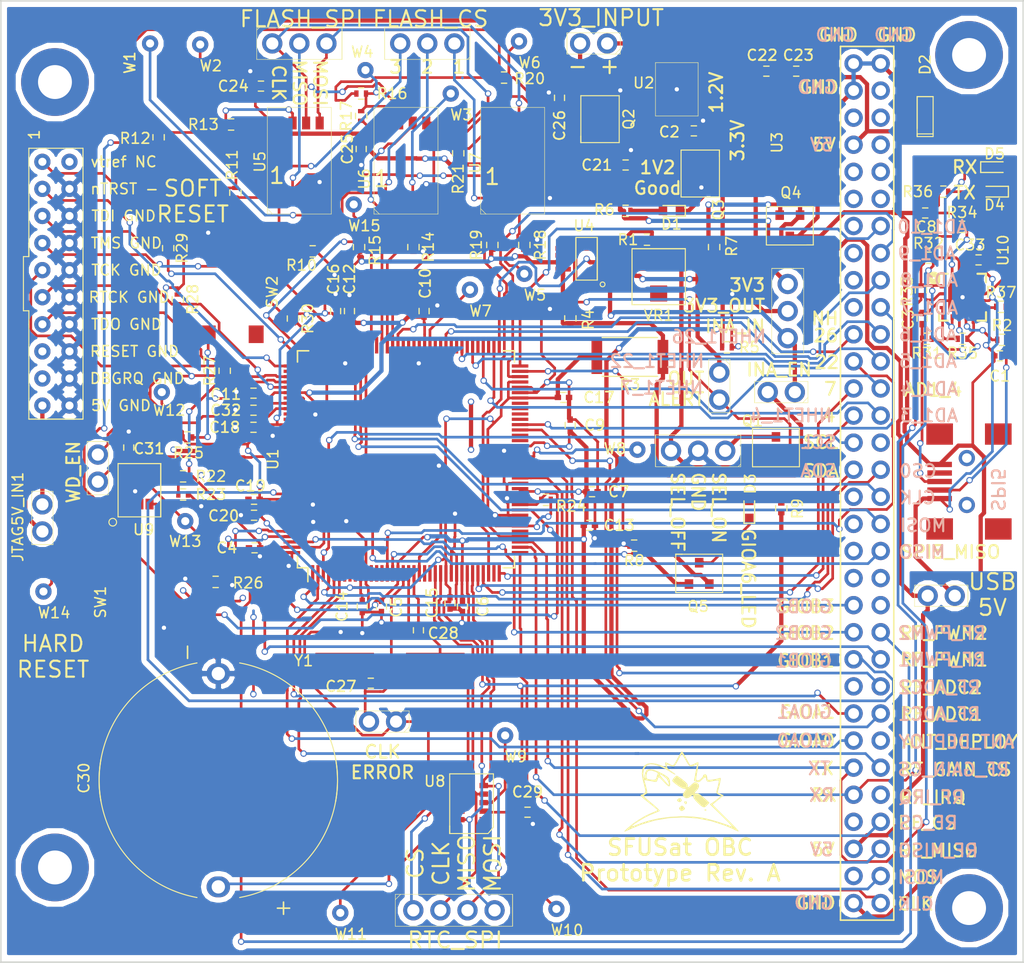
<source format=kicad_pcb>
(kicad_pcb (version 4) (host pcbnew 4.0.4-stable)
  (layers (0 F.Cu signal) (31 B.Cu signal) (34 B.Paste user) (35 F.Paste user) (36 B.SilkS user) (37 F.SilkS user) (38 B.Mask user) (39 F.Mask user hide) (44 Edge.Cuts user))
  (net 0 "")
  (net 1 3v3)
  (net 2 GND)
  (net 3 1v2)
  (net 4 "Net-(U2-Pad4)")
  (net 5 "Net-(J1-Pad2B)")
  (net 6 "Net-(J1-Pad4B)")
  (net 7 "Net-(J1-Pad13B)")
  (net 8 "Net-(J1-Pad14B)")
  (net 9 "Net-(J1-Pad15B)")
  (net 10 "Net-(J1-Pad16B)")
  (net 11 "Net-(J1-Pad23B)")
  (net 12 "Net-(J1-Pad24B)")
  (net 13 "Net-(J1-Pad25B)")
  (net 14 "Net-(J1-Pad26B)")
  (net 15 "Net-(J1-Pad27B)")
  (net 16 "Net-(J1-Pad28B)")
  (net 17 "Net-(J1-Pad30B)")
  (net 18 RF_CLK)
  (net 19 RF_MOSI)
  (net 20 RF_MISO)
  (net 21 RF_CS)
  (net 22 RF_GAIN_CS)
  (net 23 ANTENNA_DEPLOY)
  (net 24 "Net-(J1-Pad12A)")
  (net 25 "Net-(J1-Pad13A)")
  (net 26 "Net-(J1-Pad18A)")
  (net 27 "Net-(U1-Pad23)")
  (net 28 "Net-(U1-Pad41)")
  (net 29 "Net-(U1-Pad54)")
  (net 30 "Net-(U1-Pad91)")
  (net 31 "Net-(U1-Pad96)")
  (net 32 "Net-(U1-Pad106)")
  (net 33 5v0)
  (net 34 "Net-(U1-Pad14)")
  (net 35 "Net-(U1-Pad117)")
  (net 36 "Net-(U1-Pad119)")
  (net 37 3v3_OUTPUT)
  (net 38 104_GND)
  (net 39 RF_IRQ)
  (net 40 INA_INPUT)
  (net 41 "Net-(P3-Pad1)")
  (net 42 "Net-(P4-Pad2)")
  (net 43 INA_ALERT)
  (net 44 INA_OUT)
  (net 45 "Net-(R1-Pad1)")
  (net 46 "Net-(C27-Pad1)")
  (net 47 "Net-(C27-Pad2)")
  (net 48 "Net-(C28-Pad2)")
  (net 49 "Net-(C30-Pad1)")
  (net 50 "Net-(C32-Pad1)")
  (net 51 "Net-(D1-Pad2)")
  (net 52 "Net-(D1-Pad1)")
  (net 53 104_In_GND)
  (net 54 "Net-(D3-Pad1)")
  (net 55 "Net-(D3-Pad2)")
  (net 56 I2C_SCL)
  (net 57 I2C_SDA)
  (net 58 UART_TX)
  (net 59 UART_RX)
  (net 60 "Net-(J1-Pad31A)")
  (net 61 "Net-(J1-Pad30A)")
  (net 62 "Net-(J1-Pad29A)")
  (net 63 "Net-(J1-Pad28A)")
  (net 64 "Net-(J1-Pad27A)")
  (net 65 RF_PWM2)
  (net 66 RF_PWM1)
  (net 67 RF_ADC2)
  (net 68 RF_ADC1)
  (net 69 "Net-(P1-Pad2)")
  (net 70 RTC_MISO)
  (net 71 RTC_CLK)
  (net 72 RTC_CS)
  (net 73 RTC_MOSI)
  (net 74 FLASH_CLK)
  (net 75 FLASH_MISO)
  (net 76 FLASH_MOSI)
  (net 77 FLASH2_CS)
  (net 78 FLASH1_CS)
  (net 79 FLASH0_CS)
  (net 80 GIOA6)
  (net 81 "Net-(R10-Pad1)")
  (net 82 MASTER_RESET)
  (net 83 "Net-(R12-Pad2)")
  (net 84 "Net-(R14-Pad1)")
  (net 85 "Net-(R16-Pad2)")
  (net 86 "Net-(R18-Pad1)")
  (net 87 "Net-(R20-Pad2)")
  (net 88 "Net-(R22-Pad2)")
  (net 89 WATCHDOG)
  (net 90 "Net-(SW1-Pad1)")
  (net 91 "Net-(U1-Pad35)")
  (net 92 "Net-(U1-Pad55)")
  (net 93 "Net-(U1-Pad58)")
  (net 94 "Net-(U1-Pad59)")
  (net 95 "Net-(U1-Pad62)")
  (net 96 "Net-(U1-Pad63)")
  (net 97 "Net-(U1-Pad64)")
  (net 98 "Net-(U1-Pad65)")
  (net 99 "Net-(U1-Pad75)")
  (net 100 "Net-(U1-Pad77)")
  (net 101 "Net-(U1-Pad79)")
  (net 102 "Net-(U1-Pad81)")
  (net 103 "Net-(U1-Pad82)")
  (net 104 "Net-(U1-Pad84)")
  (net 105 "Net-(U1-Pad85)")
  (net 106 "Net-(U1-Pad86)")
  (net 107 "Net-(U1-Pad107)")
  (net 108 "Net-(U1-Pad118)")
  (net 109 "Net-(U1-Pad124)")
  (net 110 "Net-(U1-Pad125)")
  (net 111 "Net-(U1-Pad127)")
  (net 112 "Net-(U1-Pad139)")
  (net 113 "Net-(U8-Pad3)")
  (net 114 "Net-(U8-Pad1)")
  (net 115 "Net-(U8-Pad7)")
  (net 116 "Net-(P12-Pad2)")
  (net 117 nTRST)
  (net 118 TDI)
  (net 119 TMS)
  (net 120 TCK)
  (net 121 RTCK)
  (net 122 TDO)
  (net 123 "Net-(P12-Pad15)")
  (net 124 "Net-(P12-Pad17)")
  (net 125 NHET1_26)
  (net 126 NHET1_22)
  (net 127 NHET1_7)
  (net 128 NHET1_4)
  (net 129 GIOB3)
  (net 130 GIOB2)
  (net 131 GIOB1)
  (net 132 GIOA0)
  (net 133 AD1_10)
  (net 134 AD1_9)
  (net 135 AD1_8)
  (net 136 AD1_7)
  (net 137 AD1_6)
  (net 138 AD1_5)
  (net 139 AD1_4)
  (net 140 AD1_3)
  (net 141 SPI5_CS0)
  (net 142 SPI5_CLK)
  (net 143 SPI5_MOSI)
  (net 144 SPI5_MISO)
  (net 145 GIOA1)
  (net 146 GIOA2)
  (net 147 GIOA7)
  (net 148 "Net-(P6-Pad4)")
  (net 149 "Net-(C31-Pad1)")
  (net 150 "Net-(U1-Pad97)")
  (net 151 "Net-(U4-Pad3)")
  (net 152 "Net-(VR1-Pad2)")
  (net 153 "Net-(JTAG5V_IN1-Pad1)")
  (net 154 USB_2)
  (net 155 USB_3)
  (net 156 FTDI_VCCIO)
  (net 157 USB_5V)
  (net 158 "Net-(D4-Pad2)")
  (net 159 "Net-(D4-Pad1)")
  (net 160 "Net-(D5-Pad2)")
  (net 161 "Net-(D5-Pad1)")
  (net 162 "Net-(R2-Pad1)")
  (net 163 "Net-(R31-Pad1)")
  (net 164 "Net-(R34-Pad2)")
  (net 165 "Net-(R35-Pad2)")
  (net 166 "Net-(U10-Pad12)")
  (net 167 "Net-(U10-Pad14)")
  (module Housings_QFP:LQFP-144_20x20mm_Pitch0.5mm (layer F.Cu) (at 138 63 90)
    (fp_text reference U1 (at 0 -12.475 90) (layer F.SilkS))
    (fp_text value TMS570LS0714)
    (pad 1 smd rect (at -10.7 -8.75 90) (size 1.55 0.3) (layers F.Cu F.Paste F.Mask) (net 129 GIOB3))
    (pad 2 smd rect (at -10.7 -8.25 90) (size 1.55 0.3) (layers F.Cu F.Paste F.Mask) (net 132 GIOA0))
    (pad 3 smd rect (at -10.7 -7.75 90) (size 1.55 0.3) (layers F.Cu F.Paste F.Mask) (net 56 I2C_SCL))
    (pad 4 smd rect (at -10.7 -7.25 90) (size 1.55 0.3) (layers F.Cu F.Paste F.Mask) (net 57 I2C_SDA))
    (pad 5 smd rect (at -10.7 -6.75 90) (size 1.55 0.3) (layers F.Cu F.Paste F.Mask) (net 145 GIOA1))
    (pad 6 smd rect (at -10.7 -6.25 90) (size 1.55 0.3) (layers F.Cu F.Paste F.Mask) (net 22 RF_GAIN_CS))
    (pad 7 smd rect (at -10.7 -5.75 90) (size 1.55 0.3) (layers F.Cu F.Paste F.Mask))
    (pad 8 smd rect (at -10.7 -5.25 90) (size 1.55 0.3) (layers F.Cu F.Paste F.Mask))
    (pad 9 smd rect (at -10.7 -4.75 90) (size 1.55 0.3) (layers F.Cu F.Paste F.Mask) (net 146 GIOA2))
    (pad 10 smd rect (at -10.7 -4.25 90) (size 1.55 0.3) (layers F.Cu F.Paste F.Mask) (net 1 3v3))
    (pad 11 smd rect (at -10.7 -3.75 90) (size 1.55 0.3) (layers F.Cu F.Paste F.Mask) (net 2 GND))
    (pad 12 smd rect (at -10.7 -3.25 90) (size 1.55 0.3) (layers F.Cu F.Paste F.Mask))
    (pad 13 smd rect (at -10.7 -2.75 90) (size 1.55 0.3) (layers F.Cu F.Paste F.Mask))
    (pad 14 smd rect (at -10.7 -2.25 90) (size 1.55 0.3) (layers F.Cu F.Paste F.Mask) (net 34 "Net-(U1-Pad14)"))
    (pad 15 smd rect (at -10.7 -1.75 90) (size 1.55 0.3) (layers F.Cu F.Paste F.Mask) (net 126 NHET1_22))
    (pad 16 smd rect (at -10.7 -1.25 90) (size 1.55 0.3) (layers F.Cu F.Paste F.Mask) (net 80 GIOA6))
    (pad 17 smd rect (at -10.7 -0.75 90) (size 1.55 0.3) (layers F.Cu F.Paste F.Mask) (net 3 1v2))
    (pad 18 smd rect (at -10.7 -0.25 90) (size 1.55 0.3) (layers F.Cu F.Paste F.Mask) (net 47 "Net-(C27-Pad2)"))
    (pad 19 smd rect (at -10.7 0.25 90) (size 1.55 0.3) (layers F.Cu F.Paste F.Mask) (net 46 "Net-(C27-Pad1)"))
    (pad 20 smd rect (at -10.7 0.75 90) (size 1.55 0.3) (layers F.Cu F.Paste F.Mask) (net 48 "Net-(C28-Pad2)"))
    (pad 21 smd rect (at -10.7 1.25 90) (size 1.55 0.3) (layers F.Cu F.Paste F.Mask) (net 2 GND))
    (pad 22 smd rect (at -10.7 1.75 90) (size 1.55 0.3) (layers F.Cu F.Paste F.Mask) (net 147 GIOA7))
    (pad 23 smd rect (at -10.7 2.25 90) (size 1.55 0.3) (layers F.Cu F.Paste F.Mask) (net 27 "Net-(U1-Pad23)"))
    (pad 24 smd rect (at -10.7 2.75 90) (size 1.55 0.3) (layers F.Cu F.Paste F.Mask) (net 72 RTC_CS))
    (pad 25 smd rect (at -10.7 3.25 90) (size 1.55 0.3) (layers F.Cu F.Paste F.Mask) (net 71 RTC_CLK))
    (pad 26 smd rect (at -10.7 3.75 90) (size 1.55 0.3) (layers F.Cu F.Paste F.Mask) (net 1 3v3))
    (pad 27 smd rect (at -10.7 4.25 90) (size 1.55 0.3) (layers F.Cu F.Paste F.Mask) (net 2 GND))
    (pad 28 smd rect (at -10.7 4.75 90) (size 1.55 0.3) (layers F.Cu F.Paste F.Mask) (net 2 GND))
    (pad 29 smd rect (at -10.7 5.25 90) (size 1.55 0.3) (layers F.Cu F.Paste F.Mask) (net 3 1v2))
    (pad 30 smd rect (at -10.7 5.75 90) (size 1.55 0.3) (layers F.Cu F.Paste F.Mask) (net 73 RTC_MOSI))
    (pad 31 smd rect (at -10.7 6.25 90) (size 1.55 0.3) (layers F.Cu F.Paste F.Mask) (net 70 RTC_MISO))
    (pad 32 smd rect (at -10.7 6.75 90) (size 1.55 0.3) (layers F.Cu F.Paste F.Mask) (net 141 SPI5_CS0))
    (pad 33 smd rect (at -10.7 7.25 90) (size 1.55 0.3) (layers F.Cu F.Paste F.Mask) (net 127 NHET1_7))
    (pad 34 smd rect (at -10.7 7.75 90) (size 1.55 0.3) (layers F.Cu F.Paste F.Mask) (net 2 GND))
    (pad 35 smd rect (at -10.7 8.25 90) (size 1.55 0.3) (layers F.Cu F.Paste F.Mask) (net 91 "Net-(U1-Pad35)"))
    (pad 36 smd rect (at -10.7 8.75 90) (size 1.55 0.3) (layers F.Cu F.Paste F.Mask) (net 128 NHET1_4))
    (pad 37 smd rect (at -8.75 10.7 180) (size 1.55 0.3) (layers F.Cu F.Paste F.Mask) (net 21 RF_CS))
    (pad 38 smd rect (at -8.25 10.7 180) (size 1.55 0.3) (layers F.Cu F.Paste F.Mask) (net 59 UART_RX))
    (pad 39 smd rect (at -7.75 10.7 180) (size 1.55 0.3) (layers F.Cu F.Paste F.Mask) (net 58 UART_TX))
    (pad 40 smd rect (at -7.25 10.7 180) (size 1.55 0.3) (layers F.Cu F.Paste F.Mask) (net 77 FLASH2_CS))
    (pad 41 smd rect (at -6.75 10.7 180) (size 1.55 0.3) (layers F.Cu F.Paste F.Mask) (net 28 "Net-(U1-Pad41)"))
    (pad 42 smd rect (at -6.25 10.7 180) (size 1.55 0.3) (layers F.Cu F.Paste F.Mask) (net 1 3v3))
    (pad 43 smd rect (at -5.75 10.7 180) (size 1.55 0.3) (layers F.Cu F.Paste F.Mask) (net 2 GND))
    (pad 44 smd rect (at -5.25 10.7 180) (size 1.55 0.3) (layers F.Cu F.Paste F.Mask) (net 2 GND))
    (pad 45 smd rect (at -4.75 10.7 180) (size 1.55 0.3) (layers F.Cu F.Paste F.Mask) (net 3 1v2))
    (pad 46 smd rect (at -4.25 10.7 180) (size 1.55 0.3) (layers F.Cu F.Paste F.Mask) (net 82 MASTER_RESET))
    (pad 47 smd rect (at -3.75 10.7 180) (size 1.55 0.3) (layers F.Cu F.Paste F.Mask) (net 2 GND))
    (pad 48 smd rect (at -3.25 10.7 180) (size 1.55 0.3) (layers F.Cu F.Paste F.Mask) (net 3 1v2))
    (pad 49 smd rect (at -2.75 10.7 180) (size 1.55 0.3) (layers F.Cu F.Paste F.Mask) (net 3 1v2))
    (pad 50 smd rect (at -2.25 10.7 180) (size 1.55 0.3) (layers F.Cu F.Paste F.Mask) (net 2 GND))
    (pad 51 smd rect (at -1.75 10.7 180) (size 1.55 0.3) (layers F.Cu F.Paste F.Mask) (net 20 RF_MISO))
    (pad 52 smd rect (at -1.25 10.7 180) (size 1.55 0.3) (layers F.Cu F.Paste F.Mask) (net 19 RF_MOSI))
    (pad 53 smd rect (at -0.75 10.7 180) (size 1.55 0.3) (layers F.Cu F.Paste F.Mask) (net 18 RF_CLK))
    (pad 54 smd rect (at -0.25 10.7 180) (size 1.55 0.3) (layers F.Cu F.Paste F.Mask) (net 29 "Net-(U1-Pad54)"))
    (pad 55 smd rect (at 0.25 10.7 180) (size 1.55 0.3) (layers F.Cu F.Paste F.Mask) (net 92 "Net-(U1-Pad55)"))
    (pad 56 smd rect (at 0.75 10.7 180) (size 1.55 0.3) (layers F.Cu F.Paste F.Mask) (net 2 GND))
    (pad 57 smd rect (at 1.25 10.7 180) (size 1.55 0.3) (layers F.Cu F.Paste F.Mask) (net 3 1v2))
    (pad 58 smd rect (at 1.75 10.7 180) (size 1.55 0.3) (layers F.Cu F.Paste F.Mask) (net 93 "Net-(U1-Pad58)"))
    (pad 59 smd rect (at 2.25 10.7 180) (size 1.55 0.3) (layers F.Cu F.Paste F.Mask) (net 94 "Net-(U1-Pad59)"))
    (pad 60 smd rect (at 2.75 10.7 180) (size 1.55 0.3) (layers F.Cu F.Paste F.Mask) (net 68 RF_ADC1))
    (pad 61 smd rect (at 3.25 10.7 180) (size 1.55 0.3) (layers F.Cu F.Paste F.Mask) (net 136 AD1_7))
    (pad 62 smd rect (at 3.75 10.7 180) (size 1.55 0.3) (layers F.Cu F.Paste F.Mask) (net 95 "Net-(U1-Pad62)"))
    (pad 63 smd rect (at 4.25 10.7 180) (size 1.55 0.3) (layers F.Cu F.Paste F.Mask) (net 96 "Net-(U1-Pad63)"))
    (pad 64 smd rect (at 4.75 10.7 180) (size 1.55 0.3) (layers F.Cu F.Paste F.Mask) (net 97 "Net-(U1-Pad64)"))
    (pad 65 smd rect (at 5.25 10.7 180) (size 1.55 0.3) (layers F.Cu F.Paste F.Mask) (net 98 "Net-(U1-Pad65)"))
    (pad 66 smd rect (at 5.75 10.7 180) (size 1.55 0.3) (layers F.Cu F.Paste F.Mask) (net 1 3v3))
    (pad 67 smd rect (at 6.25 10.7 180) (size 1.55 0.3) (layers F.Cu F.Paste F.Mask) (net 2 GND))
    (pad 68 smd rect (at 6.75 10.7 180) (size 1.55 0.3) (layers F.Cu F.Paste F.Mask) (net 2 GND))
    (pad 69 smd rect (at 7.25 10.7 180) (size 1.55 0.3) (layers F.Cu F.Paste F.Mask) (net 1 3v3))
    (pad 70 smd rect (at 7.75 10.7 180) (size 1.55 0.3) (layers F.Cu F.Paste F.Mask) (net 134 AD1_9))
    (pad 71 smd rect (at 8.25 10.7 180) (size 1.55 0.3) (layers F.Cu F.Paste F.Mask) (net 67 RF_ADC2))
    (pad 72 smd rect (at 8.75 10.7 180) (size 1.55 0.3) (layers F.Cu F.Paste F.Mask) (net 133 AD1_10))
    (pad 73 smd rect (at 10.7 8.75 90) (size 1.55 0.3) (layers F.Cu F.Paste F.Mask) (net 44 INA_OUT))
    (pad 74 smd rect (at 10.7 8.25 90) (size 1.55 0.3) (layers F.Cu F.Paste F.Mask) (net 140 AD1_3))
    (pad 75 smd rect (at 10.7 7.75 90) (size 1.55 0.3) (layers F.Cu F.Paste F.Mask) (net 99 "Net-(U1-Pad75)"))
    (pad 76 smd rect (at 10.7 7.25 90) (size 1.55 0.3) (layers F.Cu F.Paste F.Mask) (net 139 AD1_4))
    (pad 77 smd rect (at 10.7 6.75 90) (size 1.55 0.3) (layers F.Cu F.Paste F.Mask) (net 100 "Net-(U1-Pad77)"))
    (pad 78 smd rect (at 10.7 6.25 90) (size 1.55 0.3) (layers F.Cu F.Paste F.Mask) (net 138 AD1_5))
    (pad 79 smd rect (at 10.7 5.75 90) (size 1.55 0.3) (layers F.Cu F.Paste F.Mask) (net 101 "Net-(U1-Pad79)"))
    (pad 80 smd rect (at 10.7 5.25 90) (size 1.55 0.3) (layers F.Cu F.Paste F.Mask) (net 137 AD1_6))
    (pad 81 smd rect (at 10.7 4.75 90) (size 1.55 0.3) (layers F.Cu F.Paste F.Mask) (net 102 "Net-(U1-Pad81)"))
    (pad 82 smd rect (at 10.7 4.25 90) (size 1.55 0.3) (layers F.Cu F.Paste F.Mask) (net 103 "Net-(U1-Pad82)"))
    (pad 83 smd rect (at 10.7 3.75 90) (size 1.55 0.3) (layers F.Cu F.Paste F.Mask) (net 135 AD1_8))
    (pad 84 smd rect (at 10.7 3.25 90) (size 1.55 0.3) (layers F.Cu F.Paste F.Mask) (net 104 "Net-(U1-Pad84)"))
    (pad 85 smd rect (at 10.7 2.75 90) (size 1.55 0.3) (layers F.Cu F.Paste F.Mask) (net 105 "Net-(U1-Pad85)"))
    (pad 86 smd rect (at 10.7 2.25 90) (size 1.55 0.3) (layers F.Cu F.Paste F.Mask) (net 106 "Net-(U1-Pad86)"))
    (pad 87 smd rect (at 10.7 1.75 90) (size 1.55 0.3) (layers F.Cu F.Paste F.Mask) (net 3 1v2))
    (pad 88 smd rect (at 10.7 1.25 90) (size 1.55 0.3) (layers F.Cu F.Paste F.Mask) (net 2 GND))
    (pad 89 smd rect (at 10.7 0.75 90) (size 1.55 0.3) (layers F.Cu F.Paste F.Mask))
    (pad 90 smd rect (at 10.7 0.25 90) (size 1.55 0.3) (layers F.Cu F.Paste F.Mask))
    (pad 91 smd rect (at 10.7 -0.25 90) (size 1.55 0.3) (layers F.Cu F.Paste F.Mask) (net 30 "Net-(U1-Pad91)"))
    (pad 92 smd rect (at 10.7 -0.75 90) (size 1.55 0.3) (layers F.Cu F.Paste F.Mask) (net 125 NHET1_26))
    (pad 93 smd rect (at 10.7 -1.25 90) (size 1.55 0.3) (layers F.Cu F.Paste F.Mask) (net 76 FLASH_MOSI))
    (pad 94 smd rect (at 10.7 -1.75 90) (size 1.55 0.3) (layers F.Cu F.Paste F.Mask) (net 75 FLASH_MISO))
    (pad 95 smd rect (at 10.7 -2.25 90) (size 1.55 0.3) (layers F.Cu F.Paste F.Mask) (net 74 FLASH_CLK))
    (pad 96 smd rect (at 10.7 -2.75 90) (size 1.55 0.3) (layers F.Cu F.Paste F.Mask) (net 31 "Net-(U1-Pad96)"))
    (pad 97 smd rect (at 10.7 -3.25 90) (size 1.55 0.3) (layers F.Cu F.Paste F.Mask) (net 150 "Net-(U1-Pad97)"))
    (pad 98 smd rect (at 10.7 -3.75 90) (size 1.55 0.3) (layers F.Cu F.Paste F.Mask) (net 144 SPI5_MISO))
    (pad 99 smd rect (at 10.7 -4.25 90) (size 1.55 0.3) (layers F.Cu F.Paste F.Mask) (net 143 SPI5_MOSI))
    (pad 100 smd rect (at 10.7 -4.75 90) (size 1.55 0.3) (layers F.Cu F.Paste F.Mask) (net 142 SPI5_CLK))
    (pad 101 smd rect (at 10.7 -5.25 90) (size 1.55 0.3) (layers F.Cu F.Paste F.Mask) (net 3 1v2))
    (pad 102 smd rect (at 10.7 -5.75 90) (size 1.55 0.3) (layers F.Cu F.Paste F.Mask) (net 2 GND))
    (pad 103 smd rect (at 10.7 -6.25 90) (size 1.55 0.3) (layers F.Cu F.Paste F.Mask) (net 2 GND))
    (pad 104 smd rect (at 10.7 -6.75 90) (size 1.55 0.3) (layers F.Cu F.Paste F.Mask) (net 1 3v3))
    (pad 105 smd rect (at 10.7 -7.25 90) (size 1.55 0.3) (layers F.Cu F.Paste F.Mask) (net 79 FLASH0_CS))
    (pad 106 smd rect (at 10.7 -7.75 90) (size 1.55 0.3) (layers F.Cu F.Paste F.Mask) (net 32 "Net-(U1-Pad106)"))
    (pad 107 smd rect (at 10.7 -8.25 90) (size 1.55 0.3) (layers F.Cu F.Paste F.Mask) (net 107 "Net-(U1-Pad107)"))
    (pad 108 smd rect (at 10.7 -8.75 90) (size 1.55 0.3) (layers F.Cu F.Paste F.Mask) (net 119 TMS))
    (pad 109 smd rect (at 8.75 -10.7 180) (size 1.55 0.3) (layers F.Cu F.Paste F.Mask) (net 117 nTRST))
    (pad 110 smd rect (at 8.25 -10.7 180) (size 1.55 0.3) (layers F.Cu F.Paste F.Mask) (net 118 TDI))
    (pad 111 smd rect (at 7.75 -10.7 180) (size 1.55 0.3) (layers F.Cu F.Paste F.Mask) (net 122 TDO))
    (pad 112 smd rect (at 7.25 -10.7 180) (size 1.55 0.3) (layers F.Cu F.Paste F.Mask) (net 120 TCK))
    (pad 113 smd rect (at 6.75 -10.7 180) (size 1.55 0.3) (layers F.Cu F.Paste F.Mask) (net 121 RTCK))
    (pad 114 smd rect (at 6.25 -10.7 180) (size 1.55 0.3) (layers F.Cu F.Paste F.Mask) (net 3 1v2))
    (pad 115 smd rect (at 5.75 -10.7 180) (size 1.55 0.3) (layers F.Cu F.Paste F.Mask) (net 2 GND))
    (pad 116 smd rect (at 5.25 -10.7 180) (size 1.55 0.3) (layers F.Cu F.Paste F.Mask) (net 50 "Net-(C32-Pad1)"))
    (pad 117 smd rect (at 4.75 -10.7 180) (size 1.55 0.3) (layers F.Cu F.Paste F.Mask) (net 35 "Net-(U1-Pad117)"))
    (pad 118 smd rect (at 4.25 -10.7 180) (size 1.55 0.3) (layers F.Cu F.Paste F.Mask) (net 108 "Net-(U1-Pad118)"))
    (pad 119 smd rect (at 3.75 -10.7 180) (size 1.55 0.3) (layers F.Cu F.Paste F.Mask) (net 36 "Net-(U1-Pad119)"))
    (pad 120 smd rect (at 3.25 -10.7 180) (size 1.55 0.3) (layers F.Cu F.Paste F.Mask) (net 1 3v3))
    (pad 121 smd rect (at 2.75 -10.7 180) (size 1.55 0.3) (layers F.Cu F.Paste F.Mask) (net 2 GND))
    (pad 122 smd rect (at 2.25 -10.7 180) (size 1.55 0.3) (layers F.Cu F.Paste F.Mask) (net 2 GND))
    (pad 123 smd rect (at 1.75 -10.7 180) (size 1.55 0.3) (layers F.Cu F.Paste F.Mask) (net 3 1v2))
    (pad 124 smd rect (at 1.25 -10.7 180) (size 1.55 0.3) (layers F.Cu F.Paste F.Mask) (net 109 "Net-(U1-Pad124)"))
    (pad 125 smd rect (at 0.75 -10.7 180) (size 1.55 0.3) (layers F.Cu F.Paste F.Mask) (net 110 "Net-(U1-Pad125)"))
    (pad 126 smd rect (at 0.25 -10.7 180) (size 1.55 0.3) (layers F.Cu F.Paste F.Mask) (net 89 WATCHDOG))
    (pad 127 smd rect (at -0.25 -10.7 180) (size 1.55 0.3) (layers F.Cu F.Paste F.Mask) (net 111 "Net-(U1-Pad127)"))
    (pad 128 smd rect (at -0.75 -10.7 180) (size 1.55 0.3) (layers F.Cu F.Paste F.Mask))
    (pad 129 smd rect (at -1.25 -10.7 180) (size 1.55 0.3) (layers F.Cu F.Paste F.Mask))
    (pad 130 smd rect (at -1.75 -10.7 180) (size 1.55 0.3) (layers F.Cu F.Paste F.Mask) (net 78 FLASH1_CS))
    (pad 131 smd rect (at -2.25 -10.7 180) (size 1.55 0.3) (layers F.Cu F.Paste F.Mask))
    (pad 132 smd rect (at -2.75 -10.7 180) (size 1.55 0.3) (layers F.Cu F.Paste F.Mask))
    (pad 133 smd rect (at -3.25 -10.7 180) (size 1.55 0.3) (layers F.Cu F.Paste F.Mask) (net 131 GIOB1))
    (pad 134 smd rect (at -3.75 -10.7 180) (size 1.55 0.3) (layers F.Cu F.Paste F.Mask) (net 1 3v3))
    (pad 135 smd rect (at -4.25 -10.7 180) (size 1.55 0.3) (layers F.Cu F.Paste F.Mask) (net 2 GND))
    (pad 136 smd rect (at -4.75 -10.7 180) (size 1.55 0.3) (layers F.Cu F.Paste F.Mask) (net 1 3v3))
    (pad 137 smd rect (at -5.25 -10.7 180) (size 1.55 0.3) (layers F.Cu F.Paste F.Mask) (net 3 1v2))
    (pad 138 smd rect (at -5.75 -10.7 180) (size 1.55 0.3) (layers F.Cu F.Paste F.Mask) (net 2 GND))
    (pad 139 smd rect (at -6.25 -10.7 180) (size 1.55 0.3) (layers F.Cu F.Paste F.Mask) (net 112 "Net-(U1-Pad139)"))
    (pad 140 smd rect (at -6.75 -10.7 180) (size 1.55 0.3) (layers F.Cu F.Paste F.Mask) (net 66 RF_PWM1))
    (pad 141 smd rect (at -7.25 -10.7 180) (size 1.55 0.3) (layers F.Cu F.Paste F.Mask) (net 65 RF_PWM2))
    (pad 142 smd rect (at -7.75 -10.7 180) (size 1.55 0.3) (layers F.Cu F.Paste F.Mask) (net 130 GIOB2))
    (pad 143 smd rect (at -8.25 -10.7 180) (size 1.55 0.3) (layers F.Cu F.Paste F.Mask) (net 3 1v2))
    (pad 144 smd rect (at -8.75 -10.7 180) (size 1.55 0.3) (layers F.Cu F.Paste F.Mask) (net 2 GND))
  )
  (module SFUSat:C_0402 (layer F.Cu) (at 152.4 29.1 270)
    (fp_text reference C26 (at 2.6 0 270) (layer F.SilkS))
    (fp_text value 0.1µF)
    (fp_text user %R (at 2.6 0 450) (layer F.SilkS))
    (pad 1 smd rect (at -0.525 0 270) (size 0.6 0.5) (layers F.Cu F.Paste F.Mask) (net 2 GND))
    (pad 2 smd rect (at 0.525 0 270) (size 0.6 0.5) (layers F.Cu F.Paste F.Mask) (net 1 3v3))
  )
  (module SFUSat:R_0402 (layer F.Cu) (at 114.8 32.8 90)
    (fp_text reference R12)
    (fp_text value 0)
    (fp_text user %R (at -0.1 -2.2 180) (layer F.SilkS))
    (pad 1 smd rect (at -0.45 0 90) (size 0.4 0.6) (layers F.Cu F.Paste F.Mask) (net 82 MASTER_RESET))
    (pad 2 smd rect (at 0.45 0 90) (size 0.4 0.6) (layers F.Cu F.Paste F.Mask) (net 83 "Net-(R12-Pad2)"))
  )
  (module SFUSat:Test_Point (layer F.Cu) (at 144 47.1)
    (fp_text reference W7 (at 1 2) (layer F.SilkS))
    (fp_text value AD1EVT1)
    (pad 1 thru_hole circle (at 0 0) (size 1.524 1.524) (drill 0.762) (layers *.Cu *.Mask) (net 106 "Net-(U1-Pad86)"))
  )
  (module SFUSat:2x01In_Header_v2 (layer F.Cu) (at 155.6 24 180)
    (fp_text reference P1 hide)
    (fp_text value 3v3_IN_CONNECTOR)
    (pad 2 thru_hole circle (at 1.27 0 180) (size 1.9 1.9) (drill 1.15) (layers *.Cu *.Mask) (net 69 "Net-(P1-Pad2)"))
    (pad 1 thru_hole circle (at -1.27 0 180) (size 1.9 1.9) (drill 1.15) (layers *.Cu *.Mask) (net 1 3v3))
  )
  (module SFUSat:SOT25 (layer F.Cu) (at 163.4 28.3 180)
    (fp_text reference U2 (at 3.1 0.6 180) (layer F.SilkS))
    (fp_text value AP7331)
    (pad 1 smd rect (at -0.95 1.35 180) (size 0.6 1.05) (layers F.Cu F.Paste F.Mask) (net 1 3v3))
    (pad 2 smd rect (at 0 1.35 180) (size 0.6 1.05) (layers F.Cu F.Paste F.Mask) (net 2 GND))
    (pad 3 smd rect (at 0.95 1.35 180) (size 0.6 1.05) (layers F.Cu F.Paste F.Mask) (net 1 3v3))
    (pad 5 smd rect (at -0.95 -1.35 180) (size 0.6 1.05) (layers F.Cu F.Paste F.Mask) (net 3 1v2))
    (pad 4 smd rect (at 0.95 -1.35 180) (size 0.6 1.05) (layers F.Cu F.Paste F.Mask) (net 4 "Net-(U2-Pad4)"))
  )
  (module SFUSat:PC104PTH (layer F.Cu) (at 108.28 27.08)
    (fp_text reference REF** hide)
    (fp_text value PC104PTH hide)
    (pad 1 thru_hole circle (at -3.2 0.54) (size 6.35 6.35) (drill 3.18) (layers *.Cu *.Mask))
  )
  (module SFUSat:PC104PTH (layer F.Cu) (at 186.79 26.84)
    (fp_text reference REF** hide)
    (fp_text value PC104PTH hide)
    (pad 1 thru_hole circle (at 4.02 -1.76) (size 6.35 6.35) (drill 3.18) (layers *.Cu *.Mask))
  )
  (module SFUSat:PC104PTH (layer F.Cu) (at 107.77 102.04)
    (fp_text reference REF** hide)
    (fp_text value PC104PTH hide)
    (pad 1 thru_hole circle (at -2.69 -0.76) (size 6.35 6.35) (drill 3.18) (layers *.Cu *.Mask))
  )
  (module SFUSat:PC104PTH (layer F.Cu) (at 185.49 97.98)
    (fp_text reference REF** hide)
    (fp_text value PC104PTH hide)
    (pad 1 thru_hole circle (at 5.32 7.11) (size 6.35 6.35) (drill 3.18) (layers *.Cu *.Mask))
  )
  (module SFUSat:SOT-223 (layer F.Cu) (at 173.1 33 180)
    (fp_text reference U3 (at 0.3 -0.3 270) (layer F.SilkS))
    (fp_text value AP7361_3.3v)
    (pad 2 smd rect (at 0 3.05 180) (size 1.2 1.2) (layers F.Cu F.Paste F.Mask) (net 38 104_GND))
    (pad 1 smd rect (at -2.3 3.05 180) (size 1.2 1.2) (layers F.Cu F.Paste F.Mask) (net 33 5v0))
    (pad 3 smd rect (at 2.3 3.05 180) (size 1.2 1.2) (layers F.Cu F.Paste F.Mask) (net 37 3v3_OUTPUT))
    (pad 4 smd rect (at 0 -3.05 180) (size 3.6 1.2) (layers F.Cu F.Paste F.Mask) (net 38 104_GND))
  )
  (module SFUSat:SFUSat_15mm_2 (layer F.Cu) (at 163.8 94.2)
    (fp_text reference G*** hide)
    (fp_text value LOGO hide)
  )
  (module SFUSat:3x_01In_Header_v2 (layer F.Cu) (at 173.8 49.1 90)
    (fp_text reference P2 hide)
    (fp_text value INA_INPUT)
    (pad 1 thru_hole circle (at -2.54 0 90) (size 1.9 1.9) (drill 1.15) (layers *.Cu *.Mask) (net 40 INA_INPUT))
    (pad 2 thru_hole circle (at 0 0 90) (size 1.9 1.9) (drill 1.15) (layers *.Cu *.Mask) (net 37 3v3_OUTPUT))
    (pad 3 thru_hole circle (at 2.54 0 90) (size 1.9 1.9) (drill 1.15) (layers *.Cu *.Mask) (net 1 3v3))
  )
  (module SFUSat:3x_01In_Header_v2 (layer F.Cu) (at 165.4 62.2 180)
    (fp_text reference P3 hide)
    (fp_text value INA_GND)
    (pad 1 thru_hole circle (at -2.54 0 180) (size 1.9 1.9) (drill 1.15) (layers *.Cu *.Mask) (net 41 "Net-(P3-Pad1)"))
    (pad 2 thru_hole circle (at 0 0 180) (size 1.9 1.9) (drill 1.15) (layers *.Cu *.Mask) (net 2 GND))
    (pad 3 thru_hole circle (at 2.54 0 180) (size 1.9 1.9) (drill 1.15) (layers *.Cu *.Mask) (net 38 104_GND))
  )
  (module SFUSat:2x01In_Header_v2 (layer F.Cu) (at 173.2 56.7 180)
    (fp_text reference P4 hide)
    (fp_text value INA_EN)
    (pad 2 thru_hole circle (at 1.27 0 180) (size 1.9 1.9) (drill 1.15) (layers *.Cu *.Mask) (net 42 "Net-(P4-Pad2)"))
    (pad 1 thru_hole circle (at -1.27 0 180) (size 1.9 1.9) (drill 1.15) (layers *.Cu *.Mask) (net 40 INA_INPUT))
  )
  (module SFUSat:2x01In_Header_v2 (layer F.Cu) (at 167.386 56.134 270)
    (fp_text reference P5 hide)
    (fp_text value INA_OUTPUT)
    (pad 2 thru_hole circle (at 1.27 0 270) (size 1.9 1.9) (drill 1.15) (layers *.Cu *.Mask) (net 43 INA_ALERT))
    (pad 1 thru_hole circle (at -1.27 0 270) (size 1.9 1.9) (drill 1.15) (layers *.Cu *.Mask) (net 44 INA_OUT))
  )
  (module SFUSat:SOT23_DMN2075U (layer F.Cu) (at 172.7 61.9)
    (fp_text reference Q1 (at -2.2 -2.5) (layer F.SilkS))
    (fp_text value DMN2075U)
    (pad 1 smd rect (at 0 -1) (size 0.8 0.9) (layers F.Cu F.Paste F.Mask) (net 41 "Net-(P3-Pad1)"))
    (pad 2 smd rect (at -0.96 1) (size 0.8 0.9) (layers F.Cu F.Paste F.Mask) (net 43 INA_ALERT))
    (pad 3 smd rect (at 0.95 1) (size 0.8 0.9) (layers F.Cu F.Paste F.Mask) (net 38 104_GND))
  )
  (module Resistors_SMD:R_2512 (layer F.Cu) (at 159 53.4 180)
    (fp_text reference R3 (at 0 -2.6 180) (layer F.SilkS))
    (fp_text value 0.04)
    (pad 1 smd rect (at -3.1 0 180) (size 1 3.2) (layers F.Cu F.Paste F.Mask) (net 42 "Net-(P4-Pad2)"))
    (pad 2 smd rect (at 3.1 0 180) (size 1 3.2) (layers F.Cu F.Paste F.Mask) (net 1 3v3))
  )
  (module SFUSat:VSSOP_8 (layer F.Cu) (at 154.94 44.196 90)
    (fp_text reference U4 (at 3.096 -0.24 180) (layer F.SilkS))
    (fp_text value INA301)
    (pad 2 smd rect (at -0.325 2.2 90) (size 0.45 1.45) (layers F.Cu F.Paste F.Mask) (net 44 INA_OUT))
    (pad 1 smd rect (at -0.975 2.2 90) (size 0.45 1.45) (layers F.Cu F.Paste F.Mask) (net 40 INA_INPUT))
    (pad 3 smd rect (at 0.325 2.2 90) (size 0.45 1.45) (layers F.Cu F.Paste F.Mask) (net 151 "Net-(U4-Pad3)"))
    (pad 4 smd rect (at 0.975 2.2 90) (size 0.45 1.45) (layers F.Cu F.Paste F.Mask) (net 38 104_GND))
    (pad 8 smd rect (at -0.975 -2.2 90) (size 0.45 1.45) (layers F.Cu F.Paste F.Mask) (net 42 "Net-(P4-Pad2)"))
    (pad 7 smd rect (at -0.325 -2.2 90) (size 0.45 1.45) (layers F.Cu F.Paste F.Mask) (net 1 3v3))
    (pad 6 smd rect (at 0.325 -2.2 90) (size 0.45 1.45) (layers F.Cu F.Paste F.Mask) (net 43 INA_ALERT))
    (pad 5 smd rect (at 0.975 -2.2 90) (size 0.45 1.45) (layers F.Cu F.Paste F.Mask) (net 38 104_GND))
  )
  (module SFUSat:PC104-8bit (layer F.Cu) (at 181.25 65.25)
    (fp_text reference J1 hide)
    (fp_text value PC104-8BIT)
    (pad 32B thru_hole circle (at -1.27 -39.37) (size 1.72 1.72) (drill 1.02) (layers *.Cu *.Mask) (net 53 104_In_GND))
    (pad 31B thru_hole circle (at -1.27 -36.83) (size 1.72 1.72) (drill 1.02) (layers *.Cu *.Mask) (net 53 104_In_GND))
    (pad 30B thru_hole circle (at -1.27 -34.29) (size 1.72 1.72) (drill 1.02) (layers *.Cu *.Mask) (net 17 "Net-(J1-Pad30B)"))
    (pad 29B thru_hole circle (at -1.27 -31.75) (size 1.72 1.72) (drill 1.02) (layers *.Cu *.Mask) (net 33 5v0))
    (pad 28B thru_hole circle (at -1.27 -29.21) (size 1.72 1.72) (drill 1.02) (layers *.Cu *.Mask) (net 16 "Net-(J1-Pad28B)"))
    (pad 27B thru_hole circle (at -1.27 -26.67) (size 1.72 1.72) (drill 1.02) (layers *.Cu *.Mask) (net 15 "Net-(J1-Pad27B)"))
    (pad 26B thru_hole circle (at -1.27 -24.13) (size 1.72 1.72) (drill 1.02) (layers *.Cu *.Mask) (net 14 "Net-(J1-Pad26B)"))
    (pad 25B thru_hole circle (at -1.27 -21.59) (size 1.72 1.72) (drill 1.02) (layers *.Cu *.Mask) (net 13 "Net-(J1-Pad25B)"))
    (pad 24B thru_hole circle (at -1.27 -19.05) (size 1.72 1.72) (drill 1.02) (layers *.Cu *.Mask) (net 12 "Net-(J1-Pad24B)"))
    (pad 23B thru_hole circle (at -1.27 -16.51) (size 1.72 1.72) (drill 1.02) (layers *.Cu *.Mask) (net 11 "Net-(J1-Pad23B)"))
    (pad 22B thru_hole circle (at -1.27 -13.97) (size 1.72 1.72) (drill 1.02) (layers *.Cu *.Mask) (net 125 NHET1_26))
    (pad 21B thru_hole circle (at -1.27 -11.43) (size 1.72 1.72) (drill 1.02) (layers *.Cu *.Mask) (net 126 NHET1_22))
    (pad 20B thru_hole circle (at -1.27 -8.89) (size 1.72 1.72) (drill 1.02) (layers *.Cu *.Mask) (net 127 NHET1_7))
    (pad 19B thru_hole circle (at -1.27 -6.35) (size 1.72 1.72) (drill 1.02) (layers *.Cu *.Mask) (net 128 NHET1_4))
    (pad 18B thru_hole circle (at -1.27 -3.81) (size 1.72 1.72) (drill 1.02) (layers *.Cu *.Mask) (net 56 I2C_SCL))
    (pad 17B thru_hole circle (at -1.27 -1.27) (size 1.72 1.72) (drill 1.02) (layers *.Cu *.Mask) (net 57 I2C_SDA))
    (pad 16B thru_hole circle (at -1.27 1.27) (size 1.72 1.72) (drill 1.02) (layers *.Cu *.Mask) (net 10 "Net-(J1-Pad16B)"))
    (pad 15B thru_hole circle (at -1.27 3.81) (size 1.72 1.72) (drill 1.02) (layers *.Cu *.Mask) (net 9 "Net-(J1-Pad15B)"))
    (pad 14B thru_hole circle (at -1.27 6.35) (size 1.72 1.72) (drill 1.02) (layers *.Cu *.Mask) (net 8 "Net-(J1-Pad14B)"))
    (pad 13B thru_hole circle (at -1.27 8.89) (size 1.72 1.72) (drill 1.02) (layers *.Cu *.Mask) (net 7 "Net-(J1-Pad13B)"))
    (pad 12B thru_hole circle (at -1.27 11.43) (size 1.72 1.72) (drill 1.02) (layers *.Cu *.Mask) (net 129 GIOB3))
    (pad 11B thru_hole circle (at -1.27 13.97) (size 1.72 1.72) (drill 1.02) (layers *.Cu *.Mask) (net 130 GIOB2))
    (pad 10B thru_hole circle (at -1.27 16.51) (size 1.72 1.72) (drill 1.02) (layers *.Cu *.Mask) (net 131 GIOB1))
    (pad 9B thru_hole circle (at -1.27 19.05) (size 1.72 1.72) (drill 1.02) (layers *.Cu *.Mask))
    (pad 8B thru_hole circle (at -1.27 21.59) (size 1.72 1.72) (drill 1.02) (layers *.Cu *.Mask) (net 145 GIOA1))
    (pad 7B thru_hole circle (at -1.27 24.13) (size 1.72 1.72) (drill 1.02) (layers *.Cu *.Mask) (net 132 GIOA0))
    (pad 6B thru_hole circle (at -1.27 26.67) (size 1.72 1.72) (drill 1.02) (layers *.Cu *.Mask) (net 58 UART_TX))
    (pad 5B thru_hole circle (at -1.27 29.21) (size 1.72 1.72) (drill 1.02) (layers *.Cu *.Mask) (net 59 UART_RX))
    (pad 4B thru_hole circle (at -1.27 31.75) (size 1.72 1.72) (drill 1.02) (layers *.Cu *.Mask) (net 6 "Net-(J1-Pad4B)"))
    (pad 3B thru_hole circle (at -1.27 34.29) (size 1.72 1.72) (drill 1.02) (layers *.Cu *.Mask) (net 33 5v0))
    (pad 2B thru_hole circle (at -1.27 36.83) (size 1.72 1.72) (drill 1.02) (layers *.Cu *.Mask) (net 5 "Net-(J1-Pad2B)"))
    (pad 1B thru_hole circle (at -1.27 39.37) (size 1.72 1.72) (drill 1.02) (layers *.Cu *.Mask) (net 53 104_In_GND))
    (pad 32A thru_hole circle (at 1.27 -39.37) (size 1.72 1.72) (drill 1.02) (layers *.Cu *.Mask) (net 53 104_In_GND))
    (pad 31A thru_hole circle (at 1.27 -36.83) (size 1.72 1.72) (drill 1.02) (layers *.Cu *.Mask) (net 60 "Net-(J1-Pad31A)"))
    (pad 30A thru_hole circle (at 1.27 -34.29) (size 1.72 1.72) (drill 1.02) (layers *.Cu *.Mask) (net 61 "Net-(J1-Pad30A)"))
    (pad 29A thru_hole circle (at 1.27 -31.75) (size 1.72 1.72) (drill 1.02) (layers *.Cu *.Mask) (net 62 "Net-(J1-Pad29A)"))
    (pad 28A thru_hole circle (at 1.27 -29.21) (size 1.72 1.72) (drill 1.02) (layers *.Cu *.Mask) (net 63 "Net-(J1-Pad28A)"))
    (pad 27A thru_hole circle (at 1.27 -26.67) (size 1.72 1.72) (drill 1.02) (layers *.Cu *.Mask) (net 64 "Net-(J1-Pad27A)"))
    (pad 26A thru_hole circle (at 1.27 -24.13) (size 1.72 1.72) (drill 1.02) (layers *.Cu *.Mask) (net 133 AD1_10))
    (pad 25A thru_hole circle (at 1.27 -21.59) (size 1.72 1.72) (drill 1.02) (layers *.Cu *.Mask) (net 134 AD1_9))
    (pad 24A thru_hole circle (at 1.27 -19.05) (size 1.72 1.72) (drill 1.02) (layers *.Cu *.Mask) (net 135 AD1_8))
    (pad 23A thru_hole circle (at 1.27 -16.51) (size 1.72 1.72) (drill 1.02) (layers *.Cu *.Mask) (net 136 AD1_7))
    (pad 22A thru_hole circle (at 1.27 -13.97) (size 1.72 1.72) (drill 1.02) (layers *.Cu *.Mask) (net 137 AD1_6))
    (pad 21A thru_hole circle (at 1.27 -11.43) (size 1.72 1.72) (drill 1.02) (layers *.Cu *.Mask) (net 138 AD1_5))
    (pad 20A thru_hole circle (at 1.27 -8.89) (size 1.72 1.72) (drill 1.02) (layers *.Cu *.Mask) (net 139 AD1_4))
    (pad 19A thru_hole circle (at 1.27 -6.35) (size 1.72 1.72) (drill 1.02) (layers *.Cu *.Mask) (net 140 AD1_3))
    (pad 18A thru_hole circle (at 1.27 -3.81) (size 1.72 1.72) (drill 1.02) (layers *.Cu *.Mask) (net 26 "Net-(J1-Pad18A)"))
    (pad 17A thru_hole circle (at 1.27 -1.27) (size 1.72 1.72) (drill 1.02) (layers *.Cu *.Mask) (net 141 SPI5_CS0))
    (pad 16A thru_hole circle (at 1.27 1.27) (size 1.72 1.72) (drill 1.02) (layers *.Cu *.Mask) (net 142 SPI5_CLK))
    (pad 15A thru_hole circle (at 1.27 3.81) (size 1.72 1.72) (drill 1.02) (layers *.Cu *.Mask) (net 143 SPI5_MOSI))
    (pad 14A thru_hole circle (at 1.27 6.35) (size 1.72 1.72) (drill 1.02) (layers *.Cu *.Mask) (net 144 SPI5_MISO))
    (pad 13A thru_hole circle (at 1.27 8.89) (size 1.72 1.72) (drill 1.02) (layers *.Cu *.Mask) (net 25 "Net-(J1-Pad13A)"))
    (pad 12A thru_hole circle (at 1.27 11.43) (size 1.72 1.72) (drill 1.02) (layers *.Cu *.Mask) (net 24 "Net-(J1-Pad12A)"))
    (pad 11A thru_hole circle (at 1.27 13.97) (size 1.72 1.72) (drill 1.02) (layers *.Cu *.Mask) (net 65 RF_PWM2))
    (pad 10A thru_hole circle (at 1.27 16.51) (size 1.72 1.72) (drill 1.02) (layers *.Cu *.Mask) (net 66 RF_PWM1))
    (pad 9A thru_hole circle (at 1.27 19.05) (size 1.72 1.72) (drill 1.02) (layers *.Cu *.Mask) (net 67 RF_ADC2))
    (pad 8A thru_hole circle (at 1.27 21.59) (size 1.72 1.72) (drill 1.02) (layers *.Cu *.Mask) (net 68 RF_ADC1))
    (pad 7A thru_hole circle (at 1.27 24.13) (size 1.72 1.72) (drill 1.02) (layers *.Cu *.Mask) (net 23 ANTENNA_DEPLOY))
    (pad 6A thru_hole circle (at 1.27 26.67) (size 1.72 1.72) (drill 1.02) (layers *.Cu *.Mask) (net 22 RF_GAIN_CS))
    (pad 5A thru_hole circle (at 1.27 29.21) (size 1.72 1.72) (drill 1.02) (layers *.Cu *.Mask) (net 39 RF_IRQ))
    (pad 4A thru_hole circle (at 1.27 31.75) (size 1.72 1.72) (drill 1.02) (layers *.Cu *.Mask) (net 21 RF_CS))
    (pad 3A thru_hole circle (at 1.27 34.29) (size 1.72 1.72) (drill 1.02) (layers *.Cu *.Mask) (net 20 RF_MISO))
    (pad 2A thru_hole circle (at 1.27 36.83) (size 1.72 1.72) (drill 1.02) (layers *.Cu *.Mask) (net 19 RF_MOSI))
    (pad 1A thru_hole circle (at 1.27 39.37) (size 1.72 1.72) (drill 1.02) (layers *.Cu *.Mask) (net 18 RF_CLK))
  )
  (module SFUSat:Supercap_v2 (layer F.Cu) (at 120.4 93.1 90)
    (fp_text reference C30 (at 0.2 -12.6 90) (layer F.SilkS))
    (fp_text value 470µF)
    (fp_text user - (at 12 -3 90) (layer F.SilkS) (effects (font (size 1.5 1.5))))
    (fp_text user + (at -12 6 90) (layer F.SilkS) (effects (font (size 1.5 1.5))))
    (pad 1 thru_hole oval (at -10 0 90) (size 1.95 2.2) (drill 1.25) (layers *.Cu *.Mask) (net 49 "Net-(C30-Pad1)"))
    (pad 2 thru_hole oval (at 10 0 90) (size 1.95 2.2) (drill 1.25) (layers *.Cu *.Mask) (net 2 GND))
  )
  (module SFUSat:LED_0603 (layer F.Cu) (at 162.9 39.7 180)
    (fp_text reference D1 (at 0 -1.25 180) (layer F.SilkS))
    (fp_text value LED)
    (pad 2 smd rect (at 0.8 0) (size 0.8 0.8) (layers F.Cu F.Paste F.Mask) (net 51 "Net-(D1-Pad2)"))
    (pad 1 smd rect (at -0.8 0) (size 0.8 0.8) (layers F.Cu F.Paste F.Mask) (net 52 "Net-(D1-Pad1)"))
  )
  (module SFUSat:2x01In_Header_v2 (layer F.Cu) (at 135.8 87.6 180)
    (fp_text reference P7 hide)
    (fp_text value OSC_FUALT_INJECT)
    (pad 2 thru_hole circle (at 1.27 0 180) (size 1.9 1.9) (drill 1.15) (layers *.Cu *.Mask) (net 46 "Net-(C27-Pad1)"))
    (pad 1 thru_hole circle (at -1.27 0 180) (size 1.9 1.9) (drill 1.15) (layers *.Cu *.Mask) (net 2 GND))
  )
  (module SFUSat:SOT23_DMN2075U (layer F.Cu) (at 156.2 31.1 90)
    (fp_text reference Q2 (at 0 2.7 90) (layer F.SilkS))
    (fp_text value DMN2075U)
    (pad 1 smd rect (at 0 -1 90) (size 0.8 0.9) (layers F.Cu F.Paste F.Mask) (net 69 "Net-(P1-Pad2)"))
    (pad 2 smd rect (at -0.96 1 90) (size 0.8 0.9) (layers F.Cu F.Paste F.Mask) (net 1 3v3))
    (pad 3 smd rect (at 0.95 1 90) (size 0.8 0.9) (layers F.Cu F.Paste F.Mask) (net 2 GND))
  )
  (module SFUSat:SOT23_DMN2075U (layer F.Cu) (at 165.6 36.2 270)
    (fp_text reference Q3 (at 3.4 -1.7 270) (layer F.SilkS))
    (fp_text value 1v2_GOOD)
    (pad 1 smd rect (at 0 -1 270) (size 0.8 0.9) (layers F.Cu F.Paste F.Mask) (net 52 "Net-(D1-Pad1)"))
    (pad 2 smd rect (at -0.96 1 270) (size 0.8 0.9) (layers F.Cu F.Paste F.Mask) (net 3 1v2))
    (pad 3 smd rect (at 0.95 1 270) (size 0.8 0.9) (layers F.Cu F.Paste F.Mask) (net 2 GND))
  )
  (module SFUSat:SOT23_DMN2075U (layer F.Cu) (at 174 41.1 180)
    (fp_text reference Q4 (at -0.1 3.1 180) (layer F.SilkS))
    (fp_text value DMN2075U)
    (pad 1 smd rect (at 0 -1 180) (size 0.8 0.9) (layers F.Cu F.Paste F.Mask) (net 53 104_In_GND))
    (pad 2 smd rect (at -0.96 1 180) (size 0.8 0.9) (layers F.Cu F.Paste F.Mask) (net 33 5v0))
    (pad 3 smd rect (at 0.95 1 180) (size 0.8 0.9) (layers F.Cu F.Paste F.Mask) (net 38 104_GND))
  )
  (module SFUSat:SOT23_DMN2075U (layer F.Cu) (at 165.5 73.7)
    (fp_text reference Q5 (at -0.1 3.1) (layer F.SilkS))
    (fp_text value DMN2075U)
    (pad 1 smd rect (at 0 -1) (size 0.8 0.9) (layers F.Cu F.Paste F.Mask) (net 54 "Net-(D3-Pad1)"))
    (pad 2 smd rect (at -0.96 1) (size 0.8 0.9) (layers F.Cu F.Paste F.Mask) (net 80 GIOA6))
    (pad 3 smd rect (at 0.95 1) (size 0.8 0.9) (layers F.Cu F.Paste F.Mask) (net 2 GND))
  )
  (module SFUSat:Tact_SW_SMD_v2 (layer F.Cu) (at 113.1 76.4 270)
    (fp_text reference SW1 (at 0 3.75 270) (layer F.SilkS))
    (fp_text value SPST)
    (pad 4 smd rect (at 3.975 2.25 270) (size 1.65 1.4) (layers F.Cu F.Paste F.Mask))
    (pad 2 smd rect (at 3.975 -2.25 270) (size 1.65 1.4) (layers F.Cu F.Paste F.Mask) (net 2 GND))
    (pad 1 smd rect (at -3.975 -2.25 270) (size 1.65 1.4) (layers F.Cu F.Paste F.Mask) (net 90 "Net-(SW1-Pad1)"))
    (pad 3 smd rect (at -3.975 2.25 270) (size 1.65 1.4) (layers F.Cu F.Paste F.Mask))
  )
  (module SFUSat:Tact_SW_SMD_v2 (layer F.Cu) (at 121.7 47.3 90)
    (fp_text reference SW2 (at 0 3.75 90) (layer F.SilkS))
    (fp_text value SPST)
    (pad 4 smd rect (at 3.975 2.25 90) (size 1.65 1.4) (layers F.Cu F.Paste F.Mask))
    (pad 2 smd rect (at 3.975 -2.25 90) (size 1.65 1.4) (layers F.Cu F.Paste F.Mask) (net 2 GND))
    (pad 1 smd rect (at -3.975 -2.25 90) (size 1.65 1.4) (layers F.Cu F.Paste F.Mask) (net 50 "Net-(C32-Pad1)"))
    (pad 3 smd rect (at -3.975 2.25 90) (size 1.65 1.4) (layers F.Cu F.Paste F.Mask))
  )
  (module SFUSat:SOT-8_208mil_medium (layer F.Cu) (at 128 35)
    (fp_text reference U5 (at -3.7 0.1 90) (layer F.SilkS))
    (fp_text value FLASH_IS25LP016D)
    (pad 2 smd rect (at -0.635 3.54) (size 0.76 1.2) (layers F.Cu F.Paste F.Mask) (net 75 FLASH_MISO))
    (pad 3 smd rect (at 0.635 3.54) (size 0.76 1.2) (layers F.Cu F.Paste F.Mask) (net 81 "Net-(R10-Pad1)"))
    (pad 4 smd rect (at 1.905 3.54) (size 0.76 1.2) (layers F.Cu F.Paste F.Mask) (net 2 GND))
    (pad 1 smd rect (at -1.905 3.54) (size 0.76 1.2) (layers F.Cu F.Paste F.Mask) (net 79 FLASH0_CS))
    (pad 8 smd rect (at -1.905 -3.54) (size 0.76 1.2) (layers F.Cu F.Paste F.Mask) (net 1 3v3))
    (pad 7 smd rect (at -0.635 -3.54) (size 0.76 1.2) (layers F.Cu F.Paste F.Mask) (net 83 "Net-(R12-Pad2)"))
    (pad 6 smd rect (at 0.635 -3.54) (size 0.76 1.2) (layers F.Cu F.Paste F.Mask) (net 74 FLASH_CLK))
    (pad 5 smd rect (at 1.905 -3.54) (size 0.76 1.2) (layers F.Cu F.Paste F.Mask) (net 76 FLASH_MOSI))
  )
  (module SFUSat:SOT-8_208mil_medium (layer F.Cu) (at 138 35)
    (fp_text reference U6 (at -3.9 1.7 90) (layer F.SilkS))
    (fp_text value FLASH_IS25LP016D)
    (pad 2 smd rect (at -0.635 3.54) (size 0.76 1.2) (layers F.Cu F.Paste F.Mask) (net 75 FLASH_MISO))
    (pad 3 smd rect (at 0.635 3.54) (size 0.76 1.2) (layers F.Cu F.Paste F.Mask) (net 84 "Net-(R14-Pad1)"))
    (pad 4 smd rect (at 1.905 3.54) (size 0.76 1.2) (layers F.Cu F.Paste F.Mask) (net 2 GND))
    (pad 1 smd rect (at -1.905 3.54) (size 0.76 1.2) (layers F.Cu F.Paste F.Mask) (net 78 FLASH1_CS))
    (pad 8 smd rect (at -1.905 -3.54) (size 0.76 1.2) (layers F.Cu F.Paste F.Mask) (net 1 3v3))
    (pad 7 smd rect (at -0.635 -3.54) (size 0.76 1.2) (layers F.Cu F.Paste F.Mask) (net 85 "Net-(R16-Pad2)"))
    (pad 6 smd rect (at 0.635 -3.54) (size 0.76 1.2) (layers F.Cu F.Paste F.Mask) (net 74 FLASH_CLK))
    (pad 5 smd rect (at 1.905 -3.54) (size 0.76 1.2) (layers F.Cu F.Paste F.Mask) (net 76 FLASH_MOSI))
  )
  (module SFUSat:SOT-8_208mil_medium (layer F.Cu) (at 148 35)
    (fp_text reference U7 (at -3.5 0.2 90) (layer F.SilkS))
    (fp_text value FLASH_IS25LP016D)
    (pad 2 smd rect (at -0.635 3.54) (size 0.76 1.2) (layers F.Cu F.Paste F.Mask) (net 75 FLASH_MISO))
    (pad 3 smd rect (at 0.635 3.54) (size 0.76 1.2) (layers F.Cu F.Paste F.Mask) (net 86 "Net-(R18-Pad1)"))
    (pad 4 smd rect (at 1.905 3.54) (size 0.76 1.2) (layers F.Cu F.Paste F.Mask) (net 2 GND))
    (pad 1 smd rect (at -1.905 3.54) (size 0.76 1.2) (layers F.Cu F.Paste F.Mask) (net 77 FLASH2_CS))
    (pad 8 smd rect (at -1.905 -3.54) (size 0.76 1.2) (layers F.Cu F.Paste F.Mask) (net 1 3v3))
    (pad 7 smd rect (at -0.635 -3.54) (size 0.76 1.2) (layers F.Cu F.Paste F.Mask) (net 87 "Net-(R20-Pad2)"))
    (pad 6 smd rect (at 0.635 -3.54) (size 0.76 1.2) (layers F.Cu F.Paste F.Mask) (net 74 FLASH_CLK))
    (pad 5 smd rect (at 1.905 -3.54) (size 0.76 1.2) (layers F.Cu F.Paste F.Mask) (net 76 FLASH_MOSI))
  )
  (module SFUSat:RTC_AB-RTCMC_EA09_S3 (layer F.Cu) (at 144.2 95.2 90)
    (fp_text reference U8 (at 2 -3.5 180) (layer F.SilkS))
    (fp_text value AB-RTCMC-EOA9-S3)
    (pad 3 smd rect (at 0 1.1 90) (size 0.5 0.8) (layers F.Cu F.Paste F.Mask) (net 113 "Net-(U8-Pad3)"))
    (pad 8 smd rect (at 0 -1.1 90) (size 0.5 0.8) (layers F.Cu F.Paste F.Mask) (net 72 RTC_CS))
    (pad 2 smd rect (at -0.8 1.1 90) (size 0.5 0.8) (layers F.Cu F.Paste F.Mask) (net 1 3v3))
    (pad 1 smd rect (at -1.6 1.1 90) (size 0.5 0.8) (layers F.Cu F.Paste F.Mask) (net 114 "Net-(U8-Pad1)"))
    (pad 4 smd rect (at 0.8 1.1 90) (size 0.5 0.8) (layers F.Cu F.Paste F.Mask) (net 71 RTC_CLK))
    (pad 5 smd rect (at 1.6 1.1 90) (size 0.5 0.8) (layers F.Cu F.Paste F.Mask) (net 70 RTC_MISO))
    (pad 7 smd rect (at 0.8 -1.1 90) (size 0.5 0.8) (layers F.Cu F.Paste F.Mask) (net 115 "Net-(U8-Pad7)"))
    (pad 6 smd rect (at 1.6 -1.1 90) (size 0.5 0.8) (layers F.Cu F.Paste F.Mask) (net 2 GND))
    (pad 9 smd rect (at -0.8 -1.1 90) (size 0.5 0.8) (layers F.Cu F.Paste F.Mask) (net 49 "Net-(C30-Pad1)"))
    (pad 10 smd rect (at -1.6 -1.1 90) (size 0.5 0.8) (layers F.Cu F.Paste F.Mask) (net 73 RTC_MOSI))
  )
  (module SFUSat:SOT_23_6 (layer F.Cu) (at 113 65.9)
    (fp_text reference U9 (at 0.4 3.7) (layer F.SilkS))
    (fp_text value TPS3110)
    (pad 2 smd rect (at 0 1.3) (size 0.75 1) (layers F.Cu F.Paste F.Mask) (net 2 GND))
    (pad 1 smd rect (at -0.95 1.3) (size 0.75 1) (layers F.Cu F.Paste F.Mask) (net 82 MASTER_RESET))
    (pad 3 smd rect (at 0.95 1.3) (size 0.75 1) (layers F.Cu F.Paste F.Mask) (net 90 "Net-(SW1-Pad1)"))
    (pad 4 smd rect (at 0.95 -1.3) (size 0.75 1) (layers F.Cu F.Paste F.Mask) (net 88 "Net-(R22-Pad2)"))
    (pad 5 smd rect (at 0 -1.3) (size 0.75 1) (layers F.Cu F.Paste F.Mask) (net 89 WATCHDOG))
    (pad 6 smd rect (at -0.95 -1.3) (size 0.75 1) (layers F.Cu F.Paste F.Mask) (net 149 "Net-(C31-Pad1)"))
  )
  (module SFUSat:Test_Point (layer F.Cu) (at 114 24)
    (fp_text reference W1 (at -1.9 1.8 90) (layer F.SilkS))
    (fp_text value TEST_1P)
    (pad 1 thru_hole circle (at 0 0) (size 1.524 1.524) (drill 0.762) (layers *.Cu *.Mask) (net 81 "Net-(R10-Pad1)"))
  )
  (module SFUSat:Test_Point (layer F.Cu) (at 142.2 28.7)
    (fp_text reference W3 (at 1 2) (layer F.SilkS))
    (fp_text value TEST_1P)
    (pad 1 thru_hole circle (at 0 0) (size 1.524 1.524) (drill 0.762) (layers *.Cu *.Mask) (net 84 "Net-(R14-Pad1)"))
  )
  (module SFUSat:Test_Point (layer F.Cu) (at 134.2 26.5)
    (fp_text reference W4 (at -0.3 -1.7) (layer F.SilkS))
    (fp_text value TEST_1P)
    (pad 1 thru_hole circle (at 0 0) (size 1.524 1.524) (drill 0.762) (layers *.Cu *.Mask) (net 85 "Net-(R16-Pad2)"))
  )
  (module SFUSat:Test_Point (layer F.Cu) (at 149.1 45.6)
    (fp_text reference W5 (at 1 2) (layer F.SilkS))
    (fp_text value TEST_1P)
    (pad 1 thru_hole circle (at 0 0) (size 1.524 1.524) (drill 0.762) (layers *.Cu *.Mask) (net 86 "Net-(R18-Pad1)"))
  )
  (module SFUSat:Test_Point (layer F.Cu) (at 148.6 23.8)
    (fp_text reference W6 (at 1 2) (layer F.SilkS))
    (fp_text value TEST_1P)
    (pad 1 thru_hole circle (at 0 0) (size 1.524 1.524) (drill 0.762) (layers *.Cu *.Mask) (net 87 "Net-(R20-Pad2)"))
  )
  (module SFUSat:Test_Point (layer F.Cu) (at 159.7 62.1)
    (fp_text reference W8 (at -2.1 -0.1) (layer F.SilkS))
    (fp_text value GIOB2)
    (pad 1 thru_hole circle (at 0 0) (size 1.524 1.524) (drill 0.762) (layers *.Cu *.Mask) (net 92 "Net-(U1-Pad55)"))
  )
  (module SFUSat:Test_Point (layer F.Cu) (at 147.3 88.9)
    (fp_text reference W9 (at 1 2) (layer F.SilkS))
    (fp_text value CLKOUT)
    (pad 1 thru_hole circle (at 0 0) (size 1.524 1.524) (drill 0.762) (layers *.Cu *.Mask) (net 113 "Net-(U8-Pad3)"))
  )
  (module SFUSat:Test_Point (layer F.Cu) (at 152.11 105.17)
    (fp_text reference W10 (at 1 2) (layer F.SilkS))
    (fp_text value RTC_OE)
    (pad 1 thru_hole circle (at 0 0) (size 1.524 1.524) (drill 0.762) (layers *.Cu *.Mask) (net 114 "Net-(U8-Pad1)"))
  )
  (module SFUSat:Test_Point (layer F.Cu) (at 131.84 105.54)
    (fp_text reference W11 (at 1 2) (layer F.SilkS))
    (fp_text value RTC_INT)
    (pad 1 thru_hole circle (at 0 0) (size 1.524 1.524) (drill 0.762) (layers *.Cu *.Mask) (net 115 "Net-(U8-Pad7)"))
  )
  (module SFUSat:Test_Point (layer F.Cu) (at 115.1 56.7)
    (fp_text reference W12 (at 0.7 1.7) (layer F.SilkS))
    (fp_text value nERROR)
    (pad 1 thru_hole circle (at 0 0) (size 1.524 1.524) (drill 0.762) (layers *.Cu *.Mask) (net 35 "Net-(U1-Pad117)"))
  )
  (module SFUSat:Test_Point (layer F.Cu) (at 117.3 68.8)
    (fp_text reference W13 (at 0 1.9) (layer F.SilkS))
    (fp_text value WD_TEST)
    (pad 1 thru_hole circle (at 0 0) (size 1.524 1.524) (drill 0.762) (layers *.Cu *.Mask) (net 89 WATCHDOG))
  )
  (module SFUSat:Test_Point (layer F.Cu) (at 104 75.4)
    (fp_text reference W14 (at 1 2) (layer F.SilkS))
    (fp_text value RESET_TEST)
    (pad 1 thru_hole circle (at 0 0) (size 1.524 1.524) (drill 0.762) (layers *.Cu *.Mask) (net 82 MASTER_RESET))
  )
  (module SFUSat:SMD_XTAL (layer F.Cu) (at 136.5 81.9)
    (fp_text reference Y1 (at -8.1 0) (layer F.SilkS))
    (fp_text value XTAL)
    (pad 1 smd rect (at -4.25 0) (size 5.5 1.5) (layers F.Cu F.Paste F.Mask) (net 46 "Net-(C27-Pad1)"))
    (pad 2 smd rect (at 4.25 0) (size 5.5 1.5) (layers F.Cu F.Paste F.Mask) (net 46 "Net-(C27-Pad1)"))
  )
  (module SFUSat:R_0402 (layer F.Cu) (at 160.6 42.4)
    (fp_text reference R1)
    (fp_text value 7.5k)
    (fp_text user %R (at -1.778 0) (layer F.SilkS))
    (pad 1 smd rect (at -0.45 0) (size 0.4 0.6) (layers F.Cu F.Paste F.Mask) (net 45 "Net-(R1-Pad1)"))
    (pad 2 smd rect (at 0.45 0) (size 0.4 0.6) (layers F.Cu F.Paste F.Mask) (net 38 104_GND))
  )
  (module SFUSat:R_0402 (layer F.Cu) (at 153.416 49.784 90)
    (fp_text reference R4)
    (fp_text value 10k)
    (fp_text user %R (at -0.116 1.684 90) (layer F.SilkS))
    (pad 1 smd rect (at -0.45 0 90) (size 0.4 0.6) (layers F.Cu F.Paste F.Mask) (net 42 "Net-(P4-Pad2)"))
    (pad 2 smd rect (at 0.45 0 90) (size 0.4 0.6) (layers F.Cu F.Paste F.Mask) (net 43 INA_ALERT))
  )
  (module SFUSat:R_0402 (layer F.Cu) (at 168.1 52.5)
    (fp_text reference R5)
    (fp_text value 10K)
    (fp_text user %R (at 2.1 0) (layer F.SilkS))
    (pad 1 smd rect (at -0.45 0) (size 0.4 0.6) (layers F.Cu F.Paste F.Mask) (net 3 1v2))
    (pad 2 smd rect (at 0.45 0) (size 0.4 0.6) (layers F.Cu F.Paste F.Mask) (net 2 GND))
  )
  (module SFUSat:R_0402 (layer F.Cu) (at 158.6 39.7)
    (fp_text reference R6)
    (fp_text value 270)
    (fp_text user %R (at -2 -0.1) (layer F.SilkS))
    (pad 1 smd rect (at -0.45 0) (size 0.4 0.6) (layers F.Cu F.Paste F.Mask) (net 1 3v3))
    (pad 2 smd rect (at 0.45 0) (size 0.4 0.6) (layers F.Cu F.Paste F.Mask) (net 51 "Net-(D1-Pad2)"))
  )
  (module SFUSat:R_0402 (layer F.Cu) (at 166.9 43.1 90)
    (fp_text reference R7)
    (fp_text value 10k)
    (fp_text user %R (at 0.08 1.646 90) (layer F.SilkS))
    (pad 1 smd rect (at -0.45 0 90) (size 0.4 0.6) (layers F.Cu F.Paste F.Mask) (net 44 INA_OUT))
    (pad 2 smd rect (at 0.45 0 90) (size 0.4 0.6) (layers F.Cu F.Paste F.Mask) (net 38 104_GND))
  )
  (module SFUSat:R_0402 (layer F.Cu) (at 159.4 71.1 180)
    (fp_text reference R8)
    (fp_text value 10k)
    (fp_text user %R (at 0 -1.4 180) (layer F.SilkS))
    (pad 1 smd rect (at -0.45 0 180) (size 0.4 0.6) (layers F.Cu F.Paste F.Mask) (net 80 GIOA6))
    (pad 2 smd rect (at 0.45 0 180) (size 0.4 0.6) (layers F.Cu F.Paste F.Mask) (net 2 GND))
  )
  (module SFUSat:R_0402 (layer F.Cu) (at 173.2 67.6 90)
    (fp_text reference R9)
    (fp_text value 270)
    (fp_text user %R (at -0.03 1.52 90) (layer F.SilkS))
    (pad 1 smd rect (at -0.45 0 90) (size 0.4 0.6) (layers F.Cu F.Paste F.Mask) (net 1 3v3))
    (pad 2 smd rect (at 0.45 0 90) (size 0.4 0.6) (layers F.Cu F.Paste F.Mask) (net 55 "Net-(D3-Pad2)"))
  )
  (module SFUSat:R_0402 (layer F.Cu) (at 129.25 43.5)
    (fp_text reference R10)
    (fp_text value 10k)
    (fp_text user %R (at -1.05 1.3) (layer F.SilkS))
    (pad 1 smd rect (at -0.45 0) (size 0.4 0.6) (layers F.Cu F.Paste F.Mask) (net 81 "Net-(R10-Pad1)"))
    (pad 2 smd rect (at 0.45 0) (size 0.4 0.6) (layers F.Cu F.Paste F.Mask) (net 2 GND))
  )
  (module SFUSat:R_0402 (layer F.Cu) (at 122 38 270)
    (fp_text reference R11)
    (fp_text value 10k)
    (fp_text user %R (at -2.6 0.3 270) (layer F.SilkS))
    (pad 1 smd rect (at -0.45 0 270) (size 0.4 0.6) (layers F.Cu F.Paste F.Mask) (net 1 3v3))
    (pad 2 smd rect (at 0.45 0 270) (size 0.4 0.6) (layers F.Cu F.Paste F.Mask) (net 79 FLASH0_CS))
  )
  (module SFUSat:R_0402 (layer F.Cu) (at 121.6 31.6 180)
    (fp_text reference R13)
    (fp_text value 10k)
    (fp_text user %R (at 2.6 0 180) (layer F.SilkS))
    (pad 1 smd rect (at -0.45 0 180) (size 0.4 0.6) (layers F.Cu F.Paste F.Mask) (net 1 3v3))
    (pad 2 smd rect (at 0.45 0 180) (size 0.4 0.6) (layers F.Cu F.Paste F.Mask) (net 83 "Net-(R12-Pad2)"))
  )
  (module SFUSat:R_0402 (layer F.Cu) (at 138.7 43.1 270)
    (fp_text reference R14)
    (fp_text value 10k)
    (fp_text user %R (at 0 -1.4 270) (layer F.SilkS))
    (pad 1 smd rect (at -0.45 0 270) (size 0.4 0.6) (layers F.Cu F.Paste F.Mask) (net 84 "Net-(R14-Pad1)"))
    (pad 2 smd rect (at 0.45 0 270) (size 0.4 0.6) (layers F.Cu F.Paste F.Mask) (net 2 GND))
  )
  (module SFUSat:R_0402 (layer F.Cu) (at 133.6 43.1 90)
    (fp_text reference R15)
    (fp_text value 10k)
    (fp_text user %R (at -0.3 1.5 90) (layer F.SilkS))
    (pad 1 smd rect (at -0.45 0 90) (size 0.4 0.6) (layers F.Cu F.Paste F.Mask) (net 1 3v3))
    (pad 2 smd rect (at 0.45 0 90) (size 0.4 0.6) (layers F.Cu F.Paste F.Mask) (net 78 FLASH1_CS))
  )
  (module SFUSat:R_0402 (layer F.Cu) (at 133.8 28.7)
    (fp_text reference R16)
    (fp_text value 0)
    (fp_text user %R (at 2.9 0) (layer F.SilkS))
    (pad 1 smd rect (at -0.45 0) (size 0.4 0.6) (layers F.Cu F.Paste F.Mask) (net 82 MASTER_RESET))
    (pad 2 smd rect (at 0.45 0) (size 0.4 0.6) (layers F.Cu F.Paste F.Mask) (net 85 "Net-(R16-Pad2)"))
  )
  (module SFUSat:R_0402 (layer F.Cu) (at 133.8 30.8 90)
    (fp_text reference R17)
    (fp_text value 10k)
    (fp_text user %R (at 0 -1.4 90) (layer F.SilkS))
    (pad 1 smd rect (at -0.45 0 90) (size 0.4 0.6) (layers F.Cu F.Paste F.Mask) (net 1 3v3))
    (pad 2 smd rect (at 0.45 0 90) (size 0.4 0.6) (layers F.Cu F.Paste F.Mask) (net 85 "Net-(R16-Pad2)"))
  )
  (module SFUSat:R_0402 (layer F.Cu) (at 149.1 42.9 90)
    (fp_text reference R18)
    (fp_text value 10k)
    (fp_text user %R (at 0 1.5 90) (layer F.SilkS))
    (pad 1 smd rect (at -0.45 0 90) (size 0.4 0.6) (layers F.Cu F.Paste F.Mask) (net 86 "Net-(R18-Pad1)"))
    (pad 2 smd rect (at 0.45 0 90) (size 0.4 0.6) (layers F.Cu F.Paste F.Mask) (net 2 GND))
  )
  (module SFUSat:R_0402 (layer F.Cu) (at 146.1 42.9 90)
    (fp_text reference R19)
    (fp_text value 10k)
    (fp_text user %R (at 0 -1.5 90) (layer F.SilkS))
    (pad 1 smd rect (at -0.45 0 90) (size 0.4 0.6) (layers F.Cu F.Paste F.Mask) (net 1 3v3))
    (pad 2 smd rect (at 0.45 0 90) (size 0.4 0.6) (layers F.Cu F.Paste F.Mask) (net 77 FLASH2_CS))
  )
  (module SFUSat:R_0402 (layer F.Cu) (at 147.2 27.2)
    (fp_text reference R20)
    (fp_text value 0)
    (fp_text user %R (at 2.4 0.1) (layer F.SilkS))
    (pad 1 smd rect (at -0.45 0) (size 0.4 0.6) (layers F.Cu F.Paste F.Mask) (net 82 MASTER_RESET))
    (pad 2 smd rect (at 0.45 0) (size 0.4 0.6) (layers F.Cu F.Paste F.Mask) (net 87 "Net-(R20-Pad2)"))
  )
  (module SFUSat:R_0402 (layer F.Cu) (at 142.9 34.3 270)
    (fp_text reference R21)
    (fp_text value 10k)
    (fp_text user %R (at 2.4 0 270) (layer F.SilkS))
    (pad 1 smd rect (at -0.45 0 270) (size 0.4 0.6) (layers F.Cu F.Paste F.Mask) (net 1 3v3))
    (pad 2 smd rect (at 0.45 0 270) (size 0.4 0.6) (layers F.Cu F.Paste F.Mask) (net 87 "Net-(R20-Pad2)"))
  )
  (module SFUSat:R_0402 (layer F.Cu) (at 117.1 64.6 180)
    (fp_text reference R22)
    (fp_text value 200k)
    (fp_text user %R (at -2.6 0 180) (layer F.SilkS))
    (pad 1 smd rect (at -0.45 0 180) (size 0.4 0.6) (layers F.Cu F.Paste F.Mask) (net 3 1v2))
    (pad 2 smd rect (at 0.45 0 180) (size 0.4 0.6) (layers F.Cu F.Paste F.Mask) (net 88 "Net-(R22-Pad2)"))
  )
  (module SFUSat:R_0402 (layer F.Cu) (at 117.1 66.3)
    (fp_text reference R23)
    (fp_text value 187k)
    (fp_text user %R (at 2.6 0) (layer F.SilkS))
    (pad 1 smd rect (at -0.45 0) (size 0.4 0.6) (layers F.Cu F.Paste F.Mask) (net 88 "Net-(R22-Pad2)"))
    (pad 2 smd rect (at 0.45 0) (size 0.4 0.6) (layers F.Cu F.Paste F.Mask) (net 2 GND))
  )
  (module SFUSat:R_0402 (layer F.Cu) (at 151.13 66.802 180)
    (fp_text reference R24)
    (fp_text value 100k)
    (fp_text user %R (at -2.37 -0.598 180) (layer F.SilkS))
    (pad 1 smd rect (at -0.45 0 180) (size 0.4 0.6) (layers F.Cu F.Paste F.Mask) (net 1 3v3))
    (pad 2 smd rect (at 0.45 0 180) (size 0.4 0.6) (layers F.Cu F.Paste F.Mask) (net 82 MASTER_RESET))
  )
  (module SFUSat:R_0402 (layer F.Cu) (at 117.5 60.95)
    (fp_text reference R25)
    (fp_text value 10k)
    (fp_text user %R (at 0.1 1.45 180) (layer F.SilkS))
    (pad 1 smd rect (at -0.45 0) (size 0.4 0.6) (layers F.Cu F.Paste F.Mask) (net 1 3v3))
    (pad 2 smd rect (at 0.45 0) (size 0.4 0.6) (layers F.Cu F.Paste F.Mask) (net 50 "Net-(C32-Pad1)"))
  )
  (module SFUSat:R_0402 (layer F.Cu) (at 120.15 74.5)
    (fp_text reference R26)
    (fp_text value 10k)
    (fp_text user %R (at 3.05 0.1) (layer F.SilkS))
    (pad 1 smd rect (at -0.45 0) (size 0.4 0.6) (layers F.Cu F.Paste F.Mask) (net 89 WATCHDOG))
    (pad 2 smd rect (at 0.45 0) (size 0.4 0.6) (layers F.Cu F.Paste F.Mask) (net 2 GND))
  )
  (module SFUSat:R_0402 (layer F.Cu) (at 121 54.7 90)
    (fp_text reference R27)
    (fp_text value 100k)
    (fp_text user %R (at 0 -1.4 90) (layer F.SilkS))
    (pad 1 smd rect (at -0.45 0 90) (size 0.4 0.6) (layers F.Cu F.Paste F.Mask) (net 1 3v3))
    (pad 2 smd rect (at 0.45 0 90) (size 0.4 0.6) (layers F.Cu F.Paste F.Mask) (net 120 TCK))
  )
  (module SFUSat:R_0402 (layer F.Cu) (at 116.6 48 270)
    (fp_text reference R28)
    (fp_text value 100k)
    (fp_text user %R (at 0 -1.4 270) (layer F.SilkS))
    (pad 1 smd rect (at -0.45 0 270) (size 0.4 0.6) (layers F.Cu F.Paste F.Mask) (net 1 3v3))
    (pad 2 smd rect (at 0.45 0 270) (size 0.4 0.6) (layers F.Cu F.Paste F.Mask) (net 121 RTCK))
  )
  (module SFUSat:R_0402 (layer F.Cu) (at 115.7 43.2 270)
    (fp_text reference R29)
    (fp_text value 100k)
    (fp_text user %R (at 0 -1.3 270) (layer F.SilkS))
    (pad 1 smd rect (at -0.45 0 270) (size 0.4 0.6) (layers F.Cu F.Paste F.Mask) (net 1 3v3))
    (pad 2 smd rect (at 0.45 0 270) (size 0.4 0.6) (layers F.Cu F.Paste F.Mask) (net 118 TDI))
  )
  (module SFUSat:R_0402 (layer F.Cu) (at 127.4 49.8 270)
    (fp_text reference R30)
    (fp_text value 100k)
    (fp_text user %R (at 0 -1.4 270) (layer F.SilkS))
    (pad 1 smd rect (at -0.45 0 270) (size 0.4 0.6) (layers F.Cu F.Paste F.Mask) (net 1 3v3))
    (pad 2 smd rect (at 0.45 0 270) (size 0.4 0.6) (layers F.Cu F.Paste F.Mask) (net 119 TMS))
  )
  (module SFUSat:C_0402 (layer F.Cu) (at 123.7 58.4 180)
    (fp_text reference C32 (at 2.6 0 180) (layer F.SilkS))
    (fp_text value 0.1µF)
    (fp_text user %R (at 2.6 0 180) (layer F.SilkS))
    (pad 1 smd rect (at -0.525 0 180) (size 0.6 0.5) (layers F.Cu F.Paste F.Mask) (net 50 "Net-(C32-Pad1)"))
    (pad 2 smd rect (at 0.525 0 180) (size 0.6 0.5) (layers F.Cu F.Paste F.Mask) (net 2 GND))
  )
  (module SFUSat:C_0402 (layer F.Cu) (at 112 61.9 90)
    (fp_text reference C31 (at -0.1 1.9 180) (layer F.SilkS))
    (fp_text value 0.1µF)
    (fp_text user %R (at -0.1 1.9 180) (layer F.SilkS))
    (pad 1 smd rect (at -0.525 0 90) (size 0.6 0.5) (layers F.Cu F.Paste F.Mask) (net 149 "Net-(C31-Pad1)"))
    (pad 2 smd rect (at 0.525 0 90) (size 0.6 0.5) (layers F.Cu F.Paste F.Mask) (net 2 GND))
  )
  (module SFUSat:C_0402 (layer F.Cu) (at 149.4 96.1)
    (fp_text reference C29 (at 0 -1.9) (layer F.SilkS))
    (fp_text value 10nF)
    (fp_text user %R (at 0 -1.9) (layer F.SilkS))
    (pad 1 smd rect (at -0.525 0) (size 0.6 0.5) (layers F.Cu F.Paste F.Mask) (net 1 3v3))
    (pad 2 smd rect (at 0.525 0) (size 0.6 0.5) (layers F.Cu F.Paste F.Mask) (net 2 GND))
  )
  (module SFUSat:C_0402 (layer F.Cu) (at 139.17 79.04 90)
    (fp_text reference C28 (at -0.26 2.33 180) (layer F.SilkS))
    (fp_text value 33pF)
    (fp_text user %R (at -0.26 2.33 180) (layer F.SilkS))
    (pad 1 smd rect (at -0.525 0 90) (size 0.6 0.5) (layers F.Cu F.Paste F.Mask) (net 46 "Net-(C27-Pad1)"))
    (pad 2 smd rect (at 0.525 0 90) (size 0.6 0.5) (layers F.Cu F.Paste F.Mask) (net 48 "Net-(C28-Pad2)"))
  )
  (module SFUSat:C_0402 (layer F.Cu) (at 134.7 84)
    (fp_text reference C27 (at -2.8 0.3) (layer F.SilkS))
    (fp_text value 33pF)
    (fp_text user %R (at -2.8 0.3) (layer F.SilkS))
    (pad 1 smd rect (at -0.525 0) (size 0.6 0.5) (layers F.Cu F.Paste F.Mask) (net 46 "Net-(C27-Pad1)"))
    (pad 2 smd rect (at 0.525 0) (size 0.6 0.5) (layers F.Cu F.Paste F.Mask) (net 47 "Net-(C27-Pad2)"))
  )
  (module SFUSat:C_0402 (layer F.Cu) (at 133.8 33.9 90)
    (fp_text reference C25 (at 0 -1.3 90) (layer F.SilkS))
    (fp_text value 0.1µF)
    (fp_text user %R (at 0 -1.3 90) (layer F.SilkS))
    (pad 1 smd rect (at -0.525 0 90) (size 0.6 0.5) (layers F.Cu F.Paste F.Mask) (net 2 GND))
    (pad 2 smd rect (at 0.525 0 90) (size 0.6 0.5) (layers F.Cu F.Paste F.Mask) (net 1 3v3))
  )
  (module SFUSat:C_0402 (layer F.Cu) (at 124.4 28 180)
    (fp_text reference C24 (at 2.6 0 180) (layer F.SilkS))
    (fp_text value 0.1µF)
    (fp_text user %R (at 2.6 0 180) (layer F.SilkS))
    (pad 1 smd rect (at -0.525 0 180) (size 0.6 0.5) (layers F.Cu F.Paste F.Mask) (net 2 GND))
    (pad 2 smd rect (at 0.525 0 180) (size 0.6 0.5) (layers F.Cu F.Paste F.Mask) (net 1 3v3))
  )
  (module SFUSat:C_0402 (layer F.Cu) (at 165 32.2)
    (fp_text reference C2 (at -2.3 0.1) (layer F.SilkS))
    (fp_text value 1uF)
    (fp_text user %R (at -2.3 0.1) (layer F.SilkS))
    (pad 1 smd rect (at -0.525 0) (size 0.6 0.5) (layers F.Cu F.Paste F.Mask) (net 3 1v2))
    (pad 2 smd rect (at 0.525 0) (size 0.6 0.5) (layers F.Cu F.Paste F.Mask) (net 2 GND))
  )
  (module SFUSat:C_0402 (layer F.Cu) (at 123.8 71.3 180)
    (fp_text reference C4 (at 2.6 0 180) (layer F.SilkS))
    (fp_text value 0.1µF)
    (fp_text user %R (at 2.6 0 180) (layer F.SilkS))
    (pad 1 smd rect (at -0.525 0 180) (size 0.6 0.5) (layers F.Cu F.Paste F.Mask) (net 3 1v2))
    (pad 2 smd rect (at 0.525 0 180) (size 0.6 0.5) (layers F.Cu F.Paste F.Mask) (net 2 GND))
  )
  (module SFUSat:C_0402 (layer F.Cu) (at 135.7 76.8 270)
    (fp_text reference C5 (at 0.07 -1.39 270) (layer F.SilkS))
    (fp_text value 0.1µF)
    (fp_text user %R (at 0.07 -1.41 270) (layer F.SilkS))
    (pad 1 smd rect (at -0.525 0 270) (size 0.6 0.5) (layers F.Cu F.Paste F.Mask) (net 3 1v2))
    (pad 2 smd rect (at 0.525 0 270) (size 0.6 0.5) (layers F.Cu F.Paste F.Mask) (net 2 GND))
  )
  (module SFUSat:C_0402 (layer F.Cu) (at 143.3 76.8 270)
    (fp_text reference C6 (at 0 -1.9 270) (layer F.SilkS))
    (fp_text value 0.1µF)
    (fp_text user %R (at 0 -1.9 270) (layer F.SilkS))
    (pad 1 smd rect (at -0.525 0 270) (size 0.6 0.5) (layers F.Cu F.Paste F.Mask) (net 3 1v2))
    (pad 2 smd rect (at 0.525 0 270) (size 0.6 0.5) (layers F.Cu F.Paste F.Mask) (net 2 GND))
  )
  (module SFUSat:C_0402 (layer F.Cu) (at 155.448 66.04)
    (fp_text reference C7 (at 2.5 0) (layer F.SilkS))
    (fp_text value 0.1µF)
    (fp_text user %R (at 2.5 0) (layer F.SilkS))
    (pad 1 smd rect (at -0.525 0) (size 0.6 0.5) (layers F.Cu F.Paste F.Mask) (net 3 1v2))
    (pad 2 smd rect (at 0.525 0) (size 0.6 0.5) (layers F.Cu F.Paste F.Mask) (net 2 GND))
  )
  (module SFUSat:C_0402 (layer F.Cu) (at 153.4 59.8 90)
    (fp_text reference C9 (at 0 2.3 180) (layer F.SilkS))
    (fp_text value 0.1µF)
    (fp_text user %R (at 0 2.3 180) (layer F.SilkS))
    (pad 1 smd rect (at -0.525 0 90) (size 0.6 0.5) (layers F.Cu F.Paste F.Mask) (net 3 1v2))
    (pad 2 smd rect (at 0.525 0 90) (size 0.6 0.5) (layers F.Cu F.Paste F.Mask) (net 2 GND))
  )
  (module SFUSat:C_0402 (layer F.Cu) (at 139.7 49.1 90)
    (fp_text reference C10 (at 2.6 0.1 90) (layer F.SilkS))
    (fp_text value 0.1µF)
    (fp_text user %R (at 2.6 0.1 90) (layer F.SilkS))
    (pad 1 smd rect (at -0.525 0 90) (size 0.6 0.5) (layers F.Cu F.Paste F.Mask) (net 3 1v2))
    (pad 2 smd rect (at 0.525 0 90) (size 0.6 0.5) (layers F.Cu F.Paste F.Mask) (net 2 GND))
  )
  (module SFUSat:C_0402 (layer F.Cu) (at 123.7 56.8 180)
    (fp_text reference C11 (at 2.6 -0.1 180) (layer F.SilkS))
    (fp_text value 0.1µF)
    (fp_text user %R (at 2.6 -0.1 180) (layer F.SilkS))
    (pad 1 smd rect (at -0.525 0 180) (size 0.6 0.5) (layers F.Cu F.Paste F.Mask) (net 3 1v2))
    (pad 2 smd rect (at 0.525 0 180) (size 0.6 0.5) (layers F.Cu F.Paste F.Mask) (net 2 GND))
  )
  (module SFUSat:C_0402 (layer F.Cu) (at 132.7 49.1 90)
    (fp_text reference C12 (at 3 0 90) (layer F.SilkS))
    (fp_text value 0.1µF)
    (fp_text user %R (at 3 0 90) (layer F.SilkS))
    (pad 1 smd rect (at -0.525 0 90) (size 0.6 0.5) (layers F.Cu F.Paste F.Mask) (net 3 1v2))
    (pad 2 smd rect (at 0.525 0 90) (size 0.6 0.5) (layers F.Cu F.Paste F.Mask) (net 2 GND))
  )
  (module SFUSat:C_0402 (layer F.Cu) (at 155.2 69.2)
    (fp_text reference C13 (at 2.8 0) (layer F.SilkS))
    (fp_text value 0.1µF)
    (fp_text user %R (at 2.8 0) (layer F.SilkS))
    (pad 1 smd rect (at -0.525 0) (size 0.6 0.5) (layers F.Cu F.Paste F.Mask) (net 3 1v2))
    (pad 2 smd rect (at 0.525 0) (size 0.6 0.5) (layers F.Cu F.Paste F.Mask) (net 2 GND))
  )
  (module SFUSat:C_0402 (layer F.Cu) (at 133.9 76.8 90)
    (fp_text reference C14 (at 0 -1.9 90) (layer F.SilkS))
    (fp_text value 0.1µF)
    (fp_text user %R (at 0 -1.9 90) (layer F.SilkS))
    (pad 1 smd rect (at -0.525 0 90) (size 0.6 0.5) (layers F.Cu F.Paste F.Mask) (net 2 GND))
    (pad 2 smd rect (at 0.525 0 90) (size 0.6 0.5) (layers F.Cu F.Paste F.Mask) (net 1 3v3))
  )
  (module SFUSat:C_0402 (layer F.Cu) (at 142.13 76.475 270)
    (fp_text reference C15 (at 0 1.7 270) (layer F.SilkS))
    (fp_text value 0.1µF)
    (fp_text user %R (at 0 1.7 270) (layer F.SilkS))
    (pad 1 smd rect (at -0.525 0 270) (size 0.6 0.5) (layers F.Cu F.Paste F.Mask) (net 1 3v3))
    (pad 2 smd rect (at 0.525 0 270) (size 0.6 0.5) (layers F.Cu F.Paste F.Mask) (net 2 GND))
  )
  (module SFUSat:C_0402 (layer F.Cu) (at 131.4 49.1 90)
    (fp_text reference C16 (at 3 -0.2 90) (layer F.SilkS))
    (fp_text value 0.1µF)
    (fp_text user %R (at 3 -0.2 90) (layer F.SilkS))
    (pad 1 smd rect (at -0.525 0 90) (size 0.6 0.5) (layers F.Cu F.Paste F.Mask) (net 1 3v3))
    (pad 2 smd rect (at 0.525 0 90) (size 0.6 0.5) (layers F.Cu F.Paste F.Mask) (net 2 GND))
  )
  (module SFUSat:C_0402 (layer F.Cu) (at 152.77 57.2 180)
    (fp_text reference C17 (at -3.33 0 180) (layer F.SilkS))
    (fp_text value 0.1µF)
    (fp_text user %R (at -3.33 0 180) (layer F.SilkS))
    (pad 1 smd rect (at -0.525 0 180) (size 0.6 0.5) (layers F.Cu F.Paste F.Mask) (net 2 GND))
    (pad 2 smd rect (at 0.525 0 180) (size 0.6 0.5) (layers F.Cu F.Paste F.Mask) (net 1 3v3))
  )
  (module SFUSat:C_0402 (layer F.Cu) (at 123.7 60 180)
    (fp_text reference C18 (at 2.7 0 180) (layer F.SilkS))
    (fp_text value 0.1µF)
    (fp_text user %R (at 2.7 0 180) (layer F.SilkS))
    (pad 1 smd rect (at -0.525 0 180) (size 0.6 0.5) (layers F.Cu F.Paste F.Mask) (net 1 3v3))
    (pad 2 smd rect (at 0.525 0 180) (size 0.6 0.5) (layers F.Cu F.Paste F.Mask) (net 2 GND))
  )
  (module SFUSat:C_0402 (layer F.Cu) (at 123.75 66.75 180)
    (fp_text reference C19 (at 0.35 1.25 180) (layer F.SilkS))
    (fp_text value 0.1µF)
    (fp_text user %R (at 0.35 1.25 180) (layer F.SilkS))
    (pad 1 smd rect (at -0.525 0 180) (size 0.6 0.5) (layers F.Cu F.Paste F.Mask) (net 1 3v3))
    (pad 2 smd rect (at 0.525 0 180) (size 0.6 0.5) (layers F.Cu F.Paste F.Mask) (net 2 GND))
  )
  (module SFUSat:C_0402 (layer F.Cu) (at 123.75 68.25 180)
    (fp_text reference C20 (at 2.85 -0.05 180) (layer F.SilkS))
    (fp_text value 0.1µF)
    (fp_text user %R (at 2.85 -0.05 180) (layer F.SilkS))
    (pad 1 smd rect (at -0.525 0 180) (size 0.6 0.5) (layers F.Cu F.Paste F.Mask) (net 1 3v3))
    (pad 2 smd rect (at 0.525 0 180) (size 0.6 0.5) (layers F.Cu F.Paste F.Mask) (net 2 GND))
  )
  (module SFUSat:C_0402 (layer F.Cu) (at 158.6 35.4)
    (fp_text reference C21 (at -2.7 0) (layer F.SilkS))
    (fp_text value 1µF)
    (fp_text user %R (at -2.7 0) (layer F.SilkS))
    (pad 1 smd rect (at -0.525 0) (size 0.6 0.5) (layers F.Cu F.Paste F.Mask) (net 1 3v3))
    (pad 2 smd rect (at 0.525 0) (size 0.6 0.5) (layers F.Cu F.Paste F.Mask) (net 2 GND))
  )
  (module SFUSat:C_0402 (layer F.Cu) (at 171.8 26.6)
    (fp_text reference C22 (at -0.4 -1.5) (layer F.SilkS))
    (fp_text value 4.7µF)
    (fp_text user %R (at -0.4 -1.5) (layer F.SilkS))
    (pad 1 smd rect (at -0.525 0) (size 0.6 0.5) (layers F.Cu F.Paste F.Mask) (net 37 3v3_OUTPUT))
    (pad 2 smd rect (at 0.525 0) (size 0.6 0.5) (layers F.Cu F.Paste F.Mask) (net 38 104_GND))
  )
  (module SFUSat:C_0402 (layer F.Cu) (at 174.6 26.6 180)
    (fp_text reference C23 (at -0.2 1.5 180) (layer F.SilkS))
    (fp_text value 1µF)
    (fp_text user %R (at -0.2 1.5 180) (layer F.SilkS))
    (pad 1 smd rect (at -0.525 0 180) (size 0.6 0.5) (layers F.Cu F.Paste F.Mask) (net 33 5v0))
    (pad 2 smd rect (at 0.525 0 180) (size 0.6 0.5) (layers F.Cu F.Paste F.Mask) (net 38 104_GND))
  )
  (module SFUSat:Test_Point (layer F.Cu) (at 118.1 39.8)
    (fp_text reference W1 (at -6 -14 90) (layer F.SilkS))
    (fp_text value TEST_1P)
  )
  (module SFUSat:Test_Point (layer F.Cu) (at 118.7 24.1)
    (fp_text reference W2 (at 1 2) (layer F.SilkS))
    (fp_text value TEST_1P)
    (pad 1 thru_hole circle (at 0 0) (size 1.524 1.524) (drill 0.762) (layers *.Cu *.Mask) (net 83 "Net-(R12-Pad2)"))
  )
  (module SFUSat:JTAG_20pin (layer F.Cu) (at 103.9 35.1 270)
    (fp_text reference P12 hide)
    (fp_text value JTAG_20PIN)
    (fp_text user 1 (at -2.54 0.762 270) (layer F.SilkS))
    (fp_text user "5V GND" (at 22.86 -7.366 360) (layer F.SilkS))
    (fp_text user "DBGRQ GND" (at 20.32 -8.89 360) (layer F.SilkS))
    (fp_text user "RESET GND" (at 17.78 -8.636 360) (layer F.SilkS))
    (fp_text user "TDO GND" (at 15.24 -7.874 360) (layer F.SilkS))
    (fp_text user "RTCK GND" (at 12.7 -8.128 360) (layer F.SilkS))
    (fp_text user "TCK GND" (at 10.16 -7.874 360) (layer F.SilkS))
    (fp_text user "TMS GND" (at 7.62 -7.874 360) (layer F.SilkS))
    (fp_text user "TDI GND" (at 5.08 -7.62 360) (layer F.SilkS))
    (fp_text user "nTRST -" (at 2.54 -7.7 360) (layer F.SilkS))
    (fp_text user "vtref NC" (at 0 -7.62 360) (layer F.SilkS))
    (pad 1 thru_hole circle (at 0 0 270) (size 1.524 1.524) (drill 0.762) (layers *.Cu *.Mask) (net 1 3v3))
    (pad 2 thru_hole circle (at 0 -2.54 270) (size 1.524 1.524) (drill 0.762) (layers *.Cu *.Mask) (net 116 "Net-(P12-Pad2)"))
    (pad 3 thru_hole circle (at 2.54 0 270) (size 1.524 1.524) (drill 0.762) (layers *.Cu *.Mask) (net 117 nTRST))
    (pad 4 thru_hole circle (at 2.54 -2.54 270) (size 1.524 1.524) (drill 0.762) (layers *.Cu *.Mask) (net 2 GND))
    (pad 5 thru_hole circle (at 5.08 0 270) (size 1.524 1.524) (drill 0.762) (layers *.Cu *.Mask) (net 118 TDI))
    (pad 6 thru_hole circle (at 5.08 -2.54 270) (size 1.524 1.524) (drill 0.762) (layers *.Cu *.Mask) (net 2 GND))
    (pad 7 thru_hole circle (at 7.62 0 270) (size 1.524 1.524) (drill 0.762) (layers *.Cu *.Mask) (net 119 TMS))
    (pad 8 thru_hole circle (at 7.62 -2.54 270) (size 1.524 1.524) (drill 0.762) (layers *.Cu *.Mask) (net 2 GND))
    (pad 9 thru_hole circle (at 10.16 0 270) (size 1.524 1.524) (drill 0.762) (layers *.Cu *.Mask) (net 120 TCK))
    (pad 10 thru_hole circle (at 10.16 -2.54 270) (size 1.524 1.524) (drill 0.762) (layers *.Cu *.Mask) (net 2 GND))
    (pad 11 thru_hole circle (at 12.7 0 270) (size 1.524 1.524) (drill 0.762) (layers *.Cu *.Mask) (net 121 RTCK))
    (pad 12 thru_hole circle (at 12.7 -2.54 270) (size 1.524 1.524) (drill 0.762) (layers *.Cu *.Mask) (net 2 GND))
    (pad 13 thru_hole circle (at 15.24 0 270) (size 1.524 1.524) (drill 0.762) (layers *.Cu *.Mask) (net 122 TDO))
    (pad 14 thru_hole circle (at 15.24 -2.54 270) (size 1.524 1.524) (drill 0.762) (layers *.Cu *.Mask) (net 2 GND))
    (pad 15 thru_hole circle (at 17.78 0 270) (size 1.524 1.524) (drill 0.762) (layers *.Cu *.Mask) (net 123 "Net-(P12-Pad15)"))
    (pad 16 thru_hole circle (at 17.78 -2.54 270) (size 1.524 1.524) (drill 0.762) (layers *.Cu *.Mask) (net 2 GND))
    (pad 17 thru_hole circle (at 20.32 0 270) (size 1.524 1.524) (drill 0.762) (layers *.Cu *.Mask) (net 124 "Net-(P12-Pad17)"))
    (pad 18 thru_hole circle (at 20.32 -2.54 270) (size 1.524 1.524) (drill 0.762) (layers *.Cu *.Mask) (net 2 GND))
    (pad 19 thru_hole circle (at 22.86 0 270) (size 1.524 1.524) (drill 0.762) (layers *.Cu *.Mask) (net 153 "Net-(JTAG5V_IN1-Pad1)"))
    (pad 20 thru_hole circle (at 22.86 -2.54 270) (size 1.524 1.524) (drill 0.762) (layers *.Cu *.Mask) (net 2 GND))
  )
  (module SFUSat:Test_Point (layer F.Cu) (at 133.1 39.1)
    (fp_text reference W15 (at 1 2) (layer F.SilkS))
    (fp_text value TEST_1P)
    (pad 1 thru_hole circle (at 0 0) (size 1.524 1.524) (drill 0.762) (layers *.Cu *.Mask) (net 150 "Net-(U1-Pad97)"))
  )
  (module SFUSat:4x01In_Header_v2 (layer F.Cu) (at 142.5 105.3)
    (fp_text reference P8 hide)
    (fp_text value RTC_SPI)
    (pad 3 thru_hole circle (at 1.27 0) (size 1.9 1.9) (drill 1.15) (layers *.Cu *.Mask) (net 70 RTC_MISO))
    (pad 2 thru_hole circle (at -1.27 0) (size 1.9 1.9) (drill 1.15) (layers *.Cu *.Mask) (net 71 RTC_CLK))
    (pad 1 thru_hole circle (at -3.81 0) (size 1.9 1.9) (drill 1.15) (layers *.Cu *.Mask) (net 72 RTC_CS))
    (pad 4 thru_hole circle (at 3.81 0) (size 1.9 1.9) (drill 1.15) (layers *.Cu *.Mask) (net 73 RTC_MOSI))
  )
  (module SFUSat:3x_01In_Header_v2 (layer F.Cu) (at 128 24)
    (fp_text reference P9 hide)
    (fp_text value FLASH_SPI)
    (pad 1 thru_hole circle (at -2.54 0) (size 1.9 1.9) (drill 1.15) (layers *.Cu *.Mask) (net 74 FLASH_CLK))
    (pad 2 thru_hole circle (at 0 0) (size 1.9 1.9) (drill 1.15) (layers *.Cu *.Mask) (net 75 FLASH_MISO))
    (pad 3 thru_hole circle (at 2.54 0) (size 1.9 1.9) (drill 1.15) (layers *.Cu *.Mask) (net 76 FLASH_MOSI))
  )
  (module SFUSat:3x_01In_Header_v2 (layer F.Cu) (at 140 24 180)
    (fp_text reference P10 hide)
    (fp_text value FLASH_CS)
    (pad 1 thru_hole circle (at -2.54 0 180) (size 1.9 1.9) (drill 1.15) (layers *.Cu *.Mask) (net 77 FLASH2_CS))
    (pad 2 thru_hole circle (at 0 0 180) (size 1.9 1.9) (drill 1.15) (layers *.Cu *.Mask) (net 78 FLASH1_CS))
    (pad 3 thru_hole circle (at 2.54 0 180) (size 1.9 1.9) (drill 1.15) (layers *.Cu *.Mask) (net 79 FLASH0_CS))
  )
  (module SFUSat:USB_MINIB_SMD (layer F.Cu) (at 190.6 65.085 180)
    (fp_text reference P6 hide)
    (fp_text value USB_PORT)
    (pad "" np_thru_hole circle (at 0 2.2 180) (size 1.524 1.524) (drill 0.9) (layers *.Cu *.Mask))
    (pad "" np_thru_hole circle (at 0 -2.2 180) (size 1.524 1.524) (drill 0.9) (layers *.Cu *.Mask))
    (pad "" connect rect (at -2.95 -4.45 180) (size 2.5 2) (layers F.Cu F.Mask))
    (pad "" connect rect (at -2.95 4.45 180) (size 2.5 2) (layers F.Cu F.Mask))
    (pad "" connect rect (at 2.55 -4.45 180) (size 2.5 2) (layers F.Cu F.Mask))
    (pad "" connect rect (at 2.55 4.45 180) (size 2.5 2) (layers F.Cu F.Mask))
    (pad 3 connect rect (at 2.55 0 180) (size 2.3 0.5) (layers F.Cu F.Mask) (net 155 USB_3))
    (pad 2 connect rect (at 2.55 -0.8 180) (size 2.3 0.5) (layers F.Cu F.Mask) (net 154 USB_2))
    (pad 1 connect rect (at 2.55 -1.6 180) (size 2.3 0.5) (layers F.Cu F.Mask) (net 157 USB_5V))
    (pad 4 connect rect (at 2.55 0.8 180) (size 2.3 0.5) (layers F.Cu F.Mask) (net 148 "Net-(P6-Pad4)"))
    (pad 5 connect rect (at 2.55 1.6 180) (size 2.3 0.5) (layers F.Cu F.Mask) (net 53 104_In_GND))
  )
  (module SFUSat:LED_0603 (layer F.Cu) (at 170.2 67.7 90)
    (fp_text reference D3 (at 2.4 0.1 90) (layer F.SilkS))
    (fp_text value LED)
    (pad 2 smd rect (at 0.8 0 270) (size 0.8 0.8) (layers F.Cu F.Paste F.Mask) (net 55 "Net-(D3-Pad2)"))
    (pad 1 smd rect (at -0.8 0 270) (size 0.8 0.8) (layers F.Cu F.Paste F.Mask) (net 54 "Net-(D3-Pad1)"))
  )
  (module SFUSat:2x01In_Header_v2 (layer F.Cu) (at 109.1 63.83 90)
    (fp_text reference P13 hide)
    (fp_text value WD_EN)
    (pad 2 thru_hole circle (at 1.27 0 90) (size 1.9 1.9) (drill 1.15) (layers *.Cu *.Mask) (net 1 3v3))
    (pad 1 thru_hole circle (at -1.27 0 90) (size 1.9 1.9) (drill 1.15) (layers *.Cu *.Mask) (net 149 "Net-(C31-Pad1)"))
  )
  (module SFUSat:PESD57zx (layer F.Cu) (at 186.69 30.734 90)
    (fp_text reference D2 (at 4.75 0 90) (layer F.SilkS))
    (fp_text value PESD5Zx)
    (pad 1 smd rect (at -0.55 0 90) (size 0.8 0.6) (layers F.Cu F.Paste F.Mask) (net 33 5v0))
    (pad 2 smd rect (at 0.55 0 90) (size 0.8 0.6) (layers F.Cu F.Paste F.Mask) (net 53 104_In_GND))
  )
  (module SFUSat:Trimpot_Bourns_TC33 (layer F.Cu) (at 161.7 46 180)
    (fp_text reference VR1 (at 0 -3.5 180) (layer F.SilkS))
    (fp_text value Trimpot)
    (pad 1 smd rect (at -1 1.8 180) (size 1.2 1.2) (layers F.Cu F.Paste F.Mask) (net 151 "Net-(U4-Pad3)"))
    (pad 3 smd rect (at 1 1.8 180) (size 1.2 1.2) (layers F.Cu F.Paste F.Mask) (net 45 "Net-(R1-Pad1)"))
    (pad 2 smd rect (at 0 -1.45 180) (size 1.6 1.5) (layers F.Cu F.Paste F.Mask) (net 152 "Net-(VR1-Pad2)"))
  )
  (module SFUSat:2x01In_Header_v2 (layer F.Cu) (at 103.9 68.5 270)
    (fp_text reference JTAG5V_IN1 (at -0.1 2.3 270) (layer F.SilkS))
    (fp_text value JTAG5V_IN)
    (pad 2 thru_hole circle (at 1.27 0 270) (size 1.9 1.9) (drill 1.15) (layers *.Cu *.Mask) (net 33 5v0))
    (pad 1 thru_hole circle (at -1.27 0 270) (size 1.9 1.9) (drill 1.15) (layers *.Cu *.Mask) (net 153 "Net-(JTAG5V_IN1-Pad1)"))
  )
  (module SFUSat:C_0402 (layer F.Cu) (at 193.7 53.3 180)
    (fp_text reference C1 (at 0 -1.9 180) (layer F.SilkS))
    (fp_text value 47pF)
    (pad 1 smd rect (at -0.525 0 180) (size 0.6 0.5) (layers F.Cu F.Paste F.Mask) (net 154 USB_2))
    (pad 2 smd rect (at 0.525 0 180) (size 0.6 0.5) (layers F.Cu F.Paste F.Mask) (net 53 104_In_GND))
  )
  (module SFUSat:C_0402 (layer F.Cu) (at 186.4 49.8 90)
    (fp_text reference C3 (at -0.1 -1.3 90) (layer F.SilkS))
    (fp_text value 47pF)
    (pad 1 smd rect (at -0.525 0 90) (size 0.6 0.5) (layers F.Cu F.Paste F.Mask) (net 155 USB_3))
    (pad 2 smd rect (at 0.525 0 90) (size 0.6 0.5) (layers F.Cu F.Paste F.Mask) (net 53 104_In_GND))
  )
  (module SFUSat:C_0402 (layer F.Cu) (at 186.7 39.9 180)
    (fp_text reference C8 (at -0.1 -1.3 180) (layer F.SilkS))
    (fp_text value 100nF)
    (pad 1 smd rect (at -0.525 0 180) (size 0.6 0.5) (layers F.Cu F.Paste F.Mask) (net 156 FTDI_VCCIO))
    (pad 2 smd rect (at 0.525 0 180) (size 0.6 0.5) (layers F.Cu F.Paste F.Mask) (net 53 104_In_GND))
  )
  (module SFUSat:C_0402 (layer F.Cu) (at 191.7 44.3 180)
    (fp_text reference C33 (at 0.8 1.4 180) (layer F.SilkS))
    (fp_text value 10nF)
    (pad 1 smd rect (at -0.525 0 180) (size 0.6 0.5) (layers F.Cu F.Paste F.Mask) (net 157 USB_5V))
    (pad 2 smd rect (at 0.525 0 180) (size 0.6 0.5) (layers F.Cu F.Paste F.Mask) (net 53 104_In_GND))
  )
  (module SFUSat:LED_0603 (layer F.Cu) (at 193.2 37.9 180)
    (fp_text reference D4 (at 0 -1.25 180) (layer F.SilkS))
    (fp_text value TX)
    (pad 2 smd rect (at 0.8 0) (size 0.8 0.8) (layers F.Cu F.Paste F.Mask) (net 158 "Net-(D4-Pad2)"))
    (pad 1 smd rect (at -0.8 0) (size 0.8 0.8) (layers F.Cu F.Paste F.Mask) (net 159 "Net-(D4-Pad1)"))
  )
  (module SFUSat:LED_0603 (layer F.Cu) (at 193.2 35.6)
    (fp_text reference D5 (at 0 -1.25) (layer F.SilkS))
    (fp_text value RX)
    (pad 2 smd rect (at 0.8 0 180) (size 0.8 0.8) (layers F.Cu F.Paste F.Mask) (net 160 "Net-(D5-Pad2)"))
    (pad 1 smd rect (at -0.8 0 180) (size 0.8 0.8) (layers F.Cu F.Paste F.Mask) (net 161 "Net-(D5-Pad1)"))
  )
  (module SFUSat:2x01In_Header_v2 (layer F.Cu) (at 188.2 75.8)
    (fp_text reference P11 hide)
    (fp_text value USB_5V)
    (pad 2 thru_hole circle (at 1.27 0) (size 1.9 1.9) (drill 1.15) (layers *.Cu *.Mask) (net 157 USB_5V))
    (pad 1 thru_hole circle (at -1.27 0) (size 1.9 1.9) (drill 1.15) (layers *.Cu *.Mask) (net 33 5v0))
  )
  (module SFUSat:R_0402 (layer F.Cu) (at 193.9 51.8)
    (fp_text reference R2 (at 0 -1.35) (layer F.SilkS))
    (fp_text value 27)
    (pad 1 smd rect (at -0.45 0) (size 0.4 0.6) (layers F.Cu F.Paste F.Mask) (net 162 "Net-(R2-Pad1)"))
    (pad 2 smd rect (at 0.45 0) (size 0.4 0.6) (layers F.Cu F.Paste F.Mask) (net 154 USB_2))
  )
  (module SFUSat:R_0402 (layer F.Cu) (at 186.85 51.7 180)
    (fp_text reference R31 (at 0 -1.35 180) (layer F.SilkS))
    (fp_text value 27)
    (pad 1 smd rect (at -0.45 0 180) (size 0.4 0.6) (layers F.Cu F.Paste F.Mask) (net 163 "Net-(R31-Pad1)"))
    (pad 2 smd rect (at 0.45 0 180) (size 0.4 0.6) (layers F.Cu F.Paste F.Mask) (net 155 USB_3))
  )
  (module SFUSat:R_0402 (layer F.Cu) (at 187 44.1)
    (fp_text reference R32 (at 0 -1.35) (layer F.SilkS))
    (fp_text value 10k)
    (pad 1 smd rect (at -0.45 0) (size 0.4 0.6) (layers F.Cu F.Paste F.Mask) (net 156 FTDI_VCCIO))
    (pad 2 smd rect (at 0.45 0) (size 0.4 0.6) (layers F.Cu F.Paste F.Mask) (net 58 UART_TX))
  )
  (module SFUSat:R_0402 (layer F.Cu) (at 186.3 47.15 270)
    (fp_text reference R33 (at 0.1 1.3 270) (layer F.SilkS))
    (fp_text value 10k)
    (pad 1 smd rect (at -0.45 0 270) (size 0.4 0.6) (layers F.Cu F.Paste F.Mask) (net 156 FTDI_VCCIO))
    (pad 2 smd rect (at 0.45 0 270) (size 0.4 0.6) (layers F.Cu F.Paste F.Mask) (net 59 UART_RX))
  )
  (module SFUSat:R_0402 (layer F.Cu) (at 190.15 41.2)
    (fp_text reference R34 (at 0 -1.35) (layer F.SilkS))
    (fp_text value 10k)
    (pad 1 smd rect (at -0.45 0) (size 0.4 0.6) (layers F.Cu F.Paste F.Mask) (net 156 FTDI_VCCIO))
    (pad 2 smd rect (at 0.45 0) (size 0.4 0.6) (layers F.Cu F.Paste F.Mask) (net 164 "Net-(R34-Pad2)"))
  )
  (module SFUSat:R_0402 (layer F.Cu) (at 190.2 51.7 180)
    (fp_text reference R35 (at 0 -1.35 180) (layer F.SilkS))
    (fp_text value 10k)
    (pad 1 smd rect (at -0.45 0 180) (size 0.4 0.6) (layers F.Cu F.Paste F.Mask) (net 156 FTDI_VCCIO))
    (pad 2 smd rect (at 0.45 0 180) (size 0.4 0.6) (layers F.Cu F.Paste F.Mask) (net 165 "Net-(R35-Pad2)"))
  )
  (module SFUSat:R_0402 (layer F.Cu) (at 188.4 37.9)
    (fp_text reference R36 (at -2.4 0) (layer F.SilkS))
    (fp_text value 270)
    (pad 1 smd rect (at -0.45 0) (size 0.4 0.6) (layers F.Cu F.Paste F.Mask) (net 156 FTDI_VCCIO))
    (pad 2 smd rect (at 0.45 0) (size 0.4 0.6) (layers F.Cu F.Paste F.Mask) (net 158 "Net-(D4-Pad2)"))
  )
  (module SFUSat:R_0402 (layer F.Cu) (at 193.8 48.7)
    (fp_text reference R37 (at 0 -1.35) (layer F.SilkS))
    (fp_text value 270)
    (pad 1 smd rect (at -0.45 0) (size 0.4 0.6) (layers F.Cu F.Paste F.Mask) (net 156 FTDI_VCCIO))
    (pad 2 smd rect (at 0.45 0) (size 0.4 0.6) (layers F.Cu F.Paste F.Mask) (net 160 "Net-(D5-Pad2)"))
  )
  (module SFUSat:QFN-16_650P (layer F.Cu) (at 190.2 47.8)
    (fp_text reference U10 (at 3.8 -4.4 90) (layer F.SilkS))
    (fp_text value FT230XQ-R)
    (pad 1 smd rect (at -1.875 -0.975) (size 0.55 0.3) (layers F.Cu F.Paste F.Mask) (net 156 FTDI_VCCIO))
    (pad 2 smd rect (at -1.875 -0.325) (size 0.55 0.3) (layers F.Cu F.Paste F.Mask) (net 59 UART_RX))
    (pad 3 smd rect (at -1.875 0.325) (size 0.55 0.3) (layers F.Cu F.Paste F.Mask) (net 53 104_In_GND))
    (pad 4 smd rect (at -1.875 0.975) (size 0.55 0.3) (layers F.Cu F.Paste F.Mask) (net 165 "Net-(R35-Pad2)"))
    (pad 5 smd rect (at -0.975 1.875 90) (size 0.55 0.3) (layers F.Cu F.Paste F.Mask) (net 161 "Net-(D5-Pad1)"))
    (pad 6 smd rect (at -0.325 1.875 90) (size 0.55 0.3) (layers F.Cu F.Paste F.Mask) (net 163 "Net-(R31-Pad1)"))
    (pad 7 smd rect (at 0.325 1.875 90) (size 0.55 0.3) (layers F.Cu F.Paste F.Mask) (net 162 "Net-(R2-Pad1)"))
    (pad 8 smd rect (at 0.975 1.875 90) (size 0.55 0.3) (layers F.Cu F.Paste F.Mask) (net 156 FTDI_VCCIO))
    (pad 9 smd rect (at 1.875 0.975) (size 0.55 0.3) (layers F.Cu F.Paste F.Mask) (net 156 FTDI_VCCIO))
    (pad 10 smd rect (at 1.875 0.325) (size 0.55 0.3) (layers F.Cu F.Paste F.Mask) (net 157 USB_5V))
    (pad 11 smd rect (at 1.875 -0.325) (size 0.55 0.3) (layers F.Cu F.Paste F.Mask) (net 159 "Net-(D4-Pad1)"))
    (pad 12 smd rect (at 1.875 -0.975) (size 0.55 0.3) (layers F.Cu F.Paste F.Mask) (net 166 "Net-(U10-Pad12)"))
    (pad 13 smd rect (at 0.975 -1.875 90) (size 0.55 0.3) (layers F.Cu F.Paste F.Mask) (net 53 104_In_GND))
    (pad 14 smd rect (at 0.325 -1.875 90) (size 0.55 0.3) (layers F.Cu F.Paste F.Mask) (net 167 "Net-(U10-Pad14)"))
    (pad 15 smd rect (at -0.325 -1.875 90) (size 0.55 0.3) (layers F.Cu F.Paste F.Mask) (net 58 UART_TX))
    (pad 16 smd rect (at -0.975 -1.875 90) (size 0.55 0.3) (layers F.Cu F.Paste F.Mask) (net 164 "Net-(R34-Pad2)"))
    (pad 17 smd rect (at 0 0 90) (size 2.7 2.7) (layers F.Cu F.Mask) (net 53 104_In_GND))
  )
  (gr_text TX (at 190.4 38) (layer F.SilkS) (effects (font (size 1.2 1.2) (thickness 0.2))))
  (gr_text RX (at 190.4 35.6) (layer F.SilkS) (effects (font (size 1.2 1.2) (thickness 0.2))))
  (gr_text "USB\n5V" (at 193 75.7) (layer F.SilkS) (effects (font (size 1.5 1.5) (thickness 0.2))))
  (gr_text WD_EN (at 106.8 64.2 90) (layer F.SilkS) (effects (font (size 1.2 1.2) (thickness 0.2))))
  (gr_text 3.3V (at 169.1 33.1 90) (layer F.SilkS) (effects (font (size 1.2 1.2) (thickness 0.2))))
  (gr_text 1.2V (at 167.1 28.6 90) (layer F.SilkS) (effects (font (size 1.2 1.2) (thickness 0.2))))
  (gr_text CLK (at 185.8 104.7) (layer B.SilkS) (effects (font (size 1.2 1.2) (thickness 0.2)) (justify mirror)))
  (gr_text MOSI (at 186.3 102.2) (layer B.SilkS) (effects (font (size 1.2 1.2) (thickness 0.2)) (justify mirror)))
  (gr_text RF_MISO (at 187.9 99.7) (layer B.SilkS) (effects (font (size 1.2 1.2) (thickness 0.2)) (justify mirror)))
  (gr_text RF_CS (at 187 97.1) (layer B.SilkS) (effects (font (size 1.2 1.2) (thickness 0.2)) (justify mirror)))
  (gr_text RF_IRQ (at 190.5 94.7) (layer B.SilkS) (effects (font (size 1.2 1.2) (thickness 0.2)) (justify left mirror)))
  (gr_text RF_GAIN_CS (at 194.7 92.1) (layer B.SilkS) (effects (font (size 1.2 1.2) (thickness 0.2)) (justify left mirror)))
  (gr_text ANT_DEPLOY (at 195.2 89.5) (layer B.SilkS) (effects (font (size 1.2 1.2) (thickness 0.2)) (justify left mirror)))
  (gr_text RF_ADC1 (at 192 86.9) (layer B.SilkS) (effects (font (size 1.2 1.2) (thickness 0.2)) (justify left mirror)))
  (gr_text RF_ADC2 (at 192 84.4) (layer B.SilkS) (effects (font (size 1.2 1.2) (thickness 0.2)) (justify left mirror)))
  (gr_text RF_PWM1 (at 192.5 81.8) (layer B.SilkS) (effects (font (size 1.2 1.2) (thickness 0.2)) (justify left mirror)))
  (gr_text RF_PWM2 (at 192.5 79.3) (layer B.SilkS) (effects (font (size 1.2 1.2) (thickness 0.2)) (justify left mirror)))
  (gr_text MISO (at 188.7 71.7) (layer B.SilkS) (effects (font (size 1.2 1.2) (thickness 0.2)) (justify left mirror)))
  (gr_text MOSI (at 188.8 69.2) (layer B.SilkS) (effects (font (size 1.2 1.2) (thickness 0.2)) (justify left mirror)))
  (gr_text CLK (at 187.8 66.6) (layer B.SilkS) (effects (font (size 1.2 1.2) (thickness 0.2)) (justify left mirror)))
  (gr_text SPI5 (at 193.5 68 270) (layer B.SilkS) (effects (font (size 1.2 1.2) (thickness 0.2)) (justify left mirror)))
  (gr_text CS0 (at 187.9 64.1) (layer B.SilkS) (effects (font (size 1.2 1.2) (thickness 0.2)) (justify left mirror)))
  (gr_text AD1_3 (at 189.9 58.9) (layer B.SilkS) (effects (font (size 1.2 1.2) (thickness 0.2)) (justify left mirror)))
  (gr_text AD1_4 (at 189.9 56.4) (layer B.SilkS) (effects (font (size 1.2 1.2) (thickness 0.2)) (justify left mirror)))
  (gr_text AD1_5 (at 189.8 53.8) (layer B.SilkS) (effects (font (size 1.2 1.2) (thickness 0.2)) (justify left mirror)))
  (gr_text AD1_6 (at 189.8 51.3) (layer B.SilkS) (effects (font (size 1.2 1.2) (thickness 0.2)) (justify left mirror)))
  (gr_text AD1_7 (at 189.9 48.8) (layer B.SilkS) (effects (font (size 1.2 1.2) (thickness 0.2)) (justify left mirror)))
  (gr_text AD1_8 (at 189.9 46.2) (layer B.SilkS) (effects (font (size 1.2 1.2) (thickness 0.2)) (justify left mirror)))
  (gr_text AD1_9 (at 189.7 43.7) (layer B.SilkS) (effects (font (size 1.2 1.2) (thickness 0.2)) (justify left mirror)))
  (gr_text AD1_10 (at 190.8 41.2) (layer B.SilkS) (effects (font (size 1.2 1.2) (thickness 0.2)) (justify left mirror)))
  (gr_text "GND  GND" (at 185.7 23.2) (layer B.SilkS) (effects (font (size 1.2 1.2) (thickness 0.2)) (justify left mirror)))
  (gr_text GND (at 178.5 28.1) (layer B.SilkS) (effects (font (size 1.2 1.2) (thickness 0.2)) (justify left mirror)))
  (gr_text 5V (at 178.2 33.5) (layer B.SilkS) (effects (font (size 1.2 1.2) (thickness 0.2)) (justify left mirror)))
  (gr_text NHET1_26 (at 171.9 51.5) (layer B.SilkS) (effects (font (size 1.2 1.2) (thickness 0.2)) (justify left mirror)))
  (gr_text NHET1_22 (at 166.1 53.8) (layer B.SilkS) (effects (font (size 1.2 1.2) (thickness 0.2)) (justify left mirror)))
  (gr_text NHET1_7 (at 166 56.3) (layer B.SilkS) (effects (font (size 1.2 1.2) (thickness 0.2)) (justify left mirror)))
  (gr_text NHET1_4 (at 178.1 58.9) (layer B.SilkS) (effects (font (size 1.2 1.2) (thickness 0.2)) (justify left mirror)))
  (gr_text SCL (at 178.5 61.4) (layer B.SilkS) (effects (font (size 1.2 1.2) (thickness 0.2)) (justify left mirror)))
  (gr_text SDA (at 178.5 64.1) (layer B.SilkS) (effects (font (size 1.2 1.2) (thickness 0.2)) (justify left mirror)))
  (gr_text GIOB3 (at 178.1 76.8) (layer B.SilkS) (effects (font (size 1.2 1.2) (thickness 0.2)) (justify left mirror)))
  (gr_text GIOB2 (at 178.1 79.3) (layer B.SilkS) (effects (font (size 1.2 1.2) (thickness 0.2)) (justify left mirror)))
  (gr_text GIOB1 (at 178.1 81.9) (layer B.SilkS) (effects (font (size 1.2 1.2) (thickness 0.2)) (justify left mirror)))
  (gr_text GIOA1 (at 178.1 86.7) (layer B.SilkS) (effects (font (size 1.2 1.2) (thickness 0.2)) (justify left mirror)))
  (gr_text GIOA0 (at 178.1 89.4) (layer B.SilkS) (effects (font (size 1.2 1.2) (thickness 0.2)) (justify left mirror)))
  (gr_text TX (at 177.9 92) (layer B.SilkS) (effects (font (size 1.2 1.2) (thickness 0.2)) (justify left mirror)))
  (gr_text RX (at 178.3 94.5) (layer B.SilkS) (effects (font (size 1.2 1.2) (thickness 0.2)) (justify left mirror)))
  (gr_text 5V (at 178.2 99.6) (layer B.SilkS) (effects (font (size 1.2 1.2) (thickness 0.2)) (justify left mirror)))
  (gr_text GND (at 178.2 104.6) (layer B.SilkS) (effects (font (size 1.2 1.2) (thickness 0.2)) (justify left mirror)))
  (gr_text GND (at 174.5 104.6) (layer F.SilkS) (effects (font (size 1.2 1.2) (thickness 0.2)) (justify left)))
  (gr_text 5V (at 175.9 99.6) (layer F.SilkS) (effects (font (size 1.2 1.2) (thickness 0.2)) (justify left)))
  (gr_text RX (at 175.9 94.5) (layer F.SilkS) (effects (font (size 1.2 1.2) (thickness 0.2)) (justify left)))
  (gr_text TX (at 175.9 92) (layer F.SilkS) (effects (font (size 1.2 1.2) (thickness 0.2)) (justify left)))
  (gr_text GIOA0 (at 172.9 89.4) (layer F.SilkS) (effects (font (size 1.2 1.2) (thickness 0.2)) (justify left)))
  (gr_text GIOA1 (at 172.9 86.7) (layer F.SilkS) (effects (font (size 1.2 1.2) (thickness 0.2)) (justify left)))
  (gr_text GIOB1 (at 172.7 81.9) (layer F.SilkS) (effects (font (size 1.2 1.2) (thickness 0.2)) (justify left)))
  (gr_text GIOB2 (at 172.7 79.3) (layer F.SilkS) (effects (font (size 1.2 1.2) (thickness 0.2)) (justify left)))
  (gr_text GIOB3 (at 172.7 76.8) (layer F.SilkS) (effects (font (size 1.2 1.2) (thickness 0.2)) (justify left)))
  (gr_text SDA (at 175.1 64.1) (layer F.SilkS) (effects (font (size 1.2 1.2) (thickness 0.2)) (justify left)))
  (gr_text SCL (at 175.1 61.4) (layer F.SilkS) (effects (font (size 1.2 1.2) (thickness 0.2)) (justify left)))
  (gr_text 4 (at 177 58.9) (layer F.SilkS) (effects (font (size 1.2 1.2) (thickness 0.2)) (justify left)))
  (gr_text 7 (at 177.1 56.4) (layer F.SilkS) (effects (font (size 1.2 1.2) (thickness 0.2)) (justify left)))
  (gr_text 22 (at 176.2 53.9) (layer F.SilkS) (effects (font (size 1.2 1.2) (thickness 0.2)) (justify left)))
  (gr_text NH (at 175.9 49.8) (layer F.SilkS) (effects (font (size 1.2 1.2) (thickness 0.2)) (justify left)))
  (gr_text 26 (at 176.1 51.4) (layer F.SilkS) (effects (font (size 1.2 1.2) (thickness 0.2)) (justify left)))
  (gr_text 5V (at 176 33.5) (layer F.SilkS) (effects (font (size 1.2 1.2) (thickness 0.2)) (justify left)))
  (gr_text GND (at 174.8 28.1) (layer F.SilkS) (effects (font (size 1.2 1.2) (thickness 0.2)) (justify left)))
  (gr_text "GND  GND" (at 176.6 23.2) (layer F.SilkS) (effects (font (size 1.2 1.2) (thickness 0.2)) (justify left)))
  (gr_text AD1_4 (at 184.6 56.5) (layer F.SilkS) (effects (font (size 1.2 1.2) (thickness 0.2)) (justify left)))
  (gr_text SPI5_MISO (at 184.3 71.7) (layer F.SilkS) (effects (font (size 1.2 1.2) (thickness 0.2)) (justify left)))
  (gr_text RF_PWM2 (at 184.2 79.3) (layer F.SilkS) (effects (font (size 1.2 1.2) (thickness 0.2)) (justify left)))
  (gr_text RF_PWM1 (at 184.2 81.8) (layer F.SilkS) (effects (font (size 1.2 1.2) (thickness 0.2)) (justify left)))
  (gr_text RF_ADC2 (at 184.2 84.4) (layer F.SilkS) (effects (font (size 1.2 1.2) (thickness 0.2)) (justify left)))
  (gr_text RF_ADC1 (at 184.2 86.9) (layer F.SilkS) (effects (font (size 1.2 1.2) (thickness 0.2)) (justify left)))
  (gr_text ANT_DEPLOY (at 184.4 89.5) (layer F.SilkS) (effects (font (size 1.2 1.2) (thickness 0.2)) (justify left)))
  (gr_text RF_GAIN_CS (at 184.2 92.1) (layer F.SilkS) (effects (font (size 1.2 1.2) (thickness 0.2)) (justify left)))
  (gr_text RF_IRQ (at 184.2 94.7) (layer F.SilkS) (effects (font (size 1.2 1.2) (thickness 0.2)) (justify left)))
  (gr_text RF_CS (at 186.9 97.1) (layer F.SilkS) (effects (font (size 1.2 1.2) (thickness 0.2))))
  (gr_text RF_MISO (at 187.9 99.7) (layer F.SilkS) (effects (font (size 1.2 1.2) (thickness 0.2))))
  (gr_text MOSI (at 186.3 102.2) (layer F.SilkS) (effects (font (size 1.2 1.2) (thickness 0.2))))
  (gr_text CLK (at 185.8 104.7) (layer F.SilkS) (effects (font (size 1.2 1.2) (thickness 0.2))))
  (gr_text 1 (at 146.1 36.5) (layer F.SilkS) (effects (font (size 1.5 1.5) (thickness 0.2))))
  (gr_text 1 (at 135.7 36.7) (layer F.SilkS) (effects (font (size 1.5 1.5) (thickness 0.2))))
  (gr_text 1 (at 125.9 36.4) (layer F.SilkS) (effects (font (size 1.5 1.5) (thickness 0.2))))
  (gr_text "SFUSat OBC\nPrototype Rev. A" (at 163.7 100.6) (layer F.SilkS) (effects (font (size 1.5 1.5) (thickness 0.25))))
  (gr_text "1V2\nGood" (at 161.6 36.6) (layer F.SilkS) (effects (font (size 1.2 1.2) (thickness 0.2))))
  (gr_text GIOA6_LED (at 170.1 74.2 270) (layer F.SilkS) (effects (font (size 1.2 1.2) (thickness 0.2))))
  (gr_text "CLK\nERROR" (at 135.8 91.4) (layer F.SilkS) (effects (font (size 1.2 1.2) (thickness 0.2))))
  (gr_text "SEL_ON\nGND\nSEL_OFF" (at 165.4 64.1 270) (layer F.SilkS) (effects (font (size 1.2 1.2) (thickness 0.2)) (justify left)))
  (gr_text INA_EN (at 173 54.6) (layer F.SilkS) (effects (font (size 1.2 1.2) (thickness 0.2))))
  (gr_text "3V3\n3V3_OUT\nINA_IN" (at 171.8 48.6) (layer F.SilkS) (effects (font (size 1.2 1.2) (thickness 0.2)) (justify right)))
  (gr_text "OUT\nALERT" (at 166.1 56.4) (layer F.SilkS) (effects (font (size 1.2 1.2) (thickness 0.2)) (justify right)))
  (gr_text RTC_SPI (at 142.6 108.1) (layer F.SilkS) (effects (font (size 1.5 1.5) (thickness 0.2))))
  (gr_text "CS\nCLK\nMISO\nMOSI" (at 142.5 100.9 90) (layer F.SilkS) (effects (font (size 1.5 1.5) (thickness 0.2))))
  (gr_text "SOFT\nRESET" (at 118 38.8) (layer F.SilkS) (effects (font (size 1.5 1.5) (thickness 0.2))))
  (gr_text "HARD\nRESET" (at 104.9 81.5) (layer F.SilkS) (effects (font (size 1.5 1.5) (thickness 0.2))))
  (gr_text "- +" (at 155.6 26.1) (layer F.SilkS) (effects (font (size 1.5 1.5) (thickness 0.2))))
  (gr_text 3V3_INPUT (at 156.3 21.6) (layer F.SilkS) (effects (font (size 1.5 1.5) (thickness 0.2))))
  (gr_text "3  2  1" (at 140 26.2) (layer F.SilkS) (effects (font (size 1.2 1.2) (thickness 0.2))))
  (gr_text FLASH_CS (at 140.3 21.7) (layer F.SilkS) (effects (font (size 1.5 1.5) (thickness 0.2))))
  (gr_text "MOSI\nMISO\nCLK" (at 128 27.7 270) (layer F.SilkS) (effects (font (size 1.2 1.2) (thickness 0.2))))
  (gr_text FLASH_SPI (at 128.2 21.7) (layer F.SilkS) (effects (font (size 1.5 1.5) (thickness 0.2))))
  (gr_line (start 195.89 20) (end 195.89 110.17) (angle 90) (layer Edge.Cuts) (width 0.15))
  (gr_line (start 100 110.17) (end 195.89 110.17) (angle 90) (layer Edge.Cuts) (width 0.15))
  (gr_line (start 100 20) (end 100 110.17) (angle 90) (layer Edge.Cuts) (width 0.15))
  (gr_line (start 100 20) (end 195.89 20) (angle 90) (layer Edge.Cuts) (width 0.15))
  (segment (start 144.1 62.1) (end 144.1 57.6) (width 0.4) (layer F.Cu) (net 0))
  (via (at 144.1 57.6) (size 0.6) (drill 0.4) (layers F.Cu B.Cu) (net 0))
  (segment (start 144 62.1) (end 144.1 62.1) (width 0.4) (layer B.Cu) (net 0))
  (via (at 144.1 62.1) (size 0.6) (drill 0.4) (layers F.Cu B.Cu) (net 0))
  (segment (start 123.7 85.017943) (end 123.687954 85.029989) (width 0.25) (layer F.Cu) (net 0))
  (segment (start 123.687954 84.887954) (end 123.687954 85.029989) (width 0.25) (layer B.Cu) (net 0))
  (segment (start 123.7 77.8) (end 123.7 85.017943) (width 0.25) (layer F.Cu) (net 0))
  (via (at 123.687954 85.029989) (size 0.6) (drill 0.4) (layers F.Cu B.Cu) (net 0))
  (segment (start 123.6 84.8) (end 123.687954 84.887954) (width 0.25) (layer B.Cu) (net 0))
  (segment (start 122.400001 76.299999) (end 122.7 76) (width 0.25) (layer F.Cu) (net 0))
  (segment (start 118.099999 76.299999) (end 122.400001 76.299999) (width 0.25) (layer F.Cu) (net 0))
  (segment (start 117.1 75.3) (end 118.099999 76.299999) (width 0.25) (layer F.Cu) (net 0))
  (via (at 122.7 76) (size 0.6) (drill 0.4) (layers F.Cu B.Cu) (net 0))
  (segment (start 117.1 75.2) (end 117.1 75.3) (width 0.25) (layer B.Cu) (net 0))
  (via (at 117.1 75.3) (size 0.6) (drill 0.4) (layers F.Cu B.Cu) (net 0))
  (segment (start 123.7 77.2) (end 123.7 77.8) (width 0.25) (layer B.Cu) (net 0))
  (via (at 123.7 77.8) (size 0.6) (drill 0.4) (layers F.Cu B.Cu) (net 0))
  (via (at 118.8 64.5) (size 0.6) (drill 0.4) (layers F.Cu B.Cu) (net 0))
  (via (at 116.2 62.1) (size 0.6) (drill 0.4) (layers F.Cu B.Cu) (net 0))
  (segment (start 121.2 62.224998) (end 116.324998 62.224998) (width 0.4) (layer F.Cu) (net 0))
  (segment (start 116.324998 62.224998) (end 116.2 62.1) (width 0.4) (layer F.Cu) (net 0))
  (segment (start 143.299998 27.230789) (end 143.287001 27.217792) (width 0.25) (layer B.Cu) (net 0))
  (segment (start 132.74 75.03499) (end 138.425474 75.03499) (width 0.25) (layer B.Cu) (net 1))
  (segment (start 140.730635 72.729829) (end 141.030634 72.42983) (width 0.25) (layer B.Cu) (net 1))
  (segment (start 138.425474 75.03499) (end 140.730635 72.729829) (width 0.25) (layer B.Cu) (net 1))
  (segment (start 141.714264 72.15) (end 141.714264 72.170464) (width 0.25) (layer F.Cu) (net 1))
  (segment (start 141.454898 72.42983) (end 141.030634 72.42983) (width 0.25) (layer F.Cu) (net 1))
  (via (at 141.030634 72.42983) (size 0.6) (drill 0.4) (layers F.Cu B.Cu) (net 1))
  (segment (start 141.714264 72.170464) (end 141.454898 72.42983) (width 0.25) (layer F.Cu) (net 1))
  (segment (start 139.8 34.8) (end 139 34.8) (width 0.4) (layer F.Cu) (net 1))
  (segment (start 139 34.8) (end 138.975011 34.775011) (width 0.4) (layer F.Cu) (net 1))
  (segment (start 141.6 34.8) (end 139.8 34.8) (width 0.4) (layer B.Cu) (net 1))
  (via (at 139.8 34.8) (size 0.6) (drill 0.4) (layers F.Cu B.Cu) (net 1))
  (segment (start 146.095 34.605) (end 145.349999 35.350001) (width 0.4) (layer F.Cu) (net 1))
  (segment (start 145.349999 35.350001) (end 142.150001 35.350001) (width 0.4) (layer F.Cu) (net 1))
  (segment (start 142.150001 35.350001) (end 141.6 34.8) (width 0.4) (layer F.Cu) (net 1))
  (via (at 141.6 34.8) (size 0.6) (drill 0.4) (layers F.Cu B.Cu) (net 1))
  (segment (start 146.095 34.405) (end 146.095 34.605) (width 0.4) (layer F.Cu) (net 1))
  (segment (start 146.095 34.405) (end 146.095 31.46) (width 0.4) (layer F.Cu) (net 1))
  (segment (start 133.8 33.375) (end 133.955937 33.375) (width 0.4) (layer F.Cu) (net 1))
  (segment (start 133.955937 33.375) (end 135.355948 34.775011) (width 0.4) (layer F.Cu) (net 1))
  (segment (start 135.355948 34.775011) (end 138.975011 34.775011) (width 0.4) (layer F.Cu) (net 1))
  (segment (start 150.918966 68.374999) (end 151.34323 68.374999) (width 0.25) (layer B.Cu) (net 1))
  (segment (start 150.278241 69.341992) (end 150.278241 68.917728) (width 0.25) (layer B.Cu) (net 1))
  (segment (start 150.278241 68.917728) (end 150.82097 68.374999) (width 0.25) (layer B.Cu) (net 1))
  (segment (start 151.58 66.802) (end 151.58 68.138229) (width 0.25) (layer F.Cu) (net 1))
  (segment (start 151.58 68.138229) (end 151.34323 68.374999) (width 0.25) (layer F.Cu) (net 1))
  (segment (start 150.82097 68.374999) (end 150.918966 68.374999) (width 0.25) (layer B.Cu) (net 1))
  (via (at 151.34323 68.374999) (size 0.6) (drill 0.4) (layers F.Cu B.Cu) (net 1))
  (segment (start 122.05 31.6) (end 122.05 37.5) (width 0.25) (layer F.Cu) (net 1))
  (segment (start 122.05 37.5) (end 122 37.55) (width 0.25) (layer F.Cu) (net 1))
  (segment (start 114.012999 56.178239) (end 114.012999 56.7) (width 0.25) (layer F.Cu) (net 1))
  (segment (start 109.1 62.56) (end 110.049999 61.610001) (width 0.25) (layer F.Cu) (net 1))
  (segment (start 114.012999 56.7) (end 114.012999 57.362999) (width 0.25) (layer F.Cu) (net 1))
  (segment (start 110.049999 61.610001) (end 110.049999 60.663) (width 0.25) (layer F.Cu) (net 1))
  (segment (start 110.049999 60.663) (end 114.012999 56.7) (width 0.25) (layer F.Cu) (net 1))
  (segment (start 173.2 68.05) (end 173.2 80.03) (width 0.4) (layer F.Cu) (net 1))
  (segment (start 173.2 80.03) (end 168.94 84.29) (width 0.4) (layer F.Cu) (net 1))
  (segment (start 123.875 28) (end 123.875 29.87) (width 0.25) (layer F.Cu) (net 1))
  (segment (start 123.875 29.87) (end 125.465 31.46) (width 0.25) (layer F.Cu) (net 1))
  (segment (start 125.465 31.46) (end 126.095 31.46) (width 0.25) (layer F.Cu) (net 1))
  (segment (start 146.27 59.57) (end 146.3 59.57) (width 0.25) (layer F.Cu) (net 1))
  (segment (start 146.3 59.57) (end 146.93 58.94) (width 0.25) (layer F.Cu) (net 1))
  (segment (start 145.68 60.19) (end 146.3 59.57) (width 0.25) (layer F.Cu) (net 1))
  (segment (start 145.9 59.2) (end 146.27 59.57) (width 0.25) (layer F.Cu) (net 1))
  (segment (start 141.8 59.2) (end 145.9 59.2) (width 0.25) (layer B.Cu) (net 1))
  (via (at 145.9 59.2) (size 0.6) (drill 0.4) (layers F.Cu B.Cu) (net 1))
  (via (at 141.8 59.2) (size 0.6) (drill 0.4) (layers F.Cu B.Cu) (net 1))
  (segment (start 141.714264 70.347149) (end 141.714264 59.285736) (width 0.25) (layer F.Cu) (net 1))
  (segment (start 141.714264 59.285736) (end 141.8 59.2) (width 0.25) (layer F.Cu) (net 1))
  (segment (start 141.714264 72.15) (end 141.714264 70.347149) (width 0.25) (layer F.Cu) (net 1))
  (segment (start 130.4 47.525004) (end 130.4 48.875736) (width 0.25) (layer F.Cu) (net 1))
  (segment (start 130.4 48.875736) (end 130.4 49.3) (width 0.25) (layer F.Cu) (net 1))
  (segment (start 133.6 44.325004) (end 130.4 47.525004) (width 0.25) (layer F.Cu) (net 1))
  (segment (start 133.6 44) (end 133.6 44.325004) (width 0.25) (layer F.Cu) (net 1))
  (segment (start 154.332489 53.4) (end 152.245 55.487489) (width 0.4) (layer F.Cu) (net 1))
  (segment (start 152.245 56.55) (end 152.245 57.2) (width 0.4) (layer F.Cu) (net 1))
  (segment (start 152.245 55.487489) (end 152.245 56.55) (width 0.4) (layer F.Cu) (net 1))
  (segment (start 155.9 53.4) (end 154.332489 53.4) (width 0.4) (layer F.Cu) (net 1))
  (segment (start 146.93 58.94) (end 146.93 57.995) (width 0.25) (layer F.Cu) (net 1))
  (segment (start 145.68 67.694996) (end 145.68 60.19) (width 0.25) (layer F.Cu) (net 1))
  (segment (start 145.574998 67.799998) (end 145.68 67.694996) (width 0.25) (layer F.Cu) (net 1))
  (segment (start 146.424996 69.25) (end 145.574998 68.400002) (width 0.25) (layer F.Cu) (net 1))
  (segment (start 148.7 69.25) (end 146.424996 69.25) (width 0.25) (layer F.Cu) (net 1))
  (segment (start 146.93 57.995) (end 147.675 57.25) (width 0.25) (layer F.Cu) (net 1))
  (segment (start 145.574998 68.400002) (end 145.574998 67.799998) (width 0.25) (layer F.Cu) (net 1))
  (segment (start 149.180761 43.960999) (end 148.647162 43.960999) (width 0.4) (layer F.Cu) (net 1))
  (segment (start 149.740762 44.521) (end 149.180761 43.960999) (width 0.4) (layer F.Cu) (net 1))
  (segment (start 152.74 44.521) (end 149.740762 44.521) (width 0.4) (layer F.Cu) (net 1))
  (segment (start 147.996684 44.187213) (end 148.222898 43.960999) (width 0.4) (layer B.Cu) (net 1))
  (segment (start 145.990981 44.187213) (end 147.996684 44.187213) (width 0.4) (layer B.Cu) (net 1))
  (via (at 148.222898 43.960999) (size 0.6) (drill 0.4) (layers F.Cu B.Cu) (net 1))
  (segment (start 148.647162 43.960999) (end 148.222898 43.960999) (width 0.4) (layer F.Cu) (net 1))
  (segment (start 145.990981 43.459019) (end 145.990981 43.762949) (width 0.4) (layer F.Cu) (net 1))
  (segment (start 146.1 43.35) (end 145.990981 43.459019) (width 0.4) (layer F.Cu) (net 1))
  (via (at 145.990981 44.187213) (size 0.6) (drill 0.4) (layers F.Cu B.Cu) (net 1))
  (segment (start 133.858 44.45) (end 145.728194 44.45) (width 0.4) (layer B.Cu) (net 1))
  (segment (start 145.728194 44.45) (end 145.990981 44.187213) (width 0.4) (layer B.Cu) (net 1))
  (segment (start 145.990981 43.762949) (end 145.990981 44.187213) (width 0.4) (layer F.Cu) (net 1))
  (segment (start 141.75 73.7) (end 141.75 72.185736) (width 0.25) (layer F.Cu) (net 1))
  (segment (start 141.75 72.185736) (end 141.714264 72.15) (width 0.25) (layer F.Cu) (net 1))
  (segment (start 141.75 73.7) (end 141.75 74.725) (width 0.25) (layer F.Cu) (net 1))
  (segment (start 141.75 74.725) (end 142.13 75.105) (width 0.25) (layer F.Cu) (net 1))
  (segment (start 124.275 66.75) (end 124.275 68.25) (width 0.25) (layer F.Cu) (net 1))
  (segment (start 171.958 40.64) (end 171.958 44.718) (width 0.4) (layer F.Cu) (net 1))
  (segment (start 171.958 44.718) (end 173.8 46.56) (width 0.4) (layer F.Cu) (net 1))
  (segment (start 160.782 40.64) (end 171.958 40.64) (width 0.4) (layer B.Cu) (net 1))
  (via (at 171.958 40.64) (size 0.6) (drill 0.4) (layers F.Cu B.Cu) (net 1))
  (segment (start 158.15 39.7) (end 158.449999 39.7) (width 0.4) (layer F.Cu) (net 1))
  (segment (start 158.449999 39.7) (end 158.449999 40.320001) (width 0.4) (layer F.Cu) (net 1))
  (segment (start 158.449999 40.320001) (end 158.529999 40.400001) (width 0.4) (layer F.Cu) (net 1))
  (segment (start 158.529999 40.400001) (end 160.542001 40.400001) (width 0.4) (layer F.Cu) (net 1))
  (segment (start 160.542001 40.400001) (end 160.782 40.64) (width 0.4) (layer F.Cu) (net 1))
  (via (at 160.782 40.64) (size 0.6) (drill 0.4) (layers F.Cu B.Cu) (net 1))
  (segment (start 157.2 32.06) (end 153.293587 32.06) (width 0.4) (layer F.Cu) (net 1))
  (segment (start 153.293587 32.06) (end 152.4 31.166413) (width 0.4) (layer F.Cu) (net 1))
  (segment (start 146.095 31.68) (end 147.250012 32.835012) (width 0.25) (layer F.Cu) (net 1))
  (segment (start 147.250012 32.835012) (end 150.731401 32.835012) (width 0.25) (layer F.Cu) (net 1))
  (segment (start 150.731401 32.835012) (end 152.4 31.166413) (width 0.25) (layer F.Cu) (net 1))
  (segment (start 152.4 31.166413) (end 152.4 29.625) (width 0.25) (layer F.Cu) (net 1))
  (segment (start 152.4 29.675) (end 152.4 29.625) (width 0.4) (layer F.Cu) (net 1))
  (segment (start 133.858 44.45) (end 133.858 44.025736) (width 0.4) (layer F.Cu) (net 1))
  (segment (start 133.858 44.025736) (end 133.832264 44) (width 0.4) (layer F.Cu) (net 1))
  (segment (start 133.832264 44) (end 133.6 44) (width 0.4) (layer F.Cu) (net 1))
  (via (at 133.858 44.45) (size 0.6) (drill 0.4) (layers F.Cu B.Cu) (net 1))
  (segment (start 150.186249 69.25) (end 150.278241 69.341992) (width 0.25) (layer F.Cu) (net 1))
  (segment (start 148.7 69.25) (end 150.186249 69.25) (width 0.25) (layer F.Cu) (net 1))
  (via (at 150.278241 69.341992) (size 0.6) (drill 0.4) (layers F.Cu B.Cu) (net 1))
  (segment (start 145.17 84.11) (end 148.58 84.11) (width 0.25) (layer B.Cu) (net 1))
  (segment (start 148.58 84.11) (end 148.72 84.25) (width 0.25) (layer B.Cu) (net 1))
  (segment (start 145.175021 82.882802) (end 145.175021 84.104979) (width 0.25) (layer F.Cu) (net 1))
  (segment (start 145.175021 84.104979) (end 145.17 84.11) (width 0.25) (layer F.Cu) (net 1))
  (via (at 145.17 84.11) (size 0.6) (drill 0.4) (layers F.Cu B.Cu) (net 1))
  (segment (start 145.175021 80.235021) (end 145.175021 82.882802) (width 0.25) (layer F.Cu) (net 1))
  (segment (start 143.519978 79.524981) (end 144.464982 79.524983) (width 0.25) (layer F.Cu) (net 1))
  (segment (start 144.464982 79.524983) (end 145.175021 80.235021) (width 0.25) (layer F.Cu) (net 1))
  (segment (start 143.519978 79.52498) (end 143.519978 79.524981) (width 0.25) (layer F.Cu) (net 1))
  (segment (start 141.554999 77.560001) (end 143.519978 79.52498) (width 0.25) (layer F.Cu) (net 1))
  (segment (start 142.13 75.95) (end 142.13 76.374999) (width 0.25) (layer F.Cu) (net 1))
  (segment (start 141.554999 76.439999) (end 141.554999 77.560001) (width 0.25) (layer F.Cu) (net 1))
  (segment (start 142.13 76.374999) (end 141.619999 76.374999) (width 0.25) (layer F.Cu) (net 1))
  (segment (start 141.619999 76.374999) (end 141.554999 76.439999) (width 0.25) (layer F.Cu) (net 1))
  (segment (start 168.94 84.29) (end 169.51 83.72) (width 0.25) (layer F.Cu) (net 1))
  (segment (start 148.72 84.25) (end 168.9 84.25) (width 0.25) (layer B.Cu) (net 1))
  (segment (start 168.9 84.25) (end 168.94 84.29) (width 0.25) (layer B.Cu) (net 1))
  (via (at 168.94 84.29) (size 0.6) (drill 0.4) (layers F.Cu B.Cu) (net 1))
  (segment (start 148.875 84.405) (end 148.72 84.25) (width 0.25) (layer F.Cu) (net 1))
  (via (at 148.72 84.25) (size 0.6) (drill 0.4) (layers F.Cu B.Cu) (net 1))
  (segment (start 148.875 96.1) (end 148.875 84.405) (width 0.25) (layer F.Cu) (net 1))
  (segment (start 142.13 75.105) (end 142.13 75.95) (width 0.25) (layer F.Cu) (net 1))
  (segment (start 152.16 57.285) (end 152.245 57.2) (width 0.25) (layer F.Cu) (net 1))
  (segment (start 148.7 55.75) (end 147.675 55.75) (width 0.25) (layer F.Cu) (net 1))
  (segment (start 147.675 55.75) (end 147.599999 55.825001) (width 0.25) (layer F.Cu) (net 1))
  (segment (start 147.599999 55.825001) (end 147.599999 57.174999) (width 0.25) (layer F.Cu) (net 1))
  (segment (start 147.599999 57.174999) (end 147.675 57.25) (width 0.25) (layer F.Cu) (net 1))
  (segment (start 147.675 57.25) (end 148.7 57.25) (width 0.25) (layer F.Cu) (net 1))
  (segment (start 148.7 57.25) (end 152.195 57.25) (width 0.25) (layer F.Cu) (net 1))
  (segment (start 152.195 57.25) (end 152.245 57.2) (width 0.25) (layer F.Cu) (net 1))
  (segment (start 126.179999 58.820001) (end 126.179999 52.720001) (width 0.25) (layer B.Cu) (net 1))
  (segment (start 129.5 49.4) (end 130.3 49.4) (width 0.25) (layer B.Cu) (net 1))
  (segment (start 128.7 49.4) (end 129.5 49.4) (width 0.25) (layer B.Cu) (net 1))
  (segment (start 126.179999 52.720001) (end 129.5 49.4) (width 0.25) (layer B.Cu) (net 1))
  (segment (start 125.88 59.12) (end 126.179999 58.820001) (width 0.25) (layer B.Cu) (net 1))
  (via (at 125.88 59.12) (size 0.6) (drill 0.4) (layers F.Cu B.Cu) (net 1))
  (segment (start 125.92 59.16) (end 125.88 59.12) (width 0.25) (layer F.Cu) (net 1))
  (segment (start 125.92 59.75) (end 126.275 59.75) (width 0.25) (layer F.Cu) (net 1))
  (segment (start 125.92 59.75) (end 125.92 59.16) (width 0.25) (layer F.Cu) (net 1))
  (segment (start 125.025 59.75) (end 125.92 59.75) (width 0.25) (layer F.Cu) (net 1))
  (segment (start 133.75 75.16) (end 133.62499 75.03499) (width 0.25) (layer F.Cu) (net 1))
  (segment (start 132.315736 75.03499) (end 132.74 75.03499) (width 0.25) (layer B.Cu) (net 1))
  (segment (start 130.98499 75.03499) (end 132.315736 75.03499) (width 0.25) (layer B.Cu) (net 1))
  (segment (start 124.95 69) (end 130.98499 75.03499) (width 0.25) (layer B.Cu) (net 1))
  (via (at 132.74 75.03499) (size 0.6) (drill 0.4) (layers F.Cu B.Cu) (net 1))
  (segment (start 133.164264 75.03499) (end 132.74 75.03499) (width 0.25) (layer F.Cu) (net 1))
  (segment (start 133.62499 75.03499) (end 133.164264 75.03499) (width 0.25) (layer F.Cu) (net 1))
  (segment (start 124.3 65.060726) (end 124.3 65.48499) (width 0.25) (layer B.Cu) (net 1))
  (segment (start 124.3 63.3) (end 124.3 65.060726) (width 0.25) (layer B.Cu) (net 1))
  (segment (start 124.275 66.75) (end 124.275 65.50999) (width 0.25) (layer F.Cu) (net 1))
  (segment (start 124.275 65.50999) (end 124.3 65.48499) (width 0.25) (layer F.Cu) (net 1))
  (segment (start 123.2 62.2) (end 124.3 63.3) (width 0.25) (layer B.Cu) (net 1))
  (via (at 124.3 65.48499) (size 0.6) (drill 0.4) (layers F.Cu B.Cu) (net 1))
  (segment (start 124.95 69) (end 124.95 68.925) (width 0.25) (layer F.Cu) (net 1))
  (segment (start 124.95 68.925) (end 124.275 68.25) (width 0.25) (layer F.Cu) (net 1))
  (via (at 124.95 69) (size 0.6) (drill 0.4) (layers F.Cu B.Cu) (net 1))
  (segment (start 133.75 75.16) (end 133.75 75.575) (width 0.25) (layer F.Cu) (net 1))
  (segment (start 133.75 73.7) (end 133.75 75.16) (width 0.25) (layer F.Cu) (net 1))
  (segment (start 133.75 75.575) (end 133.9 75.725) (width 0.25) (layer F.Cu) (net 1))
  (segment (start 133.9 75.725) (end 133.9 76.275) (width 0.25) (layer F.Cu) (net 1))
  (segment (start 143.925 33.85) (end 144.6 33.175) (width 0.25) (layer F.Cu) (net 1))
  (segment (start 144.6 33.175) (end 146.095 31.68) (width 0.25) (layer F.Cu) (net 1))
  (segment (start 144.575 33.175) (end 144.6 33.175) (width 0.25) (layer F.Cu) (net 1))
  (segment (start 142.9 33.85) (end 143.925 33.85) (width 0.25) (layer F.Cu) (net 1))
  (segment (start 146.095 31.46) (end 146.095 31.68) (width 0.25) (layer F.Cu) (net 1))
  (segment (start 133.6 43.55) (end 133.6 44) (width 0.25) (layer F.Cu) (net 1))
  (segment (start 130.4 49.3) (end 131.075 49.3) (width 0.25) (layer F.Cu) (net 1))
  (segment (start 131.075 49.3) (end 131.4 49.625) (width 0.25) (layer F.Cu) (net 1))
  (segment (start 130.3 49.4) (end 130.4 49.3) (width 0.25) (layer B.Cu) (net 1))
  (via (at 130.4 49.3) (size 0.6) (drill 0.4) (layers F.Cu B.Cu) (net 1))
  (segment (start 127.4 49.35) (end 128.65 49.35) (width 0.25) (layer F.Cu) (net 1))
  (segment (start 128.65 49.35) (end 128.7 49.4) (width 0.25) (layer F.Cu) (net 1))
  (via (at 128.7 49.4) (size 0.6) (drill 0.4) (layers F.Cu B.Cu) (net 1))
  (segment (start 131.25 52.3) (end 131.25 49.775) (width 0.25) (layer F.Cu) (net 1))
  (segment (start 131.25 49.775) (end 131.4 49.625) (width 0.25) (layer F.Cu) (net 1))
  (segment (start 133.8 33.375) (end 133.8 32.825) (width 0.25) (layer F.Cu) (net 1))
  (segment (start 133.8 32.825) (end 134.164986 32.460014) (width 0.25) (layer F.Cu) (net 1))
  (segment (start 134.164986 32.460014) (end 134.314985 32.460014) (width 0.25) (layer F.Cu) (net 1))
  (segment (start 135.315 31.46) (end 134.8 31.974999) (width 0.4) (layer F.Cu) (net 1))
  (segment (start 134.8 31.974999) (end 134.314985 32.460014) (width 0.4) (layer F.Cu) (net 1))
  (segment (start 133.8 31.25) (end 133.9 31.25) (width 0.25) (layer F.Cu) (net 1))
  (segment (start 133.9 31.25) (end 134.624999 31.974999) (width 0.25) (layer F.Cu) (net 1))
  (segment (start 134.624999 31.974999) (end 134.8 31.974999) (width 0.25) (layer F.Cu) (net 1))
  (via (at 123.2 62.2) (size 0.6) (drill 0.4) (layers F.Cu B.Cu) (net 1))
  (segment (start 123.149999 61.575001) (end 123.149999 62.149999) (width 0.25) (layer F.Cu) (net 1))
  (segment (start 123.149999 62.149999) (end 123.2 62.2) (width 0.25) (layer F.Cu) (net 1))
  (segment (start 124.225 60) (end 124.225 60.5) (width 0.25) (layer F.Cu) (net 1))
  (segment (start 124.225 60.5) (end 123.149999 61.575001) (width 0.25) (layer F.Cu) (net 1))
  (segment (start 123.149999 61.575001) (end 117.575001 61.575001) (width 0.25) (layer F.Cu) (net 1))
  (segment (start 117.575001 61.575001) (end 117.05 61.05) (width 0.25) (layer F.Cu) (net 1))
  (segment (start 117.05 61.05) (end 117.05 60.95) (width 0.25) (layer F.Cu) (net 1))
  (segment (start 117.9 55.2) (end 114.991238 55.2) (width 0.25) (layer F.Cu) (net 1))
  (segment (start 114.991238 55.2) (end 114.012999 56.178239) (width 0.25) (layer F.Cu) (net 1))
  (segment (start 114.012999 57.362999) (end 117.05 60.4) (width 0.25) (layer F.Cu) (net 1))
  (segment (start 117.05 60.4) (end 117.05 60.95) (width 0.25) (layer F.Cu) (net 1))
  (segment (start 117.15 46.55) (end 116.7 47) (width 0.25) (layer F.Cu) (net 1))
  (segment (start 116.7 47) (end 116.6 47.1) (width 0.25) (layer F.Cu) (net 1))
  (segment (start 115.5 46.9) (end 116.6 46.9) (width 0.25) (layer F.Cu) (net 1))
  (segment (start 116.6 46.9) (end 116.7 47) (width 0.25) (layer F.Cu) (net 1))
  (segment (start 115.5 52.8) (end 115.5 46.9) (width 0.25) (layer B.Cu) (net 1))
  (segment (start 117.9 55.2) (end 115.5 52.8) (width 0.25) (layer B.Cu) (net 1))
  (via (at 115.5 46.9) (size 0.6) (drill 0.4) (layers F.Cu B.Cu) (net 1))
  (segment (start 121 55.15) (end 117.95 55.15) (width 0.25) (layer F.Cu) (net 1))
  (segment (start 117.95 55.15) (end 117.9 55.2) (width 0.25) (layer F.Cu) (net 1))
  (via (at 117.9 55.2) (size 0.6) (drill 0.4) (layers F.Cu B.Cu) (net 1))
  (segment (start 117.15 44.1) (end 117.15 46.55) (width 0.25) (layer F.Cu) (net 1))
  (segment (start 116.6 47.1) (end 116.6 47.55) (width 0.25) (layer F.Cu) (net 1))
  (segment (start 115.7 42.75) (end 115.8 42.75) (width 0.25) (layer F.Cu) (net 1))
  (segment (start 115.8 42.75) (end 117.15 44.1) (width 0.25) (layer F.Cu) (net 1))
  (segment (start 122 37.55) (end 118.741238 37.55) (width 0.25) (layer F.Cu) (net 1))
  (segment (start 118.741238 37.55) (end 115.7 40.591238) (width 0.25) (layer F.Cu) (net 1))
  (segment (start 115.7 40.591238) (end 115.7 42.3) (width 0.25) (layer F.Cu) (net 1))
  (segment (start 124.225 60) (end 124.775 60) (width 0.25) (layer F.Cu) (net 1))
  (segment (start 124.775 60) (end 125.025 59.75) (width 0.25) (layer F.Cu) (net 1))
  (segment (start 126.275 59.75) (end 127.3 59.75) (width 0.25) (layer F.Cu) (net 1))
  (segment (start 115.7 42.75) (end 115.7 42.3) (width 0.25) (layer F.Cu) (net 1))
  (segment (start 104.661999 35.861999) (end 103.9 35.1) (width 0.25) (layer F.Cu) (net 1))
  (segment (start 115.7 42.3) (end 109.587001 36.187001) (width 0.25) (layer F.Cu) (net 1))
  (segment (start 109.587001 36.187001) (end 104.987001 36.187001) (width 0.25) (layer F.Cu) (net 1))
  (segment (start 104.987001 36.187001) (end 104.661999 35.861999) (width 0.25) (layer F.Cu) (net 1))
  (segment (start 158.075 35.4) (end 158.075 39.625) (width 0.4) (layer F.Cu) (net 1))
  (segment (start 158.075 39.625) (end 158.15 39.7) (width 0.4) (layer F.Cu) (net 1))
  (segment (start 158.05 32.06) (end 158.075 32.085) (width 0.4) (layer F.Cu) (net 1))
  (segment (start 158.075 32.085) (end 158.075 35.4) (width 0.4) (layer F.Cu) (net 1))
  (segment (start 136.095 31.46) (end 135.315 31.46) (width 0.4) (layer F.Cu) (net 1))
  (segment (start 126.095 32.46) (end 126.095 31.46) (width 0.4) (layer F.Cu) (net 1))
  (segment (start 134.314985 32.460014) (end 126.095 32.46) (width 0.4) (layer F.Cu) (net 1))
  (segment (start 157.2 32.06) (end 158.05 32.06) (width 0.4) (layer F.Cu) (net 1))
  (segment (start 161.1 29.01) (end 161.1 25.375) (width 0.4) (layer F.Cu) (net 1))
  (segment (start 158.05 32.06) (end 161.1 29.01) (width 0.4) (layer F.Cu) (net 1))
  (segment (start 161.1 25.375) (end 162.45 26.725) (width 0.4) (layer F.Cu) (net 1))
  (segment (start 159.725 24) (end 161.1 25.375) (width 0.4) (layer F.Cu) (net 1))
  (segment (start 161.1 25.375) (end 163.7 25.375) (width 0.4) (layer F.Cu) (net 1))
  (segment (start 163.7 25.375) (end 164.35 26.025) (width 0.4) (layer F.Cu) (net 1))
  (segment (start 164.35 26.025) (end 164.35 26.95) (width 0.4) (layer F.Cu) (net 1))
  (segment (start 156.87 24) (end 159.725 24) (width 0.4) (layer F.Cu) (net 1))
  (segment (start 162.45 26.725) (end 162.45 26.95) (width 0.4) (layer F.Cu) (net 1))
  (segment (start 148.875 96.1) (end 145.4 96.1) (width 0.25) (layer F.Cu) (net 1))
  (segment (start 145.4 96.1) (end 145.3 96) (width 0.25) (layer F.Cu) (net 1))
  (segment (start 122.05 31.6) (end 125.955 31.6) (width 0.25) (layer F.Cu) (net 1))
  (segment (start 125.955 31.6) (end 126.095 31.46) (width 0.25) (layer F.Cu) (net 1))
  (segment (start 125.935 31.3) (end 126.095 31.46) (width 0.25) (layer F.Cu) (net 1))
  (segment (start 127.3 67.75) (end 124.775 67.75) (width 0.25) (layer F.Cu) (net 1))
  (segment (start 124.775 67.75) (end 124.275 68.25) (width 0.25) (layer F.Cu) (net 1))
  (segment (start 124.275 66.75) (end 127.3 66.75) (width 0.25) (layer F.Cu) (net 1))
  (segment (start 117.55 66.3) (end 117.7 66.3) (width 0.25) (layer F.Cu) (net 2))
  (segment (start 117.7 66.3) (end 118.8 67.4) (width 0.25) (layer F.Cu) (net 2))
  (via (at 118.8 67.4) (size 0.6) (drill 0.4) (layers F.Cu B.Cu) (net 2))
  (segment (start 113 67.2) (end 113 66.4) (width 0.25) (layer F.Cu) (net 2))
  (segment (start 113 66.4) (end 112.6 66) (width 0.25) (layer F.Cu) (net 2))
  (via (at 112.6 66) (size 0.6) (drill 0.4) (layers F.Cu B.Cu) (net 2))
  (segment (start 146.35 68.25) (end 142.75 68.25) (width 0.25) (layer B.Cu) (net 2))
  (segment (start 142.75 68.25) (end 142.6 68.1) (width 0.25) (layer B.Cu) (net 2))
  (via (at 142.6 68.1) (size 0.6) (drill 0.4) (layers F.Cu B.Cu) (net 2))
  (via (at 146.35 68.25) (size 0.6) (drill 0.4) (layers F.Cu B.Cu) (net 2))
  (segment (start 128.500022 83.457024) (end 128.500022 79.799979) (width 0.25) (layer F.Cu) (net 2))
  (via (at 131.87501 79.2) (size 0.6) (drill 0.4) (layers F.Cu B.Cu) (net 2))
  (segment (start 137.07 87.6) (end 135.794999 88.875001) (width 0.25) (layer F.Cu) (net 2))
  (segment (start 131.450746 79.2) (end 131.87501 79.2) (width 0.25) (layer F.Cu) (net 2))
  (segment (start 135.794999 88.875001) (end 133.917999 88.875001) (width 0.25) (layer F.Cu) (net 2))
  (segment (start 129.100001 79.2) (end 131.450746 79.2) (width 0.25) (layer F.Cu) (net 2))
  (segment (start 128.500022 79.799979) (end 129.100001 79.2) (width 0.25) (layer F.Cu) (net 2))
  (segment (start 133.917999 88.875001) (end 128.500022 83.457024) (width 0.25) (layer F.Cu) (net 2))
  (segment (start 118.7 75.6) (end 117.3 74.2) (width 0.4) (layer F.Cu) (net 2))
  (via (at 117.3 74.2) (size 0.6) (drill 0.4) (layers F.Cu B.Cu) (net 2))
  (segment (start 121.5 75.6) (end 118.7 75.6) (width 0.4) (layer F.Cu) (net 2))
  (segment (start 121.7 75.4) (end 121.5 75.6) (width 0.4) (layer F.Cu) (net 2))
  (segment (start 121.7 74.8) (end 121.7 75.4) (width 0.4) (layer F.Cu) (net 2))
  (segment (start 121.7 74.8) (end 120.9 74.8) (width 0.4) (layer F.Cu) (net 2))
  (segment (start 120.9 74.8) (end 120.6 74.5) (width 0.4) (layer F.Cu) (net 2))
  (segment (start 159.125 35.4) (end 159.125 34.025) (width 0.4) (layer F.Cu) (net 2))
  (segment (start 159.125 34.025) (end 159.1 34) (width 0.4) (layer F.Cu) (net 2))
  (via (at 159.1 34) (size 0.6) (drill 0.4) (layers F.Cu B.Cu) (net 2))
  (segment (start 158.95 71.1) (end 159.207524 71.1) (width 0.4) (layer F.Cu) (net 2))
  (segment (start 159.207524 71.1) (end 159.249999 71.057525) (width 0.4) (layer F.Cu) (net 2))
  (segment (start 159.249999 71.057525) (end 159.249999 70.479999) (width 0.4) (layer F.Cu) (net 2))
  (segment (start 159.249999 70.479999) (end 159.329999 70.399999) (width 0.4) (layer F.Cu) (net 2))
  (segment (start 165.079997 73.849999) (end 165.65 73.85) (width 0.4) (layer F.Cu) (net 2))
  (segment (start 159.329999 70.399999) (end 161.629997 70.399999) (width 0.4) (layer F.Cu) (net 2))
  (segment (start 161.629997 70.399999) (end 165.079997 73.849999) (width 0.4) (layer F.Cu) (net 2))
  (segment (start 165.65 73.85) (end 166.45 74.65) (width 0.4) (layer F.Cu) (net 2))
  (segment (start 166.45 74.65) (end 166.45 74.7) (width 0.4) (layer F.Cu) (net 2))
  (segment (start 153.3 55.8) (end 151.27701 55.8) (width 0.25) (layer B.Cu) (net 2))
  (via (at 151.24 55.76299) (size 0.6) (drill 0.4) (layers F.Cu B.Cu) (net 2))
  (via (at 153.3 55.8) (size 0.6) (drill 0.4) (layers F.Cu B.Cu) (net 2))
  (segment (start 153.295 57.2) (end 153.295 55.805) (width 0.25) (layer F.Cu) (net 2))
  (segment (start 153.295 55.805) (end 153.3 55.8) (width 0.25) (layer F.Cu) (net 2))
  (segment (start 151.27701 55.8) (end 151.24 55.76299) (width 0.25) (layer B.Cu) (net 2))
  (segment (start 124.925 28) (end 123.525 26.6) (width 0.25) (layer F.Cu) (net 2))
  (segment (start 123.525 26.6) (end 123.4 26.6) (width 0.25) (layer F.Cu) (net 2))
  (via (at 123.4 26.6) (size 0.6) (drill 0.4) (layers F.Cu B.Cu) (net 2))
  (segment (start 133.900001 78.250756) (end 133.900001 79.299999) (width 0.25) (layer F.Cu) (net 2))
  (segment (start 133.900001 79.299999) (end 133.9 79.3) (width 0.25) (layer F.Cu) (net 2))
  (via (at 133.9 79.3) (size 0.6) (drill 0.4) (layers F.Cu B.Cu) (net 2))
  (segment (start 141.089254 64.024264) (end 141.089254 63.6) (width 0.25) (layer F.Cu) (net 2))
  (segment (start 141.264253 64.199263) (end 141.089254 64.024264) (width 0.25) (layer F.Cu) (net 2))
  (segment (start 141.264253 70.160749) (end 141.264253 64.199263) (width 0.25) (layer F.Cu) (net 2))
  (segment (start 139.25 73.7) (end 139.25 72.175002) (width 0.25) (layer F.Cu) (net 2))
  (segment (start 139.25 72.175002) (end 141.264253 70.160749) (width 0.25) (layer F.Cu) (net 2))
  (via (at 141.089254 63.6) (size 0.6) (drill 0.4) (layers F.Cu B.Cu) (net 2))
  (segment (start 145.75 73.7) (end 145.75 69.95) (width 0.25) (layer F.Cu) (net 2))
  (segment (start 142.6 68.8) (end 142.6 68.9) (width 0.25) (layer F.Cu) (net 2))
  (segment (start 144.6 68.8) (end 142.6 68.8) (width 0.25) (layer F.Cu) (net 2))
  (segment (start 145.75 69.95) (end 144.6 68.8) (width 0.25) (layer F.Cu) (net 2))
  (via (at 121.7 74.8) (size 0.6) (drill 0.4) (layers F.Cu B.Cu) (net 2))
  (segment (start 120.6 74.6) (end 120.6 74.5) (width 0.25) (layer F.Cu) (net 2))
  (segment (start 142.563077 71.226923) (end 142.563077 70.722368) (width 0.25) (layer F.Cu) (net 2))
  (segment (start 142.6 70.261181) (end 142.563077 70.298104) (width 0.25) (layer F.Cu) (net 2))
  (segment (start 142.25 71.54) (end 142.563077 71.226923) (width 0.25) (layer F.Cu) (net 2))
  (segment (start 142.6 68.1) (end 142.6 68.9) (width 0.25) (layer F.Cu) (net 2))
  (segment (start 142.6 68.9) (end 142.6 70.261181) (width 0.25) (layer F.Cu) (net 2))
  (segment (start 142.563077 70.722368) (end 142.563077 70.298104) (width 0.25) (layer F.Cu) (net 2))
  (via (at 131.3 45.7) (size 0.6) (drill 0.4) (layers F.Cu B.Cu) (net 2))
  (segment (start 129.7 43.5) (end 129.7 43.6) (width 0.25) (layer F.Cu) (net 2))
  (segment (start 129.7 43.6) (end 131.3 45.2) (width 0.25) (layer F.Cu) (net 2))
  (segment (start 131.3 45.2) (end 131.3 45.7) (width 0.25) (layer F.Cu) (net 2))
  (segment (start 123.225 66.75) (end 123.225 68.25) (width 0.25) (layer F.Cu) (net 2))
  (segment (start 151.950011 54.439999) (end 150.7 53.189988) (width 0.25) (layer F.Cu) (net 2))
  (segment (start 150.7 56.30299) (end 150.7 56.290012) (width 0.25) (layer F.Cu) (net 2))
  (segment (start 150.7 56.30299) (end 150.940001 56.062989) (width 0.25) (layer F.Cu) (net 2))
  (segment (start 150.25299 56.75) (end 150.7 56.30299) (width 0.25) (layer F.Cu) (net 2))
  (segment (start 150.7 49.7) (end 151.5 48.9) (width 0.25) (layer F.Cu) (net 2))
  (via (at 151.5 48.9) (size 0.6) (drill 0.4) (layers F.Cu B.Cu) (net 2))
  (segment (start 150.7 56.290012) (end 151.950011 55.040001) (width 0.25) (layer F.Cu) (net 2))
  (segment (start 151.950011 55.040001) (end 151.950011 54.439999) (width 0.25) (layer F.Cu) (net 2))
  (segment (start 150.7 53.189988) (end 150.7 49.7) (width 0.25) (layer F.Cu) (net 2))
  (segment (start 127.3 57.25) (end 128.325 57.25) (width 0.25) (layer F.Cu) (net 2))
  (segment (start 128.325 57.25) (end 128.400001 57.325001) (width 0.25) (layer F.Cu) (net 2))
  (segment (start 128.400001 57.325001) (end 128.400001 57.700001) (width 0.25) (layer F.Cu) (net 2))
  (segment (start 128.400001 57.700001) (end 129.5 58.8) (width 0.25) (layer F.Cu) (net 2))
  (via (at 129.5 58.8) (size 0.6) (drill 0.4) (layers F.Cu B.Cu) (net 2))
  (segment (start 123.275 71.3) (end 124.075 72.1) (width 0.25) (layer F.Cu) (net 2))
  (segment (start 124.075 72.1) (end 124.3 72.1) (width 0.25) (layer F.Cu) (net 2))
  (via (at 124.3 72.1) (size 0.6) (drill 0.4) (layers F.Cu B.Cu) (net 2))
  (segment (start 149.925 96.1) (end 149.925 97.175) (width 0.25) (layer F.Cu) (net 2))
  (segment (start 149.925 97.175) (end 149.9 97.2) (width 0.25) (layer F.Cu) (net 2))
  (via (at 149.9 97.2) (size 0.6) (drill 0.4) (layers F.Cu B.Cu) (net 2))
  (segment (start 133.9 77.325) (end 134.4 77.325) (width 0.25) (layer F.Cu) (net 2))
  (segment (start 134.475001 74.950001) (end 134.25 74.725) (width 0.25) (layer F.Cu) (net 2))
  (segment (start 134.25 74.725) (end 134.25 73.7) (width 0.25) (layer F.Cu) (net 2))
  (segment (start 134.4 77.325) (end 134.475001 77.249999) (width 0.25) (layer F.Cu) (net 2))
  (segment (start 134.475001 77.249999) (end 134.475001 74.950001) (width 0.25) (layer F.Cu) (net 2))
  (segment (start 158.95 71) (end 158.95 71.1) (width 0.25) (layer F.Cu) (net 2))
  (segment (start 156 61.375) (end 155.973 61.402) (width 0.25) (layer F.Cu) (net 2))
  (segment (start 155.973 61.402) (end 155.973 66.04) (width 0.25) (layer F.Cu) (net 2))
  (segment (start 156.2 70.9) (end 157.994606 70.9) (width 0.25) (layer B.Cu) (net 2))
  (segment (start 155.7 70.4) (end 156.2 70.9) (width 0.25) (layer B.Cu) (net 2))
  (segment (start 158.5 71.1) (end 158.41887 71.01887) (width 0.25) (layer F.Cu) (net 2))
  (segment (start 158.95 71.1) (end 158.5 71.1) (width 0.25) (layer F.Cu) (net 2))
  (via (at 158.41887 70.9) (size 0.6) (drill 0.4) (layers F.Cu B.Cu) (net 2))
  (segment (start 157.994606 70.9) (end 158.41887 70.9) (width 0.25) (layer B.Cu) (net 2))
  (segment (start 158.41887 71.01887) (end 158.41887 70.9) (width 0.25) (layer F.Cu) (net 2))
  (segment (start 153.4 59.275) (end 153.9 59.275) (width 0.25) (layer F.Cu) (net 2))
  (segment (start 153.9 59.275) (end 156 61.375) (width 0.25) (layer F.Cu) (net 2))
  (segment (start 153.295 57.2) (end 153.295 59.17) (width 0.4) (layer F.Cu) (net 2))
  (segment (start 153.295 59.17) (end 153.4 59.275) (width 0.4) (layer F.Cu) (net 2))
  (segment (start 168.55 52.5) (end 168.55 47.55) (width 0.25) (layer F.Cu) (net 2))
  (segment (start 168.55 47.55) (end 168.6 47.5) (width 0.25) (layer F.Cu) (net 2))
  (via (at 168.6 47.5) (size 0.6) (drill 0.4) (layers F.Cu B.Cu) (net 2))
  (segment (start 155.725 69.2) (end 155.725 70.375) (width 0.25) (layer F.Cu) (net 2))
  (segment (start 155.725 70.375) (end 155.7 70.4) (width 0.25) (layer F.Cu) (net 2))
  (via (at 155.7 70.4) (size 0.6) (drill 0.4) (layers F.Cu B.Cu) (net 2))
  (segment (start 147.475873 65.449127) (end 147.2 65.173254) (width 0.25) (layer F.Cu) (net 2))
  (segment (start 147.2 65.173254) (end 147.2 62.2) (width 0.25) (layer F.Cu) (net 2))
  (segment (start 147.475873 66.655693) (end 147.475873 65.449127) (width 0.25) (layer F.Cu) (net 2))
  (segment (start 147.475873 65.449127) (end 147.675 65.25) (width 0.25) (layer F.Cu) (net 2))
  (segment (start 147.675 65.25) (end 148.7 65.25) (width 0.25) (layer F.Cu) (net 2))
  (segment (start 147.475873 66.655693) (end 147.475873 67.079957) (width 0.25) (layer F.Cu) (net 2))
  (segment (start 147.475873 67.079957) (end 147.575 67.179084) (width 0.25) (layer F.Cu) (net 2))
  (segment (start 147.575 67.179084) (end 147.575 68.25) (width 0.25) (layer F.Cu) (net 2))
  (segment (start 146.75 68.25) (end 146.35 68.25) (width 0.25) (layer F.Cu) (net 2))
  (segment (start 127.3 71.75) (end 127.3 72.7) (width 0.25) (layer F.Cu) (net 2))
  (segment (start 127.3 72.7) (end 127 73) (width 0.25) (layer F.Cu) (net 2))
  (via (at 127 73) (size 0.6) (drill 0.4) (layers F.Cu B.Cu) (net 2))
  (segment (start 134.25 73.7) (end 134.25 70.65) (width 0.25) (layer F.Cu) (net 2))
  (via (at 132.4 68.8) (size 0.6) (drill 0.4) (layers F.Cu B.Cu) (net 2))
  (segment (start 134.25 70.65) (end 132.4 68.8) (width 0.25) (layer F.Cu) (net 2))
  (segment (start 127.3 60.75) (end 125.55 60.75) (width 0.25) (layer F.Cu) (net 2))
  (segment (start 125.55 60.75) (end 125.5 60.8) (width 0.25) (layer F.Cu) (net 2))
  (via (at 125.5 60.8) (size 0.6) (drill 0.4) (layers F.Cu B.Cu) (net 2))
  (segment (start 127.3 60.25) (end 127.3 60.75) (width 0.25) (layer F.Cu) (net 2))
  (segment (start 140.1 88.2) (end 140.1 93) (width 0.25) (layer F.Cu) (net 2))
  (segment (start 140.1 93) (end 140.7 93.6) (width 0.25) (layer F.Cu) (net 2))
  (segment (start 139.53 87.63) (end 140.1 88.2) (width 0.25) (layer F.Cu) (net 2))
  (segment (start 139.53 87.6) (end 139.53 87.63) (width 0.25) (layer F.Cu) (net 2))
  (segment (start 142.13 77) (end 142.63 77) (width 0.25) (layer F.Cu) (net 2))
  (segment (start 142.63 77) (end 142.705001 76.924999) (width 0.25) (layer F.Cu) (net 2))
  (segment (start 142.705001 76.924999) (end 142.705001 74.769999) (width 0.25) (layer F.Cu) (net 2))
  (segment (start 142.705001 74.769999) (end 142.75 74.725) (width 0.25) (layer F.Cu) (net 2))
  (segment (start 142.75 74.725) (end 142.75 73.7) (width 0.25) (layer F.Cu) (net 2))
  (segment (start 155.725 69.2) (end 155.725 66.288) (width 0.25) (layer F.Cu) (net 2))
  (segment (start 155.725 66.288) (end 155.973 66.04) (width 0.25) (layer F.Cu) (net 2))
  (segment (start 133.9 77.325) (end 135.7 77.325) (width 0.25) (layer F.Cu) (net 2))
  (segment (start 139.7 48.575) (end 140.935 48.575) (width 0.25) (layer F.Cu) (net 2))
  (segment (start 140.935 48.575) (end 140.94 48.57) (width 0.25) (layer F.Cu) (net 2))
  (via (at 140.94 48.57) (size 0.6) (drill 0.4) (layers F.Cu B.Cu) (net 2))
  (segment (start 133.9 77.325) (end 133.900001 78.250756) (width 0.25) (layer F.Cu) (net 2))
  (segment (start 142.13 77) (end 142.975 77) (width 0.4) (layer F.Cu) (net 2))
  (segment (start 142.975 77) (end 143.3 77.325) (width 0.4) (layer F.Cu) (net 2))
  (segment (start 142.25 73.7) (end 142.225001 73.7) (width 0.25) (layer F.Cu) (net 2))
  (segment (start 148.7 66.75) (end 147.57018 66.75) (width 0.25) (layer F.Cu) (net 2))
  (via (at 147.475873 66.655693) (size 0.6) (drill 0.4) (layers F.Cu B.Cu) (net 2))
  (segment (start 147.57018 66.75) (end 147.475873 66.655693) (width 0.25) (layer F.Cu) (net 2))
  (segment (start 147.575 68.25) (end 146.75 68.25) (width 0.25) (layer F.Cu) (net 2))
  (segment (start 148.075 68.75) (end 147.575 68.25) (width 0.25) (layer F.Cu) (net 2))
  (segment (start 148.7 68.75) (end 148.075 68.75) (width 0.25) (layer F.Cu) (net 2))
  (segment (start 129.17499 68.75) (end 129.3 68.87501) (width 0.25) (layer F.Cu) (net 2))
  (segment (start 127.3 68.75) (end 129.17499 68.75) (width 0.25) (layer F.Cu) (net 2))
  (via (at 129.3 68.87501) (size 0.6) (drill 0.4) (layers F.Cu B.Cu) (net 2))
  (segment (start 169.070032 52.5) (end 169.17 52.400032) (width 0.25) (layer F.Cu) (net 2))
  (via (at 169.17 52.400032) (size 0.6) (drill 0.4) (layers F.Cu B.Cu) (net 2))
  (segment (start 168.55 52.5) (end 169.070032 52.5) (width 0.25) (layer F.Cu) (net 2))
  (segment (start 165.525 32.2) (end 165.525 31.579) (width 0.25) (layer F.Cu) (net 2))
  (segment (start 165.525 31.579) (end 165.862 31.242) (width 0.25) (layer F.Cu) (net 2))
  (via (at 165.862 31.242) (size 0.6) (drill 0.4) (layers F.Cu B.Cu) (net 2))
  (segment (start 150.25 56.75) (end 150.25299 56.75) (width 0.25) (layer F.Cu) (net 2))
  (segment (start 150.940001 56.062989) (end 151.24 55.76299) (width 0.25) (layer F.Cu) (net 2))
  (segment (start 139.54599 43.55) (end 139.6 43.49599) (width 0.25) (layer F.Cu) (net 2))
  (segment (start 138.7 43.55) (end 139.54599 43.55) (width 0.25) (layer F.Cu) (net 2))
  (via (at 139.6 43.49599) (size 0.6) (drill 0.4) (layers F.Cu B.Cu) (net 2))
  (segment (start 115.35 80.375) (end 118.9 80.375) (width 0.25) (layer F.Cu) (net 2))
  (segment (start 118.9 80.375) (end 120.4 81.875) (width 0.25) (layer F.Cu) (net 2))
  (segment (start 120.4 81.875) (end 120.4 83.1) (width 0.25) (layer F.Cu) (net 2))
  (segment (start 143.3 77.325) (end 143.3 78.289577) (width 0.25) (layer F.Cu) (net 2))
  (via (at 143.234237 78.35534) (size 0.6) (drill 0.4) (layers F.Cu B.Cu) (net 2))
  (segment (start 143.3 78.289577) (end 143.234237 78.35534) (width 0.25) (layer F.Cu) (net 2))
  (segment (start 143.1 93.6) (end 140.7 93.6) (width 0.25) (layer F.Cu) (net 2))
  (segment (start 140.7 93.6) (end 140.69 93.61) (width 0.25) (layer F.Cu) (net 2))
  (segment (start 142.25 73.7) (end 142.25 71.54) (width 0.25) (layer F.Cu) (net 2))
  (segment (start 142.25 71.54) (end 142.75 72.04) (width 0.25) (layer F.Cu) (net 2))
  (segment (start 142.75 72.04) (end 142.75 73.7) (width 0.25) (layer F.Cu) (net 2))
  (segment (start 137.07 87.6) (end 139.53 87.6) (width 0.25) (layer F.Cu) (net 2))
  (segment (start 139.53 87.6) (end 139.55 87.62) (width 0.25) (layer F.Cu) (net 2))
  (segment (start 148.7 56.75) (end 150.25 56.75) (width 0.25) (layer F.Cu) (net 2))
  (segment (start 148.7 56.25) (end 149.725 56.25) (width 0.25) (layer F.Cu) (net 2))
  (segment (start 149.725 56.25) (end 150.225 56.75) (width 0.25) (layer F.Cu) (net 2))
  (segment (start 150.225 56.75) (end 150.25 56.75) (width 0.25) (layer F.Cu) (net 2))
  (segment (start 119.45 43.325) (end 119.45 41.75) (width 0.25) (layer F.Cu) (net 2))
  (via (at 119.45 41.75) (size 0.6) (drill 0.4) (layers F.Cu B.Cu) (net 2))
  (segment (start 123.175 56.8) (end 122.22501 56.8) (width 0.25) (layer F.Cu) (net 2))
  (via (at 122.1 56.67499) (size 0.6) (drill 0.4) (layers F.Cu B.Cu) (net 2))
  (segment (start 122.22501 56.8) (end 122.1 56.67499) (width 0.25) (layer F.Cu) (net 2))
  (segment (start 127.3 67.25) (end 129.27 67.25) (width 0.25) (layer F.Cu) (net 2))
  (via (at 129.27 67.25) (size 0.6) (drill 0.4) (layers F.Cu B.Cu) (net 2))
  (segment (start 123.275 71.3) (end 123.263381 71.311619) (width 0.25) (layer F.Cu) (net 2))
  (segment (start 135.7 77.325) (end 135.7 78.3) (width 0.25) (layer F.Cu) (net 2))
  (via (at 135.7 78.3) (size 0.6) (drill 0.4) (layers F.Cu B.Cu) (net 2))
  (segment (start 149.905 38.54) (end 151.46 38.54) (width 0.25) (layer F.Cu) (net 2))
  (segment (start 151.46 38.54) (end 151.5 38.5) (width 0.25) (layer F.Cu) (net 2))
  (via (at 151.5 38.5) (size 0.6) (drill 0.4) (layers F.Cu B.Cu) (net 2))
  (segment (start 148.7 62.25) (end 147.25 62.25) (width 0.25) (layer F.Cu) (net 2))
  (segment (start 147.25 62.25) (end 147.2 62.2) (width 0.25) (layer F.Cu) (net 2))
  (via (at 147.2 62.2) (size 0.6) (drill 0.4) (layers F.Cu B.Cu) (net 2))
  (segment (start 152.4 28.575) (end 151.425 28.575) (width 0.25) (layer F.Cu) (net 2))
  (segment (start 151.425 28.575) (end 151.4 28.6) (width 0.25) (layer F.Cu) (net 2))
  (via (at 151.4 28.6) (size 0.6) (drill 0.4) (layers F.Cu B.Cu) (net 2))
  (segment (start 139.905 38.54) (end 139.905 37.205) (width 0.25) (layer F.Cu) (net 2))
  (segment (start 139.905 37.205) (end 139.9 37.2) (width 0.25) (layer F.Cu) (net 2))
  (via (at 139.9 37.2) (size 0.6) (drill 0.4) (layers F.Cu B.Cu) (net 2))
  (segment (start 149.1 42.45) (end 150.25 42.45) (width 0.25) (layer F.Cu) (net 2))
  (segment (start 150.25 42.45) (end 150.3 42.4) (width 0.25) (layer F.Cu) (net 2))
  (via (at 150.3 42.4) (size 0.6) (drill 0.4) (layers F.Cu B.Cu) (net 2))
  (segment (start 132.7 48.575) (end 132.7 47.6) (width 0.25) (layer F.Cu) (net 2))
  (via (at 132.7 47.6) (size 0.6) (drill 0.4) (layers F.Cu B.Cu) (net 2))
  (segment (start 131.4 48.575) (end 131.4 47.5) (width 0.25) (layer F.Cu) (net 2))
  (via (at 131.4 47.5) (size 0.6) (drill 0.4) (layers F.Cu B.Cu) (net 2))
  (segment (start 139.25 52.3) (end 139.25 53.95) (width 0.25) (layer F.Cu) (net 2))
  (segment (start 139.25 53.95) (end 139.2 54) (width 0.25) (layer F.Cu) (net 2))
  (via (at 139.2 54) (size 0.6) (drill 0.4) (layers F.Cu B.Cu) (net 2))
  (segment (start 132.25 52.3) (end 132.25 53.4) (width 0.25) (layer F.Cu) (net 2))
  (segment (start 132.25 53.4) (end 132.25 53.95) (width 0.25) (layer F.Cu) (net 2))
  (segment (start 131.75 52.3) (end 132.15 52.3) (width 0.25) (layer F.Cu) (net 2))
  (segment (start 132.15 52.3) (end 132.25 52.4) (width 0.25) (layer F.Cu) (net 2))
  (segment (start 132.25 52.4) (end 132.25 53.4) (width 0.25) (layer F.Cu) (net 2))
  (segment (start 132.25 53.95) (end 132.3 54) (width 0.25) (layer F.Cu) (net 2))
  (via (at 132.3 54) (size 0.6) (drill 0.4) (layers F.Cu B.Cu) (net 2))
  (segment (start 133.8 34.425) (end 133.8 35.4) (width 0.25) (layer F.Cu) (net 2))
  (via (at 133.8 35.4) (size 0.6) (drill 0.4) (layers F.Cu B.Cu) (net 2))
  (segment (start 122.533899 68.25) (end 122.520307 68.236408) (width 0.25) (layer F.Cu) (net 2))
  (segment (start 123.225 68.25) (end 122.533899 68.25) (width 0.25) (layer F.Cu) (net 2))
  (via (at 122.520307 68.236408) (size 0.6) (drill 0.4) (layers F.Cu B.Cu) (net 2))
  (segment (start 122.050009 58.4) (end 122 58.349991) (width 0.25) (layer F.Cu) (net 2))
  (segment (start 123.175 58.4) (end 122.050009 58.4) (width 0.25) (layer F.Cu) (net 2))
  (via (at 122 58.349991) (size 0.6) (drill 0.4) (layers F.Cu B.Cu) (net 2))
  (segment (start 115.35 80.375) (end 115.35 78.85) (width 0.25) (layer F.Cu) (net 2))
  (segment (start 115.35 78.85) (end 115.3 78.8) (width 0.25) (layer F.Cu) (net 2))
  (via (at 115.3 78.8) (size 0.6) (drill 0.4) (layers F.Cu B.Cu) (net 2))
  (segment (start 123.175 60) (end 122 60) (width 0.25) (layer F.Cu) (net 2))
  (via (at 122 60) (size 0.6) (drill 0.4) (layers F.Cu B.Cu) (net 2))
  (segment (start 165.705018 37.405018) (end 165.705018 37.505018) (width 0.4) (layer F.Cu) (net 2))
  (segment (start 165.45 37.15) (end 165.705018 37.405018) (width 0.4) (layer F.Cu) (net 2))
  (segment (start 164.6 37.15) (end 165.45 37.15) (width 0.4) (layer F.Cu) (net 2))
  (via (at 165.705018 37.505018) (size 0.6) (drill 0.4) (layers F.Cu B.Cu) (net 2))
  (segment (start 157.2 30.15) (end 157.2 29.3) (width 0.4) (layer F.Cu) (net 2))
  (segment (start 157.2 29.3) (end 158.1 28.4) (width 0.4) (layer F.Cu) (net 2))
  (via (at 158.1 28.4) (size 0.6) (drill 0.4) (layers F.Cu B.Cu) (net 2))
  (segment (start 163.4 26.95) (end 163.4 28.3) (width 0.4) (layer F.Cu) (net 2))
  (via (at 163.4 28.3) (size 0.6) (drill 0.4) (layers F.Cu B.Cu) (net 2))
  (segment (start 112 61.375) (end 112 60.4) (width 0.25) (layer F.Cu) (net 2))
  (via (at 112 60.4) (size 0.6) (drill 0.4) (layers F.Cu B.Cu) (net 2))
  (segment (start 148.7 68.25) (end 146.75 68.25) (width 0.25) (layer F.Cu) (net 2))
  (segment (start 129.905 38.54) (end 129.905 37.005) (width 0.25) (layer F.Cu) (net 2))
  (via (at 129.9 37) (size 0.6) (drill 0.4) (layers F.Cu B.Cu) (net 2))
  (segment (start 129.905 37.005) (end 129.9 37) (width 0.25) (layer F.Cu) (net 2))
  (segment (start 141.725001 70.225001) (end 140.257525 70.225001) (width 0.4) (layer B.Cu) (net 3))
  (segment (start 143.291804 70.628219) (end 142.128219 70.628219) (width 0.4) (layer B.Cu) (net 3))
  (segment (start 142.128219 70.628219) (end 141.725001 70.225001) (width 0.4) (layer B.Cu) (net 3))
  (segment (start 140.257525 70.225001) (end 140.091263 70.391263) (width 0.4) (layer B.Cu) (net 3))
  (segment (start 140.091263 70.391263) (end 140 70.3) (width 0.4) (layer B.Cu) (net 3))
  (segment (start 143.716068 70.628219) (end 143.291804 70.628219) (width 0.4) (layer B.Cu) (net 3))
  (segment (start 152.40325 70.5) (end 143.844287 70.5) (width 0.4) (layer B.Cu) (net 3))
  (segment (start 143.844287 70.5) (end 143.716068 70.628219) (width 0.4) (layer B.Cu) (net 3))
  (segment (start 154.675 70.5) (end 152.40325 70.5) (width 0.4) (layer B.Cu) (net 3))
  (segment (start 152.40325 70.5) (end 151.528261 69.625011) (width 0.4) (layer B.Cu) (net 3))
  (segment (start 154.675 70.5) (end 154.675 82.469684) (width 0.4) (layer F.Cu) (net 3))
  (segment (start 154.675 69.2) (end 154.675 70.5) (width 0.4) (layer F.Cu) (net 3))
  (via (at 154.675 70.5) (size 0.6) (drill 0.4) (layers F.Cu B.Cu) (net 3))
  (segment (start 154.675 82.469684) (end 159.510328 87.305012) (width 0.4) (layer F.Cu) (net 3))
  (segment (start 159.510328 87.305012) (end 160.18233 87.305012) (width 0.4) (layer F.Cu) (net 3))
  (segment (start 157.268849 83.285055) (end 157.268849 65.458581) (width 0.4) (layer F.Cu) (net 3))
  (segment (start 157.268849 65.458581) (end 157.825022 64.902408) (width 0.4) (layer F.Cu) (net 3))
  (segment (start 160.18233 87.305012) (end 160.54633 86.941012) (width 0.4) (layer F.Cu) (net 3))
  (segment (start 160.54633 86.941012) (end 160.54633 86.26901) (width 0.4) (layer F.Cu) (net 3))
  (segment (start 160.54633 86.26901) (end 160.18233 85.90501) (width 0.4) (layer F.Cu) (net 3))
  (segment (start 160.18233 85.90501) (end 159.888804 85.90501) (width 0.4) (layer F.Cu) (net 3))
  (segment (start 159.888804 85.90501) (end 157.268849 83.285055) (width 0.4) (layer F.Cu) (net 3))
  (segment (start 157.825022 64.902408) (end 157.825022 62.808677) (width 0.4) (layer F.Cu) (net 3))
  (segment (start 157.825022 62.808677) (end 156.800001 61.783656) (width 0.4) (layer F.Cu) (net 3))
  (segment (start 156.800001 61.783656) (end 156.800001 53.765999) (width 0.4) (layer F.Cu) (net 3))
  (segment (start 156.800001 53.765999) (end 157.988 52.578) (width 0.4) (layer F.Cu) (net 3))
  (segment (start 154.923 66.04) (end 154.923 68.952) (width 0.4) (layer F.Cu) (net 3))
  (segment (start 154.923 68.952) (end 154.675 69.2) (width 0.4) (layer F.Cu) (net 3))
  (segment (start 133.285 50.21) (end 132.75 50.745) (width 0.25) (layer F.Cu) (net 3))
  (segment (start 132.75 50.745) (end 132.75 52.3) (width 0.25) (layer F.Cu) (net 3))
  (segment (start 134.03 50.21) (end 133.285 50.21) (width 0.4) (layer F.Cu) (net 3))
  (segment (start 133.285 50.21) (end 132.7 49.625) (width 0.4) (layer F.Cu) (net 3))
  (segment (start 134.03 50.21) (end 137.637207 50.21) (width 0.4) (layer B.Cu) (net 3))
  (segment (start 137.637207 50.21) (end 137.669773 50.177434) (width 0.4) (layer B.Cu) (net 3))
  (segment (start 139.7 49.625) (end 138.222207 49.625) (width 0.4) (layer F.Cu) (net 3))
  (segment (start 138.222207 49.625) (end 137.669773 50.177434) (width 0.4) (layer F.Cu) (net 3))
  (segment (start 135.7 54.7) (end 133.65 56.75) (width 0.4) (layer B.Cu) (net 3))
  (segment (start 133.65 56.75) (end 128.96 56.75) (width 0.4) (layer B.Cu) (net 3))
  (segment (start 135.7 52.147207) (end 135.7 54.7) (width 0.4) (layer B.Cu) (net 3))
  (segment (start 136.147207 51.7) (end 137.669773 50.177434) (width 0.4) (layer B.Cu) (net 3))
  (segment (start 158.866 51.7) (end 136.147207 51.7) (width 0.4) (layer B.Cu) (net 3))
  (segment (start 136.147207 51.7) (end 135.7 52.147207) (width 0.4) (layer B.Cu) (net 3))
  (segment (start 158.866 51.7) (end 159.766 50.8) (width 0.4) (layer B.Cu) (net 3))
  (segment (start 157.988 52.578) (end 158.866 51.7) (width 0.4) (layer B.Cu) (net 3))
  (segment (start 167.7 50.775001) (end 167.65 50.825001) (width 0.4) (layer F.Cu) (net 3))
  (segment (start 167.65 50.825001) (end 167.65 52.5) (width 0.4) (layer F.Cu) (net 3))
  (segment (start 167.7 35.729998) (end 167.7 50.775001) (width 0.4) (layer F.Cu) (net 3))
  (segment (start 167.7 50.775001) (end 167.675001 50.8) (width 0.4) (layer F.Cu) (net 3))
  (segment (start 164.6 35.24) (end 167.210002 35.24) (width 0.4) (layer F.Cu) (net 3))
  (segment (start 167.210002 35.24) (end 167.7 35.729998) (width 0.4) (layer F.Cu) (net 3))
  (segment (start 151.528261 69.553261) (end 151.528261 69.625011) (width 0.25) (layer F.Cu) (net 3))
  (segment (start 149.725 67.75) (end 151.528261 69.553261) (width 0.25) (layer F.Cu) (net 3))
  (via (at 151.528261 69.625011) (size 0.6) (drill 0.4) (layers F.Cu B.Cu) (net 3))
  (segment (start 148.7 67.75) (end 149.725 67.75) (width 0.25) (layer F.Cu) (net 3))
  (via (at 140 70.3) (size 0.6) (drill 0.4) (layers F.Cu B.Cu) (net 3))
  (segment (start 137.25 72.675) (end 139.625 70.3) (width 0.25) (layer F.Cu) (net 3))
  (segment (start 139.625 70.3) (end 140 70.3) (width 0.25) (layer F.Cu) (net 3))
  (segment (start 128.22481 77.115556) (end 127.800546 77.115556) (width 0.25) (layer B.Cu) (net 3))
  (segment (start 134.644696 77.115556) (end 128.22481 77.115556) (width 0.25) (layer B.Cu) (net 3))
  (segment (start 125.5 71.25) (end 125.5 74.81501) (width 0.25) (layer F.Cu) (net 3))
  (segment (start 135.100011 76.660241) (end 134.644696 77.115556) (width 0.25) (layer B.Cu) (net 3))
  (segment (start 125.5 74.81501) (end 127.500547 76.815557) (width 0.25) (layer F.Cu) (net 3))
  (via (at 127.800546 77.115556) (size 0.6) (drill 0.4) (layers F.Cu B.Cu) (net 3))
  (segment (start 127.500547 76.815557) (end 127.800546 77.115556) (width 0.25) (layer F.Cu) (net 3))
  (segment (start 137.25 73.7) (end 137.25 72.675) (width 0.25) (layer F.Cu) (net 3))
  (segment (start 143.25 72.675) (end 143.291804 72.633196) (width 0.25) (layer F.Cu) (net 3))
  (segment (start 143.291804 71.052483) (end 143.291804 70.628219) (width 0.25) (layer F.Cu) (net 3))
  (segment (start 143.291804 72.633196) (end 143.291804 71.052483) (width 0.25) (layer F.Cu) (net 3))
  (via (at 143.291804 70.628219) (size 0.6) (drill 0.4) (layers F.Cu B.Cu) (net 3))
  (segment (start 128.325 61.25) (end 128.53 61.045) (width 0.25) (layer F.Cu) (net 3))
  (segment (start 127.3 61.25) (end 128.325 61.25) (width 0.25) (layer F.Cu) (net 3))
  (segment (start 130.125002 58.345002) (end 128.53 56.75) (width 0.25) (layer F.Cu) (net 3))
  (segment (start 128.53 60.695004) (end 130.125002 59.100002) (width 0.25) (layer F.Cu) (net 3))
  (segment (start 128.53 61.045) (end 128.53 60.695004) (width 0.25) (layer F.Cu) (net 3))
  (segment (start 130.125002 59.100002) (end 130.125002 58.345002) (width 0.25) (layer F.Cu) (net 3))
  (segment (start 135.100011 76.374989) (end 135.100011 76.660241) (width 0.25) (layer F.Cu) (net 3))
  (via (at 135.100011 76.660241) (size 0.6) (drill 0.4) (layers F.Cu B.Cu) (net 3))
  (segment (start 135.2 76.275) (end 135.100011 76.374989) (width 0.25) (layer F.Cu) (net 3))
  (segment (start 135.7 76.275) (end 135.2 76.275) (width 0.25) (layer F.Cu) (net 3))
  (segment (start 153.31 61.8) (end 153.31 60.415) (width 0.25) (layer F.Cu) (net 3))
  (segment (start 153.31 60.415) (end 153.4 60.325) (width 0.25) (layer F.Cu) (net 3))
  (via (at 153.31 61.8) (size 0.6) (drill 0.4) (layers F.Cu B.Cu) (net 3))
  (segment (start 153.4 60.325) (end 153.4 60.375) (width 0.4) (layer F.Cu) (net 3))
  (segment (start 153.4 60.375) (end 154.923 61.898) (width 0.4) (layer F.Cu) (net 3))
  (segment (start 154.923 61.898) (end 154.923 65.39) (width 0.4) (layer F.Cu) (net 3))
  (segment (start 154.923 65.39) (end 154.923 66.04) (width 0.4) (layer F.Cu) (net 3))
  (segment (start 122.575011 56.224999) (end 122.400001 56.049989) (width 0.25) (layer F.Cu) (net 3))
  (segment (start 117.969999 58.210001) (end 117.67 58.51) (width 0.25) (layer F.Cu) (net 3))
  (segment (start 120.130011 56.049989) (end 117.969999 58.210001) (width 0.25) (layer F.Cu) (net 3))
  (segment (start 122.400001 56.049989) (end 120.130011 56.049989) (width 0.25) (layer F.Cu) (net 3))
  (segment (start 123.699999 56.224999) (end 122.575011 56.224999) (width 0.25) (layer F.Cu) (net 3))
  (segment (start 124.775 57.3) (end 123.699999 56.224999) (width 0.25) (layer F.Cu) (net 3))
  (segment (start 130.302 68.834) (end 129.718 68.25) (width 0.25) (layer F.Cu) (net 3))
  (segment (start 129.718 68.25) (end 127.3 68.25) (width 0.25) (layer F.Cu) (net 3))
  (segment (start 130.302 70.866) (end 130.302 68.834) (width 0.25) (layer F.Cu) (net 3))
  (segment (start 129.918 71.25) (end 130.302 70.866) (width 0.25) (layer F.Cu) (net 3))
  (segment (start 127.3 71.25) (end 129.918 71.25) (width 0.25) (layer F.Cu) (net 3))
  (segment (start 167.132 50.8) (end 167.675001 50.8) (width 0.4) (layer F.Cu) (net 3))
  (segment (start 159.766 50.8) (end 167.132 50.8) (width 0.4) (layer B.Cu) (net 3))
  (via (at 167.132 50.8) (size 0.6) (drill 0.4) (layers F.Cu B.Cu) (net 3))
  (via (at 157.988 52.578) (size 0.6) (drill 0.4) (layers F.Cu B.Cu) (net 3))
  (via (at 137.669773 50.177434) (size 0.6) (drill 0.4) (layers F.Cu B.Cu) (net 3))
  (segment (start 150.3622 66.016073) (end 148.966073 66.016073) (width 0.25) (layer F.Cu) (net 3))
  (segment (start 148.966073 66.016073) (end 148.7 65.75) (width 0.25) (layer F.Cu) (net 3))
  (segment (start 154.178 66.04) (end 150.386127 66.04) (width 0.25) (layer B.Cu) (net 3))
  (segment (start 150.386127 66.04) (end 150.3622 66.016073) (width 0.25) (layer B.Cu) (net 3))
  (via (at 150.3622 66.016073) (size 0.6) (drill 0.4) (layers F.Cu B.Cu) (net 3))
  (segment (start 154.923 66.04) (end 154.178 66.04) (width 0.25) (layer F.Cu) (net 3))
  (via (at 154.178 66.04) (size 0.6) (drill 0.4) (layers F.Cu B.Cu) (net 3))
  (segment (start 151.24 61.74) (end 150.940001 61.440001) (width 0.25) (layer F.Cu) (net 3))
  (segment (start 150.940001 61.440001) (end 150.034999 61.440001) (width 0.25) (layer F.Cu) (net 3))
  (segment (start 150.034999 61.440001) (end 149.725 61.75) (width 0.25) (layer F.Cu) (net 3))
  (segment (start 149.725 61.75) (end 148.7 61.75) (width 0.25) (layer F.Cu) (net 3))
  (segment (start 153.31 61.8) (end 151.3 61.8) (width 0.25) (layer B.Cu) (net 3))
  (via (at 151.24 61.74) (size 0.6) (drill 0.4) (layers F.Cu B.Cu) (net 3))
  (segment (start 151.3 61.8) (end 151.24 61.74) (width 0.25) (layer B.Cu) (net 3))
  (segment (start 148.7 65.75) (end 148.7 66.25) (width 0.25) (layer F.Cu) (net 3))
  (segment (start 143.3 76.275) (end 143.3 75.725) (width 0.25) (layer F.Cu) (net 3))
  (segment (start 143.3 75.725) (end 143.25 75.675) (width 0.25) (layer F.Cu) (net 3))
  (segment (start 143.25 75.675) (end 143.25 74.725) (width 0.25) (layer F.Cu) (net 3))
  (segment (start 143.25 74.725) (end 143.25 73.7) (width 0.25) (layer F.Cu) (net 3))
  (segment (start 127.3 56.75) (end 128.53 56.75) (width 0.25) (layer F.Cu) (net 3))
  (segment (start 128.53 56.75) (end 128.96 56.75) (width 0.25) (layer F.Cu) (net 3))
  (segment (start 143.27 72.655) (end 143.25 72.675) (width 0.25) (layer F.Cu) (net 3))
  (segment (start 143.25 73.7) (end 143.25 72.675) (width 0.25) (layer F.Cu) (net 3))
  (segment (start 134.015 50.225) (end 134.03 50.21) (width 0.25) (layer F.Cu) (net 3))
  (via (at 134.03 50.21) (size 0.6) (drill 0.4) (layers F.Cu B.Cu) (net 3))
  (via (at 128.96 56.75) (size 0.6) (drill 0.4) (layers F.Cu B.Cu) (net 3))
  (segment (start 117.66 63.42) (end 117.66 64.49) (width 0.25) (layer F.Cu) (net 3))
  (segment (start 117.66 64.49) (end 117.55 64.6) (width 0.25) (layer F.Cu) (net 3))
  (segment (start 117.67 58.51) (end 117.67 63.41) (width 0.25) (layer B.Cu) (net 3))
  (segment (start 117.67 63.41) (end 117.66 63.42) (width 0.25) (layer B.Cu) (net 3))
  (via (at 117.66 63.42) (size 0.6) (drill 0.4) (layers F.Cu B.Cu) (net 3))
  (via (at 117.67 58.51) (size 0.6) (drill 0.4) (layers F.Cu B.Cu) (net 3))
  (segment (start 125.5 71.25) (end 126.275 71.25) (width 0.25) (layer F.Cu) (net 3))
  (segment (start 124.925 71.25) (end 125.5 71.25) (width 0.25) (layer F.Cu) (net 3))
  (segment (start 137.225001 74.699999) (end 135.7 76.225) (width 0.25) (layer F.Cu) (net 3))
  (segment (start 137.25 73.7) (end 137.225001 73.724999) (width 0.25) (layer F.Cu) (net 3))
  (segment (start 137.225001 73.724999) (end 137.225001 74.699999) (width 0.25) (layer F.Cu) (net 3))
  (segment (start 135.7 76.225) (end 135.7 76.275) (width 0.25) (layer F.Cu) (net 3))
  (segment (start 139.7 49.625) (end 139.7 50.175) (width 0.25) (layer F.Cu) (net 3))
  (segment (start 139.7 50.175) (end 139.75 50.225) (width 0.25) (layer F.Cu) (net 3))
  (segment (start 139.75 50.225) (end 139.75 51.275) (width 0.25) (layer F.Cu) (net 3))
  (segment (start 139.75 51.275) (end 139.75 52.3) (width 0.25) (layer F.Cu) (net 3))
  (segment (start 124.325 71.3) (end 124.875 71.3) (width 0.25) (layer F.Cu) (net 3))
  (segment (start 124.875 71.3) (end 124.925 71.25) (width 0.25) (layer F.Cu) (net 3))
  (segment (start 126.275 71.25) (end 127.3 71.25) (width 0.25) (layer F.Cu) (net 3))
  (segment (start 118 64.6) (end 124.325 70.925) (width 0.25) (layer F.Cu) (net 3))
  (segment (start 117.55 64.6) (end 118 64.6) (width 0.25) (layer F.Cu) (net 3))
  (segment (start 124.325 70.925) (end 124.325 71.3) (width 0.25) (layer F.Cu) (net 3))
  (segment (start 126.275 56.75) (end 127.3 56.75) (width 0.25) (layer F.Cu) (net 3))
  (segment (start 125.675002 56.75) (end 126.275 56.75) (width 0.25) (layer F.Cu) (net 3))
  (segment (start 124.775 57.3) (end 125.125002 57.3) (width 0.25) (layer F.Cu) (net 3))
  (segment (start 124.225 56.8) (end 124.275 56.8) (width 0.25) (layer F.Cu) (net 3))
  (segment (start 124.275 56.8) (end 124.775 57.3) (width 0.25) (layer F.Cu) (net 3))
  (segment (start 125.125002 57.3) (end 125.675002 56.75) (width 0.25) (layer F.Cu) (net 3))
  (segment (start 164.475 32.2) (end 164.475 35.115) (width 0.4) (layer F.Cu) (net 3))
  (segment (start 164.475 35.115) (end 164.6 35.24) (width 0.4) (layer F.Cu) (net 3))
  (segment (start 164.35 29.65) (end 164.35 32.075) (width 0.4) (layer F.Cu) (net 3))
  (segment (start 164.35 32.075) (end 164.475 32.2) (width 0.4) (layer F.Cu) (net 3))
  (segment (start 180.513802 103.4) (end 181.165001 104.051199) (width 0.25) (layer F.Cu) (net 18))
  (segment (start 153.552998 66.340002) (end 153.599988 66.386992) (width 0.25) (layer F.Cu) (net 18))
  (segment (start 154 76.30641) (end 154 100.4) (width 0.25) (layer F.Cu) (net 18))
  (segment (start 153.552998 64.652998) (end 153.552998 66.340002) (width 0.25) (layer F.Cu) (net 18))
  (segment (start 153.599988 75.906399) (end 154 76.30641) (width 0.25) (layer F.Cu) (net 18))
  (segment (start 153.599988 66.386992) (end 153.599988 75.906399) (width 0.25) (layer F.Cu) (net 18))
  (segment (start 152.65 63.75) (end 153.552998 64.652998) (width 0.25) (layer F.Cu) (net 18))
  (segment (start 148.7 63.75) (end 152.65 63.75) (width 0.25) (layer F.Cu) (net 18))
  (segment (start 157 103.4) (end 180.513802 103.4) (width 0.25) (layer F.Cu) (net 18))
  (segment (start 181.951199 104.051199) (end 182.52 104.62) (width 0.25) (layer F.Cu) (net 18))
  (segment (start 154 100.4) (end 157 103.4) (width 0.25) (layer F.Cu) (net 18))
  (segment (start 181.165001 104.051199) (end 181.951199 104.051199) (width 0.25) (layer F.Cu) (net 18))
  (segment (start 153.2 99.675736) (end 153.2 100.1) (width 0.25) (layer F.Cu) (net 19))
  (segment (start 153.2 76.142822) (end 153.2 99.675736) (width 0.25) (layer F.Cu) (net 19))
  (segment (start 152.25 64.25) (end 153.092021 65.092021) (width 0.25) (layer F.Cu) (net 19))
  (segment (start 153.092021 65.092021) (end 153.092021 76.034843) (width 0.25) (layer F.Cu) (net 19))
  (segment (start 148.7 64.25) (end 152.25 64.25) (width 0.25) (layer F.Cu) (net 19))
  (segment (start 153.092021 76.034843) (end 153.2 76.142822) (width 0.25) (layer F.Cu) (net 19))
  (segment (start 181.3 103.3) (end 182.52 102.08) (width 0.25) (layer B.Cu) (net 19))
  (segment (start 156.4 103.3) (end 181.3 103.3) (width 0.25) (layer B.Cu) (net 19))
  (segment (start 153.2 100.1) (end 156.4 103.3) (width 0.25) (layer B.Cu) (net 19))
  (via (at 153.2 100.1) (size 0.6) (drill 0.4) (layers F.Cu B.Cu) (net 19))
  (segment (start 152.4 98.2) (end 152.4 97.775736) (width 0.25) (layer F.Cu) (net 20))
  (segment (start 149.725 64.75) (end 148.7 64.75) (width 0.25) (layer F.Cu) (net 20))
  (segment (start 152.64201 66.142597) (end 151.249413 64.75) (width 0.25) (layer F.Cu) (net 20))
  (segment (start 152.64201 97.533726) (end 152.64201 66.142597) (width 0.25) (layer F.Cu) (net 20))
  (segment (start 151.249413 64.75) (end 149.725 64.75) (width 0.25) (layer F.Cu) (net 20))
  (segment (start 152.4 97.775736) (end 152.64201 97.533726) (width 0.25) (layer F.Cu) (net 20))
  (segment (start 181.26 100.8) (end 182.52 99.54) (width 0.25) (layer B.Cu) (net 20))
  (segment (start 155 100.8) (end 181.26 100.8) (width 0.25) (layer B.Cu) (net 20))
  (segment (start 152.4 98.2) (end 155 100.8) (width 0.25) (layer B.Cu) (net 20))
  (via (at 152.4 98.2) (size 0.6) (drill 0.4) (layers F.Cu B.Cu) (net 20))
  (segment (start 150.700001 94.700001) (end 151 95) (width 0.25) (layer F.Cu) (net 21))
  (segment (start 149.345002 83.949998) (end 149.345002 93.345002) (width 0.25) (layer F.Cu) (net 21))
  (segment (start 148.775001 78.919999) (end 148.775001 83.379997) (width 0.25) (layer F.Cu) (net 21))
  (segment (start 148.7 78.844998) (end 148.775001 78.919999) (width 0.25) (layer F.Cu) (net 21))
  (segment (start 148.7 71.75) (end 148.7 78.844998) (width 0.25) (layer F.Cu) (net 21))
  (segment (start 149.345002 93.345002) (end 150.700001 94.700001) (width 0.25) (layer F.Cu) (net 21))
  (segment (start 148.775001 83.379997) (end 149.345002 83.949998) (width 0.25) (layer F.Cu) (net 21))
  (segment (start 181.22 98.3) (end 182.52 97) (width 0.25) (layer B.Cu) (net 21))
  (segment (start 154.3 98.3) (end 181.22 98.3) (width 0.25) (layer B.Cu) (net 21))
  (segment (start 151 95) (end 154.3 98.3) (width 0.25) (layer B.Cu) (net 21))
  (via (at 151 95) (size 0.6) (drill 0.4) (layers F.Cu B.Cu) (net 21))
  (segment (start 127.949989 85.575015) (end 127.949989 90.149989) (width 0.25) (layer F.Cu) (net 22))
  (segment (start 128.100001 90.300001) (end 128.4 90.6) (width 0.25) (layer F.Cu) (net 22))
  (segment (start 127.949989 90.149989) (end 128.100001 90.300001) (width 0.25) (layer F.Cu) (net 22))
  (segment (start 128.125002 85.400002) (end 127.949989 85.575015) (width 0.25) (layer F.Cu) (net 22))
  (segment (start 128.050011 83.686421) (end 128.125002 83.761412) (width 0.25) (layer F.Cu) (net 22))
  (segment (start 128.050011 79.61358) (end 128.050011 83.686421) (width 0.25) (layer F.Cu) (net 22))
  (segment (start 128.125002 83.761412) (end 128.125002 85.400002) (width 0.25) (layer F.Cu) (net 22))
  (segment (start 131.75 75.913591) (end 128.050011 79.61358) (width 0.25) (layer F.Cu) (net 22))
  (segment (start 131.75 73.7) (end 131.75 75.913591) (width 0.25) (layer F.Cu) (net 22))
  (segment (start 159.8 90.6) (end 128.4 90.6) (width 0.25) (layer B.Cu) (net 22))
  (via (at 128.4 90.6) (size 0.6) (drill 0.4) (layers F.Cu B.Cu) (net 22))
  (segment (start 182.52 91.92) (end 182.42 91.92) (width 0.25) (layer B.Cu) (net 22))
  (segment (start 182.42 91.92) (end 181.1 90.6) (width 0.25) (layer B.Cu) (net 22))
  (segment (start 181.1 90.6) (end 159.8 90.6) (width 0.25) (layer B.Cu) (net 22))
  (segment (start 159.8 90.6) (end 159.5 90.6) (width 0.25) (layer B.Cu) (net 22))
  (segment (start 184.4 61.583543) (end 184.4 74.1) (width 0.4) (layer F.Cu) (net 33))
  (segment (start 184.4 53.835198) (end 184.4 59.251497) (width 0.4) (layer F.Cu) (net 33))
  (segment (start 181.259999 42.959999) (end 181.259999 51.959999) (width 0.4) (layer F.Cu) (net 33))
  (segment (start 184.4 59.251497) (end 184.168019 59.483478) (width 0.4) (layer F.Cu) (net 33))
  (segment (start 173.579998 40.95) (end 173.199999 41.329999) (width 0.4) (layer F.Cu) (net 33))
  (segment (start 180.699999 42.399999) (end 181.259999 42.959999) (width 0.4) (layer F.Cu) (net 33))
  (segment (start 181.859999 52.559999) (end 183.124801 52.559999) (width 0.4) (layer F.Cu) (net 33))
  (segment (start 173.199999 42.870001) (end 173.763998 43.434) (width 0.4) (layer F.Cu) (net 33))
  (segment (start 184.168019 59.483478) (end 184.168019 60.652546) (width 0.4) (layer F.Cu) (net 33))
  (segment (start 183.124801 52.559999) (end 184.4 53.835198) (width 0.4) (layer F.Cu) (net 33))
  (segment (start 181.259999 51.959999) (end 181.859999 52.559999) (width 0.4) (layer F.Cu) (net 33))
  (segment (start 173.763998 43.434) (end 178.341198 43.434) (width 0.4) (layer F.Cu) (net 33))
  (segment (start 173.199999 41.329999) (end 173.199999 42.870001) (width 0.4) (layer F.Cu) (net 33))
  (segment (start 179.375199 42.399999) (end 180.699999 42.399999) (width 0.4) (layer F.Cu) (net 33))
  (segment (start 184.168019 60.652546) (end 184.4 60.884527) (width 0.4) (layer F.Cu) (net 33))
  (segment (start 178.341198 43.434) (end 179.375199 42.399999) (width 0.4) (layer F.Cu) (net 33))
  (segment (start 174.96 40.15) (end 174.16 40.95) (width 0.4) (layer F.Cu) (net 33))
  (segment (start 174.96 40.1) (end 174.96 40.15) (width 0.4) (layer F.Cu) (net 33))
  (segment (start 174.16 40.95) (end 173.579998 40.95) (width 0.4) (layer F.Cu) (net 33))
  (segment (start 184.4 60.884527) (end 184.4 61.583543) (width 0.4) (layer F.Cu) (net 33))
  (segment (start 184.4 74.1) (end 184.4 74.3) (width 0.4) (layer F.Cu) (net 33))
  (segment (start 186.93 75.8) (end 185.586498 75.8) (width 0.4) (layer F.Cu) (net 33))
  (segment (start 185.586498 75.8) (end 184.4 74.613502) (width 0.4) (layer F.Cu) (net 33))
  (segment (start 184.4 74.613502) (end 184.4 74.1) (width 0.4) (layer F.Cu) (net 33))
  (segment (start 186.93 75.8) (end 186.93 77.143502) (width 0.4) (layer F.Cu) (net 33))
  (segment (start 186.93 77.143502) (end 186.5 77.573502) (width 0.4) (layer F.Cu) (net 33))
  (segment (start 184.230012 94.869988) (end 184.230012 97.15479) (width 0.4) (layer F.Cu) (net 33))
  (segment (start 186.5 77.573502) (end 186.5 92.6) (width 0.4) (layer F.Cu) (net 33))
  (segment (start 186.5 92.6) (end 184.230012 94.869988) (width 0.4) (layer F.Cu) (net 33))
  (segment (start 184.230012 97.15479) (end 183.124801 98.260001) (width 0.4) (layer F.Cu) (net 33))
  (segment (start 183.124801 98.260001) (end 181.259999 98.260001) (width 0.4) (layer F.Cu) (net 33))
  (segment (start 181.259999 98.260001) (end 179.98 99.54) (width 0.4) (layer F.Cu) (net 33))
  (segment (start 103.5 33.2) (end 102.287988 34.412012) (width 0.4) (layer F.Cu) (net 33))
  (segment (start 102.287988 34.412012) (end 102.287988 68.251988) (width 0.4) (layer F.Cu) (net 33))
  (segment (start 102.287988 68.251988) (end 102.936001 68.900001) (width 0.4) (layer F.Cu) (net 33))
  (segment (start 102.936001 68.900001) (end 103.886 69.85) (width 0.4) (layer F.Cu) (net 33))
  (segment (start 107.8 33.2) (end 103.5 33.2) (width 0.4) (layer F.Cu) (net 33))
  (segment (start 110.3 30.7) (end 107.8 33.2) (width 0.4) (layer F.Cu) (net 33))
  (segment (start 110.3 25) (end 110.3 30.7) (width 0.4) (layer F.Cu) (net 33))
  (segment (start 113.456 21.844) (end 110.3 25) (width 0.4) (layer F.Cu) (net 33))
  (segment (start 174.498 21.844) (end 113.456 21.844) (width 0.4) (layer F.Cu) (net 33))
  (segment (start 181.240001 32.239999) (end 185.834001 32.239999) (width 0.4) (layer F.Cu) (net 33))
  (segment (start 185.834001 32.239999) (end 186.69 31.384) (width 0.4) (layer F.Cu) (net 33))
  (segment (start 186.69 31.384) (end 186.69 31.284) (width 0.4) (layer F.Cu) (net 33))
  (segment (start 174.96 39.25) (end 175.4 38.81) (width 0.4) (layer F.Cu) (net 33))
  (segment (start 175.4 38.81) (end 175.4 29.95) (width 0.4) (layer F.Cu) (net 33))
  (segment (start 174.498 21.844) (end 175.125 22.471) (width 0.4) (layer F.Cu) (net 33))
  (segment (start 175.125 22.471) (end 175.125 26.6) (width 0.4) (layer F.Cu) (net 33))
  (segment (start 181.240001 32.239999) (end 180.839999 32.640001) (width 0.4) (layer F.Cu) (net 33))
  (segment (start 180.839999 32.640001) (end 179.98 33.5) (width 0.4) (layer F.Cu) (net 33))
  (segment (start 175.4 30.10001) (end 175.599991 30.300001) (width 0.4) (layer F.Cu) (net 33))
  (segment (start 175.4 29.95) (end 175.4 30.10001) (width 0.4) (layer F.Cu) (net 33))
  (segment (start 175.4 29.95) (end 175.4 28.95) (width 0.4) (layer F.Cu) (net 33))
  (segment (start 174.96 40.1) (end 174.96 39.25) (width 0.4) (layer F.Cu) (net 33))
  (segment (start 175.4 28.95) (end 177.190001 27.159999) (width 0.4) (layer F.Cu) (net 33))
  (segment (start 181.240001 27.815199) (end 181.240001 32.239999) (width 0.4) (layer F.Cu) (net 33))
  (segment (start 177.190001 27.159999) (end 180.584801 27.159999) (width 0.4) (layer F.Cu) (net 33))
  (segment (start 180.584801 27.159999) (end 181.240001 27.815199) (width 0.4) (layer F.Cu) (net 33))
  (segment (start 175.4 29.95) (end 175.4 26.875) (width 0.4) (layer F.Cu) (net 33))
  (segment (start 175.4 26.875) (end 175.125 26.6) (width 0.4) (layer F.Cu) (net 33))
  (segment (start 115.1 57.77763) (end 115.1 56.7) (width 0.25) (layer F.Cu) (net 35))
  (segment (start 118.360001 59.575001) (end 116.897371 59.575001) (width 0.25) (layer F.Cu) (net 35))
  (segment (start 116.897371 59.575001) (end 115.1 57.77763) (width 0.25) (layer F.Cu) (net 35))
  (segment (start 125.099995 58.975001) (end 118.960001 58.975001) (width 0.25) (layer F.Cu) (net 35))
  (segment (start 127.3 58.25) (end 125.824996 58.25) (width 0.25) (layer F.Cu) (net 35))
  (segment (start 118.960001 58.975001) (end 118.360001 59.575001) (width 0.25) (layer F.Cu) (net 35))
  (segment (start 125.824996 58.25) (end 125.099995 58.975001) (width 0.25) (layer F.Cu) (net 35))
  (segment (start 171.528 49.1) (end 170.8 48.372) (width 0.4) (layer F.Cu) (net 37))
  (segment (start 170.8 48.372) (end 170.8 46.1) (width 0.4) (layer F.Cu) (net 37))
  (segment (start 173.8 49.1) (end 171.528 49.1) (width 0.4) (layer F.Cu) (net 37))
  (segment (start 170.8 29.95) (end 170.8 46.1) (width 0.4) (layer F.Cu) (net 37))
  (segment (start 171.275 26.6) (end 171.275 29.475) (width 0.4) (layer F.Cu) (net 37))
  (segment (start 171.275 29.475) (end 170.8 29.95) (width 0.4) (layer F.Cu) (net 37))
  (segment (start 160.95 41.6) (end 159.261 41.6) (width 0.4) (layer F.Cu) (net 38))
  (segment (start 159.261 41.6) (end 157.64 43.221) (width 0.4) (layer F.Cu) (net 38))
  (segment (start 157.64 43.221) (end 157.14 43.221) (width 0.4) (layer F.Cu) (net 38))
  (segment (start 161.05 42.4) (end 161.05 41.7) (width 0.4) (layer F.Cu) (net 38))
  (segment (start 161.05 41.7) (end 160.95 41.6) (width 0.4) (layer F.Cu) (net 38))
  (segment (start 161.05 42.4) (end 161.65 42.4) (width 0.4) (layer F.Cu) (net 38))
  (segment (start 161.65 42.4) (end 161.922 42.672) (width 0.4) (layer F.Cu) (net 38))
  (segment (start 161.922 42.672) (end 163.83 42.672) (width 0.4) (layer F.Cu) (net 38))
  (segment (start 163.83 42.672) (end 165.818 42.672) (width 0.4) (layer F.Cu) (net 38))
  (segment (start 165.818 42.672) (end 166.37 42.12) (width 0.4) (layer F.Cu) (net 38))
  (segment (start 166.37 39.116) (end 166.37 42.12) (width 0.4) (layer F.Cu) (net 38))
  (segment (start 166.37 42.12) (end 166.9 42.65) (width 0.4) (layer F.Cu) (net 38))
  (segment (start 173.45 63.75) (end 173.45 63.1) (width 0.4) (layer F.Cu) (net 38))
  (segment (start 173.45 63.1) (end 173.65 62.9) (width 0.4) (layer F.Cu) (net 38))
  (segment (start 162.86 60.856498) (end 163.83 59.886498) (width 0.4) (layer F.Cu) (net 38))
  (segment (start 162.86 62.2) (end 162.86 60.856498) (width 0.4) (layer F.Cu) (net 38))
  (segment (start 163.83 59.886498) (end 163.83 42.672) (width 0.4) (layer F.Cu) (net 38))
  (segment (start 173.1 36.05) (end 173.1 39.116) (width 0.4) (layer F.Cu) (net 38))
  (segment (start 173.1 39.116) (end 173.1 40.05) (width 0.4) (layer F.Cu) (net 38))
  (segment (start 171.958 39.116) (end 173.1 39.116) (width 0.4) (layer F.Cu) (net 38))
  (segment (start 166.37 39.116) (end 171.958 39.116) (width 0.4) (layer B.Cu) (net 38))
  (via (at 171.958 39.116) (size 0.6) (drill 0.4) (layers F.Cu B.Cu) (net 38))
  (segment (start 166.37 39.37) (end 166.37 39.116) (width 0.4) (layer F.Cu) (net 38))
  (via (at 166.37 39.116) (size 0.6) (drill 0.4) (layers F.Cu B.Cu) (net 38))
  (segment (start 172.325 26.6) (end 174.075 26.6) (width 0.4) (layer F.Cu) (net 38))
  (segment (start 162.86 62.2) (end 164.410001 63.750001) (width 0.4) (layer F.Cu) (net 38))
  (segment (start 164.410001 63.750001) (end 173.45 63.75) (width 0.4) (layer F.Cu) (net 38))
  (segment (start 153.879011 43.235011) (end 156.000989 43.235011) (width 0.4) (layer F.Cu) (net 38))
  (segment (start 156.000989 43.235011) (end 156.015 43.221) (width 0.4) (layer F.Cu) (net 38))
  (segment (start 152.74 43.221) (end 153.865 43.221) (width 0.4) (layer F.Cu) (net 38))
  (segment (start 156.015 43.221) (end 157.14 43.221) (width 0.4) (layer F.Cu) (net 38))
  (segment (start 153.865 43.221) (end 153.879011 43.235011) (width 0.4) (layer F.Cu) (net 38))
  (segment (start 173.1 40.05) (end 173.05 40.1) (width 0.4) (layer F.Cu) (net 38))
  (segment (start 173.1 29.95) (end 173.1 36.05) (width 0.4) (layer F.Cu) (net 38))
  (segment (start 172.325 26.6) (end 172.325 29.175) (width 0.4) (layer F.Cu) (net 38))
  (segment (start 172.325 29.175) (end 173.1 29.95) (width 0.4) (layer F.Cu) (net 38))
  (segment (start 157.525999 49.233991) (end 157.226 49.53399) (width 0.4) (layer B.Cu) (net 40))
  (segment (start 157.560014 49.199976) (end 157.525999 49.233991) (width 0.4) (layer B.Cu) (net 40))
  (segment (start 173.8 51.64) (end 171.359976 49.199976) (width 0.4) (layer B.Cu) (net 40))
  (segment (start 171.359976 49.199976) (end 157.560014 49.199976) (width 0.4) (layer B.Cu) (net 40))
  (segment (start 174.47 56.7) (end 174.47 52.31) (width 0.4) (layer F.Cu) (net 40))
  (segment (start 174.47 52.31) (end 173.8 51.64) (width 0.4) (layer F.Cu) (net 40))
  (segment (start 157.14 49.44799) (end 157.226 49.53399) (width 0.4) (layer F.Cu) (net 40))
  (segment (start 157.14 45.171) (end 157.14 49.44799) (width 0.4) (layer F.Cu) (net 40))
  (via (at 157.226 49.53399) (size 0.6) (drill 0.4) (layers F.Cu B.Cu) (net 40))
  (segment (start 172.7 60.9) (end 169.24 60.9) (width 0.4) (layer F.Cu) (net 41))
  (segment (start 167.94 62.2) (end 169.24 60.9) (width 0.4) (layer F.Cu) (net 41))
  (segment (start 162.1 55.4) (end 162.1 53.4) (width 0.4) (layer F.Cu) (net 42))
  (segment (start 161.509999 55.990001) (end 162.1 55.4) (width 0.4) (layer F.Cu) (net 42))
  (segment (start 162.56 64.516) (end 161.509999 63.465999) (width 0.4) (layer F.Cu) (net 42))
  (segment (start 174.498 64.516) (end 162.56 64.516) (width 0.4) (layer F.Cu) (net 42))
  (segment (start 175.050001 63.963999) (end 174.498 64.516) (width 0.4) (layer F.Cu) (net 42))
  (segment (start 161.509999 63.465999) (end 161.509999 55.990001) (width 0.4) (layer F.Cu) (net 42))
  (segment (start 175.050001 59.820001) (end 175.050001 63.963999) (width 0.4) (layer F.Cu) (net 42))
  (segment (start 171.93 56.7) (end 175.050001 59.820001) (width 0.4) (layer F.Cu) (net 42))
  (segment (start 153.416 50.234) (end 152.715999 50.233999) (width 0.4) (layer F.Cu) (net 42))
  (segment (start 152.715999 50.233999) (end 152.715999 45.820001) (width 0.4) (layer F.Cu) (net 42))
  (segment (start 152.715999 45.820001) (end 152.74 45.796) (width 0.4) (layer F.Cu) (net 42))
  (segment (start 152.74 45.796) (end 152.74 45.171) (width 0.4) (layer F.Cu) (net 42))
  (segment (start 162.1 51.4) (end 160.934 50.234) (width 0.4) (layer F.Cu) (net 42))
  (segment (start 160.934 50.234) (end 153.416 50.234) (width 0.4) (layer F.Cu) (net 42))
  (segment (start 162.1 53.4) (end 162.1 51.4) (width 0.4) (layer F.Cu) (net 42))
  (segment (start 171.74 62.9) (end 171.74 62.85) (width 0.25) (layer F.Cu) (net 43))
  (segment (start 171.74 62.85) (end 172.465001 62.124999) (width 0.25) (layer F.Cu) (net 43))
  (segment (start 172.465001 62.124999) (end 173.510003 62.124999) (width 0.25) (layer F.Cu) (net 43))
  (segment (start 173.510003 62.124999) (end 174.025001 61.610001) (width 0.25) (layer F.Cu) (net 43))
  (segment (start 167.386 57.404) (end 164.592 54.61) (width 0.25) (layer F.Cu) (net 43))
  (segment (start 164.592 54.61) (end 164.592 48.006) (width 0.25) (layer F.Cu) (net 43))
  (segment (start 167.386 57.404) (end 169.164 59.182) (width 0.25) (layer F.Cu) (net 43))
  (segment (start 169.164 59.182) (end 173.482 59.182) (width 0.25) (layer F.Cu) (net 43))
  (segment (start 173.482 59.182) (end 174.025001 59.725001) (width 0.25) (layer F.Cu) (net 43))
  (segment (start 153.416 48.734) (end 153.67 48.48) (width 0.4) (layer F.Cu) (net 43))
  (segment (start 153.67 48.48) (end 153.865001 48.284999) (width 0.4) (layer F.Cu) (net 43))
  (segment (start 154.94 48.26) (end 153.89 48.26) (width 0.25) (layer F.Cu) (net 43))
  (segment (start 153.89 48.26) (end 153.67 48.48) (width 0.25) (layer F.Cu) (net 43))
  (segment (start 164.592 48.006) (end 155.194 48.006) (width 0.25) (layer B.Cu) (net 43))
  (segment (start 155.194 48.006) (end 154.94 48.26) (width 0.25) (layer B.Cu) (net 43))
  (via (at 154.94 48.26) (size 0.6) (drill 0.4) (layers F.Cu B.Cu) (net 43))
  (via (at 164.592 48.006) (size 0.6) (drill 0.4) (layers F.Cu B.Cu) (net 43))
  (segment (start 153.416 49.334) (end 153.416 48.734) (width 0.4) (layer F.Cu) (net 43))
  (segment (start 153.865001 48.284999) (end 153.865 43.871) (width 0.4) (layer F.Cu) (net 43))
  (segment (start 153.865 43.871) (end 152.74 43.871) (width 0.4) (layer F.Cu) (net 43))
  (segment (start 174.025001 59.725001) (end 174.025001 61.610001) (width 0.25) (layer F.Cu) (net 43))
  (segment (start 159.900001 45.800001) (end 160.2 46.1) (width 0.4) (layer F.Cu) (net 44))
  (segment (start 159.557525 45.800001) (end 159.900001 45.800001) (width 0.4) (layer F.Cu) (net 44))
  (segment (start 158.278524 44.521) (end 159.557525 45.800001) (width 0.4) (layer F.Cu) (net 44))
  (segment (start 157.14 44.521) (end 158.278524 44.521) (width 0.4) (layer F.Cu) (net 44))
  (segment (start 165.354 45.212) (end 165.354 46.1) (width 0.4) (layer F.Cu) (net 44))
  (segment (start 165.354 46.1) (end 165.354 51.488498) (width 0.4) (layer F.Cu) (net 44))
  (segment (start 164.6 46.1) (end 165.354 46.1) (width 0.4) (layer F.Cu) (net 44))
  (segment (start 160.2 46.1) (end 164.6 46.1) (width 0.4) (layer B.Cu) (net 44))
  (via (at 164.6 46.1) (size 0.6) (drill 0.4) (layers F.Cu B.Cu) (net 44))
  (via (at 160.2 46.1) (size 0.6) (drill 0.4) (layers F.Cu B.Cu) (net 44))
  (segment (start 165.354 43.63) (end 165.434 43.55) (width 0.4) (layer F.Cu) (net 44))
  (segment (start 165.434 43.55) (end 166.9 43.55) (width 0.4) (layer F.Cu) (net 44))
  (segment (start 165.354 51.488498) (end 167.386 53.520498) (width 0.4) (layer F.Cu) (net 44))
  (segment (start 167.386 53.520498) (end 167.386 54.864) (width 0.4) (layer F.Cu) (net 44))
  (segment (start 165.354 45.212) (end 165.354 43.63) (width 0.4) (layer F.Cu) (net 44))
  (segment (start 150.514002 46.736) (end 152.4 46.736) (width 0.25) (layer B.Cu) (net 44))
  (segment (start 152.4 46.736) (end 154.94 44.196) (width 0.25) (layer B.Cu) (net 44))
  (segment (start 150.187001 46.408999) (end 150.514002 46.736) (width 0.25) (layer B.Cu) (net 44))
  (segment (start 148.578239 44.512999) (end 149.621761 44.512999) (width 0.25) (layer B.Cu) (net 44))
  (segment (start 146.812 46.99) (end 146.812 46.279238) (width 0.25) (layer B.Cu) (net 44))
  (segment (start 146.812 46.279238) (end 148.578239 44.512999) (width 0.25) (layer B.Cu) (net 44))
  (segment (start 149.621761 44.512999) (end 150.187001 45.078239) (width 0.25) (layer B.Cu) (net 44))
  (segment (start 150.187001 45.078239) (end 150.187001 46.408999) (width 0.25) (layer B.Cu) (net 44))
  (segment (start 146.75 52.3) (end 146.75 47.052) (width 0.25) (layer F.Cu) (net 44))
  (segment (start 146.75 47.052) (end 146.812 46.99) (width 0.25) (layer F.Cu) (net 44))
  (via (at 146.812 46.99) (size 0.6) (drill 0.4) (layers F.Cu B.Cu) (net 44))
  (segment (start 157.14 44.521) (end 155.265 44.521) (width 0.4) (layer F.Cu) (net 44))
  (segment (start 155.265 44.521) (end 154.94 44.196) (width 0.4) (layer F.Cu) (net 44))
  (via (at 154.94 44.196) (size 0.6) (drill 0.4) (layers F.Cu B.Cu) (net 44))
  (segment (start 160.15 42.4) (end 160.15 43.65) (width 0.25) (layer F.Cu) (net 45))
  (segment (start 160.15 43.65) (end 160.7 44.2) (width 0.25) (layer F.Cu) (net 45))
  (segment (start 140.75 81.9) (end 138.75 81.9) (width 0.25) (layer F.Cu) (net 46))
  (segment (start 138.75 81.9) (end 135.87 84.78) (width 0.25) (layer F.Cu) (net 46))
  (segment (start 135.87 84.78) (end 135.580002 84.78) (width 0.25) (layer F.Cu) (net 46))
  (segment (start 139.17 79.565) (end 138.67 79.565) (width 0.25) (layer F.Cu) (net 46))
  (segment (start 138.25 79.145) (end 138.25 74.725) (width 0.25) (layer F.Cu) (net 46))
  (segment (start 138.67 79.565) (end 138.25 79.145) (width 0.25) (layer F.Cu) (net 46))
  (segment (start 138.25 74.725) (end 138.25 73.7) (width 0.25) (layer F.Cu) (net 46))
  (segment (start 141.2 81.5) (end 141.2 80.5) (width 0.25) (layer F.Cu) (net 46))
  (segment (start 141.2 80.5) (end 140.265 79.565) (width 0.25) (layer F.Cu) (net 46))
  (segment (start 140.265 79.565) (end 139.67 79.565) (width 0.25) (layer F.Cu) (net 46))
  (segment (start 139.67 79.565) (end 139.17 79.565) (width 0.25) (layer F.Cu) (net 46))
  (segment (start 134.175 84.78) (end 135.580002 84.78) (width 0.25) (layer F.Cu) (net 46))
  (segment (start 139.17 79.565) (end 139.17 79.615) (width 0.25) (layer F.Cu) (net 46))
  (segment (start 134.175 84.78) (end 134.175 87.245) (width 0.25) (layer F.Cu) (net 46))
  (segment (start 134.175 84) (end 134.175 84.78) (width 0.25) (layer F.Cu) (net 46))
  (segment (start 141.245 81.545) (end 141.2 81.5) (width 0.25) (layer F.Cu) (net 46))
  (segment (start 134.175 87.245) (end 134.53 87.6) (width 0.25) (layer F.Cu) (net 46))
  (segment (start 134.175 84) (end 134.175 82.975) (width 0.25) (layer F.Cu) (net 46))
  (segment (start 134.175 82.975) (end 132.7 81.5) (width 0.25) (layer F.Cu) (net 46))
  (segment (start 137.75 74.725) (end 137.75 73.7) (width 0.25) (layer F.Cu) (net 47))
  (segment (start 137.75 74.86141) (end 137.75 74.725) (width 0.25) (layer F.Cu) (net 47))
  (segment (start 136.624999 75.986411) (end 137.75 74.86141) (width 0.25) (layer F.Cu) (net 47))
  (segment (start 136.624999 82.100001) (end 136.624999 75.986411) (width 0.25) (layer F.Cu) (net 47))
  (segment (start 135.225 83.5) (end 136.624999 82.100001) (width 0.25) (layer F.Cu) (net 47))
  (segment (start 135.225 84) (end 135.225 83.5) (width 0.25) (layer F.Cu) (net 47))
  (segment (start 138.75 75.710002) (end 139.17 76.130002) (width 0.25) (layer F.Cu) (net 48))
  (segment (start 139.17 76.130002) (end 139.17 78.515) (width 0.25) (layer F.Cu) (net 48))
  (segment (start 138.75 73.7) (end 138.75 75.710002) (width 0.25) (layer F.Cu) (net 48))
  (segment (start 143.1 96) (end 142.45 96) (width 0.25) (layer F.Cu) (net 49))
  (segment (start 142.45 96) (end 136.4 102.05) (width 0.25) (layer F.Cu) (net 49))
  (segment (start 136.4 102.395736) (end 136.4 102.82) (width 0.25) (layer F.Cu) (net 49))
  (segment (start 136.4 102.05) (end 136.4 102.395736) (width 0.25) (layer F.Cu) (net 49))
  (segment (start 136.4 102.82) (end 120.68 102.82) (width 0.25) (layer B.Cu) (net 49))
  (segment (start 120.68 102.82) (end 120.4 103.1) (width 0.25) (layer B.Cu) (net 49))
  (via (at 136.4 102.82) (size 0.6) (drill 0.4) (layers F.Cu B.Cu) (net 49))
  (segment (start 120.1 57.3) (end 119.4 57.3) (width 0.25) (layer B.Cu) (net 50))
  (segment (start 122.614999 57.375001) (end 122.539998 57.3) (width 0.25) (layer F.Cu) (net 50))
  (segment (start 122.539998 57.3) (end 120.1 57.3) (width 0.25) (layer F.Cu) (net 50))
  (segment (start 123.735013 57.825011) (end 123.285003 57.375001) (width 0.25) (layer F.Cu) (net 50))
  (segment (start 123.285003 57.375001) (end 122.614999 57.375001) (width 0.25) (layer F.Cu) (net 50))
  (via (at 120.1 57.3) (size 0.6) (drill 0.4) (layers F.Cu B.Cu) (net 50))
  (segment (start 124.225 58.4) (end 123.800001 58.4) (width 0.25) (layer F.Cu) (net 50))
  (segment (start 123.800001 58.4) (end 123.800001 57.889999) (width 0.25) (layer F.Cu) (net 50))
  (segment (start 123.800001 57.889999) (end 123.735013 57.825011) (width 0.25) (layer F.Cu) (net 50))
  (segment (start 119.4 53) (end 119.4 57.3) (width 0.25) (layer B.Cu) (net 50))
  (segment (start 119.4 57.3) (end 119.4 57.5) (width 0.25) (layer B.Cu) (net 50))
  (segment (start 119.4 60.9) (end 119.4 57.3) (width 0.25) (layer B.Cu) (net 50))
  (segment (start 117.95 60.95) (end 119.35 60.95) (width 0.25) (layer F.Cu) (net 50))
  (segment (start 119.35 60.95) (end 119.4 60.9) (width 0.25) (layer F.Cu) (net 50))
  (via (at 119.4 60.9) (size 0.6) (drill 0.4) (layers F.Cu B.Cu) (net 50))
  (via (at 119.4 53) (size 0.6) (drill 0.4) (layers F.Cu B.Cu) (net 50))
  (segment (start 119.45 52.95) (end 119.4 53) (width 0.25) (layer F.Cu) (net 50))
  (segment (start 119.45 51.275) (end 119.45 52.95) (width 0.25) (layer F.Cu) (net 50))
  (segment (start 124.225 58.4) (end 124.775 58.4) (width 0.25) (layer F.Cu) (net 50))
  (segment (start 126.275 57.75) (end 127.3 57.75) (width 0.25) (layer F.Cu) (net 50))
  (segment (start 124.775 58.4) (end 125.425 57.75) (width 0.25) (layer F.Cu) (net 50))
  (segment (start 125.425 57.75) (end 126.275 57.75) (width 0.25) (layer F.Cu) (net 50))
  (segment (start 159.05 39.7) (end 162.1 39.7) (width 0.4) (layer F.Cu) (net 51))
  (segment (start 163.7 39.7) (end 164.5 39.7) (width 0.4) (layer F.Cu) (net 52))
  (segment (start 166.6 37.6) (end 166.6 37) (width 0.4) (layer F.Cu) (net 52))
  (segment (start 164.5 39.7) (end 166.6 37.6) (width 0.4) (layer F.Cu) (net 52))
  (segment (start 166.6 37) (end 166.6 36.2) (width 0.4) (layer F.Cu) (net 52))
  (segment (start 192.699999 49.899999) (end 190.699999 49.899999) (width 0.25) (layer B.Cu) (net 53))
  (segment (start 190.699999 49.899999) (end 190.2 49.4) (width 0.25) (layer B.Cu) (net 53))
  (segment (start 190.2 49.4) (end 190.2 47.8) (width 0.25) (layer B.Cu) (net 53))
  (segment (start 192.4 52.3) (end 192.699999 52.000001) (width 0.25) (layer B.Cu) (net 53))
  (segment (start 192.699999 52.000001) (end 192.699999 49.899999) (width 0.25) (layer B.Cu) (net 53))
  (via (at 192.4 52.3) (size 0.6) (drill 0.4) (layers F.Cu B.Cu) (net 53))
  (segment (start 193.175 53.3) (end 193.175 53.075) (width 0.25) (layer F.Cu) (net 53))
  (segment (start 193.175 53.075) (end 192.4 52.3) (width 0.25) (layer F.Cu) (net 53))
  (segment (start 191.175 44.3) (end 191.175 43.725) (width 0.4) (layer F.Cu) (net 53))
  (segment (start 191.175 43.725) (end 191.8 43.1) (width 0.4) (layer F.Cu) (net 53))
  (via (at 191.8 43.1) (size 0.6) (drill 0.4) (layers F.Cu B.Cu) (net 53))
  (via (at 190.2 47.8) (size 0.6) (drill 0.4) (layers F.Cu B.Cu) (net 53))
  (segment (start 193.175 53.3) (end 193.175 53.8) (width 0.25) (layer F.Cu) (net 53))
  (segment (start 193.175 53.8) (end 191.157761 55.817239) (width 0.25) (layer F.Cu) (net 53))
  (segment (start 187.15 63.485) (end 185.000011 61.335011) (width 0.4) (layer F.Cu) (net 53))
  (segment (start 188.05 63.485) (end 187.15 63.485) (width 0.4) (layer F.Cu) (net 53))
  (segment (start 184.76803 59.73201) (end 185.000011 59.500029) (width 0.4) (layer F.Cu) (net 53))
  (segment (start 185.000011 61.335011) (end 185.000011 60.635995) (width 0.4) (layer F.Cu) (net 53))
  (segment (start 184.830022 53.416677) (end 184.830022 43.8) (width 0.4) (layer F.Cu) (net 53))
  (segment (start 185.000011 60.635995) (end 184.76803 60.404014) (width 0.4) (layer F.Cu) (net 53))
  (segment (start 184.830022 43.8) (end 184.830022 43.2) (width 0.4) (layer F.Cu) (net 53))
  (segment (start 185.000011 53.586666) (end 184.830022 53.416677) (width 0.4) (layer F.Cu) (net 53))
  (segment (start 185.000011 59.500029) (end 185.000011 53.586666) (width 0.4) (layer F.Cu) (net 53))
  (segment (start 184.76803 60.404014) (end 184.76803 59.73201) (width 0.4) (layer F.Cu) (net 53))
  (segment (start 191.157761 55.817239) (end 191.157761 61.722999) (width 0.25) (layer F.Cu) (net 53))
  (segment (start 188.05 48.125) (end 188.325 48.125) (width 0.25) (layer F.Cu) (net 53))
  (segment (start 186.4 49.275) (end 186.9 49.275) (width 0.25) (layer F.Cu) (net 53))
  (segment (start 186.9 49.275) (end 188.05 48.125) (width 0.25) (layer F.Cu) (net 53))
  (segment (start 184.830022 43.305022) (end 184.830022 42.308581) (width 0.4) (layer F.Cu) (net 53))
  (segment (start 184.830022 42.308581) (end 185.016195 42.122408) (width 0.4) (layer F.Cu) (net 53))
  (segment (start 185.016195 42.122408) (end 185.016195 40.716195) (width 0.4) (layer F.Cu) (net 53))
  (segment (start 184.140001 39.840001) (end 185.016195 40.716195) (width 0.4) (layer F.Cu) (net 53))
  (segment (start 183.6 39.840001) (end 184.140001 39.840001) (width 0.4) (layer F.Cu) (net 53))
  (segment (start 184.1 39.840001) (end 183.6 39.840001) (width 0.4) (layer F.Cu) (net 53))
  (segment (start 183.6 39.840001) (end 179.107999 39.840001) (width 0.4) (layer F.Cu) (net 53))
  (segment (start 186.175 39.9) (end 183.659999 39.9) (width 0.4) (layer F.Cu) (net 53))
  (segment (start 183.659999 39.9) (end 183.6 39.840001) (width 0.4) (layer F.Cu) (net 53))
  (segment (start 184.830022 43.305022) (end 184.830022 43.2) (width 0.25) (layer F.Cu) (net 53))
  (segment (start 176.848 42.1) (end 174.8 42.1) (width 0.4) (layer F.Cu) (net 53))
  (segment (start 179.107999 39.840001) (end 176.848 42.1) (width 0.4) (layer F.Cu) (net 53))
  (segment (start 185.9 49.275) (end 186.4 49.275) (width 0.25) (layer F.Cu) (net 53))
  (segment (start 185.824999 52.210001) (end 185.824999 49.350001) (width 0.25) (layer F.Cu) (net 53))
  (segment (start 185.824999 49.350001) (end 185.9 49.275) (width 0.25) (layer F.Cu) (net 53))
  (segment (start 193.175 53.3) (end 193.125 53.3) (width 0.25) (layer F.Cu) (net 53))
  (segment (start 174.8 42.1) (end 174 42.1) (width 0.4) (layer F.Cu) (net 53))
  (segment (start 188.325 48.125) (end 189.875 48.125) (width 0.25) (layer F.Cu) (net 53))
  (segment (start 189.875 48.125) (end 190.2 47.8) (width 0.25) (layer F.Cu) (net 53))
  (segment (start 191.175 45.925) (end 191.175 46.825) (width 0.25) (layer F.Cu) (net 53))
  (segment (start 191.175 46.825) (end 190.2 47.8) (width 0.25) (layer F.Cu) (net 53))
  (segment (start 191.175 44.3) (end 191.175 45.925) (width 0.25) (layer F.Cu) (net 53))
  (segment (start 189.812001 61.722999) (end 188.05 63.485) (width 0.4) (layer F.Cu) (net 53))
  (segment (start 179.98 104.62) (end 181.240001 105.880001) (width 0.4) (layer F.Cu) (net 53))
  (segment (start 191.899999 97.100001) (end 191.899999 68.336239) (width 0.4) (layer F.Cu) (net 53))
  (segment (start 191.157761 61.722999) (end 189.812001 61.722999) (width 0.4) (layer F.Cu) (net 53))
  (segment (start 192.212012 62.77725) (end 191.157761 61.722999) (width 0.4) (layer F.Cu) (net 53))
  (segment (start 185.928 103.072) (end 191.899999 97.100001) (width 0.4) (layer F.Cu) (net 53))
  (segment (start 185.928 103.076802) (end 185.928 103.072) (width 0.4) (layer F.Cu) (net 53))
  (segment (start 181.240001 105.880001) (end 183.124801 105.880001) (width 0.4) (layer F.Cu) (net 53))
  (segment (start 191.899999 68.336239) (end 192.212012 68.024227) (width 0.4) (layer F.Cu) (net 53))
  (segment (start 183.124801 105.880001) (end 185.928 103.076802) (width 0.4) (layer F.Cu) (net 53))
  (segment (start 192.212012 68.024227) (end 192.212012 62.77725) (width 0.4) (layer F.Cu) (net 53))
  (segment (start 186.69 30.184) (end 186.69 30.05) (width 0.4) (layer F.Cu) (net 53))
  (segment (start 186.69 30.05) (end 183.379999 26.739999) (width 0.4) (layer F.Cu) (net 53))
  (segment (start 183.379999 26.739999) (end 182.52 25.88) (width 0.4) (layer F.Cu) (net 53))
  (segment (start 179.98 25.88) (end 182.52 25.88) (width 0.4) (layer B.Cu) (net 53))
  (segment (start 179.98 28.42) (end 179.98 25.88) (width 0.4) (layer B.Cu) (net 53))
  (segment (start 176.6 40.3) (end 176.6 31.8) (width 0.4) (layer F.Cu) (net 53))
  (segment (start 176.6 31.8) (end 179.98 28.42) (width 0.4) (layer F.Cu) (net 53))
  (segment (start 174.8 42.1) (end 176.6 40.3) (width 0.4) (layer F.Cu) (net 53))
  (segment (start 170.2 68.5) (end 170.2 69.15) (width 0.25) (layer F.Cu) (net 54))
  (segment (start 170.2 69.15) (end 166.65 72.7) (width 0.25) (layer F.Cu) (net 54))
  (segment (start 166.65 72.7) (end 166.15 72.7) (width 0.25) (layer F.Cu) (net 54))
  (segment (start 166.15 72.7) (end 165.5 72.7) (width 0.25) (layer F.Cu) (net 54))
  (segment (start 165.8 72.7) (end 165.5 72.7) (width 0.4) (layer F.Cu) (net 54))
  (segment (start 170.2 66.9) (end 172.95 66.9) (width 0.25) (layer F.Cu) (net 55))
  (segment (start 172.95 66.9) (end 173.2 67.15) (width 0.25) (layer F.Cu) (net 55))
  (segment (start 131.099999 60.900001) (end 130.8 61.2) (width 0.25) (layer B.Cu) (net 56))
  (segment (start 131.525002 60.474998) (end 131.099999 60.900001) (width 0.25) (layer B.Cu) (net 56))
  (segment (start 133.674993 60.649989) (end 133.500002 60.474998) (width 0.25) (layer B.Cu) (net 56))
  (segment (start 178.248776 60.924999) (end 141.36141 60.924999) (width 0.25) (layer B.Cu) (net 56))
  (segment (start 178.763777 61.44) (end 178.248776 60.924999) (width 0.25) (layer B.Cu) (net 56))
  (segment (start 141.36141 60.924999) (end 141.0864 60.649989) (width 0.25) (layer B.Cu) (net 56))
  (segment (start 179.98 61.44) (end 178.763777 61.44) (width 0.25) (layer B.Cu) (net 56))
  (segment (start 133.500002 60.474998) (end 131.525002 60.474998) (width 0.25) (layer B.Cu) (net 56))
  (segment (start 141.0864 60.649989) (end 133.674993 60.649989) (width 0.25) (layer B.Cu) (net 56))
  (segment (start 130.8 61.2) (end 130.752011 61.247989) (width 0.25) (layer F.Cu) (net 56))
  (segment (start 130.752011 61.247989) (end 130.752011 71.29329) (width 0.25) (layer F.Cu) (net 56))
  (segment (start 130.752011 71.29329) (end 130.602755 71.442546) (width 0.25) (layer F.Cu) (net 56))
  (segment (start 130.602755 71.442546) (end 130.302756 71.742545) (width 0.25) (layer F.Cu) (net 56))
  (via (at 130.8 61.2) (size 0.6) (drill 0.4) (layers F.Cu B.Cu) (net 56))
  (segment (start 130.25 71.795301) (end 130.302756 71.742545) (width 0.25) (layer F.Cu) (net 56))
  (segment (start 130.25 73.7) (end 130.25 71.795301) (width 0.25) (layer F.Cu) (net 56))
  (via (at 130.302756 71.742545) (size 0.6) (drill 0.4) (layers F.Cu B.Cu) (net 56))
  (segment (start 135.563597 75.585228) (end 134.532954 75.585228) (width 0.25) (layer B.Cu) (net 57))
  (segment (start 130.75 73.7) (end 130.75 75.066102) (width 0.25) (layer F.Cu) (net 57))
  (segment (start 175.64 75.66) (end 175.184999 76.115001) (width 0.25) (layer B.Cu) (net 57))
  (segment (start 130.64305 75.77305) (end 130.343051 75.473051) (width 0.25) (layer B.Cu) (net 57))
  (segment (start 134.532954 75.585228) (end 134.345132 75.77305) (width 0.25) (layer B.Cu) (net 57))
  (segment (start 134.345132 75.77305) (end 130.64305 75.77305) (width 0.25) (layer B.Cu) (net 57))
  (segment (start 146.739999 76.115001) (end 146.474998 75.85) (width 0.25) (layer B.Cu) (net 57))
  (segment (start 175.184999 76.115001) (end 146.739999 76.115001) (width 0.25) (layer B.Cu) (net 57))
  (segment (start 130.75 75.066102) (end 130.64305 75.173052) (width 0.25) (layer F.Cu) (net 57))
  (segment (start 130.64305 75.173052) (end 130.343051 75.473051) (width 0.25) (layer F.Cu) (net 57))
  (via (at 130.343051 75.473051) (size 0.6) (drill 0.4) (layers F.Cu B.Cu) (net 57))
  (segment (start 146.474998 75.85) (end 135.828368 75.85) (width 0.25) (layer B.Cu) (net 57))
  (segment (start 135.828368 75.85) (end 135.563597 75.585228) (width 0.25) (layer B.Cu) (net 57))
  (segment (start 177.570022 66.389978) (end 179.120001 64.839999) (width 0.25) (layer F.Cu) (net 57))
  (segment (start 177.570022 73.728881) (end 177.570022 66.389978) (width 0.25) (layer F.Cu) (net 57))
  (segment (start 176.782601 74.516302) (end 177.570022 73.728881) (width 0.25) (layer F.Cu) (net 57))
  (segment (start 176.359434 74.516302) (end 176.782601 74.516302) (width 0.25) (layer F.Cu) (net 57))
  (segment (start 175.64 75.235736) (end 176.359434 74.516302) (width 0.25) (layer F.Cu) (net 57))
  (segment (start 179.120001 64.839999) (end 179.98 63.98) (width 0.25) (layer F.Cu) (net 57))
  (segment (start 175.64 75.66) (end 175.64 75.235736) (width 0.25) (layer F.Cu) (net 57))
  (via (at 175.64 75.66) (size 0.6) (drill 0.4) (layers F.Cu B.Cu) (net 57))
  (segment (start 187 45.3) (end 186.700001 45.599999) (width 0.25) (layer B.Cu) (net 58))
  (segment (start 184.6 61.819942) (end 184.6 76.5) (width 0.25) (layer B.Cu) (net 58))
  (segment (start 186.700001 45.599999) (end 186.700001 59.719941) (width 0.25) (layer B.Cu) (net 58))
  (segment (start 186.700001 59.719941) (end 184.6 61.819942) (width 0.25) (layer B.Cu) (net 58))
  (segment (start 186.8 78.7) (end 186.8 97.013802) (width 0.25) (layer B.Cu) (net 58))
  (segment (start 184.6 76.5) (end 186.8 78.7) (width 0.25) (layer B.Cu) (net 58))
  (segment (start 186.624999 96.838801) (end 186.8 97.013802) (width 0.25) (layer B.Cu) (net 58))
  (via (at 186.8 97.013802) (size 0.6) (drill 0.4) (layers F.Cu B.Cu) (net 58))
  (segment (start 183.088801 100.725001) (end 186.8 97.013802) (width 0.25) (layer F.Cu) (net 58))
  (segment (start 187.45 44.1) (end 187.45 44.85) (width 0.25) (layer F.Cu) (net 58))
  (via (at 187 45.3) (size 0.6) (drill 0.4) (layers F.Cu B.Cu) (net 58))
  (segment (start 187.45 44.85) (end 187 45.3) (width 0.25) (layer F.Cu) (net 58))
  (segment (start 189.6 44.1) (end 189.875 44.375) (width 0.25) (layer F.Cu) (net 58))
  (segment (start 189.875 44.375) (end 189.875 45.925) (width 0.25) (layer F.Cu) (net 58))
  (segment (start 187.45 44.1) (end 189.6 44.1) (width 0.25) (layer F.Cu) (net 58))
  (segment (start 179.98 91.92) (end 178.794999 93.105001) (width 0.25) (layer F.Cu) (net 58))
  (segment (start 178.794999 93.105001) (end 178.794999 100.108801) (width 0.25) (layer F.Cu) (net 58))
  (segment (start 178.794999 100.108801) (end 179.411199 100.725001) (width 0.25) (layer F.Cu) (net 58))
  (segment (start 179.411199 100.725001) (end 183.088801 100.725001) (width 0.25) (layer F.Cu) (net 58))
  (segment (start 151.187991 77.936993) (end 151.3 78.049002) (width 0.25) (layer F.Cu) (net 58))
  (segment (start 149.86959 70.75) (end 151.187991 72.068401) (width 0.25) (layer F.Cu) (net 58))
  (segment (start 151.187991 72.068401) (end 151.187991 77.936993) (width 0.25) (layer F.Cu) (net 58))
  (segment (start 151.3 90.875736) (end 151.3 91.3) (width 0.25) (layer F.Cu) (net 58))
  (segment (start 151.3 78.049002) (end 151.3 90.875736) (width 0.25) (layer F.Cu) (net 58))
  (segment (start 148.7 70.75) (end 149.86959 70.75) (width 0.25) (layer F.Cu) (net 58))
  (segment (start 151.92 91.92) (end 179.98 91.92) (width 0.25) (layer B.Cu) (net 58))
  (segment (start 151.3 91.3) (end 151.92 91.92) (width 0.25) (layer B.Cu) (net 58))
  (via (at 151.3 91.3) (size 0.6) (drill 0.4) (layers F.Cu B.Cu) (net 58))
  (segment (start 185.79999 78.336401) (end 184.149989 76.6864) (width 0.25) (layer B.Cu) (net 59))
  (segment (start 185.182902 60.353142) (end 185.482901 60.053143) (width 0.25) (layer B.Cu) (net 59))
  (segment (start 184.149989 61.386055) (end 185.182902 60.353142) (width 0.25) (layer B.Cu) (net 59))
  (segment (start 184.149989 76.6864) (end 184.149989 61.386055) (width 0.25) (layer B.Cu) (net 59))
  (segment (start 185.79999 92.155018) (end 185.79999 78.336401) (width 0.25) (layer B.Cu) (net 59))
  (segment (start 186.3 48.05) (end 185.374988 48.975012) (width 0.25) (layer F.Cu) (net 59))
  (segment (start 185.7829 53.627078) (end 185.7829 59.753144) (width 0.25) (layer F.Cu) (net 59))
  (via (at 185.482901 60.053143) (size 0.6) (drill 0.4) (layers F.Cu B.Cu) (net 59))
  (segment (start 185.374988 48.975012) (end 185.374988 53.219166) (width 0.25) (layer F.Cu) (net 59))
  (segment (start 185.374988 53.219166) (end 185.7829 53.627078) (width 0.25) (layer F.Cu) (net 59))
  (segment (start 185.7829 59.753144) (end 185.482901 60.053143) (width 0.25) (layer F.Cu) (net 59))
  (segment (start 186.3 47.6) (end 186.3 48.05) (width 0.25) (layer F.Cu) (net 59))
  (segment (start 187.475012 48.05) (end 188.050012 47.475) (width 0.25) (layer F.Cu) (net 59))
  (segment (start 188.050012 47.475) (end 188.325 47.475) (width 0.25) (layer F.Cu) (net 59))
  (segment (start 186.85 48.05) (end 187.475012 48.05) (width 0.25) (layer F.Cu) (net 59))
  (segment (start 186.4 47.6) (end 186.85 48.05) (width 0.25) (layer F.Cu) (net 59))
  (segment (start 186.3 47.6) (end 186.4 47.6) (width 0.25) (layer F.Cu) (net 59))
  (segment (start 185.499991 92.455017) (end 185.79999 92.155018) (width 0.25) (layer F.Cu) (net 59))
  (segment (start 181.334999 93.105001) (end 184.850007 93.105001) (width 0.25) (layer F.Cu) (net 59))
  (segment (start 184.850007 93.105001) (end 185.499991 92.455017) (width 0.25) (layer F.Cu) (net 59))
  (segment (start 179.98 94.46) (end 181.334999 93.105001) (width 0.25) (layer F.Cu) (net 59))
  (via (at 185.79999 92.155018) (size 0.6) (drill 0.4) (layers F.Cu B.Cu) (net 59))
  (segment (start 150.104999 72.210001) (end 150.2 72.305002) (width 0.25) (layer F.Cu) (net 59))
  (segment (start 148.7 71.25) (end 149.725 71.25) (width 0.25) (layer F.Cu) (net 59))
  (segment (start 150.104999 71.629999) (end 150.104999 72.210001) (width 0.25) (layer F.Cu) (net 59))
  (segment (start 149.725 71.25) (end 150.104999 71.629999) (width 0.25) (layer F.Cu) (net 59))
  (segment (start 150.2 92.375736) (end 150.2 92.8) (width 0.25) (layer F.Cu) (net 59))
  (segment (start 150.2 72.305002) (end 150.2 92.375736) (width 0.25) (layer F.Cu) (net 59))
  (segment (start 151.86 94.46) (end 179.98 94.46) (width 0.25) (layer B.Cu) (net 59))
  (segment (start 150.2 92.8) (end 151.86 94.46) (width 0.25) (layer B.Cu) (net 59))
  (via (at 150.2 92.8) (size 0.6) (drill 0.4) (layers F.Cu B.Cu) (net 59))
  (segment (start 184.55 108.24) (end 185.33 107.46) (width 0.25) (layer B.Cu) (net 65))
  (segment (start 185.33 107.46) (end 185.33 92.61003) (width 0.25) (layer B.Cu) (net 65))
  (segment (start 122.54 108.24) (end 184.55 108.24) (width 0.25) (layer B.Cu) (net 65))
  (segment (start 185.33 92.61003) (end 185.174989 92.455019) (width 0.25) (layer B.Cu) (net 65))
  (segment (start 185.174989 92.455019) (end 185.174989 81.874989) (width 0.25) (layer B.Cu) (net 65))
  (segment (start 185.174989 81.874989) (end 183.379999 80.079999) (width 0.25) (layer B.Cu) (net 65))
  (segment (start 183.379999 80.079999) (end 182.52 79.22) (width 0.25) (layer B.Cu) (net 65))
  (segment (start 121.342573 70.882938) (end 121.342573 70.458674) (width 0.25) (layer F.Cu) (net 65))
  (segment (start 123.379002 75.116198) (end 121.342573 73.079769) (width 0.25) (layer F.Cu) (net 65))
  (segment (start 123.379002 76.325922) (end 123.379002 75.116198) (width 0.25) (layer F.Cu) (net 65))
  (segment (start 122.54 77.164924) (end 123.379002 76.325922) (width 0.25) (layer F.Cu) (net 65))
  (segment (start 122.54 108.24) (end 122.54 77.164924) (width 0.25) (layer F.Cu) (net 65))
  (segment (start 121.342573 73.079769) (end 121.342573 70.882938) (width 0.25) (layer F.Cu) (net 65))
  (segment (start 121.473898 70.589999) (end 121.342573 70.458674) (width 0.25) (layer B.Cu) (net 65))
  (segment (start 124.77 70.29) (end 124.470001 70.589999) (width 0.25) (layer B.Cu) (net 65))
  (segment (start 124.470001 70.589999) (end 121.473898 70.589999) (width 0.25) (layer B.Cu) (net 65))
  (via (at 121.342573 70.458674) (size 0.6) (drill 0.4) (layers F.Cu B.Cu) (net 65))
  (via (at 122.54 108.24) (size 0.6) (drill 0.4) (layers F.Cu B.Cu) (net 65))
  (via (at 124.77 70.29) (size 0.6) (drill 0.4) (layers F.Cu B.Cu) (net 65))
  (segment (start 127.3 70.25) (end 124.81 70.25) (width 0.25) (layer F.Cu) (net 65))
  (segment (start 124.81 70.25) (end 124.77 70.29) (width 0.25) (layer F.Cu) (net 65))
  (segment (start 125.225001 80.574999) (end 181.334999 80.574999) (width 0.25) (layer B.Cu) (net 66))
  (segment (start 181.660001 80.900001) (end 182.52 81.76) (width 0.25) (layer B.Cu) (net 66))
  (segment (start 124.76 81.04) (end 125.225001 80.574999) (width 0.25) (layer B.Cu) (net 66))
  (segment (start 181.334999 80.574999) (end 181.660001 80.900001) (width 0.25) (layer B.Cu) (net 66))
  (segment (start 124.303661 69.625001) (end 124.209618 69.719044) (width 0.25) (layer F.Cu) (net 66))
  (segment (start 125.030005 69.625001) (end 124.303661 69.625001) (width 0.25) (layer F.Cu) (net 66))
  (segment (start 125.155004 69.75) (end 125.030005 69.625001) (width 0.25) (layer F.Cu) (net 66))
  (segment (start 127.3 69.75) (end 125.155004 69.75) (width 0.25) (layer F.Cu) (net 66))
  (segment (start 124.198662 69.73) (end 124.209618 69.719044) (width 0.25) (layer B.Cu) (net 66))
  (segment (start 122.01 69.73) (end 124.198662 69.73) (width 0.25) (layer B.Cu) (net 66))
  (via (at 124.209618 69.719044) (size 0.6) (drill 0.4) (layers F.Cu B.Cu) (net 66))
  (segment (start 122.01 69.73) (end 122.01 71.304264) (width 0.25) (layer F.Cu) (net 66))
  (segment (start 122.01 71.304264) (end 124.76 74.054264) (width 0.25) (layer F.Cu) (net 66))
  (segment (start 124.76 74.054264) (end 124.76 77.32) (width 0.25) (layer F.Cu) (net 66))
  (segment (start 124.76 77.32) (end 124.76 81.04) (width 0.25) (layer F.Cu) (net 66))
  (via (at 122.01 69.73) (size 0.6) (drill 0.4) (layers F.Cu B.Cu) (net 66))
  (via (at 124.76 81.04) (size 0.6) (drill 0.4) (layers F.Cu B.Cu) (net 66))
  (segment (start 151.31501 54.75) (end 151.32501 54.74) (width 0.25) (layer F.Cu) (net 67))
  (via (at 151.32501 54.74) (size 0.6) (drill 0.4) (layers F.Cu B.Cu) (net 67))
  (segment (start 151.34501 54.72) (end 151.32501 54.74) (width 0.25) (layer B.Cu) (net 67))
  (segment (start 157.64 54.72) (end 151.34501 54.72) (width 0.25) (layer B.Cu) (net 67))
  (segment (start 148.7 54.75) (end 151.31501 54.75) (width 0.25) (layer F.Cu) (net 67))
  (segment (start 158.350033 55.430033) (end 158.350033 69.724965) (width 0.25) (layer F.Cu) (net 67))
  (segment (start 181.26755 83.04755) (end 158.445573 83.04755) (width 0.25) (layer B.Cu) (net 67))
  (segment (start 158.350033 69.724965) (end 157.79386 70.281138) (width 0.25) (layer F.Cu) (net 67))
  (segment (start 158.021309 82.623286) (end 158.021309 83.04755) (width 0.25) (layer F.Cu) (net 67))
  (segment (start 157.79386 82.395837) (end 158.021309 82.623286) (width 0.25) (layer F.Cu) (net 67))
  (segment (start 157.79386 70.281138) (end 157.79386 82.395837) (width 0.25) (layer F.Cu) (net 67))
  (segment (start 157.64 54.72) (end 158.350033 55.430033) (width 0.25) (layer F.Cu) (net 67))
  (segment (start 158.445573 83.04755) (end 158.021309 83.04755) (width 0.25) (layer B.Cu) (net 67))
  (segment (start 182.52 84.3) (end 181.26755 83.04755) (width 0.25) (layer B.Cu) (net 67))
  (via (at 158.021309 83.04755) (size 0.6) (drill 0.4) (layers F.Cu B.Cu) (net 67))
  (via (at 157.64 54.72) (size 0.6) (drill 0.4) (layers F.Cu B.Cu) (net 67))
  (segment (start 159.846329 86.605011) (end 156.743839 83.502521) (width 0.25) (layer F.Cu) (net 68))
  (segment (start 153.62 63.14) (end 157.120343 63.14) (width 0.25) (layer B.Cu) (net 68))
  (segment (start 156.743839 65.241115) (end 157.125021 64.859933) (width 0.25) (layer F.Cu) (net 68))
  (segment (start 156.743839 83.502521) (end 156.743839 65.241115) (width 0.25) (layer F.Cu) (net 68))
  (segment (start 157.120343 63.14) (end 157.125021 63.144678) (width 0.25) (layer B.Cu) (net 68))
  (via (at 157.125021 63.144678) (size 0.6) (drill 0.4) (layers F.Cu B.Cu) (net 68))
  (segment (start 157.125021 64.859933) (end 157.125021 63.568942) (width 0.25) (layer F.Cu) (net 68))
  (segment (start 157.125021 63.568942) (end 157.125021 63.144678) (width 0.25) (layer F.Cu) (net 68))
  (segment (start 153.320001 62.840001) (end 153.62 63.14) (width 0.25) (layer F.Cu) (net 68))
  (segment (start 150.73 60.25) (end 153.320001 62.840001) (width 0.25) (layer F.Cu) (net 68))
  (segment (start 148.7 60.25) (end 150.73 60.25) (width 0.25) (layer F.Cu) (net 68))
  (via (at 153.62 63.14) (size 0.6) (drill 0.4) (layers F.Cu B.Cu) (net 68))
  (segment (start 181.26 88.1) (end 161.341318 88.1) (width 0.25) (layer B.Cu) (net 68))
  (segment (start 161.341318 88.1) (end 160.146328 86.90501) (width 0.25) (layer B.Cu) (net 68))
  (segment (start 182.52 86.84) (end 181.26 88.1) (width 0.25) (layer B.Cu) (net 68))
  (segment (start 160.146328 86.90501) (end 159.846329 86.605011) (width 0.25) (layer B.Cu) (net 68))
  (via (at 159.846329 86.605011) (size 0.6) (drill 0.4) (layers F.Cu B.Cu) (net 68))
  (segment (start 148.7 60.25) (end 148.7 60.274999) (width 0.25) (layer F.Cu) (net 68))
  (segment (start 154.33 24) (end 154.33 30.28) (width 0.4) (layer F.Cu) (net 69))
  (segment (start 154.33 30.28) (end 155.15 31.1) (width 0.4) (layer F.Cu) (net 69))
  (segment (start 155.15 31.1) (end 155.2 31.1) (width 0.4) (layer F.Cu) (net 69))
  (segment (start 145.3 93.1) (end 145.3 93.6) (width 0.25) (layer F.Cu) (net 70))
  (segment (start 146.245013 83.623598) (end 146.245013 84.596402) (width 0.25) (layer F.Cu) (net 70))
  (segment (start 145.95 92.45) (end 145.3 93.1) (width 0.25) (layer F.Cu) (net 70))
  (segment (start 144.205282 75.408869) (end 144.325012 75.528599) (width 0.25) (layer F.Cu) (net 70))
  (segment (start 145.95 84.891414) (end 145.95 92.45) (width 0.25) (layer F.Cu) (net 70))
  (segment (start 146.075043 83.453628) (end 146.245013 83.623598) (width 0.25) (layer F.Cu) (net 70))
  (segment (start 144.325012 78.071401) (end 146.075043 79.821432) (width 0.25) (layer F.Cu) (net 70))
  (segment (start 146.075043 79.821432) (end 146.075043 83.453628) (width 0.25) (layer F.Cu) (net 70))
  (segment (start 146.245013 84.596402) (end 145.95 84.891414) (width 0.25) (layer F.Cu) (net 70))
  (segment (start 144.25 74.829448) (end 144.205282 74.874166) (width 0.25) (layer F.Cu) (net 70))
  (segment (start 144.25 73.7) (end 144.25 74.829448) (width 0.25) (layer F.Cu) (net 70))
  (segment (start 144.205282 74.874166) (end 144.205282 75.408869) (width 0.25) (layer F.Cu) (net 70))
  (segment (start 144.325012 75.528599) (end 144.325012 78.071401) (width 0.25) (layer F.Cu) (net 70))
  (segment (start 146.68 93.65) (end 145.35 93.65) (width 0.25) (layer F.Cu) (net 70))
  (segment (start 145.35 93.65) (end 145.3 93.6) (width 0.25) (layer F.Cu) (net 70))
  (segment (start 146.68 101.32) (end 146.68 93.65) (width 0.25) (layer B.Cu) (net 70))
  (via (at 146.68 93.65) (size 0.6) (drill 0.4) (layers F.Cu B.Cu) (net 70))
  (segment (start 143.59 105.2) (end 146.68 102.11) (width 0.25) (layer F.Cu) (net 70))
  (segment (start 146.68 102.11) (end 146.68 101.32) (width 0.25) (layer F.Cu) (net 70))
  (via (at 146.68 101.32) (size 0.6) (drill 0.4) (layers F.Cu B.Cu) (net 70))
  (segment (start 141.25 76.108587) (end 141.104988 76.253599) (width 0.25) (layer F.Cu) (net 71))
  (segment (start 143.158579 79.97499) (end 144.278581 79.974991) (width 0.25) (layer F.Cu) (net 71))
  (segment (start 141.25 73.7) (end 141.25 76.108587) (width 0.25) (layer F.Cu) (net 71))
  (segment (start 141.104988 76.253599) (end 141.104988 77.921399) (width 0.25) (layer F.Cu) (net 71))
  (segment (start 144.72501 82.696402) (end 144.275011 83.146401) (width 0.25) (layer F.Cu) (net 71))
  (segment (start 144.72501 80.42142) (end 144.72501 82.696402) (width 0.25) (layer F.Cu) (net 71))
  (segment (start 144.278581 79.974991) (end 144.72501 80.42142) (width 0.25) (layer F.Cu) (net 71))
  (segment (start 144.275011 83.146401) (end 144.275011 94.025011) (width 0.25) (layer F.Cu) (net 71))
  (segment (start 144.275011 94.025011) (end 144.65 94.4) (width 0.25) (layer F.Cu) (net 71))
  (segment (start 141.104988 77.921399) (end 143.158579 79.97499) (width 0.25) (layer F.Cu) (net 71))
  (segment (start 144.65 94.4) (end 144.574999 94.475001) (width 0.25) (layer F.Cu) (net 71))
  (segment (start 144.574999 94.475001) (end 144.574999 101.675001) (width 0.25) (layer F.Cu) (net 71))
  (segment (start 141.999999 104.250001) (end 141.05 105.2) (width 0.25) (layer F.Cu) (net 71))
  (segment (start 144.574999 101.675001) (end 141.999999 104.250001) (width 0.25) (layer F.Cu) (net 71))
  (segment (start 144.65 94.4) (end 145.3 94.4) (width 0.25) (layer F.Cu) (net 71))
  (segment (start 142.97218 80.425) (end 144.09218 80.425001) (width 0.25) (layer F.Cu) (net 72))
  (segment (start 144.275 80.607821) (end 144.275 82.510002) (width 0.25) (layer F.Cu) (net 72))
  (segment (start 140.654977 76.067199) (end 140.654977 78.107799) (width 0.25) (layer F.Cu) (net 72))
  (segment (start 144.275 82.510002) (end 143.825 82.960001) (width 0.25) (layer F.Cu) (net 72))
  (segment (start 140.75 73.7) (end 140.75 75.972176) (width 0.25) (layer F.Cu) (net 72))
  (segment (start 140.75 75.972176) (end 140.654977 76.067199) (width 0.25) (layer F.Cu) (net 72))
  (segment (start 143.75 95.2) (end 143.1 95.2) (width 0.25) (layer F.Cu) (net 72))
  (segment (start 143.825 82.960001) (end 143.825001 95.124999) (width 0.25) (layer F.Cu) (net 72))
  (segment (start 143.825001 95.124999) (end 143.75 95.2) (width 0.25) (layer F.Cu) (net 72))
  (segment (start 140.654977 78.107799) (end 142.97218 80.425) (width 0.25) (layer F.Cu) (net 72))
  (segment (start 144.09218 80.425001) (end 144.275 80.607821) (width 0.25) (layer F.Cu) (net 72))
  (segment (start 140.067498 96.3875) (end 139.767499 96.687499) (width 0.25) (layer F.Cu) (net 72))
  (segment (start 141.254998 95.2) (end 140.067498 96.3875) (width 0.25) (layer F.Cu) (net 72))
  (segment (start 143.1 95.2) (end 141.254998 95.2) (width 0.25) (layer F.Cu) (net 72))
  (segment (start 139.4675 96.987498) (end 139.767499 96.687499) (width 0.25) (layer B.Cu) (net 72))
  (segment (start 138.51 97.944998) (end 139.4675 96.987498) (width 0.25) (layer B.Cu) (net 72))
  (segment (start 138.51 105.2) (end 138.51 97.944998) (width 0.25) (layer B.Cu) (net 72))
  (via (at 139.767499 96.687499) (size 0.6) (drill 0.4) (layers F.Cu B.Cu) (net 72))
  (segment (start 145.11 91.325736) (end 145.11 91.75) (width 0.25) (layer F.Cu) (net 73))
  (segment (start 145.625032 80.048621) (end 145.625032 83.640028) (width 0.25) (layer F.Cu) (net 73))
  (segment (start 143.875001 78.29859) (end 145.625032 80.048621) (width 0.25) (layer F.Cu) (net 73))
  (segment (start 145.795002 83.809998) (end 145.795002 84.410002) (width 0.25) (layer F.Cu) (net 73))
  (segment (start 143.75 73.7) (end 143.75 75.589998) (width 0.25) (layer F.Cu) (net 73))
  (segment (start 145.625032 83.640028) (end 145.795002 83.809998) (width 0.25) (layer F.Cu) (net 73))
  (segment (start 143.875001 75.714999) (end 143.875001 78.29859) (width 0.25) (layer F.Cu) (net 73))
  (segment (start 143.75 75.589998) (end 143.875001 75.714999) (width 0.25) (layer F.Cu) (net 73))
  (segment (start 145.11 85.095004) (end 145.11 91.325736) (width 0.25) (layer F.Cu) (net 73))
  (segment (start 145.795002 84.410002) (end 145.11 85.095004) (width 0.25) (layer F.Cu) (net 73))
  (segment (start 143.949989 96.78) (end 143.949989 103.019989) (width 0.25) (layer B.Cu) (net 73))
  (segment (start 143.949989 103.019989) (end 146.13 105.2) (width 0.25) (layer B.Cu) (net 73))
  (segment (start 145.11 95.619989) (end 144.249988 96.480001) (width 0.25) (layer B.Cu) (net 73))
  (segment (start 145.11 91.75) (end 145.11 95.619989) (width 0.25) (layer B.Cu) (net 73))
  (segment (start 143.929989 96.8) (end 143.949989 96.78) (width 0.25) (layer F.Cu) (net 73))
  (segment (start 143.1 96.8) (end 143.929989 96.8) (width 0.25) (layer F.Cu) (net 73))
  (via (at 143.949989 96.78) (size 0.6) (drill 0.4) (layers F.Cu B.Cu) (net 73))
  (segment (start 144.249988 96.480001) (end 143.949989 96.78) (width 0.25) (layer B.Cu) (net 73))
  (via (at 145.11 91.75) (size 0.6) (drill 0.4) (layers F.Cu B.Cu) (net 73))
  (segment (start 135.39195 34.375009) (end 135.691949 34.07501) (width 0.25) (layer B.Cu) (net 74))
  (segment (start 134.710486 35.056473) (end 135.39195 34.375009) (width 0.25) (layer B.Cu) (net 74))
  (segment (start 134.710486 38.638009) (end 134.710486 35.056473) (width 0.25) (layer B.Cu) (net 74))
  (segment (start 138.635 31.68) (end 136.906949 33.408051) (width 0.25) (layer F.Cu) (net 74))
  (segment (start 138.635 31.46) (end 138.635 31.68) (width 0.25) (layer F.Cu) (net 74))
  (via (at 135.691949 34.07501) (size 0.6) (drill 0.4) (layers F.Cu B.Cu) (net 74))
  (segment (start 136.906949 33.408051) (end 136.358908 33.408051) (width 0.25) (layer F.Cu) (net 74))
  (segment (start 136.358908 33.408051) (end 135.691949 34.07501) (width 0.25) (layer F.Cu) (net 74))
  (segment (start 135.825002 28.430002) (end 135.825002 28.099998) (width 0.25) (layer F.Cu) (net 74))
  (segment (start 132.546086 28.037012) (end 132.345529 28.237569) (width 0.25) (layer F.Cu) (net 74))
  (segment (start 135.466954 27.74195) (end 135.203222 27.74195) (width 0.25) (layer F.Cu) (net 74))
  (segment (start 135.825002 28.099998) (end 135.466954 27.74195) (width 0.25) (layer F.Cu) (net 74))
  (segment (start 132.345529 28.237569) (end 132.04553 28.537568) (width 0.25) (layer F.Cu) (net 74))
  (segment (start 138.635 31.24) (end 135.825002 28.430002) (width 0.25) (layer F.Cu) (net 74))
  (segment (start 134.908161 28.037012) (end 132.546086 28.037012) (width 0.25) (layer F.Cu) (net 74))
  (segment (start 138.635 31.46) (end 138.635 31.24) (width 0.25) (layer F.Cu) (net 74))
  (segment (start 135.203222 27.74195) (end 134.908161 28.037012) (width 0.25) (layer F.Cu) (net 74))
  (segment (start 148.6 31.425) (end 148.635 31.46) (width 0.25) (layer F.Cu) (net 74))
  (segment (start 148.6 29.6) (end 148.6 31.425) (width 0.25) (layer F.Cu) (net 74))
  (segment (start 143.974988 22.274988) (end 148.6 26.9) (width 0.25) (layer B.Cu) (net 74))
  (segment (start 148.6 26.9) (end 148.6 29.6) (width 0.25) (layer B.Cu) (net 74))
  (via (at 148.6 29.6) (size 0.6) (drill 0.4) (layers F.Cu B.Cu) (net 74))
  (segment (start 125.46 24) (end 127.185012 22.274988) (width 0.25) (layer B.Cu) (net 74))
  (segment (start 127.185012 22.274988) (end 143.974988 22.274988) (width 0.25) (layer B.Cu) (net 74))
  (segment (start 131.621266 28.537568) (end 132.04553 28.537568) (width 0.25) (layer B.Cu) (net 74))
  (segment (start 129.124981 28.064033) (end 129.598516 28.537568) (width 0.25) (layer B.Cu) (net 74))
  (segment (start 129.598516 28.537568) (end 131.621266 28.537568) (width 0.25) (layer B.Cu) (net 74))
  (segment (start 128.635 28) (end 128.699033 28.064033) (width 0.25) (layer F.Cu) (net 74))
  (segment (start 128.699033 28.064033) (end 128.700717 28.064033) (width 0.25) (layer F.Cu) (net 74))
  (segment (start 128.700717 28.064033) (end 129.124981 28.064033) (width 0.25) (layer F.Cu) (net 74))
  (via (at 132.04553 28.537568) (size 0.6) (drill 0.4) (layers F.Cu B.Cu) (net 74))
  (via (at 129.124981 28.064033) (size 0.6) (drill 0.4) (layers F.Cu B.Cu) (net 74))
  (segment (start 135.75 52.3) (end 135.75 39.677523) (width 0.25) (layer F.Cu) (net 74))
  (segment (start 135.010485 38.938008) (end 134.710486 38.638009) (width 0.25) (layer F.Cu) (net 74))
  (segment (start 135.75 39.677523) (end 135.010485 38.938008) (width 0.25) (layer F.Cu) (net 74))
  (via (at 134.710486 38.638009) (size 0.6) (drill 0.4) (layers F.Cu B.Cu) (net 74))
  (segment (start 128.635 31.46) (end 128.635 28) (width 0.25) (layer F.Cu) (net 74))
  (segment (start 128.635 28) (end 128.635 27.175) (width 0.25) (layer F.Cu) (net 74))
  (segment (start 128.635 27.175) (end 125.46 24) (width 0.25) (layer F.Cu) (net 74))
  (segment (start 139.3 36.4) (end 137.53 36.4) (width 0.25) (layer F.Cu) (net 75))
  (segment (start 137.53 36.4) (end 137.365 36.565) (width 0.25) (layer F.Cu) (net 75))
  (segment (start 141.5 36.4) (end 139.3 36.4) (width 0.25) (layer B.Cu) (net 75))
  (via (at 139.3 36.4) (size 0.6) (drill 0.4) (layers F.Cu B.Cu) (net 75))
  (segment (start 147.365 38.54) (end 147.365 38.32) (width 0.25) (layer F.Cu) (net 75))
  (segment (start 147.365 38.32) (end 145.445 36.4) (width 0.25) (layer F.Cu) (net 75))
  (segment (start 145.445 36.4) (end 141.5 36.4) (width 0.25) (layer F.Cu) (net 75))
  (via (at 141.5 36.4) (size 0.6) (drill 0.4) (layers F.Cu B.Cu) (net 75))
  (segment (start 136.25 52.3) (end 136.25 44.485002) (width 0.25) (layer F.Cu) (net 75))
  (segment (start 137.365 43.370002) (end 137.365 39.39) (width 0.25) (layer F.Cu) (net 75))
  (segment (start 136.25 44.485002) (end 137.365 43.370002) (width 0.25) (layer F.Cu) (net 75))
  (segment (start 137.365 39.39) (end 137.365 38.54) (width 0.25) (layer F.Cu) (net 75))
  (segment (start 127.365 38.54) (end 127.365 37.735) (width 0.25) (layer F.Cu) (net 75))
  (segment (start 137.365 36.565) (end 137.365 38.54) (width 0.25) (layer F.Cu) (net 75))
  (segment (start 137.1 36.3) (end 137.365 36.565) (width 0.25) (layer F.Cu) (net 75))
  (segment (start 128.8 36.3) (end 137.1 36.3) (width 0.25) (layer F.Cu) (net 75))
  (segment (start 127.365 37.735) (end 128.8 36.3) (width 0.25) (layer F.Cu) (net 75))
  (segment (start 127.365 38.54) (end 127.365 36.635) (width 0.25) (layer F.Cu) (net 75))
  (segment (start 128 36) (end 128 24) (width 0.25) (layer B.Cu) (net 75))
  (segment (start 127.4 36.6) (end 128 36) (width 0.25) (layer B.Cu) (net 75))
  (via (at 127.4 36.6) (size 0.6) (drill 0.4) (layers F.Cu B.Cu) (net 75))
  (segment (start 127.365 36.635) (end 127.4 36.6) (width 0.25) (layer F.Cu) (net 75))
  (segment (start 139.905 32.31) (end 139.905 31.46) (width 0.25) (layer F.Cu) (net 76))
  (segment (start 140.610001 43.410991) (end 140.610001 33.015001) (width 0.25) (layer F.Cu) (net 76))
  (segment (start 140.610001 33.015001) (end 139.905 32.31) (width 0.25) (layer F.Cu) (net 76))
  (segment (start 136.75 47.270992) (end 140.610001 43.410991) (width 0.25) (layer F.Cu) (net 76))
  (segment (start 136.75 52.3) (end 136.75 47.270992) (width 0.25) (layer F.Cu) (net 76))
  (segment (start 149.905 29.979998) (end 149.905 30.61) (width 0.25) (layer F.Cu) (net 76))
  (segment (start 148.900001 28.974999) (end 149.905 29.979998) (width 0.25) (layer F.Cu) (net 76))
  (segment (start 146.809989 28.974999) (end 148.900001 28.974999) (width 0.25) (layer F.Cu) (net 76))
  (segment (start 149.905 30.61) (end 149.905 31.46) (width 0.25) (layer F.Cu) (net 76))
  (segment (start 145.7 30.084988) (end 146.809989 28.974999) (width 0.25) (layer F.Cu) (net 76))
  (segment (start 145.268599 30.084988) (end 145.7 30.084988) (width 0.25) (layer F.Cu) (net 76))
  (segment (start 145.7 29.124264) (end 145.7 30.084988) (width 0.25) (layer F.Cu) (net 76))
  (segment (start 145.7 28.7) (end 145.7 29.124264) (width 0.25) (layer F.Cu) (net 76))
  (segment (start 130.54 24) (end 131.815001 22.724999) (width 0.25) (layer B.Cu) (net 76))
  (segment (start 131.815001 22.724999) (end 143.152001 22.724999) (width 0.25) (layer B.Cu) (net 76))
  (segment (start 143.152001 22.724999) (end 143.815001 23.387999) (width 0.25) (layer B.Cu) (net 76))
  (segment (start 143.815001 23.387999) (end 143.815001 26.815001) (width 0.25) (layer B.Cu) (net 76))
  (segment (start 143.815001 26.815001) (end 145.7 28.7) (width 0.25) (layer B.Cu) (net 76))
  (via (at 145.7 28.7) (size 0.6) (drill 0.4) (layers F.Cu B.Cu) (net 76))
  (segment (start 143.893587 31.46) (end 145.268599 30.084988) (width 0.25) (layer F.Cu) (net 76))
  (segment (start 139.905 31.46) (end 143.893587 31.46) (width 0.25) (layer F.Cu) (net 76))
  (segment (start 129.905 31.46) (end 129.905 30.61) (width 0.25) (layer F.Cu) (net 76))
  (segment (start 130.54 25.343502) (end 130.54 24) (width 0.25) (layer F.Cu) (net 76))
  (segment (start 129.749991 30.454991) (end 129.749991 26.133511) (width 0.25) (layer F.Cu) (net 76))
  (segment (start 129.749991 26.133511) (end 130.54 25.343502) (width 0.25) (layer F.Cu) (net 76))
  (segment (start 129.905 30.61) (end 129.749991 30.454991) (width 0.25) (layer F.Cu) (net 76))
  (segment (start 144.4 29.291238) (end 144.4 38.075736) (width 0.25) (layer B.Cu) (net 77))
  (segment (start 142.54 27.431238) (end 144.4 29.291238) (width 0.25) (layer B.Cu) (net 77))
  (segment (start 142.54 24) (end 142.54 27.431238) (width 0.25) (layer B.Cu) (net 77))
  (segment (start 144.4 38.075736) (end 144.4 38.5) (width 0.25) (layer B.Cu) (net 77))
  (segment (start 144.4 38.5) (end 146.055 38.5) (width 0.25) (layer F.Cu) (net 77))
  (segment (start 146.055 38.5) (end 146.095 38.54) (width 0.25) (layer F.Cu) (net 77))
  (via (at 144.4 38.5) (size 0.6) (drill 0.4) (layers F.Cu B.Cu) (net 77))
  (segment (start 145.36598 43.08402) (end 146 42.45) (width 0.25) (layer F.Cu) (net 77))
  (segment (start 146.929002 57.359588) (end 146.929002 53.631) (width 0.25) (layer F.Cu) (net 77))
  (segment (start 145.36598 44.487214) (end 145.36598 43.08402) (width 0.25) (layer F.Cu) (net 77))
  (segment (start 147.437002 47.290002) (end 147.437002 46.558236) (width 0.25) (layer F.Cu) (net 77))
  (segment (start 146 42.45) (end 146.1 42.45) (width 0.25) (layer F.Cu) (net 77))
  (segment (start 147.225001 47.502003) (end 147.437002 47.290002) (width 0.25) (layer F.Cu) (net 77))
  (segment (start 147.225001 53.335001) (end 147.225001 47.502003) (width 0.25) (layer F.Cu) (net 77))
  (segment (start 146.929002 53.631) (end 147.225001 53.335001) (width 0.25) (layer F.Cu) (net 77))
  (segment (start 146.479989 57.8086) (end 146.929002 57.359588) (width 0.25) (layer F.Cu) (net 77))
  (segment (start 146.479989 57.895009) (end 146.479989 57.8086) (width 0.25) (layer F.Cu) (net 77))
  (segment (start 145.799999 58.574999) (end 146.479989 57.895009) (width 0.25) (layer F.Cu) (net 77))
  (segment (start 145.599999 58.574999) (end 145.799999 58.574999) (width 0.25) (layer F.Cu) (net 77))
  (segment (start 145.229989 58.945009) (end 145.599999 58.574999) (width 0.25) (layer F.Cu) (net 77))
  (segment (start 145.229989 67.508596) (end 145.229989 58.945009) (width 0.25) (layer F.Cu) (net 77))
  (segment (start 145.124987 67.613598) (end 145.229989 67.508596) (width 0.25) (layer F.Cu) (net 77))
  (segment (start 145.124987 68.586402) (end 145.124987 67.613598) (width 0.25) (layer F.Cu) (net 77))
  (segment (start 148.7 70.25) (end 146.788585 70.25) (width 0.25) (layer F.Cu) (net 77))
  (segment (start 147.437002 46.558236) (end 145.36598 44.487214) (width 0.25) (layer F.Cu) (net 77))
  (segment (start 146.788585 70.25) (end 145.124987 68.586402) (width 0.25) (layer F.Cu) (net 77))
  (segment (start 146.1 42.45) (end 146.1 38.545) (width 0.25) (layer F.Cu) (net 77))
  (segment (start 146.1 38.545) (end 146.095 38.54) (width 0.25) (layer F.Cu) (net 77))
  (segment (start 124.9 49.5) (end 131.8 42.6) (width 0.25) (layer B.Cu) (net 78))
  (segment (start 131.8 42.6) (end 132.2 42.6) (width 0.25) (layer B.Cu) (net 78))
  (segment (start 140 25.343502) (end 140 24) (width 0.25) (layer B.Cu) (net 78))
  (segment (start 140 30.26359) (end 140 25.343502) (width 0.25) (layer B.Cu) (net 78))
  (segment (start 136.4 33.86359) (end 140 30.26359) (width 0.25) (layer B.Cu) (net 78))
  (segment (start 136.4 37) (end 136.4 33.86359) (width 0.25) (layer B.Cu) (net 78))
  (segment (start 125.199999 49.799999) (end 124.9 49.5) (width 0.25) (layer F.Cu) (net 78))
  (segment (start 130.575013 55.175013) (end 125.199999 49.799999) (width 0.25) (layer F.Cu) (net 78))
  (segment (start 129.2 63.875) (end 129.2 60.661415) (width 0.25) (layer F.Cu) (net 78))
  (segment (start 130.575013 59.286402) (end 130.575013 55.175013) (width 0.25) (layer F.Cu) (net 78))
  (segment (start 128.325 64.75) (end 129.2 63.875) (width 0.25) (layer F.Cu) (net 78))
  (segment (start 127.3 64.75) (end 128.325 64.75) (width 0.25) (layer F.Cu) (net 78))
  (segment (start 129.2 60.661415) (end 130.575013 59.286402) (width 0.25) (layer F.Cu) (net 78))
  (segment (start 132.2 42.6) (end 133.55 42.6) (width 0.25) (layer F.Cu) (net 78))
  (segment (start 133.55 42.6) (end 133.6 42.65) (width 0.25) (layer F.Cu) (net 78))
  (segment (start 132.1 42.6) (end 132.2 42.6) (width 0.25) (layer B.Cu) (net 78))
  (via (at 132.2 42.6) (size 0.6) (drill 0.4) (layers F.Cu B.Cu) (net 78))
  (via (at 124.9 49.5) (size 0.6) (drill 0.4) (layers F.Cu B.Cu) (net 78))
  (segment (start 136.095 38.32) (end 135.787999 38.012999) (width 0.25) (layer F.Cu) (net 78))
  (segment (start 132.012999 40.612999) (end 133.6 42.2) (width 0.25) (layer F.Cu) (net 78))
  (segment (start 136.095 38.54) (end 136.095 38.32) (width 0.25) (layer F.Cu) (net 78))
  (segment (start 135.787999 38.012999) (end 132.578239 38.012999) (width 0.25) (layer F.Cu) (net 78))
  (segment (start 132.578239 38.012999) (end 132.012999 38.578239) (width 0.25) (layer F.Cu) (net 78))
  (segment (start 132.012999 38.578239) (end 132.012999 40.612999) (width 0.25) (layer F.Cu) (net 78))
  (segment (start 133.6 42.2) (end 133.6 42.65) (width 0.25) (layer F.Cu) (net 78))
  (segment (start 127.3 64.75) (end 127.3 64.725001) (width 0.25) (layer F.Cu) (net 78))
  (segment (start 136.095 38.54) (end 136.095 37.305) (width 0.25) (layer F.Cu) (net 78))
  (segment (start 136.095 37.305) (end 136.4 37) (width 0.25) (layer F.Cu) (net 78))
  (via (at 136.4 37) (size 0.6) (drill 0.4) (layers F.Cu B.Cu) (net 78))
  (segment (start 129.1 35.5) (end 129.524264 35.5) (width 0.25) (layer B.Cu) (net 79))
  (segment (start 129.524264 35.5) (end 137.46 27.564264) (width 0.25) (layer B.Cu) (net 79))
  (segment (start 137.46 25.343502) (end 137.46 24) (width 0.25) (layer B.Cu) (net 79))
  (segment (start 137.46 27.564264) (end 137.46 25.343502) (width 0.25) (layer B.Cu) (net 79))
  (segment (start 126.095 39.39) (end 126.095 38.54) (width 0.25) (layer F.Cu) (net 79))
  (segment (start 126.095 45.869996) (end 126.095 39.39) (width 0.25) (layer F.Cu) (net 79))
  (segment (start 129.774999 49.549995) (end 126.095 45.869996) (width 0.25) (layer F.Cu) (net 79))
  (segment (start 129.774999 49.600001) (end 129.774999 49.549995) (width 0.25) (layer F.Cu) (net 79))
  (segment (start 130.75 50.575002) (end 129.774999 49.600001) (width 0.25) (layer F.Cu) (net 79))
  (segment (start 130.75 52.3) (end 130.75 50.575002) (width 0.25) (layer F.Cu) (net 79))
  (segment (start 126.095 38.54) (end 126.095 36.505) (width 0.25) (layer F.Cu) (net 79))
  (via (at 129.1 35.5) (size 0.6) (drill 0.4) (layers F.Cu B.Cu) (net 79))
  (segment (start 127.1 35.5) (end 129.1 35.5) (width 0.25) (layer F.Cu) (net 79))
  (segment (start 126.095 36.505) (end 127.1 35.5) (width 0.25) (layer F.Cu) (net 79))
  (segment (start 122 38.45) (end 126.005 38.45) (width 0.25) (layer F.Cu) (net 79))
  (segment (start 126.005 38.45) (end 126.095 38.54) (width 0.25) (layer F.Cu) (net 79))
  (segment (start 142.031113 71.91) (end 141.321135 71.200022) (width 0.25) (layer B.Cu) (net 80))
  (segment (start 139.961412 71.9) (end 137.299274 71.9) (width 0.25) (layer B.Cu) (net 80))
  (segment (start 137.299274 71.9) (end 136.87501 71.9) (width 0.25) (layer B.Cu) (net 80))
  (segment (start 140.661391 71.200022) (end 139.961412 71.9) (width 0.25) (layer B.Cu) (net 80))
  (segment (start 158.48 71.91) (end 142.031113 71.91) (width 0.25) (layer B.Cu) (net 80))
  (segment (start 141.321135 71.200022) (end 140.661391 71.200022) (width 0.25) (layer B.Cu) (net 80))
  (segment (start 136.75 73.7) (end 136.75 72.02501) (width 0.25) (layer F.Cu) (net 80))
  (segment (start 136.75 72.02501) (end 136.87501 71.9) (width 0.25) (layer F.Cu) (net 80))
  (via (at 136.87501 71.9) (size 0.6) (drill 0.4) (layers F.Cu B.Cu) (net 80))
  (segment (start 159.85 71.1) (end 159.85 71.2) (width 0.4) (layer F.Cu) (net 80))
  (segment (start 159.85 71.2) (end 163.35 74.7) (width 0.4) (layer F.Cu) (net 80))
  (segment (start 163.35 74.7) (end 163.74 74.7) (width 0.4) (layer F.Cu) (net 80))
  (segment (start 163.74 74.7) (end 164.54 74.7) (width 0.4) (layer F.Cu) (net 80))
  (segment (start 159.85 71.2) (end 159.14 71.91) (width 0.25) (layer F.Cu) (net 80))
  (segment (start 159.14 71.91) (end 158.48 71.91) (width 0.25) (layer F.Cu) (net 80))
  (via (at 158.48 71.91) (size 0.6) (drill 0.4) (layers F.Cu B.Cu) (net 80))
  (segment (start 128.8 40.1) (end 127.4 40.1) (width 0.25) (layer F.Cu) (net 81))
  (segment (start 114 29.3) (end 114 24) (width 0.25) (layer B.Cu) (net 81))
  (segment (start 124.8 40.1) (end 114 29.3) (width 0.25) (layer B.Cu) (net 81))
  (segment (start 127.4 40.1) (end 124.8 40.1) (width 0.25) (layer B.Cu) (net 81))
  (via (at 127.4 40.1) (size 0.6) (drill 0.4) (layers F.Cu B.Cu) (net 81))
  (segment (start 128.8 43.5) (end 128.8 40.7) (width 0.25) (layer F.Cu) (net 81))
  (segment (start 128.8 40.7) (end 128.8 40.1) (width 0.25) (layer F.Cu) (net 81))
  (segment (start 128.8 40.1) (end 128.8 38.705) (width 0.25) (layer F.Cu) (net 81))
  (segment (start 128.8 38.705) (end 128.635 38.54) (width 0.25) (layer F.Cu) (net 81))
  (segment (start 146.312999 22.712999) (end 146.75 23.15) (width 0.25) (layer F.Cu) (net 82))
  (segment (start 146.75 23.15) (end 146.75 27.2) (width 0.25) (layer F.Cu) (net 82))
  (segment (start 111.5 33.3) (end 114.75 33.3) (width 0.25) (layer F.Cu) (net 82))
  (segment (start 110.3 33.3) (end 111.5 33.3) (width 0.25) (layer F.Cu) (net 82))
  (segment (start 111.5 33.3) (end 111.5 24.891238) (width 0.25) (layer F.Cu) (net 82))
  (segment (start 111.5 24.891238) (end 113.678239 22.712999) (width 0.25) (layer F.Cu) (net 82))
  (segment (start 113.678239 22.712999) (end 146.312999 22.712999) (width 0.25) (layer F.Cu) (net 82))
  (segment (start 146.75 27.2) (end 135.108762 27.2) (width 0.25) (layer F.Cu) (net 82))
  (segment (start 135.108762 27.2) (end 134.721761 27.587001) (width 0.25) (layer F.Cu) (net 82))
  (segment (start 134.721761 27.587001) (end 131.912999 27.587001) (width 0.25) (layer F.Cu) (net 82))
  (segment (start 132.9 28.7) (end 133.35 28.7) (width 0.25) (layer F.Cu) (net 82))
  (segment (start 131.912999 27.587001) (end 131.42052 28.07948) (width 0.25) (layer F.Cu) (net 82))
  (segment (start 131.42052 28.07948) (end 131.42052 29.337398) (width 0.25) (layer F.Cu) (net 82))
  (segment (start 131.42052 29.337398) (end 132.262602 29.337398) (width 0.25) (layer F.Cu) (net 82))
  (segment (start 132.262602 29.337398) (end 132.9 28.7) (width 0.25) (layer F.Cu) (net 82))
  (segment (start 114.85 33.3) (end 114.8 33.25) (width 0.25) (layer F.Cu) (net 82))
  (segment (start 111.425 67.2) (end 111.7 67.2) (width 0.25) (layer F.Cu) (net 82))
  (segment (start 109.7 60.1) (end 109.275736 60.1) (width 0.25) (layer F.Cu) (net 82))
  (segment (start 109.275736 60.1) (end 107.824999 61.550737) (width 0.25) (layer F.Cu) (net 82))
  (segment (start 111.7 67.2) (end 112.05 67.2) (width 0.25) (layer F.Cu) (net 82))
  (segment (start 107.824999 61.550737) (end 107.824999 65.712001) (width 0.25) (layer F.Cu) (net 82))
  (segment (start 107.824999 65.712001) (end 109.312998 67.2) (width 0.25) (layer F.Cu) (net 82))
  (segment (start 109.312998 67.2) (end 111.7 67.2) (width 0.25) (layer F.Cu) (net 82))
  (segment (start 104 75.4) (end 104.761999 74.638001) (width 0.25) (layer F.Cu) (net 82))
  (segment (start 104.761999 74.638001) (end 104.761999 73.863001) (width 0.25) (layer F.Cu) (net 82))
  (segment (start 104.761999 73.863001) (end 111.425 67.2) (width 0.25) (layer F.Cu) (net 82))
  (segment (start 120.555736 77.58) (end 120.98 77.58) (width 0.25) (layer F.Cu) (net 82))
  (segment (start 118.394998 77.58) (end 120.555736 77.58) (width 0.25) (layer F.Cu) (net 82))
  (segment (start 112.05 71.235002) (end 118.394998 77.58) (width 0.25) (layer F.Cu) (net 82))
  (segment (start 112.05 67.2) (end 112.05 71.235002) (width 0.25) (layer F.Cu) (net 82))
  (segment (start 134.816994 77.59) (end 151.333736 77.59) (width 0.25) (layer B.Cu) (net 82))
  (segment (start 134.356984 78.050011) (end 134.816994 77.59) (width 0.25) (layer B.Cu) (net 82))
  (segment (start 120.98 77.58) (end 122.240011 78.840011) (width 0.25) (layer B.Cu) (net 82))
  (segment (start 129.200001 78.840011) (end 129.990001 78.050011) (width 0.25) (layer B.Cu) (net 82))
  (segment (start 151.333736 77.59) (end 151.467736 77.724) (width 0.25) (layer B.Cu) (net 82))
  (segment (start 151.467736 77.724) (end 151.892 77.724) (width 0.25) (layer B.Cu) (net 82))
  (segment (start 129.990001 78.050011) (end 134.356984 78.050011) (width 0.25) (layer B.Cu) (net 82))
  (segment (start 122.240011 78.840011) (end 129.200001 78.840011) (width 0.25) (layer B.Cu) (net 82))
  (segment (start 152.191999 66.328997) (end 152.040001 66.176999) (width 0.25) (layer F.Cu) (net 82))
  (segment (start 151.205001 66.176999) (end 150.68 66.702) (width 0.25) (layer F.Cu) (net 82))
  (segment (start 152.191999 77.424001) (end 152.191999 66.328997) (width 0.25) (layer F.Cu) (net 82))
  (segment (start 151.892 77.724) (end 152.191999 77.424001) (width 0.25) (layer F.Cu) (net 82))
  (segment (start 152.040001 66.176999) (end 151.205001 66.176999) (width 0.25) (layer F.Cu) (net 82))
  (segment (start 150.68 66.702) (end 150.68 66.802) (width 0.25) (layer F.Cu) (net 82))
  (via (at 151.892 77.724) (size 0.6) (drill 0.4) (layers F.Cu B.Cu) (net 82))
  (segment (start 148.7 67.25) (end 150.232 67.25) (width 0.25) (layer F.Cu) (net 82))
  (segment (start 150.232 67.25) (end 150.68 66.802) (width 0.25) (layer F.Cu) (net 82))
  (via (at 120.98 77.58) (size 0.6) (drill 0.4) (layers F.Cu B.Cu) (net 82))
  (segment (start 114.75 33.3) (end 114.8 33.25) (width 0.25) (layer F.Cu) (net 82))
  (segment (start 109.7 37.8) (end 109.7 33.9) (width 0.25) (layer B.Cu) (net 82))
  (segment (start 109.7 33.9) (end 110.3 33.3) (width 0.25) (layer B.Cu) (net 82))
  (via (at 110.3 33.3) (size 0.6) (drill 0.4) (layers F.Cu B.Cu) (net 82))
  (segment (start 109.7 60.1) (end 109.7 37.8) (width 0.25) (layer B.Cu) (net 82))
  (via (at 109.7 60.1) (size 0.6) (drill 0.4) (layers F.Cu B.Cu) (net 82))
  (segment (start 118.7 24.1) (end 118.7 30.6) (width 0.25) (layer F.Cu) (net 83))
  (segment (start 118.7 30.6) (end 119.7 31.6) (width 0.25) (layer F.Cu) (net 83))
  (segment (start 118.95 32.35) (end 119.7 31.6) (width 0.25) (layer F.Cu) (net 83))
  (segment (start 119.7 31.6) (end 121.15 31.6) (width 0.25) (layer F.Cu) (net 83))
  (segment (start 121.1 30.3) (end 121.1 31.55) (width 0.25) (layer F.Cu) (net 83))
  (segment (start 121.1 31.55) (end 121.15 31.6) (width 0.25) (layer F.Cu) (net 83))
  (segment (start 127 30.2) (end 121.2 30.2) (width 0.25) (layer B.Cu) (net 83))
  (segment (start 121.2 30.2) (end 121.1 30.3) (width 0.25) (layer B.Cu) (net 83))
  (via (at 121.1 30.3) (size 0.6) (drill 0.4) (layers F.Cu B.Cu) (net 83))
  (segment (start 127.365 31.46) (end 127.365 30.565) (width 0.25) (layer F.Cu) (net 83))
  (segment (start 127.365 30.565) (end 127 30.2) (width 0.25) (layer F.Cu) (net 83))
  (via (at 127 30.2) (size 0.6) (drill 0.4) (layers F.Cu B.Cu) (net 83))
  (segment (start 114.8 32.35) (end 118.95 32.35) (width 0.25) (layer F.Cu) (net 83))
  (segment (start 118.95 32.35) (end 119 32.3) (width 0.25) (layer F.Cu) (net 83))
  (segment (start 138.597249 37.02501) (end 138.597249 32.302751) (width 0.25) (layer B.Cu) (net 84))
  (segment (start 138.597249 32.302751) (end 142.2 28.7) (width 0.25) (layer B.Cu) (net 84))
  (segment (start 138.635 38.54) (end 138.635 42.585) (width 0.25) (layer F.Cu) (net 84))
  (segment (start 138.635 42.585) (end 138.7 42.65) (width 0.25) (layer F.Cu) (net 84))
  (segment (start 138.635 38.54) (end 138.635 37.062761) (width 0.25) (layer F.Cu) (net 84))
  (segment (start 138.635 37.062761) (end 138.597249 37.02501) (width 0.25) (layer F.Cu) (net 84))
  (via (at 138.597249 37.02501) (size 0.6) (drill 0.4) (layers F.Cu B.Cu) (net 84))
  (segment (start 142.2 28.7) (end 142.2 28.9) (width 0.25) (layer F.Cu) (net 84))
  (segment (start 135.097899 28.7) (end 135.218191 28.579708) (width 0.25) (layer F.Cu) (net 85))
  (segment (start 135.218191 28.155444) (end 135.218191 28.579708) (width 0.25) (layer B.Cu) (net 85))
  (segment (start 134.2 26.5) (end 135.218191 27.518191) (width 0.25) (layer B.Cu) (net 85))
  (segment (start 135.218191 27.518191) (end 135.218191 28.155444) (width 0.25) (layer B.Cu) (net 85))
  (segment (start 134.25 28.7) (end 135.097899 28.7) (width 0.25) (layer F.Cu) (net 85))
  (via (at 135.218191 28.579708) (size 0.6) (drill 0.4) (layers F.Cu B.Cu) (net 85))
  (segment (start 134.25 29.9) (end 136.025 29.9) (width 0.25) (layer F.Cu) (net 85))
  (segment (start 137.365 31.24) (end 137.365 31.46) (width 0.25) (layer F.Cu) (net 85))
  (segment (start 136.025 29.9) (end 137.365 31.24) (width 0.25) (layer F.Cu) (net 85))
  (segment (start 134.25 28.7) (end 134.25 29.9) (width 0.25) (layer F.Cu) (net 85))
  (segment (start 134.25 29.9) (end 133.8 30.35) (width 0.25) (layer F.Cu) (net 85))
  (segment (start 147.32 44.45) (end 147.32 43.979998) (width 0.25) (layer F.Cu) (net 86))
  (segment (start 147.32 43.979998) (end 148.474999 42.824999) (width 0.25) (layer F.Cu) (net 86))
  (segment (start 147.708001 44.838001) (end 147.32 44.45) (width 0.25) (layer F.Cu) (net 86))
  (segment (start 149.1 45.6) (end 148.338001 44.838001) (width 0.25) (layer F.Cu) (net 86))
  (segment (start 148.338001 44.838001) (end 147.708001 44.838001) (width 0.25) (layer F.Cu) (net 86))
  (segment (start 149 43.35) (end 149.1 43.35) (width 0.25) (layer F.Cu) (net 86))
  (segment (start 148.635 41.829998) (end 148.474999 41.989999) (width 0.25) (layer F.Cu) (net 86))
  (segment (start 148.474999 41.989999) (end 148.474999 42.824999) (width 0.25) (layer F.Cu) (net 86))
  (segment (start 148.474999 42.824999) (end 149 43.35) (width 0.25) (layer F.Cu) (net 86))
  (segment (start 148.635 38.54) (end 148.635 41.829998) (width 0.25) (layer F.Cu) (net 86))
  (segment (start 148.1 27.2) (end 147.65 27.2) (width 0.25) (layer F.Cu) (net 87))
  (segment (start 150.610001 29.710001) (end 148.1 27.2) (width 0.25) (layer F.Cu) (net 87))
  (segment (start 150.610001 32.320001) (end 150.610001 29.710001) (width 0.25) (layer F.Cu) (net 87))
  (segment (start 150.545001 32.385001) (end 150.610001 32.320001) (width 0.25) (layer F.Cu) (net 87))
  (segment (start 147.365 31.46) (end 147.365 31.68) (width 0.25) (layer F.Cu) (net 87))
  (segment (start 148.070001 32.385001) (end 150.545001 32.385001) (width 0.25) (layer F.Cu) (net 87))
  (segment (start 147.365 31.68) (end 148.070001 32.385001) (width 0.25) (layer F.Cu) (net 87))
  (segment (start 142.664999 33.324999) (end 145.454999 30.534999) (width 0.25) (layer F.Cu) (net 87))
  (segment (start 142.9 34.75) (end 142.8 34.75) (width 0.25) (layer F.Cu) (net 87))
  (segment (start 142.8 34.75) (end 142.274999 34.224999) (width 0.25) (layer F.Cu) (net 87))
  (segment (start 142.274999 34.224999) (end 142.274999 33.389999) (width 0.25) (layer F.Cu) (net 87))
  (segment (start 142.274999 33.389999) (end 142.339999 33.324999) (width 0.25) (layer F.Cu) (net 87))
  (segment (start 142.339999 33.324999) (end 142.664999 33.324999) (width 0.25) (layer F.Cu) (net 87))
  (segment (start 147.365 31.24) (end 147.365 31.46) (width 0.25) (layer F.Cu) (net 87))
  (segment (start 145.454999 30.534999) (end 146.659999 30.534999) (width 0.25) (layer F.Cu) (net 87))
  (segment (start 146.659999 30.534999) (end 147.365 31.24) (width 0.25) (layer F.Cu) (net 87))
  (segment (start 147.65 27.2) (end 147.65 24.75) (width 0.25) (layer F.Cu) (net 87))
  (segment (start 147.65 24.75) (end 148.6 23.8) (width 0.25) (layer F.Cu) (net 87))
  (segment (start 116.65 66.3) (end 116.65 64.6) (width 0.25) (layer F.Cu) (net 88))
  (segment (start 113.95 64.6) (end 114.75 64.6) (width 0.25) (layer F.Cu) (net 88))
  (segment (start 114.75 64.6) (end 116.65 64.6) (width 0.25) (layer F.Cu) (net 88))
  (segment (start 122.824996 62.75) (end 114.1 62.75) (width 0.25) (layer F.Cu) (net 89))
  (segment (start 113 63.85) (end 113 64.6) (width 0.25) (layer F.Cu) (net 89))
  (segment (start 122.899998 62.825002) (end 122.824996 62.75) (width 0.25) (layer F.Cu) (net 89))
  (segment (start 123.500002 62.825002) (end 122.899998 62.825002) (width 0.25) (layer F.Cu) (net 89))
  (segment (start 123.575004 62.75) (end 123.500002 62.825002) (width 0.25) (layer F.Cu) (net 89))
  (segment (start 127.3 62.75) (end 123.575004 62.75) (width 0.25) (layer F.Cu) (net 89))
  (segment (start 114.1 62.75) (end 113 63.85) (width 0.25) (layer F.Cu) (net 89))
  (segment (start 117.3 68.8) (end 113.925001 65.425001) (width 0.25) (layer F.Cu) (net 89))
  (segment (start 113.925001 65.425001) (end 113.075001 65.425001) (width 0.25) (layer F.Cu) (net 89))
  (segment (start 113.075001 65.425001) (end 113 65.35) (width 0.25) (layer F.Cu) (net 89))
  (segment (start 113 65.35) (end 113 64.6) (width 0.25) (layer F.Cu) (net 89))
  (segment (start 119.7 74.5) (end 119.7 71.2) (width 0.25) (layer F.Cu) (net 89))
  (segment (start 119.7 71.2) (end 117.3 68.8) (width 0.25) (layer F.Cu) (net 89))
  (segment (start 115.35 72.425) (end 115.35 67.975) (width 0.25) (layer F.Cu) (net 90))
  (segment (start 115.35 67.975) (end 114.575 67.2) (width 0.25) (layer F.Cu) (net 90))
  (segment (start 114.575 67.2) (end 113.95 67.2) (width 0.25) (layer F.Cu) (net 90))
  (segment (start 158.62237 62.1) (end 159.7 62.1) (width 0.25) (layer B.Cu) (net 92))
  (segment (start 153.935002 62.1) (end 158.62237 62.1) (width 0.25) (layer B.Cu) (net 92))
  (segment (start 153.610001 62.425001) (end 153.935002 62.1) (width 0.25) (layer B.Cu) (net 92))
  (segment (start 150.625001 62.425001) (end 153.610001 62.425001) (width 0.25) (layer B.Cu) (net 92))
  (segment (start 150.3 62.1) (end 150.625001 62.425001) (width 0.25) (layer B.Cu) (net 92))
  (segment (start 148.7 62.75) (end 150 62.75) (width 0.25) (layer F.Cu) (net 92))
  (segment (start 150 62.4) (end 150 62.75) (width 0.25) (layer F.Cu) (net 92))
  (segment (start 150.3 62.1) (end 150 62.4) (width 0.25) (layer F.Cu) (net 92))
  (via (at 150.3 62.1) (size 0.6) (drill 0.4) (layers F.Cu B.Cu) (net 92))
  (segment (start 144 47.1) (end 140.25 50.85) (width 0.25) (layer F.Cu) (net 106))
  (segment (start 140.25 50.85) (end 140.25 52.3) (width 0.25) (layer F.Cu) (net 106))
  (segment (start 147.3 89.97763) (end 147.3 88.9) (width 0.25) (layer F.Cu) (net 113))
  (segment (start 147.3 93.344998) (end 147.3 89.97763) (width 0.25) (layer F.Cu) (net 113))
  (segment (start 147.305001 93.349999) (end 147.3 93.344998) (width 0.25) (layer F.Cu) (net 113))
  (segment (start 146.055002 95.2) (end 147.305001 93.950001) (width 0.25) (layer F.Cu) (net 113))
  (segment (start 145.3 95.2) (end 146.055002 95.2) (width 0.25) (layer F.Cu) (net 113))
  (segment (start 147.305001 93.950001) (end 147.305001 93.349999) (width 0.25) (layer F.Cu) (net 113))
  (segment (start 145.3 96.8) (end 145.3 98.36) (width 0.25) (layer F.Cu) (net 114))
  (segment (start 145.3 98.36) (end 152.11 105.17) (width 0.25) (layer F.Cu) (net 114))
  (segment (start 142.45 94.4) (end 142.10001 94.74999) (width 0.25) (layer F.Cu) (net 115))
  (segment (start 142.10001 94.74999) (end 140.821107 94.749993) (width 0.25) (layer F.Cu) (net 115))
  (segment (start 140.821107 94.749993) (end 131.84 103.7311) (width 0.25) (layer F.Cu) (net 115))
  (segment (start 131.84 103.7311) (end 131.84 104.46237) (width 0.25) (layer F.Cu) (net 115))
  (segment (start 131.84 104.46237) (end 131.84 105.54) (width 0.25) (layer F.Cu) (net 115))
  (segment (start 143.1 94.4) (end 142.45 94.4) (width 0.25) (layer F.Cu) (net 115))
  (segment (start 122.750548 53.475552) (end 124.500184 53.475552) (width 0.25) (layer B.Cu) (net 117))
  (segment (start 116.125002 46.850006) (end 122.750548 53.475552) (width 0.25) (layer B.Cu) (net 117))
  (segment (start 116.125002 46.599998) (end 116.125002 46.850006) (width 0.25) (layer B.Cu) (net 117))
  (segment (start 115.800002 46.274998) (end 116.125002 46.599998) (width 0.25) (layer B.Cu) (net 117))
  (segment (start 115.549994 46.274998) (end 115.800002 46.274998) (width 0.25) (layer B.Cu) (net 117))
  (segment (start 112.1 42.825004) (end 115.549994 46.274998) (width 0.25) (layer B.Cu) (net 117))
  (segment (start 112.1 40.8) (end 112.1 42.825004) (width 0.25) (layer B.Cu) (net 117))
  (segment (start 124.500184 53.475552) (end 124.924448 53.475552) (width 0.25) (layer B.Cu) (net 117))
  (segment (start 125.224447 53.775551) (end 124.924448 53.475552) (width 0.25) (layer F.Cu) (net 117))
  (segment (start 127.3 54.25) (end 125.698896 54.25) (width 0.25) (layer F.Cu) (net 117))
  (via (at 124.924448 53.475552) (size 0.6) (drill 0.4) (layers F.Cu B.Cu) (net 117))
  (segment (start 125.698896 54.25) (end 125.224447 53.775551) (width 0.25) (layer F.Cu) (net 117))
  (segment (start 103.9 37.64) (end 104.987001 38.727001) (width 0.25) (layer F.Cu) (net 117))
  (via (at 112.1 40.8) (size 0.6) (drill 0.4) (layers F.Cu B.Cu) (net 117))
  (segment (start 104.987001 38.727001) (end 110.027001 38.727001) (width 0.25) (layer F.Cu) (net 117))
  (segment (start 110.027001 38.727001) (end 112.1 40.8) (width 0.25) (layer F.Cu) (net 117))
  (segment (start 120.1 45.6) (end 125.958052 51.458052) (width 0.25) (layer B.Cu) (net 118))
  (segment (start 116 45.6) (end 120.1 45.6) (width 0.25) (layer B.Cu) (net 118))
  (segment (start 126.55805 52.05805) (end 126.258051 51.758051) (width 0.25) (layer F.Cu) (net 118))
  (segment (start 128.400001 53.900001) (end 126.55805 52.05805) (width 0.25) (layer F.Cu) (net 118))
  (segment (start 127.3 54.75) (end 128.325 54.75) (width 0.25) (layer F.Cu) (net 118))
  (segment (start 128.325 54.75) (end 128.400001 54.674999) (width 0.25) (layer F.Cu) (net 118))
  (segment (start 128.400001 54.674999) (end 128.400001 53.900001) (width 0.25) (layer F.Cu) (net 118))
  (segment (start 125.958052 51.458052) (end 126.258051 51.758051) (width 0.25) (layer B.Cu) (net 118))
  (via (at 126.258051 51.758051) (size 0.6) (drill 0.4) (layers F.Cu B.Cu) (net 118))
  (via (at 116 45.6) (size 0.6) (drill 0.4) (layers F.Cu B.Cu) (net 118))
  (segment (start 115.7 43.65) (end 115.7 45.3) (width 0.25) (layer F.Cu) (net 118))
  (segment (start 115.7 45.3) (end 116 45.6) (width 0.25) (layer F.Cu) (net 118))
  (segment (start 104.661999 40.941999) (end 103.9 40.18) (width 0.25) (layer F.Cu) (net 118))
  (segment (start 105.352999 41.632999) (end 104.661999 40.941999) (width 0.25) (layer F.Cu) (net 118))
  (segment (start 114.062146 43.65) (end 112.045145 41.632999) (width 0.25) (layer F.Cu) (net 118))
  (segment (start 112.045145 41.632999) (end 105.352999 41.632999) (width 0.25) (layer F.Cu) (net 118))
  (segment (start 115.7 43.65) (end 114.062146 43.65) (width 0.25) (layer F.Cu) (net 118))
  (segment (start 114.475736 44.7) (end 113.582737 43.807001) (width 0.25) (layer F.Cu) (net 119))
  (segment (start 104.661999 43.481999) (end 103.9 42.72) (width 0.25) (layer F.Cu) (net 119))
  (segment (start 114.9 44.7) (end 114.475736 44.7) (width 0.25) (layer F.Cu) (net 119))
  (segment (start 113.582737 43.807001) (end 104.987001 43.807001) (width 0.25) (layer F.Cu) (net 119))
  (segment (start 104.987001 43.807001) (end 104.661999 43.481999) (width 0.25) (layer F.Cu) (net 119))
  (segment (start 115.1 44.9) (end 114.9 44.7) (width 0.25) (layer B.Cu) (net 119))
  (segment (start 118.5 44.9) (end 115.1 44.9) (width 0.25) (layer B.Cu) (net 119))
  (via (at 114.9 44.7) (size 0.6) (drill 0.4) (layers F.Cu B.Cu) (net 119))
  (segment (start 127.4 50.25) (end 127.3 50.25) (width 0.25) (layer F.Cu) (net 119))
  (segment (start 127.3 50.25) (end 121.95 44.9) (width 0.25) (layer F.Cu) (net 119))
  (segment (start 121.95 44.9) (end 118.5 44.9) (width 0.25) (layer F.Cu) (net 119))
  (via (at 118.5 44.9) (size 0.6) (drill 0.4) (layers F.Cu B.Cu) (net 119))
  (segment (start 127.4 50.25) (end 127.825 50.25) (width 0.25) (layer F.Cu) (net 119))
  (segment (start 127.825 50.25) (end 129.25 51.675) (width 0.25) (layer F.Cu) (net 119))
  (segment (start 129.25 51.675) (end 129.25 52.3) (width 0.25) (layer F.Cu) (net 119))
  (segment (start 123.05 55.75) (end 121.55 54.25) (width 0.25) (layer F.Cu) (net 120))
  (segment (start 124.824998 55.75) (end 123.05 55.75) (width 0.25) (layer F.Cu) (net 120))
  (segment (start 121.55 54.25) (end 121 54.25) (width 0.25) (layer F.Cu) (net 120))
  (segment (start 125.600001 55.574999) (end 124.999999 55.574999) (width 0.25) (layer F.Cu) (net 120))
  (segment (start 125.775002 55.75) (end 125.600001 55.574999) (width 0.25) (layer F.Cu) (net 120))
  (segment (start 124.999999 55.574999) (end 124.824998 55.75) (width 0.25) (layer F.Cu) (net 120))
  (segment (start 127.3 55.75) (end 125.775002 55.75) (width 0.25) (layer F.Cu) (net 120))
  (segment (start 121 54.25) (end 109.418762 54.25) (width 0.25) (layer F.Cu) (net 120))
  (segment (start 109.418762 54.25) (end 106.595763 51.427001) (width 0.25) (layer F.Cu) (net 120))
  (segment (start 106.595763 51.427001) (end 103.378239 51.427001) (width 0.25) (layer F.Cu) (net 120))
  (segment (start 102.812999 50.861761) (end 102.812999 46.347001) (width 0.25) (layer F.Cu) (net 120))
  (segment (start 103.378239 51.427001) (end 102.812999 50.861761) (width 0.25) (layer F.Cu) (net 120))
  (segment (start 102.812999 46.347001) (end 103.138001 46.021999) (width 0.25) (layer F.Cu) (net 120))
  (segment (start 103.138001 46.021999) (end 103.9 45.26) (width 0.25) (layer F.Cu) (net 120))
  (segment (start 125.3 56.2) (end 125.35 56.25) (width 0.25) (layer F.Cu) (net 121))
  (segment (start 125.35 56.25) (end 127.3 56.25) (width 0.25) (layer F.Cu) (net 121))
  (via (at 125.3 56.2) (size 0.6) (drill 0.4) (layers F.Cu B.Cu) (net 121))
  (segment (start 124.1 54.6) (end 124.1 55) (width 0.25) (layer B.Cu) (net 121))
  (segment (start 124.1 55) (end 125.3 56.2) (width 0.25) (layer B.Cu) (net 121))
  (segment (start 116.6 48.45) (end 118.735002 48.45) (width 0.25) (layer F.Cu) (net 121))
  (segment (start 120.475001 50.975001) (end 124.1 54.6) (width 0.25) (layer F.Cu) (net 121))
  (segment (start 118.735002 48.45) (end 120.475001 50.189999) (width 0.25) (layer F.Cu) (net 121))
  (segment (start 120.475001 50.189999) (end 120.475001 50.975001) (width 0.25) (layer F.Cu) (net 121))
  (via (at 124.1 54.6) (size 0.6) (drill 0.4) (layers F.Cu B.Cu) (net 121))
  (segment (start 116.6 48.45) (end 116.05 48.45) (width 0.25) (layer F.Cu) (net 121))
  (segment (start 114.312999 46.712999) (end 104.987001 46.712999) (width 0.25) (layer F.Cu) (net 121))
  (segment (start 116.05 48.45) (end 114.312999 46.712999) (width 0.25) (layer F.Cu) (net 121))
  (segment (start 104.987001 46.712999) (end 104.661999 47.038001) (width 0.25) (layer F.Cu) (net 121))
  (segment (start 104.661999 47.038001) (end 103.9 47.8) (width 0.25) (layer F.Cu) (net 121))
  (segment (start 125.911413 55.25) (end 126.275 55.25) (width 0.25) (layer F.Cu) (net 122))
  (segment (start 125.786401 55.124988) (end 125.911413 55.25) (width 0.25) (layer F.Cu) (net 122))
  (segment (start 124.813599 55.124988) (end 125.786401 55.124988) (width 0.25) (layer F.Cu) (net 122))
  (segment (start 118.774998 52.71) (end 118.774998 53.300002) (width 0.25) (layer F.Cu) (net 122))
  (segment (start 123.235 55.25) (end 124.688587 55.25) (width 0.25) (layer F.Cu) (net 122))
  (segment (start 121.610002 53.625002) (end 123.235 55.25) (width 0.25) (layer F.Cu) (net 122))
  (segment (start 119.099998 53.625002) (end 121.610002 53.625002) (width 0.25) (layer F.Cu) (net 122))
  (segment (start 124.688587 55.25) (end 124.813599 55.124988) (width 0.25) (layer F.Cu) (net 122))
  (segment (start 118.774998 53.300002) (end 119.099998 53.625002) (width 0.25) (layer F.Cu) (net 122))
  (segment (start 104.987001 49.252999) (end 115.317997 49.252999) (width 0.25) (layer F.Cu) (net 122))
  (segment (start 103.9 50.34) (end 104.987001 49.252999) (width 0.25) (layer F.Cu) (net 122))
  (segment (start 115.317997 49.252999) (end 118.774998 52.71) (width 0.25) (layer F.Cu) (net 122))
  (segment (start 126.275 55.25) (end 127.3 55.25) (width 0.25) (layer F.Cu) (net 122))
  (segment (start 175.768735 52.915001) (end 176.192999 52.915001) (width 0.25) (layer B.Cu) (net 125))
  (segment (start 169.997985 49.724987) (end 173.187999 52.915001) (width 0.25) (layer B.Cu) (net 125))
  (segment (start 157.274511 50.574988) (end 158.124512 49.724987) (width 0.25) (layer B.Cu) (net 125))
  (segment (start 142.738546 50.574988) (end 157.274511 50.574988) (width 0.25) (layer B.Cu) (net 125))
  (segment (start 138.684 50.8) (end 139.109011 50.374989) (width 0.25) (layer B.Cu) (net 125))
  (segment (start 139.109011 50.374989) (end 142.538547 50.374989) (width 0.25) (layer B.Cu) (net 125))
  (segment (start 142.538547 50.374989) (end 142.738546 50.574988) (width 0.25) (layer B.Cu) (net 125))
  (segment (start 173.187999 52.915001) (end 175.768735 52.915001) (width 0.25) (layer B.Cu) (net 125))
  (segment (start 158.124512 49.724987) (end 169.997985 49.724987) (width 0.25) (layer B.Cu) (net 125))
  (segment (start 176.192999 52.915001) (end 178.344999 52.915001) (width 0.25) (layer F.Cu) (net 125))
  (segment (start 178.344999 52.915001) (end 179.120001 52.139999) (width 0.25) (layer F.Cu) (net 125))
  (segment (start 179.120001 52.139999) (end 179.98 51.28) (width 0.25) (layer F.Cu) (net 125))
  (via (at 176.192999 52.915001) (size 0.6) (drill 0.4) (layers F.Cu B.Cu) (net 125))
  (segment (start 137.25 52.3) (end 137.25 51.275) (width 0.25) (layer F.Cu) (net 125))
  (segment (start 137.25 51.275) (end 137.725 50.8) (width 0.25) (layer F.Cu) (net 125))
  (segment (start 137.725 50.8) (end 138.684 50.8) (width 0.25) (layer F.Cu) (net 125))
  (via (at 138.684 50.8) (size 0.6) (drill 0.4) (layers F.Cu B.Cu) (net 125))
  (segment (start 178.645043 68.705736) (end 178.645043 69.115736) (width 0.25) (layer F.Cu) (net 126))
  (segment (start 179.645778 67.705001) (end 178.645043 68.705736) (width 0.25) (layer F.Cu) (net 126))
  (segment (start 181.334999 55.174999) (end 183.088801 55.174999) (width 0.25) (layer F.Cu) (net 126))
  (segment (start 183.705001 67.088801) (end 183.088801 67.705001) (width 0.25) (layer F.Cu) (net 126))
  (segment (start 178.645043 69.115736) (end 178.645043 69.54) (width 0.25) (layer F.Cu) (net 126))
  (segment (start 183.088801 67.705001) (end 179.645778 67.705001) (width 0.25) (layer F.Cu) (net 126))
  (segment (start 183.643008 60.870012) (end 183.705001 60.932005) (width 0.25) (layer F.Cu) (net 126))
  (segment (start 183.705001 60.932005) (end 183.705001 67.088801) (width 0.25) (layer F.Cu) (net 126))
  (segment (start 183.643008 59.278886) (end 183.643008 60.870012) (width 0.25) (layer F.Cu) (net 126))
  (segment (start 183.705001 55.791199) (end 183.705001 59.216893) (width 0.25) (layer F.Cu) (net 126))
  (segment (start 183.705001 59.216893) (end 183.643008 59.278886) (width 0.25) (layer F.Cu) (net 126))
  (segment (start 179.98 53.82) (end 181.334999 55.174999) (width 0.25) (layer F.Cu) (net 126))
  (segment (start 183.088801 55.174999) (end 183.705001 55.791199) (width 0.25) (layer F.Cu) (net 126))
  (segment (start 136.724264 69.9) (end 136.3 69.9) (width 0.25) (layer B.Cu) (net 126))
  (segment (start 178.645043 69.54) (end 178.105044 69.000001) (width 0.25) (layer B.Cu) (net 126))
  (segment (start 139.699999 69.674999) (end 139.474998 69.9) (width 0.25) (layer B.Cu) (net 126))
  (segment (start 143.266998 69.967002) (end 142.974995 69.674999) (width 0.25) (layer B.Cu) (net 126))
  (segment (start 150.903251 69.731753) (end 150.668002 69.967002) (width 0.25) (layer B.Cu) (net 126))
  (segment (start 151.104244 69.000001) (end 150.903251 69.200994) (width 0.25) (layer B.Cu) (net 126))
  (segment (start 150.668002 69.967002) (end 143.266998 69.967002) (width 0.25) (layer B.Cu) (net 126))
  (segment (start 142.974995 69.674999) (end 139.699999 69.674999) (width 0.25) (layer B.Cu) (net 126))
  (segment (start 150.903251 69.200994) (end 150.903251 69.731753) (width 0.25) (layer B.Cu) (net 126))
  (segment (start 178.105044 69.000001) (end 151.104244 69.000001) (width 0.25) (layer B.Cu) (net 126))
  (segment (start 139.474998 69.9) (end 136.724264 69.9) (width 0.25) (layer B.Cu) (net 126))
  (segment (start 136.3 70.324264) (end 136.25 70.374264) (width 0.25) (layer F.Cu) (net 126))
  (segment (start 136.25 70.374264) (end 136.25 72.335004) (width 0.25) (layer F.Cu) (net 126))
  (segment (start 136.3 69.9) (end 136.3 70.324264) (width 0.25) (layer F.Cu) (net 126))
  (via (at 136.3 69.9) (size 0.6) (drill 0.4) (layers F.Cu B.Cu) (net 126))
  (segment (start 136.25 73.7) (end 136.25 72.335004) (width 0.25) (layer F.Cu) (net 126))
  (via (at 178.645043 69.54) (size 0.6) (drill 0.4) (layers F.Cu B.Cu) (net 126))
  (segment (start 146.08906 75.49) (end 146.615736 75.49) (width 0.25) (layer F.Cu) (net 127))
  (segment (start 145.25 74.65094) (end 146.08906 75.49) (width 0.25) (layer F.Cu) (net 127))
  (segment (start 145.25 73.7) (end 145.25 74.65094) (width 0.25) (layer F.Cu) (net 127))
  (segment (start 146.615736 75.49) (end 147.04 75.49) (width 0.25) (layer F.Cu) (net 127))
  (segment (start 176.67 72.82) (end 176.67 59.67) (width 0.25) (layer F.Cu) (net 127))
  (segment (start 176.67 59.67) (end 179.98 56.36) (width 0.25) (layer F.Cu) (net 127))
  (segment (start 174.01 75.48) (end 176.67 72.82) (width 0.25) (layer F.Cu) (net 127))
  (segment (start 147.04 75.49) (end 174 75.49) (width 0.25) (layer B.Cu) (net 127))
  (segment (start 174 75.49) (end 174.01 75.48) (width 0.25) (layer B.Cu) (net 127))
  (via (at 174.01 75.48) (size 0.6) (drill 0.4) (layers F.Cu B.Cu) (net 127))
  (via (at 147.04 75.49) (size 0.6) (drill 0.4) (layers F.Cu B.Cu) (net 127))
  (segment (start 147.224991 73.700001) (end 147.52499 74) (width 0.25) (layer F.Cu) (net 128))
  (segment (start 176.482599 73.8913) (end 147.63369 73.8913) (width 0.25) (layer B.Cu) (net 128))
  (segment (start 147.63369 73.8913) (end 147.52499 74) (width 0.25) (layer B.Cu) (net 128))
  (via (at 147.52499 74) (size 0.6) (drill 0.4) (layers F.Cu B.Cu) (net 128))
  (segment (start 146.75 73.7) (end 147.224991 73.700001) (width 0.25) (layer F.Cu) (net 128))
  (segment (start 177.120011 73.253888) (end 176.782598 73.591301) (width 0.25) (layer F.Cu) (net 128))
  (segment (start 176.782598 73.591301) (end 176.482599 73.8913) (width 0.25) (layer F.Cu) (net 128))
  (segment (start 177.120011 61.759989) (end 177.120011 73.253888) (width 0.25) (layer F.Cu) (net 128))
  (segment (start 179.98 58.9) (end 177.120011 61.759989) (width 0.25) (layer F.Cu) (net 128))
  (via (at 176.482599 73.8913) (size 0.6) (drill 0.4) (layers F.Cu B.Cu) (net 128))
  (segment (start 135.377197 76.035239) (end 136.021958 76.68) (width 0.25) (layer B.Cu) (net 129))
  (segment (start 134.777193 76.035239) (end 135.377197 76.035239) (width 0.25) (layer B.Cu) (net 129))
  (segment (start 134.319944 76.492488) (end 134.777193 76.035239) (width 0.25) (layer B.Cu) (net 129))
  (segment (start 136.021958 76.68) (end 178.763777 76.68) (width 0.25) (layer B.Cu) (net 129))
  (segment (start 128.4 75.9) (end 128.992488 76.492488) (width 0.25) (layer B.Cu) (net 129))
  (segment (start 178.763777 76.68) (end 179.98 76.68) (width 0.25) (layer B.Cu) (net 129))
  (segment (start 128.992488 76.492488) (end 134.319944 76.492488) (width 0.25) (layer B.Cu) (net 129))
  (segment (start 129.25 73.7) (end 129.25 75.05) (width 0.25) (layer F.Cu) (net 129))
  (segment (start 129.25 75.05) (end 128.4 75.9) (width 0.25) (layer F.Cu) (net 129))
  (via (at 128.4 75.9) (size 0.6) (drill 0.4) (layers F.Cu B.Cu) (net 129))
  (segment (start 142.13869 71.381166) (end 146.453519 71.381166) (width 0.25) (layer B.Cu) (net 130))
  (segment (start 140.474991 70.750011) (end 141.507535 70.750011) (width 0.25) (layer B.Cu) (net 130))
  (segment (start 135.980248 70.505252) (end 135.999998 70.525002) (width 0.25) (layer B.Cu) (net 130))
  (segment (start 146.634675 71.20001) (end 147.058939 71.20001) (width 0.25) (layer B.Cu) (net 130))
  (segment (start 140.300001 70.925001) (end 140.474991 70.750011) (width 0.25) (layer B.Cu) (net 130))
  (segment (start 141.507535 70.750011) (end 142.13869 71.381166) (width 0.25) (layer B.Cu) (net 130))
  (segment (start 139.3 70.525002) (end 139.699999 70.925001) (width 0.25) (layer B.Cu) (net 130))
  (segment (start 146.453519 71.381166) (end 146.634675 71.20001) (width 0.25) (layer B.Cu) (net 130))
  (segment (start 129.524849 70.505252) (end 135.980248 70.505252) (width 0.25) (layer B.Cu) (net 130))
  (segment (start 135.999998 70.525002) (end 139.3 70.525002) (width 0.25) (layer B.Cu) (net 130))
  (segment (start 139.699999 70.925001) (end 140.300001 70.925001) (width 0.25) (layer B.Cu) (net 130))
  (segment (start 147.358938 71.500009) (end 147.058939 71.20001) (width 0.25) (layer F.Cu) (net 130))
  (segment (start 147.358938 71.91894) (end 147.358938 71.500009) (width 0.25) (layer F.Cu) (net 130))
  (segment (start 148.15 72.710002) (end 147.358938 71.91894) (width 0.25) (layer F.Cu) (net 130))
  (via (at 147.058939 71.20001) (size 0.6) (drill 0.4) (layers F.Cu B.Cu) (net 130))
  (segment (start 148.15 79.22) (end 148.15 72.710002) (width 0.25) (layer F.Cu) (net 130))
  (via (at 129.524849 70.505252) (size 0.6) (drill 0.4) (layers F.Cu B.Cu) (net 130))
  (segment (start 127.3 70.75) (end 129.280101 70.75) (width 0.25) (layer F.Cu) (net 130))
  (segment (start 129.280101 70.75) (end 129.524849 70.505252) (width 0.25) (layer F.Cu) (net 130))
  (segment (start 179.98 79.22) (end 148.15 79.22) (width 0.25) (layer B.Cu) (net 130))
  (via (at 148.15 79.22) (size 0.6) (drill 0.4) (layers F.Cu B.Cu) (net 130))
  (segment (start 179.52 78.76) (end 179.98 79.22) (width 0.25) (layer B.Cu) (net 130))
  (segment (start 183.705001 83.731199) (end 183.705001 84.868801) (width 0.25) (layer B.Cu) (net 131))
  (segment (start 117.654999 85.654999) (end 113.8 81.8) (width 0.25) (layer B.Cu) (net 131))
  (segment (start 182.918803 85.654999) (end 117.654999 85.654999) (width 0.25) (layer B.Cu) (net 131))
  (segment (start 181.951199 82.945001) (end 182.918803 82.945001) (width 0.25) (layer B.Cu) (net 131))
  (segment (start 179.98 81.76) (end 180.766198 81.76) (width 0.25) (layer B.Cu) (net 131))
  (segment (start 180.766198 81.76) (end 181.951199 82.945001) (width 0.25) (layer B.Cu) (net 131))
  (segment (start 182.918803 82.945001) (end 183.705001 83.731199) (width 0.25) (layer B.Cu) (net 131))
  (segment (start 113.8 81.8) (end 113.8 67.1) (width 0.25) (layer B.Cu) (net 131))
  (segment (start 183.705001 84.868801) (end 182.918803 85.654999) (width 0.25) (layer B.Cu) (net 131))
  (segment (start 113.8 67.1) (end 114.79 66.11) (width 0.25) (layer B.Cu) (net 131))
  (segment (start 114.79 66.11) (end 120.92 66.11) (width 0.25) (layer B.Cu) (net 131))
  (segment (start 125.56 66.11) (end 120.92 66.11) (width 0.25) (layer B.Cu) (net 131))
  (segment (start 125.56 66.11) (end 125.7 66.25) (width 0.25) (layer F.Cu) (net 131))
  (segment (start 125.7 66.25) (end 127.3 66.25) (width 0.25) (layer F.Cu) (net 131))
  (via (at 125.56 66.11) (size 0.6) (drill 0.4) (layers F.Cu B.Cu) (net 131))
  (segment (start 126.857214 84.733148) (end 126.874998 84.715364) (width 0.25) (layer F.Cu) (net 132))
  (segment (start 129.75 74.725) (end 129.75 73.7) (width 0.25) (layer F.Cu) (net 132))
  (segment (start 126.874998 84.715364) (end 126.874998 78.925002) (width 0.25) (layer F.Cu) (net 132))
  (segment (start 126.874998 78.925002) (end 129.718049 76.081951) (width 0.25) (layer F.Cu) (net 132))
  (segment (start 127.3 89.2) (end 126.857214 88.757214) (width 0.25) (layer F.Cu) (net 132))
  (segment (start 126.857214 88.757214) (end 126.857214 84.733148) (width 0.25) (layer F.Cu) (net 132))
  (segment (start 129.718049 76.081951) (end 129.718049 75.173049) (width 0.25) (layer F.Cu) (net 132))
  (segment (start 129.75 75.141098) (end 129.75 74.725) (width 0.25) (layer F.Cu) (net 132))
  (segment (start 129.718049 75.173049) (end 129.75 75.141098) (width 0.25) (layer F.Cu) (net 132))
  (segment (start 127.3 89.2) (end 145.991238 89.2) (width 0.25) (layer B.Cu) (net 132))
  (segment (start 145.991238 89.2) (end 146.778239 89.987001) (width 0.25) (layer B.Cu) (net 132))
  (segment (start 146.778239 89.987001) (end 178.156776 89.987001) (width 0.25) (layer B.Cu) (net 132))
  (segment (start 178.156776 89.987001) (end 178.763777 89.38) (width 0.25) (layer B.Cu) (net 132))
  (segment (start 178.763777 89.38) (end 179.98 89.38) (width 0.25) (layer B.Cu) (net 132))
  (via (at 127.3 89.2) (size 0.6) (drill 0.4) (layers F.Cu B.Cu) (net 132))
  (segment (start 150.830001 45.765999) (end 151.13 45.466) (width 0.25) (layer F.Cu) (net 133))
  (segment (start 148.7 47.896) (end 150.830001 45.765999) (width 0.25) (layer F.Cu) (net 133))
  (segment (start 148.7 54.25) (end 148.7 47.896) (width 0.25) (layer F.Cu) (net 133))
  (segment (start 151.13 45.466) (end 151.429999 45.166001) (width 0.25) (layer B.Cu) (net 133))
  (segment (start 151.429999 45.166001) (end 151.429999 42.118001) (width 0.25) (layer B.Cu) (net 133))
  (segment (start 152.146 41.402) (end 178.508198 41.402) (width 0.25) (layer B.Cu) (net 133))
  (segment (start 151.429999 42.118001) (end 152.146 41.402) (width 0.25) (layer B.Cu) (net 133))
  (segment (start 178.508198 41.402) (end 179.411199 42.305001) (width 0.25) (layer B.Cu) (net 133))
  (segment (start 179.411199 42.305001) (end 181.334999 42.305001) (width 0.25) (layer B.Cu) (net 133))
  (segment (start 181.334999 42.305001) (end 182.52 41.12) (width 0.25) (layer B.Cu) (net 133))
  (via (at 151.13 45.466) (size 0.6) (drill 0.4) (layers F.Cu B.Cu) (net 133))
  (segment (start 183.674999 42.505001) (end 183.379999 42.800001) (width 0.25) (layer B.Cu) (net 134))
  (segment (start 183.379999 42.800001) (end 182.52 43.66) (width 0.25) (layer B.Cu) (net 134))
  (segment (start 183.674999 41.499999) (end 183.674999 42.505001) (width 0.25) (layer B.Cu) (net 134))
  (segment (start 183.088801 39.934999) (end 183.705001 40.551199) (width 0.25) (layer B.Cu) (net 134))
  (segment (start 183.705001 41.469997) (end 183.674999 41.499999) (width 0.25) (layer B.Cu) (net 134))
  (segment (start 183.705001 40.551199) (end 183.705001 41.469997) (width 0.25) (layer B.Cu) (net 134))
  (segment (start 149.651211 39.934999) (end 183.088801 39.934999) (width 0.25) (layer B.Cu) (net 134))
  (segment (start 147.988143 41.598067) (end 149.651211 39.934999) (width 0.25) (layer B.Cu) (net 134))
  (segment (start 146.869989 42.716221) (end 147.688144 41.898066) (width 0.25) (layer F.Cu) (net 134))
  (segment (start 148.012999 45.779409) (end 146.869989 44.6364) (width 0.25) (layer F.Cu) (net 134))
  (segment (start 148.012999 53.426999) (end 148.012999 45.779409) (width 0.25) (layer F.Cu) (net 134))
  (segment (start 147.688144 41.898066) (end 147.988143 41.598067) (width 0.25) (layer F.Cu) (net 134))
  (segment (start 147.599999 55.174999) (end 147.599999 53.839999) (width 0.25) (layer F.Cu) (net 134))
  (segment (start 147.675 55.25) (end 147.599999 55.174999) (width 0.25) (layer F.Cu) (net 134))
  (segment (start 148.7 55.25) (end 147.675 55.25) (width 0.25) (layer F.Cu) (net 134))
  (segment (start 147.599999 53.839999) (end 148.012999 53.426999) (width 0.25) (layer F.Cu) (net 134))
  (segment (start 146.869989 44.6364) (end 146.869989 42.716221) (width 0.25) (layer F.Cu) (net 134))
  (via (at 147.988143 41.598067) (size 0.6) (drill 0.4) (layers F.Cu B.Cu) (net 134))
  (segment (start 182.52 46.2) (end 181.334999 47.385001) (width 0.25) (layer B.Cu) (net 135))
  (segment (start 142.263554 51.024998) (end 142.238546 50.99999) (width 0.25) (layer B.Cu) (net 135))
  (segment (start 142.02501 50.99999) (end 142.238546 50.99999) (width 0.25) (layer F.Cu) (net 135))
  (segment (start 176.818 50.148198) (end 176.818 53.215002) (width 0.25) (layer B.Cu) (net 135))
  (segment (start 175.718008 53.365012) (end 172.616601 53.365012) (width 0.25) (layer B.Cu) (net 135))
  (segment (start 169.426587 50.174998) (end 159.648526 50.174998) (width 0.25) (layer B.Cu) (net 135))
  (segment (start 176.493 53.540002) (end 175.892998 53.540002) (width 0.25) (layer B.Cu) (net 135))
  (segment (start 181.334999 47.385001) (end 179.581197 47.385001) (width 0.25) (layer B.Cu) (net 135))
  (segment (start 172.616601 53.365012) (end 169.426587 50.174998) (width 0.25) (layer B.Cu) (net 135))
  (segment (start 141.75 52.3) (end 141.75 51.275) (width 0.25) (layer F.Cu) (net 135))
  (segment (start 158.798526 51.024998) (end 142.263554 51.024998) (width 0.25) (layer B.Cu) (net 135))
  (segment (start 175.892998 53.540002) (end 175.718008 53.365012) (width 0.25) (layer B.Cu) (net 135))
  (segment (start 141.75 51.275) (end 142.02501 50.99999) (width 0.25) (layer F.Cu) (net 135))
  (segment (start 159.648526 50.174998) (end 158.798526 51.024998) (width 0.25) (layer B.Cu) (net 135))
  (segment (start 179.581197 47.385001) (end 176.818 50.148198) (width 0.25) (layer B.Cu) (net 135))
  (segment (start 176.818 53.215002) (end 176.493 53.540002) (width 0.25) (layer B.Cu) (net 135))
  (via (at 142.238546 50.99999) (size 0.6) (drill 0.4) (layers F.Cu B.Cu) (net 135))
  (segment (start 151.31 59.72) (end 151.675001 60.085001) (width 0.25) (layer B.Cu) (net 136))
  (segment (start 151.675001 60.085001) (end 183.088801 60.085001) (width 0.25) (layer B.Cu) (net 136))
  (segment (start 183.088801 60.085001) (end 183.705001 59.468801) (width 0.25) (layer B.Cu) (net 136))
  (segment (start 183.705001 59.468801) (end 183.705001 49.925001) (width 0.25) (layer B.Cu) (net 136))
  (segment (start 183.705001 49.925001) (end 183.379999 49.599999) (width 0.25) (layer B.Cu) (net 136))
  (segment (start 183.379999 49.599999) (end 182.52 48.74) (width 0.25) (layer B.Cu) (net 136))
  (segment (start 148.7 59.75) (end 151.28 59.75) (width 0.25) (layer F.Cu) (net 136))
  (segment (start 151.28 59.75) (end 151.31 59.72) (width 0.25) (layer F.Cu) (net 136))
  (via (at 151.31 59.72) (size 0.6) (drill 0.4) (layers F.Cu B.Cu) (net 136))
  (segment (start 181.660001 50.420001) (end 182.52 51.28) (width 0.25) (layer B.Cu) (net 137))
  (segment (start 181.334999 50.094999) (end 181.660001 50.420001) (width 0.25) (layer B.Cu) (net 137))
  (segment (start 179.411199 50.094999) (end 181.334999 50.094999) (width 0.25) (layer B.Cu) (net 137))
  (segment (start 175.706598 53.990013) (end 176.6794 53.990013) (width 0.25) (layer B.Cu) (net 137))
  (segment (start 177.268011 52.238187) (end 179.411199 50.094999) (width 0.25) (layer B.Cu) (net 137))
  (segment (start 158.352014 53.138988) (end 171.754167 53.138988) (width 0.25) (layer B.Cu) (net 137))
  (segment (start 158.288001 53.203001) (end 158.352014 53.138988) (width 0.25) (layer B.Cu) (net 137))
  (segment (start 157.687999 53.203001) (end 158.288001 53.203001) (width 0.25) (layer B.Cu) (net 137))
  (segment (start 172.430201 53.815023) (end 175.531608 53.815023) (width 0.25) (layer B.Cu) (net 137))
  (segment (start 171.754167 53.138988) (end 172.430201 53.815023) (width 0.25) (layer B.Cu) (net 137))
  (segment (start 143.25 53.588) (end 143.699012 53.138988) (width 0.25) (layer B.Cu) (net 137))
  (segment (start 157.623986 53.138988) (end 157.687999 53.203001) (width 0.25) (layer B.Cu) (net 137))
  (segment (start 176.6794 53.990013) (end 177.268011 53.401402) (width 0.25) (layer B.Cu) (net 137))
  (segment (start 175.531608 53.815023) (end 175.706598 53.990013) (width 0.25) (layer B.Cu) (net 137))
  (segment (start 177.268011 53.401402) (end 177.268011 52.238187) (width 0.25) (layer B.Cu) (net 137))
  (segment (start 143.699012 53.138988) (end 157.623986 53.138988) (width 0.25) (layer B.Cu) (net 137))
  (via (at 143.25 53.588) (size 0.6) (drill 0.4) (layers F.Cu B.Cu) (net 137))
  (segment (start 143.25 52.3) (end 143.25 53.588) (width 0.25) (layer F.Cu) (net 137))
  (segment (start 145.168166 53.588999) (end 144.844154 53.913011) (width 0.25) (layer B.Cu) (net 138))
  (segment (start 157.501599 53.653012) (end 157.437586 53.588999) (width 0.25) (layer B.Cu) (net 138))
  (segment (start 158.474401 53.653012) (end 157.501599 53.653012) (width 0.25) (layer B.Cu) (net 138))
  (segment (start 181.334999 52.634999) (end 178.670825 52.634999) (width 0.25) (layer B.Cu) (net 138))
  (segment (start 182.52 53.82) (end 181.334999 52.634999) (width 0.25) (layer B.Cu) (net 138))
  (segment (start 158.538414 53.588999) (end 158.474401 53.653012) (width 0.25) (layer B.Cu) (net 138))
  (segment (start 178.670825 52.634999) (end 176.8658 54.440024) (width 0.25) (layer B.Cu) (net 138))
  (segment (start 157.437586 53.588999) (end 145.168166 53.588999) (width 0.25) (layer B.Cu) (net 138))
  (segment (start 176.8658 54.440024) (end 175.520198 54.440024) (width 0.25) (layer B.Cu) (net 138))
  (segment (start 144.844154 53.913011) (end 144.544155 54.21301) (width 0.25) (layer B.Cu) (net 138))
  (segment (start 171.567767 53.588999) (end 158.538414 53.588999) (width 0.25) (layer B.Cu) (net 138))
  (segment (start 175.345208 54.265034) (end 172.243801 54.265034) (width 0.25) (layer B.Cu) (net 138))
  (segment (start 175.520198 54.440024) (end 175.345208 54.265034) (width 0.25) (layer B.Cu) (net 138))
  (segment (start 172.243801 54.265034) (end 171.567767 53.588999) (width 0.25) (layer B.Cu) (net 138))
  (segment (start 144.25 52.3) (end 144.25 53.918855) (width 0.25) (layer F.Cu) (net 138))
  (via (at 144.544155 54.21301) (size 0.6) (drill 0.4) (layers F.Cu B.Cu) (net 138))
  (segment (start 144.25 53.918855) (end 144.544155 54.21301) (width 0.25) (layer F.Cu) (net 138))
  (segment (start 181.660001 55.500001) (end 182.52 56.36) (width 0.25) (layer B.Cu) (net 139))
  (segment (start 171.502003 55.174999) (end 181.334999 55.174999) (width 0.25) (layer B.Cu) (net 139))
  (segment (start 167.998001 58.679001) (end 171.502003 55.174999) (width 0.25) (layer B.Cu) (net 139))
  (segment (start 164.482998 56.388) (end 166.773999 58.679001) (width 0.25) (layer B.Cu) (net 139))
  (segment (start 153.637002 56.388) (end 164.482998 56.388) (width 0.25) (layer B.Cu) (net 139))
  (segment (start 153.600001 56.425001) (end 153.637002 56.388) (width 0.25) (layer B.Cu) (net 139))
  (segment (start 181.334999 55.174999) (end 181.660001 55.500001) (width 0.25) (layer B.Cu) (net 139))
  (segment (start 146.087001 56.425001) (end 153.600001 56.425001) (width 0.25) (layer B.Cu) (net 139))
  (segment (start 145.288 55.626) (end 146.087001 56.425001) (width 0.25) (layer B.Cu) (net 139))
  (segment (start 166.773999 58.679001) (end 167.998001 58.679001) (width 0.25) (layer B.Cu) (net 139))
  (segment (start 145.25 52.3) (end 145.25 55.588) (width 0.25) (layer F.Cu) (net 139))
  (segment (start 145.25 55.588) (end 145.288 55.626) (width 0.25) (layer F.Cu) (net 139))
  (via (at 145.288 55.626) (size 0.6) (drill 0.4) (layers F.Cu B.Cu) (net 139))
  (segment (start 168.184401 59.129012) (end 166.587599 59.129012) (width 0.25) (layer B.Cu) (net 140))
  (segment (start 165.587657 58.12907) (end 146.55519 58.12907) (width 0.25) (layer B.Cu) (net 140))
  (segment (start 146.55519 58.12907) (end 146.23276 57.80664) (width 0.25) (layer B.Cu) (net 140))
  (segment (start 178.447197 58.679001) (end 168.634411 58.679001) (width 0.25) (layer B.Cu) (net 140))
  (segment (start 179.411199 57.714999) (end 178.447197 58.679001) (width 0.25) (layer B.Cu) (net 140))
  (segment (start 181.334999 57.714999) (end 179.411199 57.714999) (width 0.25) (layer B.Cu) (net 140))
  (segment (start 182.52 58.9) (end 181.334999 57.714999) (width 0.25) (layer B.Cu) (net 140))
  (segment (start 146.25 52.3) (end 146.25 57.189402) (width 0.25) (layer F.Cu) (net 140))
  (segment (start 168.634411 58.679001) (end 168.184401 59.129012) (width 0.25) (layer B.Cu) (net 140))
  (segment (start 146.23276 57.80664) (end 145.932761 57.506641) (width 0.25) (layer B.Cu) (net 140))
  (segment (start 166.587599 59.129012) (end 165.587657 58.12907) (width 0.25) (layer B.Cu) (net 140))
  (segment (start 146.23276 57.206642) (end 145.932761 57.506641) (width 0.25) (layer F.Cu) (net 140))
  (segment (start 146.25 57.189402) (end 146.23276 57.206642) (width 0.25) (layer F.Cu) (net 140))
  (via (at 145.932761 57.506641) (size 0.6) (drill 0.4) (layers F.Cu B.Cu) (net 140))
  (segment (start 144.75 73.7) (end 144.75 75.075944) (width 0.25) (layer F.Cu) (net 141))
  (segment (start 176.328572 74.841313) (end 145.145215 74.841313) (width 0.25) (layer B.Cu) (net 141))
  (segment (start 145.145215 74.841313) (end 145.130291 74.856237) (width 0.25) (layer B.Cu) (net 141))
  (segment (start 176.628571 75.141312) (end 176.328572 74.841313) (width 0.25) (layer B.Cu) (net 141))
  (via (at 144.830292 75.156236) (size 0.6) (drill 0.4) (layers F.Cu B.Cu) (net 141))
  (segment (start 145.130291 74.856237) (end 144.830292 75.156236) (width 0.25) (layer B.Cu) (net 141))
  (segment (start 144.75 75.075944) (end 144.830292 75.156236) (width 0.25) (layer F.Cu) (net 141))
  (segment (start 178.020033 74.174114) (end 177.052835 75.141312) (width 0.25) (layer F.Cu) (net 141))
  (segment (start 181.334999 65.165001) (end 179.581197 65.165001) (width 0.25) (layer F.Cu) (net 141))
  (segment (start 178.020033 66.726165) (end 178.020033 74.174114) (width 0.25) (layer F.Cu) (net 141))
  (segment (start 177.052835 75.141312) (end 176.628571 75.141312) (width 0.25) (layer F.Cu) (net 141))
  (segment (start 182.52 63.98) (end 181.334999 65.165001) (width 0.25) (layer F.Cu) (net 141))
  (via (at 176.628571 75.141312) (size 0.6) (drill 0.4) (layers F.Cu B.Cu) (net 141))
  (segment (start 179.581197 65.165001) (end 178.020033 66.726165) (width 0.25) (layer F.Cu) (net 141))
  (segment (start 133.2 61.1) (end 133.2 60.675736) (width 0.25) (layer F.Cu) (net 142))
  (segment (start 133.2 60.675736) (end 133.25 60.625736) (width 0.25) (layer F.Cu) (net 142))
  (segment (start 133.25 60.625736) (end 133.25 53.325) (width 0.25) (layer F.Cu) (net 142))
  (segment (start 133.25 53.325) (end 133.25 52.3) (width 0.25) (layer F.Cu) (net 142))
  (segment (start 140.9 61.1) (end 133.2 61.1) (width 0.25) (layer B.Cu) (net 142))
  (via (at 133.2 61.1) (size 0.6) (drill 0.4) (layers F.Cu B.Cu) (net 142))
  (segment (start 145.134999 65.334999) (end 140.9 61.1) (width 0.25) (layer B.Cu) (net 142))
  (segment (start 181.334999 65.334999) (end 145.134999 65.334999) (width 0.25) (layer B.Cu) (net 142))
  (segment (start 182.52 66.52) (end 181.334999 65.334999) (width 0.25) (layer B.Cu) (net 142))
  (segment (start 133.24 52.31) (end 133.25 52.3) (width 0.25) (layer F.Cu) (net 142))
  (segment (start 133.558125 61.666877) (end 133.558125 61.82501) (width 0.25) (layer F.Cu) (net 143))
  (segment (start 133.825001 60.799999) (end 133.825001 61.400001) (width 0.25) (layer F.Cu) (net 143))
  (segment (start 133.75 60.724998) (end 133.825001 60.799999) (width 0.25) (layer F.Cu) (net 143))
  (segment (start 133.75 52.3) (end 133.75 60.724998) (width 0.25) (layer F.Cu) (net 143))
  (segment (start 133.825001 61.400001) (end 133.558125 61.666877) (width 0.25) (layer F.Cu) (net 143))
  (via (at 133.558125 61.82501) (size 0.6) (drill 0.4) (layers F.Cu B.Cu) (net 143))
  (segment (start 146.913579 67.749989) (end 140.9886 61.82501) (width 0.25) (layer B.Cu) (net 143))
  (segment (start 133.982389 61.82501) (end 133.558125 61.82501) (width 0.25) (layer B.Cu) (net 143))
  (segment (start 182.52 69.06) (end 181.209989 67.749989) (width 0.25) (layer B.Cu) (net 143))
  (segment (start 181.209989 67.749989) (end 146.913579 67.749989) (width 0.25) (layer B.Cu) (net 143))
  (segment (start 140.9886 61.82501) (end 133.982389 61.82501) (width 0.25) (layer B.Cu) (net 143))
  (segment (start 135.175009 72.559999) (end 134.87501 72.26) (width 0.25) (layer B.Cu) (net 144))
  (segment (start 142.269703 72.785001) (end 141.134735 71.650033) (width 0.25) (layer B.Cu) (net 144))
  (segment (start 139.954997 72.559999) (end 135.175009 72.559999) (width 0.25) (layer B.Cu) (net 144))
  (segment (start 140.864963 71.650033) (end 139.954997 72.559999) (width 0.25) (layer B.Cu) (net 144))
  (segment (start 141.134735 71.650033) (end 140.864963 71.650033) (width 0.25) (layer B.Cu) (net 144))
  (segment (start 155.8 72.785001) (end 142.269703 72.785001) (width 0.25) (layer B.Cu) (net 144))
  (segment (start 134.25 61.611413) (end 134.25 64.778587) (width 0.25) (layer F.Cu) (net 144))
  (segment (start 134.87501 65.403597) (end 134.87501 71.835736) (width 0.25) (layer F.Cu) (net 144))
  (segment (start 134.25 52.3) (end 134.25 60.588587) (width 0.25) (layer F.Cu) (net 144))
  (segment (start 134.25 64.778587) (end 134.87501 65.403597) (width 0.25) (layer F.Cu) (net 144))
  (segment (start 134.275012 61.586401) (end 134.25 61.611413) (width 0.25) (layer F.Cu) (net 144))
  (segment (start 134.275012 60.613599) (end 134.275012 61.586401) (width 0.25) (layer F.Cu) (net 144))
  (segment (start 134.25 60.588587) (end 134.275012 60.613599) (width 0.25) (layer F.Cu) (net 144))
  (segment (start 134.87501 71.835736) (end 134.87501 72.26) (width 0.25) (layer F.Cu) (net 144))
  (via (at 134.87501 72.26) (size 0.6) (drill 0.4) (layers F.Cu B.Cu) (net 144))
  (segment (start 155.8 72.785001) (end 181.334999 72.785001) (width 0.25) (layer B.Cu) (net 144))
  (segment (start 155.650005 72.785001) (end 155.8 72.785001) (width 0.25) (layer B.Cu) (net 144))
  (segment (start 181.660001 72.459999) (end 182.52 71.6) (width 0.25) (layer B.Cu) (net 144))
  (segment (start 181.334999 72.785001) (end 181.660001 72.459999) (width 0.25) (layer B.Cu) (net 144))
  (segment (start 134.25 52.3) (end 134.25 53.21359) (width 0.25) (layer F.Cu) (net 144))
  (segment (start 131.25 73.7) (end 131.25 75.777178) (width 0.25) (layer F.Cu) (net 145))
  (via (at 127.482216 85.029989) (size 0.6) (drill 0.4) (layers F.Cu B.Cu) (net 145))
  (segment (start 127.652226 85.199999) (end 127.485377 85.03315) (width 0.25) (layer B.Cu) (net 145))
  (segment (start 127.482216 79.544962) (end 127.482216 84.605725) (width 0.25) (layer F.Cu) (net 145))
  (segment (start 176.300001 85.199999) (end 127.652226 85.199999) (width 0.25) (layer B.Cu) (net 145))
  (segment (start 176.6 84.9) (end 176.300001 85.199999) (width 0.25) (layer B.Cu) (net 145))
  (segment (start 127.485377 85.03315) (end 127.482216 85.029989) (width 0.25) (layer B.Cu) (net 145))
  (segment (start 131.25 75.777178) (end 127.482216 79.544962) (width 0.25) (layer F.Cu) (net 145))
  (segment (start 127.482216 84.605725) (end 127.482216 85.029989) (width 0.25) (layer F.Cu) (net 145))
  (segment (start 176.6 84.9) (end 178.54 86.84) (width 0.25) (layer F.Cu) (net 145))
  (segment (start 178.54 86.84) (end 179.98 86.84) (width 0.25) (layer F.Cu) (net 145))
  (via (at 176.6 84.9) (size 0.6) (drill 0.4) (layers F.Cu B.Cu) (net 145))
  (segment (start 109.1 65.1) (end 111.775 62.425) (width 0.25) (layer F.Cu) (net 149))
  (segment (start 111.775 62.425) (end 112 62.425) (width 0.25) (layer F.Cu) (net 149))
  (segment (start 112 62.425) (end 112 64.55) (width 0.25) (layer F.Cu) (net 149))
  (segment (start 112 64.55) (end 112.05 64.6) (width 0.25) (layer F.Cu) (net 149))
  (segment (start 133.1 39.1) (end 133.1 40.17763) (width 0.25) (layer F.Cu) (net 150))
  (segment (start 133.1 40.17763) (end 134.75 41.82763) (width 0.25) (layer F.Cu) (net 150))
  (segment (start 134.75 51.275) (end 134.75 52.3) (width 0.25) (layer F.Cu) (net 150))
  (segment (start 134.75 41.82763) (end 134.75 51.275) (width 0.25) (layer F.Cu) (net 150))
  (segment (start 159.7 45.2) (end 162.55 45.2) (width 0.25) (layer F.Cu) (net 151))
  (segment (start 162.55 45.2) (end 162.7 45.05) (width 0.25) (layer F.Cu) (net 151))
  (segment (start 162.7 45.05) (end 162.7 44.2) (width 0.25) (layer F.Cu) (net 151))
  (segment (start 158.371 43.871) (end 159.7 45.2) (width 0.25) (layer F.Cu) (net 151))
  (segment (start 157.14 43.871) (end 158.371 43.871) (width 0.25) (layer F.Cu) (net 151))
  (segment (start 103.9 57.96) (end 103.9 67.13) (width 0.4) (layer F.Cu) (net 153))
  (segment (start 103.9 67.13) (end 103.83 67.2) (width 0.4) (layer F.Cu) (net 153))
  (segment (start 189.931102 65.885) (end 190.558052 65.25805) (width 0.25) (layer F.Cu) (net 154))
  (segment (start 190.558052 65.25805) (end 190.858051 64.958051) (width 0.25) (layer F.Cu) (net 154))
  (segment (start 190.941949 64.958051) (end 190.858051 64.958051) (width 0.25) (layer B.Cu) (net 154))
  (segment (start 188.05 65.885) (end 189.931102 65.885) (width 0.25) (layer F.Cu) (net 154))
  (segment (start 194.3 61.6) (end 190.941949 64.958051) (width 0.25) (layer B.Cu) (net 154))
  (via (at 190.858051 64.958051) (size 0.6) (drill 0.4) (layers F.Cu B.Cu) (net 154))
  (segment (start 194.3 54.4) (end 194.3 61.6) (width 0.25) (layer B.Cu) (net 154))
  (segment (start 194.3 54.4) (end 194.3 53.375) (width 0.25) (layer F.Cu) (net 154))
  (segment (start 194.3 53.375) (end 194.225 53.3) (width 0.25) (layer F.Cu) (net 154))
  (via (at 194.3 54.4) (size 0.6) (drill 0.4) (layers F.Cu B.Cu) (net 154))
  (segment (start 194.35 51.8) (end 194.35 53.175) (width 0.25) (layer F.Cu) (net 154))
  (segment (start 194.35 53.175) (end 194.225 53.3) (width 0.25) (layer F.Cu) (net 154))
  (segment (start 188.05 65.085) (end 186.65 65.085) (width 0.25) (layer F.Cu) (net 155))
  (segment (start 186.4 61.32501) (end 186.22501 61.5) (width 0.25) (layer F.Cu) (net 155))
  (segment (start 186.65 65.085) (end 186.22501 64.66001) (width 0.25) (layer F.Cu) (net 155))
  (segment (start 186.4 51.7) (end 186.4 61.32501) (width 0.25) (layer F.Cu) (net 155))
  (segment (start 186.22501 64.66001) (end 186.22501 64.3) (width 0.25) (layer F.Cu) (net 155))
  (via (at 186.22501 64.3) (size 0.6) (drill 0.4) (layers F.Cu B.Cu) (net 155))
  (via (at 186.22501 61.5) (size 0.6) (drill 0.4) (layers F.Cu B.Cu) (net 155))
  (segment (start 186.22501 61.5) (end 186.22501 64.3) (width 0.25) (layer B.Cu) (net 155))
  (segment (start 186.4 50.325) (end 186.4 51.7) (width 0.25) (layer F.Cu) (net 155))
  (segment (start 187.95 37.9) (end 187.95 39.175) (width 0.25) (layer F.Cu) (net 156))
  (segment (start 187.95 39.175) (end 187.225 39.9) (width 0.25) (layer F.Cu) (net 156))
  (segment (start 187.431967 46.7) (end 187.355768 46.776199) (width 0.25) (layer F.Cu) (net 156))
  (segment (start 187.355768 47.624727) (end 187.355768 47.200463) (width 0.25) (layer B.Cu) (net 156))
  (segment (start 189.3 53.5) (end 187.355768 51.555768) (width 0.25) (layer B.Cu) (net 156))
  (segment (start 190.5 53.5) (end 189.3 53.5) (width 0.25) (layer B.Cu) (net 156))
  (via (at 187.355768 47.200463) (size 0.6) (drill 0.4) (layers F.Cu B.Cu) (net 156))
  (segment (start 187.5 46.7) (end 187.431967 46.7) (width 0.25) (layer F.Cu) (net 156))
  (segment (start 187.355768 46.776199) (end 187.355768 47.200463) (width 0.25) (layer F.Cu) (net 156))
  (segment (start 187.355768 51.555768) (end 187.355768 47.624727) (width 0.25) (layer B.Cu) (net 156))
  (segment (start 191.6 52.4) (end 190.5 53.5) (width 0.25) (layer B.Cu) (net 156))
  (segment (start 186.3 44.9) (end 186.3 46.7) (width 0.25) (layer F.Cu) (net 156))
  (segment (start 186.55 44.65) (end 186.3 44.9) (width 0.25) (layer F.Cu) (net 156))
  (segment (start 186.55 44.1) (end 186.55 44.65) (width 0.25) (layer F.Cu) (net 156))
  (segment (start 191.6 52.4) (end 191.35 52.4) (width 0.25) (layer F.Cu) (net 156))
  (segment (start 191.35 52.4) (end 190.65 51.7) (width 0.25) (layer F.Cu) (net 156))
  (via (at 191.6 52.4) (size 0.6) (drill 0.4) (layers F.Cu B.Cu) (net 156))
  (segment (start 187.5 46.7) (end 188.2 46.7) (width 0.25) (layer F.Cu) (net 156))
  (segment (start 186.3 46.7) (end 187.5 46.7) (width 0.25) (layer F.Cu) (net 156))
  (segment (start 189.75 40.5) (end 189.75 41.15) (width 0.25) (layer F.Cu) (net 156))
  (segment (start 187.225 39.9) (end 189.15 39.9) (width 0.25) (layer F.Cu) (net 156))
  (segment (start 189.15 39.9) (end 189.75 40.5) (width 0.25) (layer F.Cu) (net 156))
  (segment (start 186.55 44.1) (end 186.55 43.55) (width 0.25) (layer F.Cu) (net 156))
  (segment (start 186.55 43.55) (end 188 42.1) (width 0.25) (layer F.Cu) (net 156))
  (segment (start 188 42.1) (end 189.5 42.1) (width 0.25) (layer F.Cu) (net 156))
  (segment (start 189.5 42.1) (end 189.7 41.9) (width 0.25) (layer F.Cu) (net 156))
  (segment (start 189.7 41.9) (end 189.7 41.2) (width 0.25) (layer F.Cu) (net 156))
  (segment (start 191.175 50.2) (end 191.175 49.675) (width 0.25) (layer F.Cu) (net 156))
  (segment (start 191.240554 50.265554) (end 191.175 50.2) (width 0.25) (layer F.Cu) (net 156))
  (segment (start 191.240554 51.009446) (end 191.240554 50.265554) (width 0.25) (layer F.Cu) (net 156))
  (segment (start 190.65 51.7) (end 190.65 51.6) (width 0.25) (layer F.Cu) (net 156))
  (segment (start 190.65 51.6) (end 191.240554 51.009446) (width 0.25) (layer F.Cu) (net 156))
  (segment (start 188.2 46.7) (end 188.325 46.825) (width 0.25) (layer F.Cu) (net 156))
  (segment (start 189.75 41.15) (end 189.7 41.2) (width 0.25) (layer F.Cu) (net 156))
  (segment (start 192.075 48.775) (end 193.275 48.775) (width 0.25) (layer F.Cu) (net 156))
  (segment (start 193.275 48.775) (end 193.35 48.7) (width 0.25) (layer F.Cu) (net 156))
  (segment (start 191.175 49.675) (end 191.575 49.675) (width 0.25) (layer F.Cu) (net 156))
  (segment (start 191.575 49.675) (end 192.075 49.175) (width 0.25) (layer F.Cu) (net 156))
  (segment (start 192.075 49.175) (end 192.075 48.775) (width 0.25) (layer F.Cu) (net 156))
  (segment (start 193.450009 52.174993) (end 193 52.625002) (width 0.25) (layer B.Cu) (net 157))
  (segment (start 189 65.8911) (end 189 67.275736) (width 0.25) (layer B.Cu) (net 157))
  (segment (start 193 62.26359) (end 190.93054 64.33305) (width 0.25) (layer B.Cu) (net 157))
  (segment (start 190.93054 64.33305) (end 190.55805 64.33305) (width 0.25) (layer B.Cu) (net 157))
  (segment (start 193 52.625002) (end 193 62.26359) (width 0.25) (layer B.Cu) (net 157))
  (segment (start 193.450009 48.250009) (end 193.450009 52.174993) (width 0.25) (layer B.Cu) (net 157))
  (segment (start 193 47.8) (end 193.450009 48.250009) (width 0.25) (layer B.Cu) (net 157))
  (segment (start 190.55805 64.33305) (end 189 65.8911) (width 0.25) (layer B.Cu) (net 157))
  (segment (start 189 67.275736) (end 189 67.7) (width 0.25) (layer B.Cu) (net 157))
  (segment (start 189 67.7) (end 189 67.635) (width 0.25) (layer F.Cu) (net 157))
  (segment (start 189 67.635) (end 188.05 66.685) (width 0.25) (layer F.Cu) (net 157))
  (via (at 189 67.7) (size 0.6) (drill 0.4) (layers F.Cu B.Cu) (net 157))
  (segment (start 185.8 67.385) (end 185.8 72.13) (width 0.4) (layer F.Cu) (net 157))
  (segment (start 185.8 72.13) (end 189.47 75.8) (width 0.4) (layer F.Cu) (net 157))
  (segment (start 188.05 66.685) (end 186.5 66.685) (width 0.4) (layer F.Cu) (net 157))
  (segment (start 186.5 66.685) (end 185.8 67.385) (width 0.4) (layer F.Cu) (net 157))
  (segment (start 192.3 44.225) (end 192.225 44.3) (width 0.25) (layer F.Cu) (net 157))
  (segment (start 193 47.8) (end 192.675 48.125) (width 0.25) (layer F.Cu) (net 157))
  (segment (start 192.675 48.125) (end 192.075 48.125) (width 0.25) (layer F.Cu) (net 157))
  (via (at 193 47.8) (size 0.6) (drill 0.4) (layers F.Cu B.Cu) (net 157))
  (segment (start 193 46.1) (end 193 47.8) (width 0.25) (layer B.Cu) (net 157))
  (segment (start 192.225 44.3) (end 192.225 45.325) (width 0.25) (layer F.Cu) (net 157))
  (segment (start 192.225 45.325) (end 193 46.1) (width 0.25) (layer F.Cu) (net 157))
  (via (at 193 46.1) (size 0.6) (drill 0.4) (layers F.Cu B.Cu) (net 157))
  (segment (start 188.85 37.9) (end 192.4 37.9) (width 0.25) (layer F.Cu) (net 158))
  (segment (start 192.399998 47.475) (end 192.075 47.475) (width 0.25) (layer F.Cu) (net 159))
  (segment (start 192.699999 47.174999) (end 192.399998 47.475) (width 0.25) (layer F.Cu) (net 159))
  (segment (start 192.900001 47.174999) (end 192.699999 47.174999) (width 0.25) (layer F.Cu) (net 159))
  (segment (start 194 46.075) (end 192.900001 47.174999) (width 0.25) (layer F.Cu) (net 159))
  (segment (start 194 37.9) (end 194 46.075) (width 0.25) (layer F.Cu) (net 159))
  (segment (start 194 35.6) (end 194.65 35.6) (width 0.25) (layer F.Cu) (net 160))
  (segment (start 194.65 35.6) (end 194.725001 35.675001) (width 0.25) (layer F.Cu) (net 160))
  (segment (start 194.725001 35.675001) (end 194.725001 47.674999) (width 0.25) (layer F.Cu) (net 160))
  (segment (start 194.725001 47.674999) (end 194.25 48.15) (width 0.25) (layer F.Cu) (net 160))
  (segment (start 194.25 48.15) (end 194.25 48.7) (width 0.25) (layer F.Cu) (net 160))
  (segment (start 190.1 37) (end 190.399999 36.700001) (width 0.25) (layer F.Cu) (net 161))
  (segment (start 190.399999 36.700001) (end 190.399999 36.264999) (width 0.25) (layer F.Cu) (net 161))
  (segment (start 190.399999 36.264999) (end 191.064998 35.6) (width 0.25) (layer F.Cu) (net 161))
  (segment (start 188.574999 38.525001) (end 190.1 37) (width 0.25) (layer B.Cu) (net 161))
  (segment (start 188.574999 39.025001) (end 188.574999 38.525001) (width 0.25) (layer B.Cu) (net 161))
  (via (at 190.1 37) (size 0.6) (drill 0.4) (layers F.Cu B.Cu) (net 161))
  (segment (start 188.864673 50.284861) (end 189.164672 50.58486) (width 0.25) (layer B.Cu) (net 161))
  (segment (start 188.574999 49.995187) (end 188.864673 50.284861) (width 0.25) (layer B.Cu) (net 161))
  (segment (start 188.574999 39.025001) (end 188.574999 49.995187) (width 0.25) (layer B.Cu) (net 161))
  (segment (start 189.225 49.675) (end 189.225 50.524532) (width 0.25) (layer F.Cu) (net 161))
  (segment (start 189.225 50.524532) (end 189.164672 50.58486) (width 0.25) (layer F.Cu) (net 161))
  (via (at 189.164672 50.58486) (size 0.6) (drill 0.4) (layers F.Cu B.Cu) (net 161))
  (segment (start 192.4 35.6) (end 191.064998 35.6) (width 0.25) (layer F.Cu) (net 161))
  (segment (start 192.97774 51.8) (end 192.374988 51.197248) (width 0.25) (layer F.Cu) (net 162))
  (segment (start 193.45 51.8) (end 192.97774 51.8) (width 0.25) (layer F.Cu) (net 162))
  (segment (start 191.650725 50.897249) (end 192.074989 50.897249) (width 0.25) (layer B.Cu) (net 162))
  (segment (start 190.970578 50.897249) (end 191.650725 50.897249) (width 0.25) (layer B.Cu) (net 162))
  (segment (start 190.615553 50.542224) (end 190.970578 50.897249) (width 0.25) (layer B.Cu) (net 162))
  (via (at 192.074989 50.897249) (size 0.6) (drill 0.4) (layers F.Cu B.Cu) (net 162))
  (segment (start 192.374988 51.197248) (end 192.074989 50.897249) (width 0.25) (layer F.Cu) (net 162))
  (via (at 190.615553 50.542224) (size 0.6) (drill 0.4) (layers F.Cu B.Cu) (net 162))
  (segment (start 190.525 50.451671) (end 190.615553 50.542224) (width 0.25) (layer F.Cu) (net 162))
  (segment (start 190.525 49.675) (end 190.525 50.451671) (width 0.25) (layer F.Cu) (net 162))
  (segment (start 189.9 50.899998) (end 189.9 49.7) (width 0.25) (layer F.Cu) (net 163))
  (segment (start 189.9 49.7) (end 189.875 49.675) (width 0.25) (layer F.Cu) (net 163))
  (segment (start 190.2 52.7) (end 190.2 51.199998) (width 0.25) (layer B.Cu) (net 163))
  (segment (start 190.2 51.199998) (end 189.9 50.899998) (width 0.25) (layer B.Cu) (net 163))
  (via (at 189.9 50.899998) (size 0.6) (drill 0.4) (layers F.Cu B.Cu) (net 163))
  (segment (start 187.3 51.7) (end 187.75 51.7) (width 0.25) (layer F.Cu) (net 163))
  (segment (start 187.75 51.7) (end 188.75 52.7) (width 0.25) (layer F.Cu) (net 163))
  (via (at 190.2 52.7) (size 0.6) (drill 0.4) (layers F.Cu B.Cu) (net 163))
  (segment (start 188.75 52.7) (end 190.2 52.7) (width 0.25) (layer F.Cu) (net 163))
  (segment (start 189.202751 43.797249) (end 189.202751 44.300746) (width 0.25) (layer B.Cu) (net 164))
  (segment (start 190.6 42.4) (end 189.202751 43.797249) (width 0.25) (layer B.Cu) (net 164))
  (segment (start 189.202751 44.300746) (end 189.202751 44.72501) (width 0.25) (layer B.Cu) (net 164))
  (segment (start 189.225 44.747259) (end 189.202751 44.72501) (width 0.25) (layer F.Cu) (net 164))
  (segment (start 189.225 45.925) (end 189.225 44.747259) (width 0.25) (layer F.Cu) (net 164))
  (via (at 189.202751 44.72501) (size 0.6) (drill 0.4) (layers F.Cu B.Cu) (net 164))
  (segment (start 190.6 42.4) (end 190.6 41.75) (width 0.25) (layer F.Cu) (net 164))
  (via (at 190.6 42.4) (size 0.6) (drill 0.4) (layers F.Cu B.Cu) (net 164))
  (segment (start 190.6 41.2) (end 190.6 41.75) (width 0.25) (layer F.Cu) (net 164))
  (segment (start 188.325 51.475) (end 188.55 51.7) (width 0.25) (layer F.Cu) (net 165))
  (segment (start 188.55 51.7) (end 189.75 51.7) (width 0.25) (layer F.Cu) (net 165))
  (segment (start 188.325 48.775) (end 188.325 51.475) (width 0.25) (layer F.Cu) (net 165))
  (zone (net 2) (net_name GND) (layer B.Cu) (connect_pads (clearance 0.508)) (min_thickness 0.254) (fill yes (arc_segments 16) (thermal_gap 0.508) (thermal_bridge_width 0.508))
    (polygon (pts (xy 195.5 109.5) (xy 100.5 109.5) (xy 100.5 20.5) (xy 195.5 20.5) (xy 195.5 33.5) (xy 184.5 33.5) (xy 184.5 73.5) (xy 195.5 73.5)))
  )
  (zone (net 53) (net_name 104_In_GND) (layer B.Cu) (connect_pads (clearance 0.508)) (min_thickness 0.254) (fill yes (arc_segments 16) (thermal_gap 0.508) (thermal_bridge_width 0.508))
    (polygon (pts (xy 195.5 34.5) (xy 185.5 34.5) (xy 185.5 72.5) (xy 195.5 72.5)))
  )
)
</source>
